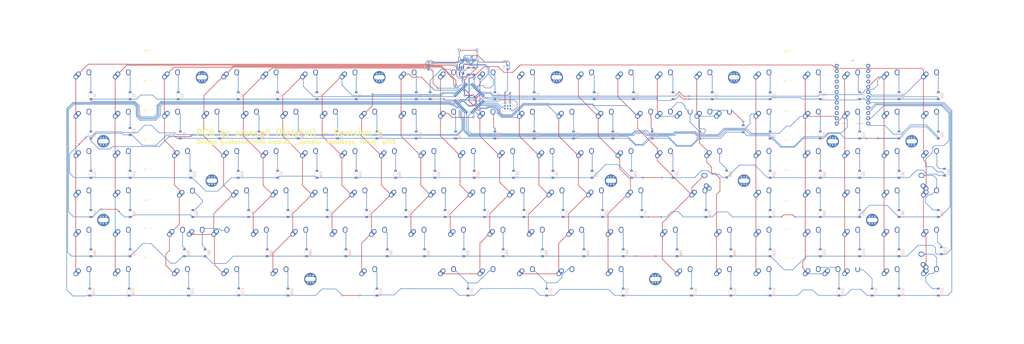
<source format=kicad_pcb>
(kicad_pcb (version 20171130) (host pcbnew "(5.0.0-rc2-dev-733-g23a9fcd91)")
  (layers (0 F.Cu signal) (31 B.Cu signal) (34 B.Paste user) (35 F.Paste user) (36 B.SilkS user) (37 F.SilkS user) (38 B.Mask user) (39 F.Mask user) (44 Edge.Cuts user))
  (net 0 "")
  (net 1 ROW0)
  (net 2 "Net-(D1-Pad2)")
  (net 3 "Net-(D2-Pad2)")
  (net 4 "Net-(D3-Pad2)")
  (net 5 "Net-(D4-Pad2)")
  (net 6 "Net-(D5-Pad2)")
  (net 7 "Net-(D6-Pad2)")
  (net 8 "Net-(D7-Pad2)")
  (net 9 "Net-(D8-Pad2)")
  (net 10 "Net-(D9-Pad2)")
  (net 11 "Net-(D10-Pad2)")
  (net 12 "Net-(D11-Pad2)")
  (net 13 "Net-(D12-Pad2)")
  (net 14 "Net-(D13-Pad2)")
  (net 15 "Net-(D14-Pad2)")
  (net 16 "Net-(D15-Pad2)")
  (net 17 "Net-(D16-Pad2)")
  (net 18 "Net-(D17-Pad2)")
  (net 19 "Net-(D18-Pad2)")
  (net 20 "Net-(D19-Pad2)")
  (net 21 "Net-(D20-Pad2)")
  (net 22 ROW1)
  (net 23 "Net-(D21-Pad2)")
  (net 24 "Net-(D22-Pad2)")
  (net 25 "Net-(D23-Pad2)")
  (net 26 "Net-(D24-Pad2)")
  (net 27 "Net-(D25-Pad2)")
  (net 28 "Net-(D26-Pad2)")
  (net 29 "Net-(D27-Pad2)")
  (net 30 "Net-(D28-Pad2)")
  (net 31 "Net-(D29-Pad2)")
  (net 32 "Net-(D30-Pad2)")
  (net 33 "Net-(D31-Pad2)")
  (net 34 "Net-(D32-Pad2)")
  (net 35 "Net-(D33-Pad2)")
  (net 36 "Net-(D34-Pad2)")
  (net 37 "Net-(D35-Pad2)")
  (net 38 "Net-(D36-Pad2)")
  (net 39 "Net-(D37-Pad2)")
  (net 40 "Net-(D38-Pad2)")
  (net 41 "Net-(D39-Pad2)")
  (net 42 "Net-(D40-Pad2)")
  (net 43 "Net-(D41-Pad2)")
  (net 44 "Net-(D42-Pad2)")
  (net 45 ROW2)
  (net 46 "Net-(D43-Pad2)")
  (net 47 "Net-(D44-Pad2)")
  (net 48 "Net-(D45-Pad2)")
  (net 49 "Net-(D46-Pad2)")
  (net 50 "Net-(D47-Pad2)")
  (net 51 "Net-(D48-Pad2)")
  (net 52 "Net-(D49-Pad2)")
  (net 53 "Net-(D50-Pad2)")
  (net 54 "Net-(D51-Pad2)")
  (net 55 "Net-(D52-Pad2)")
  (net 56 "Net-(D53-Pad2)")
  (net 57 "Net-(D54-Pad2)")
  (net 58 "Net-(D55-Pad2)")
  (net 59 "Net-(D56-Pad2)")
  (net 60 "Net-(D57-Pad2)")
  (net 61 "Net-(D58-Pad2)")
  (net 62 "Net-(D59-Pad2)")
  (net 63 "Net-(D60-Pad2)")
  (net 64 "Net-(D61-Pad2)")
  (net 65 "Net-(D62-Pad2)")
  (net 66 "Net-(D63-Pad2)")
  (net 67 "Net-(D64-Pad2)")
  (net 68 ROW3)
  (net 69 "Net-(D65-Pad2)")
  (net 70 "Net-(D66-Pad2)")
  (net 71 "Net-(D67-Pad2)")
  (net 72 "Net-(D68-Pad2)")
  (net 73 "Net-(D69-Pad2)")
  (net 74 "Net-(D70-Pad2)")
  (net 75 "Net-(D71-Pad2)")
  (net 76 "Net-(D72-Pad2)")
  (net 77 "Net-(D73-Pad2)")
  (net 78 "Net-(D74-Pad2)")
  (net 79 "Net-(D75-Pad2)")
  (net 80 "Net-(D76-Pad2)")
  (net 81 "Net-(D77-Pad2)")
  (net 82 "Net-(D78-Pad2)")
  (net 83 "Net-(D79-Pad2)")
  (net 84 "Net-(D80-Pad2)")
  (net 85 "Net-(D81-Pad2)")
  (net 86 "Net-(D82-Pad2)")
  (net 87 "Net-(D83-Pad2)")
  (net 88 ROW4)
  (net 89 "Net-(D84-Pad2)")
  (net 90 "Net-(D85-Pad2)")
  (net 91 "Net-(D86-Pad2)")
  (net 92 "Net-(D87-Pad2)")
  (net 93 "Net-(D88-Pad2)")
  (net 94 "Net-(D89-Pad2)")
  (net 95 "Net-(D90-Pad2)")
  (net 96 "Net-(D91-Pad2)")
  (net 97 "Net-(D92-Pad2)")
  (net 98 "Net-(D93-Pad2)")
  (net 99 "Net-(D94-Pad2)")
  (net 100 "Net-(D95-Pad2)")
  (net 101 "Net-(D96-Pad2)")
  (net 102 "Net-(D97-Pad2)")
  (net 103 "Net-(D98-Pad2)")
  (net 104 "Net-(D99-Pad2)")
  (net 105 "Net-(D100-Pad2)")
  (net 106 "Net-(D101-Pad2)")
  (net 107 "Net-(D102-Pad2)")
  (net 108 "Net-(D103-Pad2)")
  (net 109 "Net-(D104-Pad2)")
  (net 110 ROW5)
  (net 111 "Net-(D105-Pad2)")
  (net 112 "Net-(D106-Pad2)")
  (net 113 "Net-(D107-Pad2)")
  (net 114 "Net-(D108-Pad2)")
  (net 115 "Net-(D109-Pad2)")
  (net 116 "Net-(D110-Pad2)")
  (net 117 "Net-(D111-Pad2)")
  (net 118 "Net-(D112-Pad2)")
  (net 119 "Net-(D113-Pad2)")
  (net 120 "Net-(D114-Pad2)")
  (net 121 "Net-(D115-Pad2)")
  (net 122 "Net-(D116-Pad2)")
  (net 123 "Net-(D117-Pad2)")
  (net 124 "Net-(D118-Pad2)")
  (net 125 "Net-(D119-Pad2)")
  (net 126 "Net-(J1-PadA6)")
  (net 127 GND)
  (net 128 +5V)
  (net 129 "Net-(J1-PadA7)")
  (net 130 "Net-(J1-PadA8)")
  (net 131 "Net-(J1-PadB5)")
  (net 132 "Net-(J1-PadA5)")
  (net 133 "Net-(J1-PadB8)")
  (net 134 COL0)
  (net 135 COL1)
  (net 136 COL2)
  (net 137 COL3)
  (net 138 COL4)
  (net 139 COL5)
  (net 140 COL6)
  (net 141 COL7)
  (net 142 COL8)
  (net 143 COL9)
  (net 144 COL10)
  (net 145 COL11)
  (net 146 COL12)
  (net 147 COL13)
  (net 148 COL14)
  (net 149 COL15)
  (net 150 COL16)
  (net 151 COL17)
  (net 152 COL18)
  (net 153 COL19)
  (net 154 PDI)
  (net 155 VCC)
  (net 156 "Net-(P1-Pad3)")
  (net 157 "Net-(P1-Pad4)")
  (net 158 RST)
  (net 159 "Net-(U1-Pad4)")
  (net 160 SDA)
  (net 161 SCL)
  (net 162 "Net-(D120-Pad2)")
  (net 163 "Net-(B1-Pad1)")
  (net 164 "Net-(B1-Pad2)")
  (net 165 "Net-(B1-Pad3)")
  (net 166 "Net-(B1-Pad4)")
  (net 167 "Net-(B1-Pad21)")
  (net 168 "Net-(B1-Pad22)")
  (net 169 "Net-(B1-Pad23)")
  (net 170 "Net-(B1-Pad24)")
  (net 171 "Net-(B1-Pad15)")
  (net 172 "Net-(B1-Pad16)")
  (net 173 "Net-(B1-Pad17)")
  (net 174 "Net-(B1-Pad18)")
  (net 175 "Net-(B1-Pad19)")
  (net 176 "Net-(B1-Pad20)")
  (net 177 "Net-(U2-Pad23)")
  (net 178 "Net-(U2-Pad24)")
  (net 179 COL20)
  (net 180 COL21)
  (module ai03_hybrid:MX-1U-NoLED (layer F.Cu) (at 107.15625 90.4875)
    (fp_text reference K3)
    (fp_text value KEYSW)
    (pad 2 thru_hole oval (at 2.5 -4.5 86.0548) (size 2.831378 2.25) (drill 1.47 (offset 0.290689 0)) (layers *.Cu B.Mask) (net 4 "Net-(D3-Pad2)"))
    (pad 2 thru_hole circle (at 2.54 -5.08) (size 2.25 2.25) (drill 1.47) (layers *.Cu B.Mask) (net 4 "Net-(D3-Pad2)"))
    (pad 1 thru_hole oval (at -3.81 -2.54 48.0996) (size 4.211556 2.25) (drill 1.47 (offset 0.980778 0)) (layers *.Cu B.Mask) (net 136 COL2))
    (pad "" np_thru_hole circle (at 0 0) (size 3.9878 3.9878) (drill 3.9878) (layers *.Cu *.Mask))
    (pad 1 thru_hole circle (at -2.5 -4) (size 2.25 2.25) (drill 1.47) (layers *.Cu B.Mask) (net 136 COL2))
    (pad "" np_thru_hole circle (at -5.08 0 48.0996) (size 1.75 1.75) (drill 1.75) (layers *.Cu *.Mask))
    (pad "" np_thru_hole circle (at 5.08 0 48.0996) (size 1.75 1.75) (drill 1.75) (layers *.Cu *.Mask))
  )
  (module Helpful:slot_10mm (layer F.Cu) (at 95.53 175.05)
    (fp_text reference REF** (at 0 0.5) (layer F.SilkS))
    (fp_text value slot_10mm)
    (pad "" np_thru_hole oval (at 0 12.7) (size 1 8) (drill oval 1 8) (layers *.Cu *.Mask))
  )
  (module Helpful:slot_10mm (layer F.Cu) (at 95.43 132.22)
    (fp_text reference REF** (at 0 0.5) (layer F.SilkS))
    (fp_text value slot_10mm)
    (pad "" np_thru_hole oval (at 0 12.7) (size 1 8) (drill oval 1 8) (layers *.Cu *.Mask))
  )
  (module Helpful:slot_10mm (layer F.Cu) (at 95.48 117.67)
    (fp_text reference REF** (at 0 0.5) (layer F.SilkS))
    (fp_text value slot_10mm)
    (pad "" np_thru_hole oval (at 0 12.7) (size 1 8) (drill oval 1 8) (layers *.Cu *.Mask))
  )
  (module Helpful:slot_10mm (layer F.Cu) (at 95.43 147.24)
    (fp_text reference REF** (at 0 0.5) (layer F.SilkS))
    (fp_text value slot_10mm)
    (pad "" np_thru_hole oval (at 0 12.7) (size 1 8) (drill oval 1 8) (layers *.Cu *.Mask))
  )
  (module Helpful:slot_10mm (layer F.Cu) (at 95.27 74.89)
    (fp_text reference REF** (at 0 0.5) (layer F.SilkS))
    (fp_text value slot_10mm)
    (pad "" np_thru_hole oval (at 0 12.7) (size 1 8) (drill oval 1 8) (layers *.Cu *.Mask))
  )
  (module Helpful:slot_10mm (layer F.Cu) (at 95.37 160.91)
    (fp_text reference REF** (at 0 0.5) (layer F.SilkS))
    (fp_text value slot_10mm)
    (pad "" np_thru_hole oval (at 0 12.7) (size 1 8) (drill oval 1 8) (layers *.Cu *.Mask))
  )
  (module Helpful:slot_10mm (layer F.Cu) (at 95.43 103.56)
    (fp_text reference REF** (at 0 0.5) (layer F.SilkS))
    (fp_text value slot_10mm)
    (pad "" np_thru_hole oval (at 0 12.7) (size 1 8) (drill oval 1 8) (layers *.Cu *.Mask))
  )
  (module Helpful:slot_10mm (layer F.Cu) (at 95.43 89.47)
    (fp_text reference REF** (at 0 0.5) (layer F.SilkS))
    (fp_text value slot_10mm)
    (pad "" np_thru_hole oval (at 0 12.7) (size 1 8) (drill oval 1 8) (layers *.Cu *.Mask))
  )
  (module ai03_hybrid:MX-1U-NoLED (layer F.Cu) (at 392.90625 109.5375)
    (fp_text reference K38)
    (fp_text value KEYSW)
    (pad 2 thru_hole oval (at 2.5 -4.5 86.0548) (size 2.831378 2.25) (drill 1.47 (offset 0.290689 0)) (layers *.Cu B.Mask) (net 40 "Net-(D38-Pad2)"))
    (pad 2 thru_hole circle (at 2.54 -5.08) (size 2.25 2.25) (drill 1.47) (layers *.Cu B.Mask) (net 40 "Net-(D38-Pad2)"))
    (pad 1 thru_hole oval (at -3.81 -2.54 48.0996) (size 4.211556 2.25) (drill 1.47 (offset 0.980778 0)) (layers *.Cu B.Mask) (net 151 COL17))
    (pad "" np_thru_hole circle (at 0 0) (size 3.9878 3.9878) (drill 3.9878) (layers *.Cu *.Mask))
    (pad 1 thru_hole circle (at -2.5 -4) (size 2.25 2.25) (drill 1.47) (layers *.Cu B.Mask) (net 151 COL17))
    (pad "" np_thru_hole circle (at -5.08 0 48.0996) (size 1.75 1.75) (drill 1.75) (layers *.Cu *.Mask))
    (pad "" np_thru_hole circle (at 5.08 0 48.0996) (size 1.75 1.75) (drill 1.75) (layers *.Cu *.Mask))
  )
  (module ai03_hybrid:MX-1U-NoLED (layer F.Cu) (at 297.65625 109.5375)
    (fp_text reference K33)
    (fp_text value KEYSW)
    (pad "" np_thru_hole circle (at 5.08 0 48.0996) (size 1.75 1.75) (drill 1.75) (layers *.Cu *.Mask))
    (pad "" np_thru_hole circle (at -5.08 0 48.0996) (size 1.75 1.75) (drill 1.75) (layers *.Cu *.Mask))
    (pad 1 thru_hole circle (at -2.5 -4) (size 2.25 2.25) (drill 1.47) (layers *.Cu B.Mask) (net 146 COL12))
    (pad "" np_thru_hole circle (at 0 0) (size 3.9878 3.9878) (drill 3.9878) (layers *.Cu *.Mask))
    (pad 1 thru_hole oval (at -3.81 -2.54 48.0996) (size 4.211556 2.25) (drill 1.47 (offset 0.980778 0)) (layers *.Cu B.Mask) (net 146 COL12))
    (pad 2 thru_hole circle (at 2.54 -5.08) (size 2.25 2.25) (drill 1.47) (layers *.Cu B.Mask) (net 35 "Net-(D33-Pad2)"))
    (pad 2 thru_hole oval (at 2.5 -4.5 86.0548) (size 2.831378 2.25) (drill 1.47 (offset 0.290689 0)) (layers *.Cu B.Mask) (net 35 "Net-(D33-Pad2)"))
  )
  (module ai03_hybrid:MX-1U-NoLED (layer F.Cu) (at 259.55625 109.5375)
    (fp_text reference K31)
    (fp_text value KEYSW)
    (pad 2 thru_hole oval (at 2.5 -4.5 86.0548) (size 2.831378 2.25) (drill 1.47 (offset 0.290689 0)) (layers *.Cu B.Mask) (net 33 "Net-(D31-Pad2)"))
    (pad 2 thru_hole circle (at 2.54 -5.08) (size 2.25 2.25) (drill 1.47) (layers *.Cu B.Mask) (net 33 "Net-(D31-Pad2)"))
    (pad 1 thru_hole oval (at -3.81 -2.54 48.0996) (size 4.211556 2.25) (drill 1.47 (offset 0.980778 0)) (layers *.Cu B.Mask) (net 144 COL10))
    (pad "" np_thru_hole circle (at 0 0) (size 3.9878 3.9878) (drill 3.9878) (layers *.Cu *.Mask))
    (pad 1 thru_hole circle (at -2.5 -4) (size 2.25 2.25) (drill 1.47) (layers *.Cu B.Mask) (net 144 COL10))
    (pad "" np_thru_hole circle (at -5.08 0 48.0996) (size 1.75 1.75) (drill 1.75) (layers *.Cu *.Mask))
    (pad "" np_thru_hole circle (at 5.08 0 48.0996) (size 1.75 1.75) (drill 1.75) (layers *.Cu *.Mask))
  )
  (module ai03_hybrid:MX-1.5U-NoLED (layer F.Cu) (at 111.91875 128.5875)
    (fp_text reference K47)
    (fp_text value KEYSW)
    (pad 2 thru_hole oval (at 2.5 -4.5 86.0548) (size 2.831378 2.25) (drill 1.47 (offset 0.290689 0)) (layers *.Cu B.Mask) (net 48 "Net-(D45-Pad2)"))
    (pad 2 thru_hole circle (at 2.54 -5.08) (size 2.25 2.25) (drill 1.47) (layers *.Cu B.Mask) (net 48 "Net-(D45-Pad2)"))
    (pad 1 thru_hole oval (at -3.81 -2.54 48.0996) (size 4.211556 2.25) (drill 1.47 (offset 0.980778 0)) (layers *.Cu B.Mask) (net 136 COL2))
    (pad "" np_thru_hole circle (at 0 0) (size 3.9878 3.9878) (drill 3.9878) (layers *.Cu *.Mask))
    (pad 1 thru_hole circle (at -2.5 -4) (size 2.25 2.25) (drill 1.47) (layers *.Cu B.Mask) (net 136 COL2))
    (pad "" np_thru_hole circle (at -5.08 0 48.0996) (size 1.75 1.75) (drill 1.75) (layers *.Cu *.Mask))
    (pad "" np_thru_hole circle (at 5.08 0 48.0996) (size 1.75 1.75) (drill 1.75) (layers *.Cu *.Mask))
  )
  (module Resistor_SMD:R_0603_1608Metric_Pad0.99x1.00mm_HandSolder (layer B.Cu) (at 269.09 83.3025 270)
    (fp_text reference R1 (at 0 1.45 270) (layer B.SilkS) (effects (justify mirror)))
    (fp_text value 5.1k)
    (pad 2 smd rect (at 0.8875 0 270) (size 0.995 1) (layers B.Cu B.Paste B.Mask) (net 127 GND))
    (pad 1 smd rect (at -0.8875 0 270) (size 0.995 1) (layers B.Cu B.Paste B.Mask) (net 131 "Net-(J1-PadB5)"))
  )
  (module Resistor_SMD:R_0603_1608Metric_Pad0.99x1.00mm_HandSolder (layer B.Cu) (at 230.91 83.5025 270)
    (fp_text reference R2 (at 0 1.45 270) (layer B.SilkS) (effects (justify mirror)))
    (fp_text value 5.1k)
    (pad 1 smd rect (at -0.8875 0 270) (size 0.995 1) (layers B.Cu B.Paste B.Mask) (net 132 "Net-(J1-PadA5)"))
    (pad 2 smd rect (at 0.8875 0 270) (size 0.995 1) (layers B.Cu B.Paste B.Mask) (net 127 GND))
  )
  (module ai03_hybrid:MX-1U-NoLED (layer F.Cu) (at 83.34375 147.6375)
    (fp_text reference K68)
    (fp_text value KEYSW)
    (pad 2 thru_hole oval (at 2.5 -4.5 86.0548) (size 2.831378 2.25) (drill 1.47 (offset 0.290689 0)) (layers *.Cu B.Mask) (net 69 "Net-(D65-Pad2)"))
    (pad 2 thru_hole circle (at 2.54 -5.08) (size 2.25 2.25) (drill 1.47) (layers *.Cu B.Mask) (net 69 "Net-(D65-Pad2)"))
    (pad 1 thru_hole oval (at -3.81 -2.54 48.0996) (size 4.211556 2.25) (drill 1.47 (offset 0.980778 0)) (layers *.Cu B.Mask) (net 135 COL1))
    (pad "" np_thru_hole circle (at 0 0) (size 3.9878 3.9878) (drill 3.9878) (layers *.Cu *.Mask))
    (pad 1 thru_hole circle (at -2.5 -4) (size 2.25 2.25) (drill 1.47) (layers *.Cu B.Mask) (net 135 COL1))
    (pad "" np_thru_hole circle (at -5.08 0 48.0996) (size 1.75 1.75) (drill 1.75) (layers *.Cu *.Mask))
    (pad "" np_thru_hole circle (at 5.08 0 48.0996) (size 1.75 1.75) (drill 1.75) (layers *.Cu *.Mask))
  )
  (module Helpful:slot_10mm (layer F.Cu) (at 404.76 75.21)
    (fp_text reference REF** (at 0 0.5) (layer F.SilkS))
    (fp_text value slot_10mm)
    (pad "" np_thru_hole oval (at 0 12.7) (size 1 8) (drill oval 1 8) (layers *.Cu *.Mask))
  )
  (module Helpful:slot_10mm (layer F.Cu) (at 404.92 89.79)
    (fp_text reference REF** (at 0 0.5) (layer F.SilkS))
    (fp_text value slot_10mm)
    (pad "" np_thru_hole oval (at 0 12.7) (size 1 8) (drill oval 1 8) (layers *.Cu *.Mask))
  )
  (module Helpful:slot_10mm (layer F.Cu) (at 404.92 103.88)
    (fp_text reference REF** (at 0 0.5) (layer F.SilkS))
    (fp_text value slot_10mm)
    (pad "" np_thru_hole oval (at 0 12.7) (size 1 8) (drill oval 1 8) (layers *.Cu *.Mask))
  )
  (module Diode_SMD:D_SOD-123 (layer B.Cu) (at 117 154 90)
    (fp_text reference D66 (at 0 2 90) (layer B.SilkS) (effects (justify mirror)))
    (fp_text value D)
    (pad 2 smd rect (at 1.65 0 90) (size 0.9 1.2) (layers B.Cu B.Paste B.Mask) (net 70 "Net-(D66-Pad2)"))
    (pad 1 smd rect (at -1.65 0 90) (size 0.9 1.2) (layers B.Cu B.Paste B.Mask) (net 68 ROW3))
  )
  (module ai03_hybrid:MX-1.75U-NoLED (layer F.Cu) (at 114.3 147.79625)
    (fp_text reference K69)
    (fp_text value KEYSW)
    (pad 2 thru_hole oval (at 2.5 -4.5 86.0548) (size 2.831378 2.25) (drill 1.47 (offset 0.290689 0)) (layers *.Cu B.Mask) (net 70 "Net-(D66-Pad2)"))
    (pad 2 thru_hole circle (at 2.54 -5.08) (size 2.25 2.25) (drill 1.47) (layers *.Cu B.Mask) (net 70 "Net-(D66-Pad2)"))
    (pad 1 thru_hole oval (at -3.81 -2.54 48.0996) (size 4.211556 2.25) (drill 1.47 (offset 0.980778 0)) (layers *.Cu B.Mask) (net 136 COL2))
    (pad "" np_thru_hole circle (at 0 0) (size 3.9878 3.9878) (drill 3.9878) (layers *.Cu *.Mask))
    (pad 1 thru_hole circle (at -2.5 -4) (size 2.25 2.25) (drill 1.47) (layers *.Cu B.Mask) (net 136 COL2))
    (pad "" np_thru_hole circle (at -5.08 0 48.0996) (size 1.75 1.75) (drill 1.75) (layers *.Cu *.Mask))
    (pad "" np_thru_hole circle (at 5.08 0 48.0996) (size 1.75 1.75) (drill 1.75) (layers *.Cu *.Mask))
  )
  (module ai03_hybrid:MX-2.25U-NoLED (layer F.Cu) (at 361.95 147.6375)
    (fp_text reference K81)
    (fp_text value KEYSW)
    (pad "" np_thru_hole circle (at 11.938 8.255) (size 3.9878 3.9878) (drill 3.9878) (layers *.Cu *.Mask))
    (pad "" np_thru_hole circle (at -11.938 8.255) (size 3.9878 3.9878) (drill 3.9878) (layers *.Cu *.Mask))
    (pad "" np_thru_hole circle (at 11.938 -6.985) (size 3.048 3.048) (drill 3.048) (layers *.Cu *.Mask))
    (pad "" np_thru_hole circle (at -11.938 -6.985) (size 3.048 3.048) (drill 3.048) (layers *.Cu *.Mask))
    (pad "" np_thru_hole circle (at 5.08 0 48.0996) (size 1.75 1.75) (drill 1.75) (layers *.Cu *.Mask))
    (pad "" np_thru_hole circle (at -5.08 0 48.0996) (size 1.75 1.75) (drill 1.75) (layers *.Cu *.Mask))
    (pad 1 thru_hole circle (at -2.5 -4) (size 2.25 2.25) (drill 1.47) (layers *.Cu B.Mask) (net 148 COL14))
    (pad "" np_thru_hole circle (at 0 0) (size 3.9878 3.9878) (drill 3.9878) (layers *.Cu *.Mask))
    (pad 1 thru_hole oval (at -3.81 -2.54 48.0996) (size 4.211556 2.25) (drill 1.47 (offset 0.980778 0)) (layers *.Cu B.Mask) (net 148 COL14))
    (pad 2 thru_hole circle (at 2.54 -5.08) (size 2.25 2.25) (drill 1.47) (layers *.Cu B.Mask) (net 82 "Net-(D78-Pad2)"))
    (pad 2 thru_hole oval (at 2.5 -4.5 86.0548) (size 2.831378 2.25) (drill 1.47 (offset 0.290689 0)) (layers *.Cu B.Mask) (net 82 "Net-(D78-Pad2)"))
  )
  (module Diode_SMD:D_SOD-123 (layer B.Cu) (at 329 135 90)
    (fp_text reference D56 (at 0 2 90) (layer B.SilkS) (effects (justify mirror)))
    (fp_text value D)
    (pad 2 smd rect (at 1.65 0 90) (size 0.9 1.2) (layers B.Cu B.Paste B.Mask) (net 59 "Net-(D56-Pad2)"))
    (pad 1 smd rect (at -1.65 0 90) (size 0.9 1.2) (layers B.Cu B.Paste B.Mask) (net 45 ROW2))
  )
  (module Helpful:slot_10mm (layer F.Cu) (at 404.86 161.23)
    (fp_text reference REF** (at 0 0.5) (layer F.SilkS))
    (fp_text value slot_10mm)
    (pad "" np_thru_hole oval (at 0 12.7) (size 1 8) (drill oval 1 8) (layers *.Cu *.Mask))
  )
  (module Diode_SMD:D_SOD-123 (layer B.Cu) (at 250.18 85.12 90)
    (fp_text reference C1 (at 0 2 90) (layer B.SilkS) (effects (justify mirror)))
    (fp_text value 10uf)
    (pad 2 smd rect (at 1.65 0 90) (size 0.9 1.2) (layers B.Cu B.Paste B.Mask) (net 127 GND))
    (pad 1 smd rect (at -1.65 0 90) (size 0.9 1.2) (layers B.Cu B.Paste B.Mask) (net 155 VCC))
  )
  (module Diode_SMD:D_SOD-123 (layer B.Cu) (at 252.82 85.11 90)
    (fp_text reference C2 (at 0 2 90) (layer B.SilkS) (effects (justify mirror)))
    (fp_text value 0.4uf)
    (pad 2 smd rect (at 1.65 0 90) (size 0.9 1.2) (layers B.Cu B.Paste B.Mask) (net 127 GND))
    (pad 1 smd rect (at -1.65 0 90) (size 0.9 1.2) (layers B.Cu B.Paste B.Mask) (net 155 VCC))
  )
  (module Diode_SMD:D_SOD-123 (layer B.Cu) (at 67.7625 97 90)
    (fp_text reference D1 (at 0 2 90) (layer B.SilkS) (effects (justify mirror)))
    (fp_text value D)
    (pad 1 smd rect (at -1.65 0 90) (size 0.9 1.2) (layers B.Cu B.Paste B.Mask) (net 1 ROW0))
    (pad 2 smd rect (at 1.65 0 90) (size 0.9 1.2) (layers B.Cu B.Paste B.Mask) (net 2 "Net-(D1-Pad2)"))
  )
  (module Diode_SMD:D_SOD-123 (layer B.Cu) (at 86.7625 97 90)
    (fp_text reference D2 (at 0 2 90) (layer B.SilkS) (effects (justify mirror)))
    (fp_text value D)
    (pad 2 smd rect (at 1.65 0 90) (size 0.9 1.2) (layers B.Cu B.Paste B.Mask) (net 3 "Net-(D2-Pad2)"))
    (pad 1 smd rect (at -1.65 0 90) (size 0.9 1.2) (layers B.Cu B.Paste B.Mask) (net 1 ROW0))
  )
  (module Diode_SMD:D_SOD-123 (layer B.Cu) (at 110 97 90)
    (fp_text reference D3 (at 0 2 90) (layer B.SilkS) (effects (justify mirror)))
    (fp_text value D)
    (pad 1 smd rect (at -1.65 0 90) (size 0.9 1.2) (layers B.Cu B.Paste B.Mask) (net 1 ROW0))
    (pad 2 smd rect (at 1.65 0 90) (size 0.9 1.2) (layers B.Cu B.Paste B.Mask) (net 4 "Net-(D3-Pad2)"))
  )
  (module Diode_SMD:D_SOD-123 (layer B.Cu) (at 139 97 90)
    (fp_text reference D4 (at 0 2 90) (layer B.SilkS) (effects (justify mirror)))
    (fp_text value D)
    (pad 2 smd rect (at 1.65 0 90) (size 0.9 1.2) (layers B.Cu B.Paste B.Mask) (net 5 "Net-(D4-Pad2)"))
    (pad 1 smd rect (at -1.65 0 90) (size 0.9 1.2) (layers B.Cu B.Paste B.Mask) (net 1 ROW0))
  )
  (module Diode_SMD:D_SOD-123 (layer B.Cu) (at 158 97 90)
    (fp_text reference D5 (at 0 2 90) (layer B.SilkS) (effects (justify mirror)))
    (fp_text value D)
    (pad 1 smd rect (at -1.65 0 90) (size 0.9 1.2) (layers B.Cu B.Paste B.Mask) (net 1 ROW0))
    (pad 2 smd rect (at 1.65 0 90) (size 0.9 1.2) (layers B.Cu B.Paste B.Mask) (net 6 "Net-(D5-Pad2)"))
  )
  (module Diode_SMD:D_SOD-123 (layer B.Cu) (at 177 97 90)
    (fp_text reference D6 (at 0 2 90) (layer B.SilkS) (effects (justify mirror)))
    (fp_text value D)
    (pad 2 smd rect (at 1.65 0 90) (size 0.9 1.2) (layers B.Cu B.Paste B.Mask) (net 7 "Net-(D6-Pad2)"))
    (pad 1 smd rect (at -1.65 0 90) (size 0.9 1.2) (layers B.Cu B.Paste B.Mask) (net 1 ROW0))
  )
  (module Diode_SMD:D_SOD-123 (layer B.Cu) (at 196 97 90)
    (fp_text reference D7 (at 0 2 90) (layer B.SilkS) (effects (justify mirror)))
    (fp_text value D)
    (pad 1 smd rect (at -1.65 0 90) (size 0.9 1.2) (layers B.Cu B.Paste B.Mask) (net 1 ROW0))
    (pad 2 smd rect (at 1.65 0 90) (size 0.9 1.2) (layers B.Cu B.Paste B.Mask) (net 8 "Net-(D7-Pad2)"))
  )
  (module Diode_SMD:D_SOD-123 (layer B.Cu) (at 225 97 90)
    (fp_text reference D8 (at 0 2 90) (layer B.SilkS) (effects (justify mirror)))
    (fp_text value D)
    (pad 2 smd rect (at 1.65 0 90) (size 0.9 1.2) (layers B.Cu B.Paste B.Mask) (net 9 "Net-(D8-Pad2)"))
    (pad 1 smd rect (at -1.65 0 90) (size 0.9 1.2) (layers B.Cu B.Paste B.Mask) (net 1 ROW0))
  )
  (module Diode_SMD:D_SOD-123 (layer B.Cu) (at 231.73 96.97 90)
    (fp_text reference D9 (at 0 2 90) (layer B.SilkS) (effects (justify mirror)))
    (fp_text value D)
    (pad 1 smd rect (at -1.65 0 90) (size 0.9 1.2) (layers B.Cu B.Paste B.Mask) (net 1 ROW0))
    (pad 2 smd rect (at 1.65 0 90) (size 0.9 1.2) (layers B.Cu B.Paste B.Mask) (net 10 "Net-(D9-Pad2)"))
  )
  (module Diode_SMD:D_SOD-123 (layer B.Cu) (at 263 97 90)
    (fp_text reference D10 (at 0 2 90) (layer B.SilkS) (effects (justify mirror)))
    (fp_text value D)
    (pad 1 smd rect (at -1.65 0 90) (size 0.9 1.2) (layers B.Cu B.Paste B.Mask) (net 1 ROW0))
    (pad 2 smd rect (at 1.65 0 90) (size 0.9 1.2) (layers B.Cu B.Paste B.Mask) (net 11 "Net-(D10-Pad2)"))
  )
  (module Diode_SMD:D_SOD-123 (layer B.Cu) (at 282 97 90)
    (fp_text reference D11 (at 0 2 90) (layer B.SilkS) (effects (justify mirror)))
    (fp_text value D)
    (pad 1 smd rect (at -1.65 0 90) (size 0.9 1.2) (layers B.Cu B.Paste B.Mask) (net 1 ROW0))
    (pad 2 smd rect (at 1.65 0 90) (size 0.9 1.2) (layers B.Cu B.Paste B.Mask) (net 12 "Net-(D11-Pad2)"))
  )
  (module Diode_SMD:D_SOD-123 (layer B.Cu) (at 311 97 90)
    (fp_text reference D12 (at 0 2 90) (layer B.SilkS) (effects (justify mirror)))
    (fp_text value D)
    (pad 2 smd rect (at 1.65 0 90) (size 0.9 1.2) (layers B.Cu B.Paste B.Mask) (net 13 "Net-(D12-Pad2)"))
    (pad 1 smd rect (at -1.65 0 90) (size 0.9 1.2) (layers B.Cu B.Paste B.Mask) (net 1 ROW0))
  )
  (module Diode_SMD:D_SOD-123 (layer B.Cu) (at 330 97 90)
    (fp_text reference D13 (at 0 2 90) (layer B.SilkS) (effects (justify mirror)))
    (fp_text value D)
    (pad 1 smd rect (at -1.65 0 90) (size 0.9 1.2) (layers B.Cu B.Paste B.Mask) (net 1 ROW0))
    (pad 2 smd rect (at 1.65 0 90) (size 0.9 1.2) (layers B.Cu B.Paste B.Mask) (net 14 "Net-(D13-Pad2)"))
  )
  (module Diode_SMD:D_SOD-123 (layer B.Cu) (at 349 97 90)
    (fp_text reference D14 (at 0 2 90) (layer B.SilkS) (effects (justify mirror)))
    (fp_text value D)
    (pad 2 smd rect (at 1.65 0 90) (size 0.9 1.2) (layers B.Cu B.Paste B.Mask) (net 15 "Net-(D14-Pad2)"))
    (pad 1 smd rect (at -1.65 0 90) (size 0.9 1.2) (layers B.Cu B.Paste B.Mask) (net 1 ROW0))
  )
  (module Diode_SMD:D_SOD-123 (layer B.Cu) (at 368 97 90)
    (fp_text reference D15 (at 0 2 90) (layer B.SilkS) (effects (justify mirror)))
    (fp_text value D)
    (pad 1 smd rect (at -1.65 0 90) (size 0.9 1.2) (layers B.Cu B.Paste B.Mask) (net 1 ROW0))
    (pad 2 smd rect (at 1.65 0 90) (size 0.9 1.2) (layers B.Cu B.Paste B.Mask) (net 16 "Net-(D15-Pad2)"))
  )
  (module Diode_SMD:D_SOD-123 (layer B.Cu) (at 396 97 90)
    (fp_text reference D16 (at 0 2 90) (layer B.SilkS) (effects (justify mirror)))
    (fp_text value D)
    (pad 2 smd rect (at 1.65 0 90) (size 0.9 1.2) (layers B.Cu B.Paste B.Mask) (net 17 "Net-(D16-Pad2)"))
    (pad 1 smd rect (at -1.65 0 90) (size 0.9 1.2) (layers B.Cu B.Paste B.Mask) (net 1 ROW0))
  )
  (module Diode_SMD:D_SOD-123 (layer B.Cu) (at 420.2375 97 90)
    (fp_text reference D17 (at 0 2 90) (layer B.SilkS) (effects (justify mirror)))
    (fp_text value D)
    (pad 1 smd rect (at -1.65 0 90) (size 0.9 1.2) (layers B.Cu B.Paste B.Mask) (net 1 ROW0))
    (pad 2 smd rect (at 1.65 0 90) (size 0.9 1.2) (layers B.Cu B.Paste B.Mask) (net 18 "Net-(D17-Pad2)"))
  )
  (module Diode_SMD:D_SOD-123 (layer B.Cu) (at 439.2375 97 90)
    (fp_text reference D18 (at 0 2 90) (layer B.SilkS) (effects (justify mirror)))
    (fp_text value D)
    (pad 2 smd rect (at 1.65 0 90) (size 0.9 1.2) (layers B.Cu B.Paste B.Mask) (net 19 "Net-(D18-Pad2)"))
    (pad 1 smd rect (at -1.65 0 90) (size 0.9 1.2) (layers B.Cu B.Paste B.Mask) (net 1 ROW0))
  )
  (module Diode_SMD:D_SOD-123 (layer B.Cu) (at 458.2375 97 90)
    (fp_text reference D19 (at 0 2 90) (layer B.SilkS) (effects (justify mirror)))
    (fp_text value D)
    (pad 1 smd rect (at -1.65 0 90) (size 0.9 1.2) (layers B.Cu B.Paste B.Mask) (net 1 ROW0))
    (pad 2 smd rect (at 1.65 0 90) (size 0.9 1.2) (layers B.Cu B.Paste B.Mask) (net 20 "Net-(D19-Pad2)"))
  )
  (module Diode_SMD:D_SOD-123 (layer B.Cu) (at 477.2375 97 90)
    (fp_text reference D20 (at 0 2 90) (layer B.SilkS) (effects (justify mirror)))
    (fp_text value D)
    (pad 2 smd rect (at 1.65 0 90) (size 0.9 1.2) (layers B.Cu B.Paste B.Mask) (net 21 "Net-(D20-Pad2)"))
    (pad 1 smd rect (at -1.65 0 90) (size 0.9 1.2) (layers B.Cu B.Paste B.Mask) (net 1 ROW0))
  )
  (module Diode_SMD:D_SOD-123 (layer B.Cu) (at 67.7625 116 90)
    (fp_text reference D21 (at 0 2 90) (layer B.SilkS) (effects (justify mirror)))
    (fp_text value D)
    (pad 1 smd rect (at -1.65 0 90) (size 0.9 1.2) (layers B.Cu B.Paste B.Mask) (net 22 ROW1))
    (pad 2 smd rect (at 1.65 0 90) (size 0.9 1.2) (layers B.Cu B.Paste B.Mask) (net 23 "Net-(D21-Pad2)"))
  )
  (module Diode_SMD:D_SOD-123 (layer B.Cu) (at 86.7625 114.3 90)
    (fp_text reference D22 (at 0 2 90) (layer B.SilkS) (effects (justify mirror)))
    (fp_text value D)
    (pad 2 smd rect (at 1.65 0 90) (size 0.9 1.2) (layers B.Cu B.Paste B.Mask) (net 24 "Net-(D22-Pad2)"))
    (pad 1 smd rect (at -1.65 0 90) (size 0.9 1.2) (layers B.Cu B.Paste B.Mask) (net 22 ROW1))
  )
  (module Diode_SMD:D_SOD-123 (layer B.Cu) (at 111 116 90)
    (fp_text reference D23 (at 0 2 90) (layer B.SilkS) (effects (justify mirror)))
    (fp_text value D)
    (pad 1 smd rect (at -1.65 0 90) (size 0.9 1.2) (layers B.Cu B.Paste B.Mask) (net 22 ROW1))
    (pad 2 smd rect (at 1.65 0 90) (size 0.9 1.2) (layers B.Cu B.Paste B.Mask) (net 25 "Net-(D23-Pad2)"))
  )
  (module Diode_SMD:D_SOD-123 (layer B.Cu) (at 130 116 90)
    (fp_text reference D24 (at 0 2 90) (layer B.SilkS) (effects (justify mirror)))
    (fp_text value D)
    (pad 2 smd rect (at 1.65 0 90) (size 0.9 1.2) (layers B.Cu B.Paste B.Mask) (net 26 "Net-(D24-Pad2)"))
    (pad 1 smd rect (at -1.65 0 90) (size 0.9 1.2) (layers B.Cu B.Paste B.Mask) (net 22 ROW1))
  )
  (module Diode_SMD:D_SOD-123 (layer B.Cu) (at 149 116 90)
    (fp_text reference D25 (at 0 2 90) (layer B.SilkS) (effects (justify mirror)))
    (fp_text value D)
    (pad 1 smd rect (at -1.65 0 90) (size 0.9 1.2) (layers B.Cu B.Paste B.Mask) (net 22 ROW1))
    (pad 2 smd rect (at 1.65 0 90) (size 0.9 1.2) (layers B.Cu B.Paste B.Mask) (net 27 "Net-(D25-Pad2)"))
  )
  (module Diode_SMD:D_SOD-123 (layer B.Cu) (at 168 116 90)
    (fp_text reference D26 (at 0 2 90) (layer B.SilkS) (effects (justify mirror)))
    (fp_text value D)
    (pad 2 smd rect (at 1.65 0 90) (size 0.9 1.2) (layers B.Cu B.Paste B.Mask) (net 28 "Net-(D26-Pad2)"))
    (pad 1 smd rect (at -1.65 0 90) (size 0.9 1.2) (layers B.Cu B.Paste B.Mask) (net 22 ROW1))
  )
  (module Diode_SMD:D_SOD-123 (layer B.Cu) (at 187 116 90)
    (fp_text reference D27 (at 0 2 90) (layer B.SilkS) (effects (justify mirror)))
    (fp_text value D)
    (pad 1 smd rect (at -1.65 0 90) (size 0.9 1.2) (layers B.Cu B.Paste B.Mask) (net 22 ROW1))
    (pad 2 smd rect (at 1.65 0 90) (size 0.9 1.2) (layers B.Cu B.Paste B.Mask) (net 29 "Net-(D27-Pad2)"))
  )
  (module Diode_SMD:D_SOD-123 (layer B.Cu) (at 206 116 90)
    (fp_text reference D28 (at 0 2 90) (layer B.SilkS) (effects (justify mirror)))
    (fp_text value D)
    (pad 2 smd rect (at 1.65 0 90) (size 0.9 1.2) (layers B.Cu B.Paste B.Mask) (net 30 "Net-(D28-Pad2)"))
    (pad 1 smd rect (at -1.65 0 90) (size 0.9 1.2) (layers B.Cu B.Paste B.Mask) (net 22 ROW1))
  )
  (module Diode_SMD:D_SOD-123 (layer B.Cu) (at 225 116 90)
    (fp_text reference D29 (at 0 2 90) (layer B.SilkS) (effects (justify mirror)))
    (fp_text value D)
    (pad 1 smd rect (at -1.65 0 90) (size 0.9 1.2) (layers B.Cu B.Paste B.Mask) (net 22 ROW1))
    (pad 2 smd rect (at 1.65 0 90) (size 0.9 1.2) (layers B.Cu B.Paste B.Mask) (net 31 "Net-(D29-Pad2)"))
  )
  (module Diode_SMD:D_SOD-123 (layer B.Cu) (at 244 116 90)
    (fp_text reference D30 (at 0 2 90) (layer B.SilkS) (effects (justify mirror)))
    (fp_text value D)
    (pad 2 smd rect (at 1.65 0 90) (size 0.9 1.2) (layers B.Cu B.Paste B.Mask) (net 32 "Net-(D30-Pad2)"))
    (pad 1 smd rect (at -1.65 0 90) (size 0.9 1.2) (layers B.Cu B.Paste B.Mask) (net 22 ROW1))
  )
  (module Diode_SMD:D_SOD-123 (layer B.Cu) (at 263 116 90)
    (fp_text reference D31 (at 0 2 90) (layer B.SilkS) (effects (justify mirror)))
    (fp_text value D)
    (pad 2 smd rect (at 1.65 0 90) (size 0.9 1.2) (layers B.Cu B.Paste B.Mask) (net 33 "Net-(D31-Pad2)"))
    (pad 1 smd rect (at -1.65 0 90) (size 0.9 1.2) (layers B.Cu B.Paste B.Mask) (net 22 ROW1))
  )
  (module Diode_SMD:D_SOD-123 (layer B.Cu) (at 282 116 90)
    (fp_text reference D32 (at 0 2 90) (layer B.SilkS) (effects (justify mirror)))
    (fp_text value D)
    (pad 2 smd rect (at 1.65 0 90) (size 0.9 1.2) (layers B.Cu B.Paste B.Mask) (net 34 "Net-(D32-Pad2)"))
    (pad 1 smd rect (at -1.65 0 90) (size 0.9 1.2) (layers B.Cu B.Paste B.Mask) (net 22 ROW1))
  )
  (module Diode_SMD:D_SOD-123 (layer B.Cu) (at 301 116 90)
    (fp_text reference D33 (at 0 2 90) (layer B.SilkS) (effects (justify mirror)))
    (fp_text value D)
    (pad 1 smd rect (at -1.65 0 90) (size 0.9 1.2) (layers B.Cu B.Paste B.Mask) (net 22 ROW1))
    (pad 2 smd rect (at 1.65 0 90) (size 0.9 1.2) (layers B.Cu B.Paste B.Mask) (net 35 "Net-(D33-Pad2)"))
  )
  (module Diode_SMD:D_SOD-123 (layer B.Cu) (at 320 116 90)
    (fp_text reference D34 (at 0 2 90) (layer B.SilkS) (effects (justify mirror)))
    (fp_text value D)
    (pad 2 smd rect (at 1.65 0 90) (size 0.9 1.2) (layers B.Cu B.Paste B.Mask) (net 36 "Net-(D34-Pad2)"))
    (pad 1 smd rect (at -1.65 0 90) (size 0.9 1.2) (layers B.Cu B.Paste B.Mask) (net 22 ROW1))
  )
  (module Diode_SMD:D_SOD-123 (layer B.Cu) (at 339 116 90)
    (fp_text reference D35 (at 0 2 90) (layer B.SilkS) (effects (justify mirror)))
    (fp_text value D)
    (pad 1 smd rect (at -1.65 0 90) (size 0.9 1.2) (layers B.Cu B.Paste B.Mask) (net 22 ROW1))
    (pad 2 smd rect (at 1.65 0 90) (size 0.9 1.2) (layers B.Cu B.Paste B.Mask) (net 37 "Net-(D35-Pad2)"))
  )
  (module Diode_SMD:D_SOD-123 (layer B.Cu) (at 362 116 90)
    (fp_text reference D36 (at 0 2 90) (layer B.SilkS) (effects (justify mirror)))
    (fp_text value D)
    (pad 2 smd rect (at 1.65 0 90) (size 0.9 1.2) (layers B.Cu B.Paste B.Mask) (net 38 "Net-(D36-Pad2)"))
    (pad 1 smd rect (at -1.65 0 90) (size 0.9 1.2) (layers B.Cu B.Paste B.Mask) (net 22 ROW1))
  )
  (module Diode_SMD:D_SOD-123 (layer B.Cu) (at 383 113 90)
    (fp_text reference D37 (at 0 2 90) (layer B.SilkS) (effects (justify mirror)))
    (fp_text value D)
    (pad 1 smd rect (at -1.65 0 90) (size 0.9 1.2) (layers B.Cu B.Paste B.Mask) (net 22 ROW1))
    (pad 2 smd rect (at 1.65 0 90) (size 0.9 1.2) (layers B.Cu B.Paste B.Mask) (net 39 "Net-(D37-Pad2)"))
  )
  (module Diode_SMD:D_SOD-123 (layer B.Cu) (at 396 116 90)
    (fp_text reference D38 (at 0 2 90) (layer B.SilkS) (effects (justify mirror)))
    (fp_text value D)
    (pad 2 smd rect (at 1.65 0 90) (size 0.9 1.2) (layers B.Cu B.Paste B.Mask) (net 40 "Net-(D38-Pad2)"))
    (pad 1 smd rect (at -1.65 0 90) (size 0.9 1.2) (layers B.Cu B.Paste B.Mask) (net 22 ROW1))
  )
  (module Diode_SMD:D_SOD-123 (layer B.Cu) (at 420.2375 116 90)
    (fp_text reference D39 (at 0 2 90) (layer B.SilkS) (effects (justify mirror)))
    (fp_text value D)
    (pad 1 smd rect (at -1.65 0 90) (size 0.9 1.2) (layers B.Cu B.Paste B.Mask) (net 22 ROW1))
    (pad 2 smd rect (at 1.65 0 90) (size 0.9 1.2) (layers B.Cu B.Paste B.Mask) (net 41 "Net-(D39-Pad2)"))
  )
  (module Diode_SMD:D_SOD-123 (layer B.Cu) (at 439.2375 116 90)
    (fp_text reference D40 (at 0 2 90) (layer B.SilkS) (effects (justify mirror)))
    (fp_text value D)
    (pad 2 smd rect (at 1.65 0 90) (size 0.9 1.2) (layers B.Cu B.Paste B.Mask) (net 42 "Net-(D40-Pad2)"))
    (pad 1 smd rect (at -1.65 0 90) (size 0.9 1.2) (layers B.Cu B.Paste B.Mask) (net 22 ROW1))
  )
  (module Diode_SMD:D_SOD-123 (layer B.Cu) (at 458.2375 116 90)
    (fp_text reference D41 (at 0 2 90) (layer B.SilkS) (effects (justify mirror)))
    (fp_text value D)
    (pad 2 smd rect (at 1.65 0 90) (size 0.9 1.2) (layers B.Cu B.Paste B.Mask) (net 43 "Net-(D41-Pad2)"))
    (pad 1 smd rect (at -1.65 0 90) (size 0.9 1.2) (layers B.Cu B.Paste B.Mask) (net 22 ROW1))
  )
  (module Diode_SMD:D_SOD-123 (layer B.Cu) (at 477.2375 116 90)
    (fp_text reference D42 (at 0 2 90) (layer B.SilkS) (effects (justify mirror)))
    (fp_text value D)
    (pad 2 smd rect (at 1.65 0 90) (size 0.9 1.2) (layers B.Cu B.Paste B.Mask) (net 44 "Net-(D42-Pad2)"))
    (pad 1 smd rect (at -1.65 0 90) (size 0.9 1.2) (layers B.Cu B.Paste B.Mask) (net 22 ROW1))
  )
  (module Diode_SMD:D_SOD-123 (layer B.Cu) (at 67.7625 135 90)
    (fp_text reference D43 (at 0 2 90) (layer B.SilkS) (effects (justify mirror)))
    (fp_text value D)
    (pad 1 smd rect (at -1.65 0 90) (size 0.9 1.2) (layers B.Cu B.Paste B.Mask) (net 45 ROW2))
    (pad 2 smd rect (at 1.65 0 90) (size 0.9 1.2) (layers B.Cu B.Paste B.Mask) (net 46 "Net-(D43-Pad2)"))
  )
  (module Diode_SMD:D_SOD-123 (layer B.Cu) (at 86.7625 135 90)
    (fp_text reference D44 (at 0 2 90) (layer B.SilkS) (effects (justify mirror)))
    (fp_text value D)
    (pad 2 smd rect (at 1.65 0 90) (size 0.9 1.2) (layers B.Cu B.Paste B.Mask) (net 47 "Net-(D44-Pad2)"))
    (pad 1 smd rect (at -1.65 0 90) (size 0.9 1.2) (layers B.Cu B.Paste B.Mask) (net 45 ROW2))
  )
  (module Diode_SMD:D_SOD-123 (layer B.Cu) (at 116 135 90)
    (fp_text reference D45 (at 0 2 90) (layer B.SilkS) (effects (justify mirror)))
    (fp_text value D)
    (pad 1 smd rect (at -1.65 0 90) (size 0.9 1.2) (layers B.Cu B.Paste B.Mask) (net 45 ROW2))
    (pad 2 smd rect (at 1.65 0 90) (size 0.9 1.2) (layers B.Cu B.Paste B.Mask) (net 48 "Net-(D45-Pad2)"))
  )
  (module Diode_SMD:D_SOD-123 (layer B.Cu) (at 139 135 90)
    (fp_text reference D46 (at 0 2 90) (layer B.SilkS) (effects (justify mirror)))
    (fp_text value D)
    (pad 2 smd rect (at 1.65 0 90) (size 0.9 1.2) (layers B.Cu B.Paste B.Mask) (net 49 "Net-(D46-Pad2)"))
    (pad 1 smd rect (at -1.65 0 90) (size 0.9 1.2) (layers B.Cu B.Paste B.Mask) (net 45 ROW2))
  )
  (module Diode_SMD:D_SOD-123 (layer B.Cu) (at 158 135 90)
    (fp_text reference D47 (at 0 2 90) (layer B.SilkS) (effects (justify mirror)))
    (fp_text value D)
    (pad 1 smd rect (at -1.65 0 90) (size 0.9 1.2) (layers B.Cu B.Paste B.Mask) (net 45 ROW2))
    (pad 2 smd rect (at 1.65 0 90) (size 0.9 1.2) (layers B.Cu B.Paste B.Mask) (net 50 "Net-(D47-Pad2)"))
  )
  (module Diode_SMD:D_SOD-123 (layer B.Cu) (at 177 135 90)
    (fp_text reference D48 (at 0 2 90) (layer B.SilkS) (effects (justify mirror)))
    (fp_text value D)
    (pad 2 smd rect (at 1.65 0 90) (size 0.9 1.2) (layers B.Cu B.Paste B.Mask) (net 51 "Net-(D48-Pad2)"))
    (pad 1 smd rect (at -1.65 0 90) (size 0.9 1.2) (layers B.Cu B.Paste B.Mask) (net 45 ROW2))
  )
  (module Diode_SMD:D_SOD-123 (layer B.Cu) (at 196 135 90)
    (fp_text reference D49 (at 0 2 90) (layer B.SilkS) (effects (justify mirror)))
    (fp_text value D)
    (pad 1 smd rect (at -1.65 0 90) (size 0.9 1.2) (layers B.Cu B.Paste B.Mask) (net 45 ROW2))
    (pad 2 smd rect (at 1.65 0 90) (size 0.9 1.2) (layers B.Cu B.Paste B.Mask) (net 52 "Net-(D49-Pad2)"))
  )
  (module Diode_SMD:D_SOD-123 (layer B.Cu) (at 215 135 90)
    (fp_text reference D50 (at 0 2 90) (layer B.SilkS) (effects (justify mirror)))
    (fp_text value D)
    (pad 2 smd rect (at 1.65 0 90) (size 0.9 1.2) (layers B.Cu B.Paste B.Mask) (net 53 "Net-(D50-Pad2)"))
    (pad 1 smd rect (at -1.65 0 90) (size 0.9 1.2) (layers B.Cu B.Paste B.Mask) (net 45 ROW2))
  )
  (module Diode_SMD:D_SOD-123 (layer B.Cu) (at 234 135 90)
    (fp_text reference D51 (at 0 2 90) (layer B.SilkS) (effects (justify mirror)))
    (fp_text value D)
    (pad 1 smd rect (at -1.65 0 90) (size 0.9 1.2) (layers B.Cu B.Paste B.Mask) (net 45 ROW2))
    (pad 2 smd rect (at 1.65 0 90) (size 0.9 1.2) (layers B.Cu B.Paste B.Mask) (net 54 "Net-(D51-Pad2)"))
  )
  (module Diode_SMD:D_SOD-123 (layer B.Cu) (at 253 135 90)
    (fp_text reference D52 (at 0 2 90) (layer B.SilkS) (effects (justify mirror)))
    (fp_text value D)
    (pad 2 smd rect (at 1.65 0 90) (size 0.9 1.2) (layers B.Cu B.Paste B.Mask) (net 55 "Net-(D52-Pad2)"))
    (pad 1 smd rect (at -1.65 0 90) (size 0.9 1.2) (layers B.Cu B.Paste B.Mask) (net 45 ROW2))
  )
  (module Diode_SMD:D_SOD-123 (layer B.Cu) (at 272 135 90)
    (fp_text reference D53 (at 0 2 90) (layer B.SilkS) (effects (justify mirror)))
    (fp_text value D)
    (pad 1 smd rect (at -1.65 0 90) (size 0.9 1.2) (layers B.Cu B.Paste B.Mask) (net 45 ROW2))
    (pad 2 smd rect (at 1.65 0 90) (size 0.9 1.2) (layers B.Cu B.Paste B.Mask) (net 56 "Net-(D53-Pad2)"))
  )
  (module Diode_SMD:D_SOD-123 (layer B.Cu) (at 291 135 90)
    (fp_text reference D54 (at 0 2 90) (layer B.SilkS) (effects (justify mirror)))
    (fp_text value D)
    (pad 2 smd rect (at 1.65 0 90) (size 0.9 1.2) (layers B.Cu B.Paste B.Mask) (net 57 "Net-(D54-Pad2)"))
    (pad 1 smd rect (at -1.65 0 90) (size 0.9 1.2) (layers B.Cu B.Paste B.Mask) (net 45 ROW2))
  )
  (module Diode_SMD:D_SOD-123 (layer B.Cu) (at 310 135 90)
    (fp_text reference D55 (at 0 2 90) (layer B.SilkS) (effects (justify mirror)))
    (fp_text value D)
    (pad 1 smd rect (at -1.65 0 90) (size 0.9 1.2) (layers B.Cu B.Paste B.Mask) (net 45 ROW2))
    (pad 2 smd rect (at 1.65 0 90) (size 0.9 1.2) (layers B.Cu B.Paste B.Mask) (net 58 "Net-(D55-Pad2)"))
  )
  (module Diode_SMD:D_SOD-123 (layer B.Cu) (at 349 135 90)
    (fp_text reference D57 (at 0 2 90) (layer B.SilkS) (effects (justify mirror)))
    (fp_text value D)
    (pad 1 smd rect (at -1.65 0 90) (size 0.9 1.2) (layers B.Cu B.Paste B.Mask) (net 45 ROW2))
    (pad 2 smd rect (at 1.65 0 90) (size 0.9 1.2) (layers B.Cu B.Paste B.Mask) (net 60 "Net-(D57-Pad2)"))
  )
  (module Diode_SMD:D_SOD-123 (layer B.Cu) (at 374.97 134.91 90)
    (fp_text reference D58 (at 0 2 90) (layer B.SilkS) (effects (justify mirror)))
    (fp_text value D)
    (pad 2 smd rect (at 1.65 0 90) (size 0.9 1.2) (layers B.Cu B.Paste B.Mask) (net 61 "Net-(D58-Pad2)"))
    (pad 1 smd rect (at -1.65 0 90) (size 0.9 1.2) (layers B.Cu B.Paste B.Mask) (net 45 ROW2))
  )
  (module Diode_SMD:D_SOD-123 (layer B.Cu) (at 396 135 90)
    (fp_text reference D59 (at 0 2 90) (layer B.SilkS) (effects (justify mirror)))
    (fp_text value D)
    (pad 1 smd rect (at -1.65 0 90) (size 0.9 1.2) (layers B.Cu B.Paste B.Mask) (net 45 ROW2))
    (pad 2 smd rect (at 1.65 0 90) (size 0.9 1.2) (layers B.Cu B.Paste B.Mask) (net 62 "Net-(D59-Pad2)"))
  )
  (module Diode_SMD:D_SOD-123 (layer B.Cu) (at 420.2375 135 90)
    (fp_text reference D60 (at 0 2 90) (layer B.SilkS) (effects (justify mirror)))
    (fp_text value D)
    (pad 2 smd rect (at 1.65 0 90) (size 0.9 1.2) (layers B.Cu B.Paste B.Mask) (net 63 "Net-(D60-Pad2)"))
    (pad 1 smd rect (at -1.65 0 90) (size 0.9 1.2) (layers B.Cu B.Paste B.Mask) (net 45 ROW2))
  )
  (module Diode_SMD:D_SOD-123 (layer B.Cu) (at 439.2375 135 90)
    (fp_text reference D61 (at 0 2 90) (layer B.SilkS) (effects (justify mirror)))
    (fp_text value D)
    (pad 1 smd rect (at -1.65 0 90) (size 0.9 1.2) (layers B.Cu B.Paste B.Mask) (net 45 ROW2))
    (pad 2 smd rect (at 1.65 0 90) (size 0.9 1.2) (layers B.Cu B.Paste B.Mask) (net 64 "Net-(D61-Pad2)"))
  )
  (module Diode_SMD:D_SOD-123 (layer B.Cu) (at 458.2375 135 90)
    (fp_text reference D62 (at 0 2 90) (layer B.SilkS) (effects (justify mirror)))
    (fp_text value D)
    (pad 2 smd rect (at 1.65 0 90) (size 0.9 1.2) (layers B.Cu B.Paste B.Mask) (net 65 "Net-(D62-Pad2)"))
    (pad 1 smd rect (at -1.65 0 90) (size 0.9 1.2) (layers B.Cu B.Paste B.Mask) (net 45 ROW2))
  )
  (module Diode_SMD:D_SOD-123 (layer B.Cu) (at 480.2375 134 90)
    (fp_text reference D63 (at 0 2 90) (layer B.SilkS) (effects (justify mirror)))
    (fp_text value D)
    (pad 1 smd rect (at -1.65 0 90) (size 0.9 1.2) (layers B.Cu B.Paste B.Mask) (net 45 ROW2))
    (pad 2 smd rect (at 1.65 0 90) (size 0.9 1.2) (layers B.Cu B.Paste B.Mask) (net 66 "Net-(D63-Pad2)"))
  )
  (module Diode_SMD:D_SOD-123 (layer B.Cu) (at 67.7625 154 90)
    (fp_text reference D64 (at 0 2 90) (layer B.SilkS) (effects (justify mirror)))
    (fp_text value D)
    (pad 2 smd rect (at 1.65 0 90) (size 0.9 1.2) (layers B.Cu B.Paste B.Mask) (net 67 "Net-(D64-Pad2)"))
    (pad 1 smd rect (at -1.65 0 90) (size 0.9 1.2) (layers B.Cu B.Paste B.Mask) (net 68 ROW3))
  )
  (module Diode_SMD:D_SOD-123 (layer B.Cu) (at 86.7625 154 90)
    (fp_text reference D65 (at 0 2 90) (layer B.SilkS) (effects (justify mirror)))
    (fp_text value D)
    (pad 1 smd rect (at -1.65 0 90) (size 0.9 1.2) (layers B.Cu B.Paste B.Mask) (net 68 ROW3))
    (pad 2 smd rect (at 1.65 0 90) (size 0.9 1.2) (layers B.Cu B.Paste B.Mask) (net 69 "Net-(D65-Pad2)"))
  )
  (module Diode_SMD:D_SOD-123 (layer B.Cu) (at 144 154 90)
    (fp_text reference D67 (at 0 2 90) (layer B.SilkS) (effects (justify mirror)))
    (fp_text value D)
    (pad 1 smd rect (at -1.65 0 90) (size 0.9 1.2) (layers B.Cu B.Paste B.Mask) (net 68 ROW3))
    (pad 2 smd rect (at 1.65 0 90) (size 0.9 1.2) (layers B.Cu B.Paste B.Mask) (net 71 "Net-(D67-Pad2)"))
  )
  (module Diode_SMD:D_SOD-123 (layer B.Cu) (at 163 154 90)
    (fp_text reference D68 (at 0 2 90) (layer B.SilkS) (effects (justify mirror)))
    (fp_text value D)
    (pad 2 smd rect (at 1.65 0 90) (size 0.9 1.2) (layers B.Cu B.Paste B.Mask) (net 72 "Net-(D68-Pad2)"))
    (pad 1 smd rect (at -1.65 0 90) (size 0.9 1.2) (layers B.Cu B.Paste B.Mask) (net 68 ROW3))
  )
  (module Diode_SMD:D_SOD-123 (layer B.Cu) (at 182 154 90)
    (fp_text reference D69 (at 0 2 90) (layer B.SilkS) (effects (justify mirror)))
    (fp_text value D)
    (pad 1 smd rect (at -1.65 0 90) (size 0.9 1.2) (layers B.Cu B.Paste B.Mask) (net 68 ROW3))
    (pad 2 smd rect (at 1.65 0 90) (size 0.9 1.2) (layers B.Cu B.Paste B.Mask) (net 73 "Net-(D69-Pad2)"))
  )
  (module Diode_SMD:D_SOD-123 (layer B.Cu) (at 201 154 90)
    (fp_text reference D70 (at 0 2 90) (layer B.SilkS) (effects (justify mirror)))
    (fp_text value D)
    (pad 2 smd rect (at 1.65 0 90) (size 0.9 1.2) (layers B.Cu B.Paste B.Mask) (net 74 "Net-(D70-Pad2)"))
    (pad 1 smd rect (at -1.65 0 90) (size 0.9 1.2) (layers B.Cu B.Paste B.Mask) (net 68 ROW3))
  )
  (module Diode_SMD:D_SOD-123 (layer B.Cu) (at 220 154 90)
    (fp_text reference D71 (at 0 2 90) (layer B.SilkS) (effects (justify mirror)))
    (fp_text value D)
    (pad 1 smd rect (at -1.65 0 90) (size 0.9 1.2) (layers B.Cu B.Paste B.Mask) (net 68 ROW3))
    (pad 2 smd rect (at 1.65 0 90) (size 0.9 1.2) (layers B.Cu B.Paste B.Mask) (net 75 "Net-(D71-Pad2)"))
  )
  (module Diode_SMD:D_SOD-123 (layer B.Cu) (at 239 154 90)
    (fp_text reference D72 (at 0 2 90) (layer B.SilkS) (effects (justify mirror)))
    (fp_text value D)
    (pad 2 smd rect (at 1.65 0 90) (size 0.9 1.2) (layers B.Cu B.Paste B.Mask) (net 76 "Net-(D72-Pad2)"))
    (pad 1 smd rect (at -1.65 0 90) (size 0.9 1.2) (layers B.Cu B.Paste B.Mask) (net 68 ROW3))
  )
  (module Diode_SMD:D_SOD-123 (layer B.Cu) (at 258 154 90)
    (fp_text reference D73 (at 0 2 90) (layer B.SilkS) (effects (justify mirror)))
    (fp_text value D)
    (pad 1 smd rect (at -1.65 0 90) (size 0.9 1.2) (layers B.Cu B.Paste B.Mask) (net 68 ROW3))
    (pad 2 smd rect (at 1.65 0 90) (size 0.9 1.2) (layers B.Cu B.Paste B.Mask) (net 77 "Net-(D73-Pad2)"))
  )
  (module Diode_SMD:D_SOD-123 (layer B.Cu) (at 277 154 90)
    (fp_text reference D74 (at 0 2 90) (layer B.SilkS) (effects (justify mirror)))
    (fp_text value D)
    (pad 1 smd rect (at -1.65 0 90) (size 0.9 1.2) (layers B.Cu B.Paste B.Mask) (net 68 ROW3))
    (pad 2 smd rect (at 1.65 0 90) (size 0.9 1.2) (layers B.Cu B.Paste B.Mask) (net 78 "Net-(D74-Pad2)"))
  )
  (module Diode_SMD:D_SOD-123 (layer B.Cu) (at 296 154 90)
    (fp_text reference D75 (at 0 2 90) (layer B.SilkS) (effects (justify mirror)))
    (fp_text value D)
    (pad 1 smd rect (at -1.65 0 90) (size 0.9 1.2) (layers B.Cu B.Paste B.Mask) (net 68 ROW3))
    (pad 2 smd rect (at 1.65 0 90) (size 0.9 1.2) (layers B.Cu B.Paste B.Mask) (net 79 "Net-(D75-Pad2)"))
  )
  (module Diode_SMD:D_SOD-123 (layer B.Cu) (at 315 154 90)
    (fp_text reference D76 (at 0 2 90) (layer B.SilkS) (effects (justify mirror)))
    (fp_text value D)
    (pad 2 smd rect (at 1.65 0 90) (size 0.9 1.2) (layers B.Cu B.Paste B.Mask) (net 80 "Net-(D76-Pad2)"))
    (pad 1 smd rect (at -1.65 0 90) (size 0.9 1.2) (layers B.Cu B.Paste B.Mask) (net 68 ROW3))
  )
  (module Diode_SMD:D_SOD-123 (layer B.Cu) (at 334 154 90)
    (fp_text reference D77 (at 0 2 90) (layer B.SilkS) (effects (justify mirror)))
    (fp_text value D)
    (pad 1 smd rect (at -1.65 0 90) (size 0.9 1.2) (layers B.Cu B.Paste B.Mask) (net 68 ROW3))
    (pad 2 smd rect (at 1.65 0 90) (size 0.9 1.2) (layers B.Cu B.Paste B.Mask) (net 81 "Net-(D77-Pad2)"))
  )
  (module Diode_SMD:D_SOD-123 (layer B.Cu) (at 365 154 90)
    (fp_text reference D78 (at 0 2 90) (layer B.SilkS) (effects (justify mirror)))
    (fp_text value D)
    (pad 2 smd rect (at 1.65 0 90) (size 0.9 1.2) (layers B.Cu B.Paste B.Mask) (net 82 "Net-(D78-Pad2)"))
    (pad 1 smd rect (at -1.65 0 90) (size 0.9 1.2) (layers B.Cu B.Paste B.Mask) (net 68 ROW3))
  )
  (module Diode_SMD:D_SOD-123 (layer B.Cu) (at 396 154 90)
    (fp_text reference D79 (at 0 2 90) (layer B.SilkS) (effects (justify mirror)))
    (fp_text value D)
    (pad 1 smd rect (at -1.65 0 90) (size 0.9 1.2) (layers B.Cu B.Paste B.Mask) (net 68 ROW3))
    (pad 2 smd rect (at 1.65 0 90) (size 0.9 1.2) (layers B.Cu B.Paste B.Mask) (net 83 "Net-(D79-Pad2)"))
  )
  (module Diode_SMD:D_SOD-123 (layer B.Cu) (at 420.2375 154 90)
    (fp_text reference D80 (at 0 2 90) (layer B.SilkS) (effects (justify mirror)))
    (fp_text value D)
    (pad 2 smd rect (at 1.65 0 90) (size 0.9 1.2) (layers B.Cu B.Paste B.Mask) (net 84 "Net-(D80-Pad2)"))
    (pad 1 smd rect (at -1.65 0 90) (size 0.9 1.2) (layers B.Cu B.Paste B.Mask) (net 68 ROW3))
  )
  (module Diode_SMD:D_SOD-123 (layer B.Cu) (at 439.2375 154 90)
    (fp_text reference D81 (at 0 2 90) (layer B.SilkS) (effects (justify mirror)))
    (fp_text value D)
    (pad 1 smd rect (at -1.65 0 90) (size 0.9 1.2) (layers B.Cu B.Paste B.Mask) (net 68 ROW3))
    (pad 2 smd rect (at 1.65 0 90) (size 0.9 1.2) (layers B.Cu B.Paste B.Mask) (net 85 "Net-(D81-Pad2)"))
  )
  (module Diode_SMD:D_SOD-123 (layer B.Cu) (at 458.2375 154 90)
    (fp_text reference D82 (at 0 2 90) (layer B.SilkS) (effects (justify mirror)))
    (fp_text value D)
    (pad 2 smd rect (at 1.65 0 90) (size 0.9 1.2) (layers B.Cu B.Paste B.Mask) (net 86 "Net-(D82-Pad2)"))
    (pad 1 smd rect (at -1.65 0 90) (size 0.9 1.2) (layers B.Cu B.Paste B.Mask) (net 68 ROW3))
  )
  (module Diode_SMD:D_SOD-123 (layer B.Cu) (at 477.2375 154 90)
    (fp_text reference D83 (at 0 2 90) (layer B.SilkS) (effects (justify mirror)))
    (fp_text value D)
    (pad 1 smd rect (at -1.65 0 90) (size 0.9 1.2) (layers B.Cu B.Paste B.Mask) (net 68 ROW3))
    (pad 2 smd rect (at 1.65 0 90) (size 0.9 1.2) (layers B.Cu B.Paste B.Mask) (net 87 "Net-(D83-Pad2)"))
  )
  (module Diode_SMD:D_SOD-123 (layer B.Cu) (at 67.7625 173 90)
    (fp_text reference D84 (at 0 2 90) (layer B.SilkS) (effects (justify mirror)))
    (fp_text value D)
    (pad 1 smd rect (at -1.65 0 90) (size 0.9 1.2) (layers B.Cu B.Paste B.Mask) (net 88 ROW4))
    (pad 2 smd rect (at 1.65 0 90) (size 0.9 1.2) (layers B.Cu B.Paste B.Mask) (net 89 "Net-(D84-Pad2)"))
  )
  (module Diode_SMD:D_SOD-123 (layer B.Cu) (at 86.7625 173 90)
    (fp_text reference D85 (at 0 2 90) (layer B.SilkS) (effects (justify mirror)))
    (fp_text value D)
    (pad 1 smd rect (at -1.65 0 90) (size 0.9 1.2) (layers B.Cu B.Paste B.Mask) (net 88 ROW4))
    (pad 2 smd rect (at 1.65 0 90) (size 0.9 1.2) (layers B.Cu B.Paste B.Mask) (net 90 "Net-(D85-Pad2)"))
  )
  (module Diode_SMD:D_SOD-123 (layer B.Cu) (at 113 173 90)
    (fp_text reference D86 (at 0 2 90) (layer B.SilkS) (effects (justify mirror)))
    (fp_text value D)
    (pad 1 smd rect (at -1.65 0 90) (size 0.9 1.2) (layers B.Cu B.Paste B.Mask) (net 88 ROW4))
    (pad 2 smd rect (at 1.65 0 90) (size 0.9 1.2) (layers B.Cu B.Paste B.Mask) (net 91 "Net-(D86-Pad2)"))
  )
  (module Diode_SMD:D_SOD-123 (layer B.Cu) (at 123 173 90)
    (fp_text reference D87 (at 0 2 90) (layer B.SilkS) (effects (justify mirror)))
    (fp_text value D)
    (pad 2 smd rect (at 1.65 0 90) (size 0.9 1.2) (layers B.Cu B.Paste B.Mask) (net 92 "Net-(D87-Pad2)"))
    (pad 1 smd rect (at -1.65 0 90) (size 0.9 1.2) (layers B.Cu B.Paste B.Mask) (net 88 ROW4))
  )
  (module Diode_SMD:D_SOD-123 (layer B.Cu) (at 153 173 90)
    (fp_text reference D88 (at 0 2 90) (layer B.SilkS) (effects (justify mirror)))
    (fp_text value D)
    (pad 1 smd rect (at -1.65 0 90) (size 0.9 1.2) (layers B.Cu B.Paste B.Mask) (net 88 ROW4))
    (pad 2 smd rect (at 1.65 0 90) (size 0.9 1.2) (layers B.Cu B.Paste B.Mask) (net 93 "Net-(D88-Pad2)"))
  )
  (module Diode_SMD:D_SOD-123 (layer B.Cu) (at 172 173 90)
    (fp_text reference D89 (at 0 2 90) (layer B.SilkS) (effects (justify mirror)))
    (fp_text value D)
    (pad 2 smd rect (at 1.65 0 90) (size 0.9 1.2) (layers B.Cu B.Paste B.Mask) (net 94 "Net-(D89-Pad2)"))
    (pad 1 smd rect (at -1.65 0 90) (size 0.9 1.2) (layers B.Cu B.Paste B.Mask) (net 88 ROW4))
  )
  (module Diode_SMD:D_SOD-123 (layer B.Cu) (at 191 173 90)
    (fp_text reference D90 (at 0 2 90) (layer B.SilkS) (effects (justify mirror)))
    (fp_text value D)
    (pad 2 smd rect (at 1.65 0 90) (size 0.9 1.2) (layers B.Cu B.Paste B.Mask) (net 95 "Net-(D90-Pad2)"))
    (pad 1 smd rect (at -1.65 0 90) (size 0.9 1.2) (layers B.Cu B.Paste B.Mask) (net 88 ROW4))
  )
  (module Diode_SMD:D_SOD-123 (layer B.Cu) (at 211 173 90)
    (fp_text reference D91 (at 0 2 90) (layer B.SilkS) (effects (justify mirror)))
    (fp_text value D)
    (pad 1 smd rect (at -1.65 0 90) (size 0.9 1.2) (layers B.Cu B.Paste B.Mask) (net 88 ROW4))
    (pad 2 smd rect (at 1.65 0 90) (size 0.9 1.2) (layers B.Cu B.Paste B.Mask) (net 96 "Net-(D91-Pad2)"))
  )
  (module Diode_SMD:D_SOD-123 (layer B.Cu) (at 229 173 90)
    (fp_text reference D92 (at 0 2 90) (layer B.SilkS) (effects (justify mirror)))
    (fp_text value D)
    (pad 2 smd rect (at 1.65 0 90) (size 0.9 1.2) (layers B.Cu B.Paste B.Mask) (net 97 "Net-(D92-Pad2)"))
    (pad 1 smd rect (at -1.65 0 90) (size 0.9 1.2) (layers B.Cu B.Paste B.Mask) (net 88 ROW4))
  )
  (module Diode_SMD:D_SOD-123 (layer B.Cu) (at 248 173 90)
    (fp_text reference D93 (at 0 2 90) (layer B.SilkS) (effects (justify mirror)))
    (fp_text value D)
    (pad 2 smd rect (at 1.65 0 90) (size 0.9 1.2) (layers B.Cu B.Paste B.Mask) (net 98 "Net-(D93-Pad2)"))
    (pad 1 smd rect (at -1.65 0 90) (size 0.9 1.2) (layers B.Cu B.Paste B.Mask) (net 88 ROW4))
  )
  (module Diode_SMD:D_SOD-123 (layer B.Cu) (at 267 173 90)
    (fp_text reference D94 (at 0 2 90) (layer B.SilkS) (effects (justify mirror)))
    (fp_text value D)
    (pad 2 smd rect (at 1.65 0 90) (size 0.9 1.2) (layers B.Cu B.Paste B.Mask) (net 99 "Net-(D94-Pad2)"))
    (pad 1 smd rect (at -1.65 0 90) (size 0.9 1.2) (layers B.Cu B.Paste B.Mask) (net 88 ROW4))
  )
  (module Diode_SMD:D_SOD-123 (layer B.Cu) (at 286 173 90)
    (fp_text reference D95 (at 0 2 90) (layer B.SilkS) (effects (justify mirror)))
    (fp_text value D)
    (pad 2 smd rect (at 1.65 0 90) (size 0.9 1.2) (layers B.Cu B.Paste B.Mask) (net 100 "Net-(D95-Pad2)"))
    (pad 1 smd rect (at -1.65 0 90) (size 0.9 1.2) (layers B.Cu B.Paste B.Mask) (net 88 ROW4))
  )
  (module Diode_SMD:D_SOD-123 (layer B.Cu) (at 306 173 90)
    (fp_text reference D96 (at 0 2 90) (layer B.SilkS) (effects (justify mirror)))
    (fp_text value D)
    (pad 2 smd rect (at 1.65 0 90) (size 0.9 1.2) (layers B.Cu B.Paste B.Mask) (net 101 "Net-(D96-Pad2)"))
    (pad 1 smd rect (at -1.65 0 90) (size 0.9 1.2) (layers B.Cu B.Paste B.Mask) (net 88 ROW4))
  )
  (module Diode_SMD:D_SOD-123 (layer B.Cu) (at 325 173 90)
    (fp_text reference D97 (at 0 2 90) (layer B.SilkS) (effects (justify mirror)))
    (fp_text value D)
    (pad 2 smd rect (at 1.65 0 90) (size 0.9 1.2) (layers B.Cu B.Paste B.Mask) (net 102 "Net-(D97-Pad2)"))
    (pad 1 smd rect (at -1.65 0 90) (size 0.9 1.2) (layers B.Cu B.Paste B.Mask) (net 88 ROW4))
  )
  (module Diode_SMD:D_SOD-123 (layer B.Cu) (at 351 173 90)
    (fp_text reference D98 (at 0 2 90) (layer B.SilkS) (effects (justify mirror)))
    (fp_text value D)
    (pad 1 smd rect (at -1.65 0 90) (size 0.9 1.2) (layers B.Cu B.Paste B.Mask) (net 88 ROW4))
    (pad 2 smd rect (at 1.65 0 90) (size 0.9 1.2) (layers B.Cu B.Paste B.Mask) (net 103 "Net-(D98-Pad2)"))
  )
  (module Diode_SMD:D_SOD-123 (layer B.Cu) (at 377 173 90)
    (fp_text reference D99 (at 0 2 90) (layer B.SilkS) (effects (justify mirror)))
    (fp_text value D)
    (pad 1 smd rect (at -1.65 0 90) (size 0.9 1.2) (layers B.Cu B.Paste B.Mask) (net 88 ROW4))
    (pad 2 smd rect (at 1.65 0 90) (size 0.9 1.2) (layers B.Cu B.Paste B.Mask) (net 104 "Net-(D99-Pad2)"))
  )
  (module Diode_SMD:D_SOD-123 (layer B.Cu) (at 396 173 90)
    (fp_text reference D100 (at 0 2 90) (layer B.SilkS) (effects (justify mirror)))
    (fp_text value D)
    (pad 2 smd rect (at 1.65 0 90) (size 0.9 1.2) (layers B.Cu B.Paste B.Mask) (net 105 "Net-(D100-Pad2)"))
    (pad 1 smd rect (at -1.65 0 90) (size 0.9 1.2) (layers B.Cu B.Paste B.Mask) (net 88 ROW4))
  )
  (module Diode_SMD:D_SOD-123 (layer B.Cu) (at 420.2375 173 90)
    (fp_text reference D101 (at 0 2 90) (layer B.SilkS) (effects (justify mirror)))
    (fp_text value D)
    (pad 2 smd rect (at 1.65 0 90) (size 0.9 1.2) (layers B.Cu B.Paste B.Mask) (net 106 "Net-(D101-Pad2)"))
    (pad 1 smd rect (at -1.65 0 90) (size 0.9 1.2) (layers B.Cu B.Paste B.Mask) (net 88 ROW4))
  )
  (module Diode_SMD:D_SOD-123 (layer B.Cu) (at 439.2375 173 90)
    (fp_text reference D102 (at 0 2 90) (layer B.SilkS) (effects (justify mirror)))
    (fp_text value D)
    (pad 2 smd rect (at 1.65 0 90) (size 0.9 1.2) (layers B.Cu B.Paste B.Mask) (net 107 "Net-(D102-Pad2)"))
    (pad 1 smd rect (at -1.65 0 90) (size 0.9 1.2) (layers B.Cu B.Paste B.Mask) (net 88 ROW4))
  )
  (module Diode_SMD:D_SOD-123 (layer B.Cu) (at 458.2375 173 90)
    (fp_text reference D103 (at 0 2 90) (layer B.SilkS) (effects (justify mirror)))
    (fp_text value D)
    (pad 2 smd rect (at 1.65 0 90) (size 0.9 1.2) (layers B.Cu B.Paste B.Mask) (net 108 "Net-(D103-Pad2)"))
    (pad 1 smd rect (at -1.65 0 90) (size 0.9 1.2) (layers B.Cu B.Paste B.Mask) (net 88 ROW4))
  )
  (module Diode_SMD:D_SOD-123 (layer B.Cu) (at 478.7375 172 90)
    (fp_text reference D104 (at 0 2 90) (layer B.SilkS) (effects (justify mirror)))
    (fp_text value D)
    (pad 1 smd rect (at -1.65 0 90) (size 0.9 1.2) (layers B.Cu B.Paste B.Mask) (net 88 ROW4))
    (pad 2 smd rect (at 1.65 0 90) (size 0.9 1.2) (layers B.Cu B.Paste B.Mask) (net 109 "Net-(D104-Pad2)"))
  )
  (module Diode_SMD:D_SOD-123 (layer B.Cu) (at 67.2625 192 90)
    (fp_text reference D105 (at 0 2 90) (layer B.SilkS) (effects (justify mirror)))
    (fp_text value D)
    (pad 1 smd rect (at -1.65 0 90) (size 0.9 1.2) (layers B.Cu B.Paste B.Mask) (net 110 ROW5))
    (pad 2 smd rect (at 1.65 0 90) (size 0.9 1.2) (layers B.Cu B.Paste B.Mask) (net 111 "Net-(D105-Pad2)"))
  )
  (module Diode_SMD:D_SOD-123 (layer B.Cu) (at 86.2625 192 90)
    (fp_text reference D106 (at 0 2 90) (layer B.SilkS) (effects (justify mirror)))
    (fp_text value D)
    (pad 1 smd rect (at -1.65 0 90) (size 0.9 1.2) (layers B.Cu B.Paste B.Mask) (net 110 ROW5))
    (pad 2 smd rect (at 1.65 0 90) (size 0.9 1.2) (layers B.Cu B.Paste B.Mask) (net 112 "Net-(D106-Pad2)"))
  )
  (module Diode_SMD:D_SOD-123 (layer B.Cu) (at 115 192 90)
    (fp_text reference D107 (at 0 2 90) (layer B.SilkS) (effects (justify mirror)))
    (fp_text value D)
    (pad 2 smd rect (at 1.65 0 90) (size 0.9 1.2) (layers B.Cu B.Paste B.Mask) (net 113 "Net-(D107-Pad2)"))
    (pad 1 smd rect (at -1.65 0 90) (size 0.9 1.2) (layers B.Cu B.Paste B.Mask) (net 110 ROW5))
  )
  (module Diode_SMD:D_SOD-123 (layer B.Cu) (at 163 192 90)
    (fp_text reference D108 (at 0 2 90) (layer B.SilkS) (effects (justify mirror)))
    (fp_text value D)
    (pad 2 smd rect (at 1.65 0 90) (size 0.9 1.2) (layers B.Cu B.Paste B.Mask) (net 114 "Net-(D108-Pad2)"))
    (pad 1 smd rect (at -1.65 0 90) (size 0.9 1.2) (layers B.Cu B.Paste B.Mask) (net 110 ROW5))
  )
  (module Diode_SMD:D_SOD-123 (layer B.Cu) (at 206 192 90)
    (fp_text reference D109 (at 0 2 90) (layer B.SilkS) (effects (justify mirror)))
    (fp_text value D)
    (pad 1 smd rect (at -1.65 0 90) (size 0.9 1.2) (layers B.Cu B.Paste B.Mask) (net 110 ROW5))
    (pad 2 smd rect (at 1.65 0 90) (size 0.9 1.2) (layers B.Cu B.Paste B.Mask) (net 115 "Net-(D109-Pad2)"))
  )
  (module Diode_SMD:D_SOD-123 (layer B.Cu) (at 250 192 90)
    (fp_text reference D110 (at 0 2 90) (layer B.SilkS) (effects (justify mirror)))
    (fp_text value D)
    (pad 1 smd rect (at -1.65 0 90) (size 0.9 1.2) (layers B.Cu B.Paste B.Mask) (net 110 ROW5))
    (pad 2 smd rect (at 1.65 0 90) (size 0.9 1.2) (layers B.Cu B.Paste B.Mask) (net 116 "Net-(D110-Pad2)"))
  )
  (module Diode_SMD:D_SOD-123 (layer B.Cu) (at 288 192 90)
    (fp_text reference D111 (at 0 2 90) (layer B.SilkS) (effects (justify mirror)))
    (fp_text value D)
    (pad 1 smd rect (at -1.65 0 90) (size 0.9 1.2) (layers B.Cu B.Paste B.Mask) (net 110 ROW5))
    (pad 2 smd rect (at 1.65 0 90) (size 0.9 1.2) (layers B.Cu B.Paste B.Mask) (net 117 "Net-(D111-Pad2)"))
  )
  (module Diode_SMD:D_SOD-123 (layer B.Cu) (at 325 192 90)
    (fp_text reference D112 (at 0 2 90) (layer B.SilkS) (effects (justify mirror)))
    (fp_text value D)
    (pad 2 smd rect (at 1.65 0 90) (size 0.9 1.2) (layers B.Cu B.Paste B.Mask) (net 118 "Net-(D112-Pad2)"))
    (pad 1 smd rect (at -1.65 0 90) (size 0.9 1.2) (layers B.Cu B.Paste B.Mask) (net 110 ROW5))
  )
  (module Diode_SMD:D_SOD-123 (layer B.Cu) (at 358 192 90)
    (fp_text reference D113 (at 0 2 90) (layer B.SilkS) (effects (justify mirror)))
    (fp_text value D)
    (pad 1 smd rect (at -1.65 0 90) (size 0.9 1.2) (layers B.Cu B.Paste B.Mask) (net 110 ROW5))
    (pad 2 smd rect (at 1.65 0 90) (size 0.9 1.2) (layers B.Cu B.Paste B.Mask) (net 119 "Net-(D113-Pad2)"))
  )
  (module Diode_SMD:D_SOD-123 (layer B.Cu) (at 377 192 90)
    (fp_text reference D114 (at 0 2 90) (layer B.SilkS) (effects (justify mirror)))
    (fp_text value D)
    (pad 1 smd rect (at -1.65 0 90) (size 0.9 1.2) (layers B.Cu B.Paste B.Mask) (net 110 ROW5))
    (pad 2 smd rect (at 1.65 0 90) (size 0.9 1.2) (layers B.Cu B.Paste B.Mask) (net 120 "Net-(D114-Pad2)"))
  )
  (module Diode_SMD:D_SOD-123 (layer B.Cu) (at 396 192 90)
    (fp_text reference D115 (at 0 2 90) (layer B.SilkS) (effects (justify mirror)))
    (fp_text value D)
    (pad 1 smd rect (at -1.65 0 90) (size 0.9 1.2) (layers B.Cu B.Paste B.Mask) (net 110 ROW5))
    (pad 2 smd rect (at 1.65 0 90) (size 0.9 1.2) (layers B.Cu B.Paste B.Mask) (net 121 "Net-(D115-Pad2)"))
  )
  (module Diode_SMD:D_SOD-123 (layer B.Cu) (at 429.2375 192 90)
    (fp_text reference D116 (at 0 2 90) (layer B.SilkS) (effects (justify mirror)))
    (fp_text value D)
    (pad 1 smd rect (at -1.65 0 90) (size 0.9 1.2) (layers B.Cu B.Paste B.Mask) (net 110 ROW5))
    (pad 2 smd rect (at 1.65 0 90) (size 0.9 1.2) (layers B.Cu B.Paste B.Mask) (net 122 "Net-(D116-Pad2)"))
  )
  (module Diode_SMD:D_SOD-123 (layer B.Cu) (at 445.2375 192 90)
    (fp_text reference D117 (at 0 2 90) (layer B.SilkS) (effects (justify mirror)))
    (fp_text value D)
    (pad 1 smd rect (at -1.65 0 90) (size 0.9 1.2) (layers B.Cu B.Paste B.Mask) (net 110 ROW5))
    (pad 2 smd rect (at 1.65 0 90) (size 0.9 1.2) (layers B.Cu B.Paste B.Mask) (net 123 "Net-(D117-Pad2)"))
  )
  (module Diode_SMD:D_SOD-123 (layer B.Cu) (at 458.2375 192 90)
    (fp_text reference D118 (at 0 2 90) (layer B.SilkS) (effects (justify mirror)))
    (fp_text value D)
    (pad 2 smd rect (at 1.65 0 90) (size 0.9 1.2) (layers B.Cu B.Paste B.Mask) (net 124 "Net-(D118-Pad2)"))
    (pad 1 smd rect (at -1.65 0 90) (size 0.9 1.2) (layers B.Cu B.Paste B.Mask) (net 110 ROW5))
  )
  (module Diode_SMD:D_SOD-123 (layer B.Cu) (at 477.2375 192 90)
    (fp_text reference D119 (at 0 2 90) (layer B.SilkS) (effects (justify mirror)))
    (fp_text value D)
    (pad 1 smd rect (at -1.65 0 90) (size 0.9 1.2) (layers B.Cu B.Paste B.Mask) (net 110 ROW5))
    (pad 2 smd rect (at 1.65 0 90) (size 0.9 1.2) (layers B.Cu B.Paste B.Mask) (net 125 "Net-(D119-Pad2)"))
  )
  (module Keyplus_conn_usb:USB_TypeC_U31F-24SNA0201 (layer B.Cu) (at 250.07 72.43)
    (fp_text reference J1 (at 0 9.1) (layer B.SilkS) (effects (justify mirror)))
    (fp_text value USB_Type_C_2.0_Receptacle)
    (pad A6 smd rect (at -0.25 7.445) (size 0.3 1.15) (layers B.Cu B.Paste B.Mask) (net 126 "Net-(J1-PadA6)"))
    (pad B1 smd rect (at 3.2 7.445) (size 0.6 1.15) (layers B.Cu B.Paste B.Mask) (net 127 GND))
    (pad B4 smd rect (at 2.4 7.445) (size 0.6 1.15) (layers B.Cu B.Paste B.Mask) (net 128 +5V))
    (pad A4 smd rect (at -2.4 7.445) (size 0.6 1.15) (layers B.Cu B.Paste B.Mask) (net 128 +5V))
    (pad S1 thru_hole oval (at -4.32 6.78) (size 1 2.1) (drill oval 0.6 1.7) (layers *.Cu *.Mask) (net 127 GND))
    (pad "" np_thru_hole circle (at -2.89 6.28) (size 0.65 0.65) (drill 0.65) (layers *.Cu *.Mask))
    (pad S1 thru_hole oval (at 4.32 6.78) (size 1 2.1) (drill oval 0.6 1.7) (layers *.Cu *.Mask) (net 127 GND))
    (pad S1 thru_hole oval (at -4.32 2.6) (size 1 1.6) (drill oval 0.6 1.2) (layers *.Cu *.Mask) (net 127 GND))
    (pad S1 thru_hole oval (at 4.32 2.6) (size 1 1.6) (drill oval 0.6 1.2) (layers *.Cu *.Mask) (net 127 GND))
    (pad A1 smd rect (at -3.2 7.445) (size 0.6 1.15) (layers B.Cu B.Paste B.Mask) (net 127 GND))
    (pad "" np_thru_hole circle (at 2.89 6.28) (size 0.65 0.65) (drill 0.65) (layers *.Cu *.Mask))
    (pad A7 smd rect (at 0.25 7.445) (size 0.3 1.15) (layers B.Cu B.Paste B.Mask) (net 129 "Net-(J1-PadA7)"))
    (pad B6 smd rect (at 0.75 7.445) (size 0.3 1.15) (layers B.Cu B.Paste B.Mask) (net 126 "Net-(J1-PadA6)"))
    (pad A8 smd rect (at 1.25 7.445) (size 0.3 1.15) (layers B.Cu B.Paste B.Mask) (net 130 "Net-(J1-PadA8)"))
    (pad B5 smd rect (at 1.75 7.445) (size 0.3 1.15) (layers B.Cu B.Paste B.Mask) (net 131 "Net-(J1-PadB5)"))
    (pad B7 smd rect (at -0.75 7.445) (size 0.3 1.15) (layers B.Cu B.Paste B.Mask) (net 129 "Net-(J1-PadA7)"))
    (pad A5 smd rect (at -1.25 7.445) (size 0.3 1.15) (layers B.Cu B.Paste B.Mask) (net 132 "Net-(J1-PadA5)"))
    (pad B8 smd rect (at -1.75 7.445) (size 0.3 1.15) (layers B.Cu B.Paste B.Mask) (net 133 "Net-(J1-PadB8)"))
  )
  (module ai03_hybrid:MX-1U-NoLED (layer F.Cu) (at 64.29375 90.4875)
    (fp_text reference K1)
    (fp_text value KEYSW)
    (pad "" np_thru_hole circle (at 5.08 0 48.0996) (size 1.75 1.75) (drill 1.75) (layers *.Cu *.Mask))
    (pad "" np_thru_hole circle (at -5.08 0 48.0996) (size 1.75 1.75) (drill 1.75) (layers *.Cu *.Mask))
    (pad 1 thru_hole circle (at -2.5 -4) (size 2.25 2.25) (drill 1.47) (layers *.Cu B.Mask) (net 134 COL0))
    (pad "" np_thru_hole circle (at 0 0) (size 3.9878 3.9878) (drill 3.9878) (layers *.Cu *.Mask))
    (pad 1 thru_hole oval (at -3.81 -2.54 48.0996) (size 4.211556 2.25) (drill 1.47 (offset 0.980778 0)) (layers *.Cu B.Mask) (net 134 COL0))
    (pad 2 thru_hole circle (at 2.54 -5.08) (size 2.25 2.25) (drill 1.47) (layers *.Cu B.Mask) (net 2 "Net-(D1-Pad2)"))
    (pad 2 thru_hole oval (at 2.5 -4.5 86.0548) (size 2.831378 2.25) (drill 1.47 (offset 0.290689 0)) (layers *.Cu B.Mask) (net 2 "Net-(D1-Pad2)"))
  )
  (module ai03_hybrid:MX-1U-NoLED (layer F.Cu) (at 83.34375 90.4875)
    (fp_text reference K2)
    (fp_text value KEYSW)
    (pad "" np_thru_hole circle (at 5.08 0 48.0996) (size 1.75 1.75) (drill 1.75) (layers *.Cu *.Mask))
    (pad "" np_thru_hole circle (at -5.08 0 48.0996) (size 1.75 1.75) (drill 1.75) (layers *.Cu *.Mask))
    (pad 1 thru_hole circle (at -2.5 -4) (size 2.25 2.25) (drill 1.47) (layers *.Cu B.Mask) (net 135 COL1))
    (pad "" np_thru_hole circle (at 0 0) (size 3.9878 3.9878) (drill 3.9878) (layers *.Cu *.Mask))
    (pad 1 thru_hole oval (at -3.81 -2.54 48.0996) (size 4.211556 2.25) (drill 1.47 (offset 0.980778 0)) (layers *.Cu B.Mask) (net 135 COL1))
    (pad 2 thru_hole circle (at 2.54 -5.08) (size 2.25 2.25) (drill 1.47) (layers *.Cu B.Mask) (net 3 "Net-(D2-Pad2)"))
    (pad 2 thru_hole oval (at 2.5 -4.5 86.0548) (size 2.831378 2.25) (drill 1.47 (offset 0.290689 0)) (layers *.Cu B.Mask) (net 3 "Net-(D2-Pad2)"))
  )
  (module ai03_hybrid:MX-1U-NoLED (layer F.Cu) (at 135.73125 90.4875)
    (fp_text reference K4)
    (fp_text value KEYSW)
    (pad "" np_thru_hole circle (at 5.08 0 48.0996) (size 1.75 1.75) (drill 1.75) (layers *.Cu *.Mask))
    (pad "" np_thru_hole circle (at -5.08 0 48.0996) (size 1.75 1.75) (drill 1.75) (layers *.Cu *.Mask))
    (pad 1 thru_hole circle (at -2.5 -4) (size 2.25 2.25) (drill 1.47) (layers *.Cu B.Mask) (net 137 COL3))
    (pad "" np_thru_hole circle (at 0 0) (size 3.9878 3.9878) (drill 3.9878) (layers *.Cu *.Mask))
    (pad 1 thru_hole oval (at -3.81 -2.54 48.0996) (size 4.211556 2.25) (drill 1.47 (offset 0.980778 0)) (layers *.Cu B.Mask) (net 137 COL3))
    (pad 2 thru_hole circle (at 2.54 -5.08) (size 2.25 2.25) (drill 1.47) (layers *.Cu B.Mask) (net 5 "Net-(D4-Pad2)"))
    (pad 2 thru_hole oval (at 2.5 -4.5 86.0548) (size 2.831378 2.25) (drill 1.47 (offset 0.290689 0)) (layers *.Cu B.Mask) (net 5 "Net-(D4-Pad2)"))
  )
  (module ai03_hybrid:MX-1U-NoLED (layer F.Cu) (at 154.78125 90.4875)
    (fp_text reference K5)
    (fp_text value KEYSW)
    (pad "" np_thru_hole circle (at 5.08 0 48.0996) (size 1.75 1.75) (drill 1.75) (layers *.Cu *.Mask))
    (pad "" np_thru_hole circle (at -5.08 0 48.0996) (size 1.75 1.75) (drill 1.75) (layers *.Cu *.Mask))
    (pad 1 thru_hole circle (at -2.5 -4) (size 2.25 2.25) (drill 1.47) (layers *.Cu B.Mask) (net 138 COL4))
    (pad "" np_thru_hole circle (at 0 0) (size 3.9878 3.9878) (drill 3.9878) (layers *.Cu *.Mask))
    (pad 1 thru_hole oval (at -3.81 -2.54 48.0996) (size 4.211556 2.25) (drill 1.47 (offset 0.980778 0)) (layers *.Cu B.Mask) (net 138 COL4))
    (pad 2 thru_hole circle (at 2.54 -5.08) (size 2.25 2.25) (drill 1.47) (layers *.Cu B.Mask) (net 6 "Net-(D5-Pad2)"))
    (pad 2 thru_hole oval (at 2.5 -4.5 86.0548) (size 2.831378 2.25) (drill 1.47 (offset 0.290689 0)) (layers *.Cu B.Mask) (net 6 "Net-(D5-Pad2)"))
  )
  (module ai03_hybrid:MX-1U-NoLED (layer F.Cu) (at 173.83125 90.4875)
    (fp_text reference K6)
    (fp_text value KEYSW)
    (pad 2 thru_hole oval (at 2.5 -4.5 86.0548) (size 2.831378 2.25) (drill 1.47 (offset 0.290689 0)) (layers *.Cu B.Mask) (net 7 "Net-(D6-Pad2)"))
    (pad 2 thru_hole circle (at 2.54 -5.08) (size 2.25 2.25) (drill 1.47) (layers *.Cu B.Mask) (net 7 "Net-(D6-Pad2)"))
    (pad 1 thru_hole oval (at -3.81 -2.54 48.0996) (size 4.211556 2.25) (drill 1.47 (offset 0.980778 0)) (layers *.Cu B.Mask) (net 139 COL5))
    (pad "" np_thru_hole circle (at 0 0) (size 3.9878 3.9878) (drill 3.9878) (layers *.Cu *.Mask))
    (pad 1 thru_hole circle (at -2.5 -4) (size 2.25 2.25) (drill 1.47) (layers *.Cu B.Mask) (net 139 COL5))
    (pad "" np_thru_hole circle (at -5.08 0 48.0996) (size 1.75 1.75) (drill 1.75) (layers *.Cu *.Mask))
    (pad "" np_thru_hole circle (at 5.08 0 48.0996) (size 1.75 1.75) (drill 1.75) (layers *.Cu *.Mask))
  )
  (module ai03_hybrid:MX-1U-NoLED (layer F.Cu) (at 192.88125 90.4875)
    (fp_text reference K7)
    (fp_text value KEYSW)
    (pad 2 thru_hole oval (at 2.5 -4.5 86.0548) (size 2.831378 2.25) (drill 1.47 (offset 0.290689 0)) (layers *.Cu B.Mask) (net 8 "Net-(D7-Pad2)"))
    (pad 2 thru_hole circle (at 2.54 -5.08) (size 2.25 2.25) (drill 1.47) (layers *.Cu B.Mask) (net 8 "Net-(D7-Pad2)"))
    (pad 1 thru_hole oval (at -3.81 -2.54 48.0996) (size 4.211556 2.25) (drill 1.47 (offset 0.980778 0)) (layers *.Cu B.Mask) (net 140 COL6))
    (pad "" np_thru_hole circle (at 0 0) (size 3.9878 3.9878) (drill 3.9878) (layers *.Cu *.Mask))
    (pad 1 thru_hole circle (at -2.5 -4) (size 2.25 2.25) (drill 1.47) (layers *.Cu B.Mask) (net 140 COL6))
    (pad "" np_thru_hole circle (at -5.08 0 48.0996) (size 1.75 1.75) (drill 1.75) (layers *.Cu *.Mask))
    (pad "" np_thru_hole circle (at 5.08 0 48.0996) (size 1.75 1.75) (drill 1.75) (layers *.Cu *.Mask))
  )
  (module ai03_hybrid:MX-1U-NoLED (layer F.Cu) (at 221.45625 90.4875)
    (fp_text reference K8)
    (fp_text value KEYSW)
    (pad "" np_thru_hole circle (at 5.08 0 48.0996) (size 1.75 1.75) (drill 1.75) (layers *.Cu *.Mask))
    (pad "" np_thru_hole circle (at -5.08 0 48.0996) (size 1.75 1.75) (drill 1.75) (layers *.Cu *.Mask))
    (pad 1 thru_hole circle (at -2.5 -4) (size 2.25 2.25) (drill 1.47) (layers *.Cu B.Mask) (net 142 COL8))
    (pad "" np_thru_hole circle (at 0 0) (size 3.9878 3.9878) (drill 3.9878) (layers *.Cu *.Mask))
    (pad 1 thru_hole oval (at -3.81 -2.54 48.0996) (size 4.211556 2.25) (drill 1.47 (offset 0.980778 0)) (layers *.Cu B.Mask) (net 142 COL8))
    (pad 2 thru_hole circle (at 2.54 -5.08) (size 2.25 2.25) (drill 1.47) (layers *.Cu B.Mask) (net 9 "Net-(D8-Pad2)"))
    (pad 2 thru_hole oval (at 2.5 -4.5 86.0548) (size 2.831378 2.25) (drill 1.47 (offset 0.290689 0)) (layers *.Cu B.Mask) (net 9 "Net-(D8-Pad2)"))
  )
  (module ai03_hybrid:MX-1U-NoLED (layer F.Cu) (at 240.50625 90.4875)
    (fp_text reference K9)
    (fp_text value KEYSW)
    (pad 2 thru_hole oval (at 2.5 -4.5 86.0548) (size 2.831378 2.25) (drill 1.47 (offset 0.290689 0)) (layers *.Cu B.Mask) (net 10 "Net-(D9-Pad2)"))
    (pad 2 thru_hole circle (at 2.54 -5.08) (size 2.25 2.25) (drill 1.47) (layers *.Cu B.Mask) (net 10 "Net-(D9-Pad2)"))
    (pad 1 thru_hole oval (at -3.81 -2.54 48.0996) (size 4.211556 2.25) (drill 1.47 (offset 0.980778 0)) (layers *.Cu B.Mask) (net 143 COL9))
    (pad "" np_thru_hole circle (at 0 0) (size 3.9878 3.9878) (drill 3.9878) (layers *.Cu *.Mask))
    (pad 1 thru_hole circle (at -2.5 -4) (size 2.25 2.25) (drill 1.47) (layers *.Cu B.Mask) (net 143 COL9))
    (pad "" np_thru_hole circle (at -5.08 0 48.0996) (size 1.75 1.75) (drill 1.75) (layers *.Cu *.Mask))
    (pad "" np_thru_hole circle (at 5.08 0 48.0996) (size 1.75 1.75) (drill 1.75) (layers *.Cu *.Mask))
  )
  (module ai03_hybrid:MX-1U-NoLED (layer F.Cu) (at 259.55625 90.4875)
    (fp_text reference K10)
    (fp_text value KEYSW)
    (pad "" np_thru_hole circle (at 5.08 0 48.0996) (size 1.75 1.75) (drill 1.75) (layers *.Cu *.Mask))
    (pad "" np_thru_hole circle (at -5.08 0 48.0996) (size 1.75 1.75) (drill 1.75) (layers *.Cu *.Mask))
    (pad 1 thru_hole circle (at -2.5 -4) (size 2.25 2.25) (drill 1.47) (layers *.Cu B.Mask) (net 144 COL10))
    (pad "" np_thru_hole circle (at 0 0) (size 3.9878 3.9878) (drill 3.9878) (layers *.Cu *.Mask))
    (pad 1 thru_hole oval (at -3.81 -2.54 48.0996) (size 4.211556 2.25) (drill 1.47 (offset 0.980778 0)) (layers *.Cu B.Mask) (net 144 COL10))
    (pad 2 thru_hole circle (at 2.54 -5.08) (size 2.25 2.25) (drill 1.47) (layers *.Cu B.Mask) (net 11 "Net-(D10-Pad2)"))
    (pad 2 thru_hole oval (at 2.5 -4.5 86.0548) (size 2.831378 2.25) (drill 1.47 (offset 0.290689 0)) (layers *.Cu B.Mask) (net 11 "Net-(D10-Pad2)"))
  )
  (module ai03_hybrid:MX-1U-NoLED (layer F.Cu) (at 278.60625 90.4875)
    (fp_text reference K11)
    (fp_text value KEYSW)
    (pad "" np_thru_hole circle (at 5.08 0 48.0996) (size 1.75 1.75) (drill 1.75) (layers *.Cu *.Mask))
    (pad "" np_thru_hole circle (at -5.08 0 48.0996) (size 1.75 1.75) (drill 1.75) (layers *.Cu *.Mask))
    (pad 1 thru_hole circle (at -2.5 -4) (size 2.25 2.25) (drill 1.47) (layers *.Cu B.Mask) (net 145 COL11))
    (pad "" np_thru_hole circle (at 0 0) (size 3.9878 3.9878) (drill 3.9878) (layers *.Cu *.Mask))
    (pad 1 thru_hole oval (at -3.81 -2.54 48.0996) (size 4.211556 2.25) (drill 1.47 (offset 0.980778 0)) (layers *.Cu B.Mask) (net 145 COL11))
    (pad 2 thru_hole circle (at 2.54 -5.08) (size 2.25 2.25) (drill 1.47) (layers *.Cu B.Mask) (net 12 "Net-(D11-Pad2)"))
    (pad 2 thru_hole oval (at 2.5 -4.5 86.0548) (size 2.831378 2.25) (drill 1.47 (offset 0.290689 0)) (layers *.Cu B.Mask) (net 12 "Net-(D11-Pad2)"))
  )
  (module ai03_hybrid:MX-1U-NoLED (layer F.Cu) (at 307.18125 90.4875)
    (fp_text reference K12)
    (fp_text value KEYSW)
    (pad 2 thru_hole oval (at 2.5 -4.5 86.0548) (size 2.831378 2.25) (drill 1.47 (offset 0.290689 0)) (layers *.Cu B.Mask) (net 13 "Net-(D12-Pad2)"))
    (pad 2 thru_hole circle (at 2.54 -5.08) (size 2.25 2.25) (drill 1.47) (layers *.Cu B.Mask) (net 13 "Net-(D12-Pad2)"))
    (pad 1 thru_hole oval (at -3.81 -2.54 48.0996) (size 4.211556 2.25) (drill 1.47 (offset 0.980778 0)) (layers *.Cu B.Mask) (net 147 COL13))
    (pad "" np_thru_hole circle (at 0 0) (size 3.9878 3.9878) (drill 3.9878) (layers *.Cu *.Mask))
    (pad 1 thru_hole circle (at -2.5 -4) (size 2.25 2.25) (drill 1.47) (layers *.Cu B.Mask) (net 147 COL13))
    (pad "" np_thru_hole circle (at -5.08 0 48.0996) (size 1.75 1.75) (drill 1.75) (layers *.Cu *.Mask))
    (pad "" np_thru_hole circle (at 5.08 0 48.0996) (size 1.75 1.75) (drill 1.75) (layers *.Cu *.Mask))
  )
  (module ai03_hybrid:MX-1U-NoLED (layer F.Cu) (at 326.23125 90.4875)
    (fp_text reference K13)
    (fp_text value KEYSW)
    (pad "" np_thru_hole circle (at 5.08 0 48.0996) (size 1.75 1.75) (drill 1.75) (layers *.Cu *.Mask))
    (pad "" np_thru_hole circle (at -5.08 0 48.0996) (size 1.75 1.75) (drill 1.75) (layers *.Cu *.Mask))
    (pad 1 thru_hole circle (at -2.5 -4) (size 2.25 2.25) (drill 1.47) (layers *.Cu B.Mask) (net 148 COL14))
    (pad "" np_thru_hole circle (at 0 0) (size 3.9878 3.9878) (drill 3.9878) (layers *.Cu *.Mask))
    (pad 1 thru_hole oval (at -3.81 -2.54 48.0996) (size 4.211556 2.25) (drill 1.47 (offset 0.980778 0)) (layers *.Cu B.Mask) (net 148 COL14))
    (pad 2 thru_hole circle (at 2.54 -5.08) (size 2.25 2.25) (drill 1.47) (layers *.Cu B.Mask) (net 14 "Net-(D13-Pad2)"))
    (pad 2 thru_hole oval (at 2.5 -4.5 86.0548) (size 2.831378 2.25) (drill 1.47 (offset 0.290689 0)) (layers *.Cu B.Mask) (net 14 "Net-(D13-Pad2)"))
  )
  (module ai03_hybrid:MX-1U-NoLED (layer F.Cu) (at 345.28125 90.4875)
    (fp_text reference K14)
    (fp_text value KEYSW)
    (pad 2 thru_hole oval (at 2.5 -4.5 86.0548) (size 2.831378 2.25) (drill 1.47 (offset 0.290689 0)) (layers *.Cu B.Mask) (net 15 "Net-(D14-Pad2)"))
    (pad 2 thru_hole circle (at 2.54 -5.08) (size 2.25 2.25) (drill 1.47) (layers *.Cu B.Mask) (net 15 "Net-(D14-Pad2)"))
    (pad 1 thru_hole oval (at -3.81 -2.54 48.0996) (size 4.211556 2.25) (drill 1.47 (offset 0.980778 0)) (layers *.Cu B.Mask) (net 149 COL15))
    (pad "" np_thru_hole circle (at 0 0) (size 3.9878 3.9878) (drill 3.9878) (layers *.Cu *.Mask))
    (pad 1 thru_hole circle (at -2.5 -4) (size 2.25 2.25) (drill 1.47) (layers *.Cu B.Mask) (net 149 COL15))
    (pad "" np_thru_hole circle (at -5.08 0 48.0996) (size 1.75 1.75) (drill 1.75) (layers *.Cu *.Mask))
    (pad "" np_thru_hole circle (at 5.08 0 48.0996) (size 1.75 1.75) (drill 1.75) (layers *.Cu *.Mask))
  )
  (module ai03_hybrid:MX-1U-NoLED (layer F.Cu) (at 364.33125 90.4875)
    (fp_text reference K15)
    (fp_text value KEYSW)
    (pad 2 thru_hole oval (at 2.5 -4.5 86.0548) (size 2.831378 2.25) (drill 1.47 (offset 0.290689 0)) (layers *.Cu B.Mask) (net 16 "Net-(D15-Pad2)"))
    (pad 2 thru_hole circle (at 2.54 -5.08) (size 2.25 2.25) (drill 1.47) (layers *.Cu B.Mask) (net 16 "Net-(D15-Pad2)"))
    (pad 1 thru_hole oval (at -3.81 -2.54 48.0996) (size 4.211556 2.25) (drill 1.47 (offset 0.980778 0)) (layers *.Cu B.Mask) (net 150 COL16))
    (pad "" np_thru_hole circle (at 0 0) (size 3.9878 3.9878) (drill 3.9878) (layers *.Cu *.Mask))
    (pad 1 thru_hole circle (at -2.5 -4) (size 2.25 2.25) (drill 1.47) (layers *.Cu B.Mask) (net 150 COL16))
    (pad "" np_thru_hole circle (at -5.08 0 48.0996) (size 1.75 1.75) (drill 1.75) (layers *.Cu *.Mask))
    (pad "" np_thru_hole circle (at 5.08 0 48.0996) (size 1.75 1.75) (drill 1.75) (layers *.Cu *.Mask))
  )
  (module ai03_hybrid:MX-1U-NoLED (layer F.Cu) (at 392.90625 90.4875)
    (fp_text reference K16)
    (fp_text value KEYSW)
    (pad "" np_thru_hole circle (at 5.08 0 48.0996) (size 1.75 1.75) (drill 1.75) (layers *.Cu *.Mask))
    (pad "" np_thru_hole circle (at -5.08 0 48.0996) (size 1.75 1.75) (drill 1.75) (layers *.Cu *.Mask))
    (pad 1 thru_hole circle (at -2.5 -4) (size 2.25 2.25) (drill 1.47) (layers *.Cu B.Mask) (net 151 COL17))
    (pad "" np_thru_hole circle (at 0 0) (size 3.9878 3.9878) (drill 3.9878) (layers *.Cu *.Mask))
    (pad 1 thru_hole oval (at -3.81 -2.54 48.0996) (size 4.211556 2.25) (drill 1.47 (offset 0.980778 0)) (layers *.Cu B.Mask) (net 151 COL17))
    (pad 2 thru_hole circle (at 2.54 -5.08) (size 2.25 2.25) (drill 1.47) (layers *.Cu B.Mask) (net 17 "Net-(D16-Pad2)"))
    (pad 2 thru_hole oval (at 2.5 -4.5 86.0548) (size 2.831378 2.25) (drill 1.47 (offset 0.290689 0)) (layers *.Cu B.Mask) (net 17 "Net-(D16-Pad2)"))
  )
  (module ai03_hybrid:MX-1U-NoLED (layer F.Cu) (at 416.71875 90.4875)
    (fp_text reference K17)
    (fp_text value KEYSW)
    (pad "" np_thru_hole circle (at 5.08 0 48.0996) (size 1.75 1.75) (drill 1.75) (layers *.Cu *.Mask))
    (pad "" np_thru_hole circle (at -5.08 0 48.0996) (size 1.75 1.75) (drill 1.75) (layers *.Cu *.Mask))
    (pad 1 thru_hole circle (at -2.5 -4) (size 2.25 2.25) (drill 1.47) (layers *.Cu B.Mask) (net 152 COL18))
    (pad "" np_thru_hole circle (at 0 0) (size 3.9878 3.9878) (drill 3.9878) (layers *.Cu *.Mask))
    (pad 1 thru_hole oval (at -3.81 -2.54 48.0996) (size 4.211556 2.25) (drill 1.47 (offset 0.980778 0)) (layers *.Cu B.Mask) (net 152 COL18))
    (pad 2 thru_hole circle (at 2.54 -5.08) (size 2.25 2.25) (drill 1.47) (layers *.Cu B.Mask) (net 18 "Net-(D17-Pad2)"))
    (pad 2 thru_hole oval (at 2.5 -4.5 86.0548) (size 2.831378 2.25) (drill 1.47 (offset 0.290689 0)) (layers *.Cu B.Mask) (net 18 "Net-(D17-Pad2)"))
  )
  (module ai03_hybrid:MX-1U-NoLED (layer F.Cu) (at 435.76875 90.4875)
    (fp_text reference K18)
    (fp_text value KEYSW)
    (pad "" np_thru_hole circle (at 5.08 0 48.0996) (size 1.75 1.75) (drill 1.75) (layers *.Cu *.Mask))
    (pad "" np_thru_hole circle (at -5.08 0 48.0996) (size 1.75 1.75) (drill 1.75) (layers *.Cu *.Mask))
    (pad 1 thru_hole circle (at -2.5 -4) (size 2.25 2.25) (drill 1.47) (layers *.Cu B.Mask) (net 153 COL19))
    (pad "" np_thru_hole circle (at 0 0) (size 3.9878 3.9878) (drill 3.9878) (layers *.Cu *.Mask))
    (pad 1 thru_hole oval (at -3.81 -2.54 48.0996) (size 4.211556 2.25) (drill 1.47 (offset 0.980778 0)) (layers *.Cu B.Mask) (net 153 COL19))
    (pad 2 thru_hole circle (at 2.54 -5.08) (size 2.25 2.25) (drill 1.47) (layers *.Cu B.Mask) (net 19 "Net-(D18-Pad2)"))
    (pad 2 thru_hole oval (at 2.5 -4.5 86.0548) (size 2.831378 2.25) (drill 1.47 (offset 0.290689 0)) (layers *.Cu B.Mask) (net 19 "Net-(D18-Pad2)"))
  )
  (module ai03_hybrid:MX-1U-NoLED (layer F.Cu) (at 454.81875 90.4875)
    (fp_text reference K19)
    (fp_text value KEYSW)
    (pad 2 thru_hole oval (at 2.5 -4.5 86.0548) (size 2.831378 2.25) (drill 1.47 (offset 0.290689 0)) (layers *.Cu B.Mask) (net 20 "Net-(D19-Pad2)"))
    (pad 2 thru_hole circle (at 2.54 -5.08) (size 2.25 2.25) (drill 1.47) (layers *.Cu B.Mask) (net 20 "Net-(D19-Pad2)"))
    (pad 1 thru_hole oval (at -3.81 -2.54 48.0996) (size 4.211556 2.25) (drill 1.47 (offset 0.980778 0)) (layers *.Cu B.Mask) (net 179 COL20))
    (pad "" np_thru_hole circle (at 0 0) (size 3.9878 3.9878) (drill 3.9878) (layers *.Cu *.Mask))
    (pad 1 thru_hole circle (at -2.5 -4) (size 2.25 2.25) (drill 1.47) (layers *.Cu B.Mask) (net 179 COL20))
    (pad "" np_thru_hole circle (at -5.08 0 48.0996) (size 1.75 1.75) (drill 1.75) (layers *.Cu *.Mask))
    (pad "" np_thru_hole circle (at 5.08 0 48.0996) (size 1.75 1.75) (drill 1.75) (layers *.Cu *.Mask))
  )
  (module ai03_hybrid:MX-1U-NoLED (layer F.Cu) (at 473.86875 90.4875)
    (fp_text reference K20)
    (fp_text value KEYSW)
    (pad 2 thru_hole oval (at 2.5 -4.5 86.0548) (size 2.831378 2.25) (drill 1.47 (offset 0.290689 0)) (layers *.Cu B.Mask) (net 21 "Net-(D20-Pad2)"))
    (pad 2 thru_hole circle (at 2.54 -5.08) (size 2.25 2.25) (drill 1.47) (layers *.Cu B.Mask) (net 21 "Net-(D20-Pad2)"))
    (pad 1 thru_hole oval (at -3.81 -2.54 48.0996) (size 4.211556 2.25) (drill 1.47 (offset 0.980778 0)) (layers *.Cu B.Mask) (net 180 COL21))
    (pad "" np_thru_hole circle (at 0 0) (size 3.9878 3.9878) (drill 3.9878) (layers *.Cu *.Mask))
    (pad 1 thru_hole circle (at -2.5 -4) (size 2.25 2.25) (drill 1.47) (layers *.Cu B.Mask) (net 180 COL21))
    (pad "" np_thru_hole circle (at -5.08 0 48.0996) (size 1.75 1.75) (drill 1.75) (layers *.Cu *.Mask))
    (pad "" np_thru_hole circle (at 5.08 0 48.0996) (size 1.75 1.75) (drill 1.75) (layers *.Cu *.Mask))
  )
  (module ai03_hybrid:MX-1U-NoLED (layer F.Cu) (at 64.29375 109.5375)
    (fp_text reference K21)
    (fp_text value KEYSW)
    (pad 2 thru_hole oval (at 2.5 -4.5 86.0548) (size 2.831378 2.25) (drill 1.47 (offset 0.290689 0)) (layers *.Cu B.Mask) (net 23 "Net-(D21-Pad2)"))
    (pad 2 thru_hole circle (at 2.54 -5.08) (size 2.25 2.25) (drill 1.47) (layers *.Cu B.Mask) (net 23 "Net-(D21-Pad2)"))
    (pad 1 thru_hole oval (at -3.81 -2.54 48.0996) (size 4.211556 2.25) (drill 1.47 (offset 0.980778 0)) (layers *.Cu B.Mask) (net 134 COL0))
    (pad "" np_thru_hole circle (at 0 0) (size 3.9878 3.9878) (drill 3.9878) (layers *.Cu *.Mask))
    (pad 1 thru_hole circle (at -2.5 -4) (size 2.25 2.25) (drill 1.47) (layers *.Cu B.Mask) (net 134 COL0))
    (pad "" np_thru_hole circle (at -5.08 0 48.0996) (size 1.75 1.75) (drill 1.75) (layers *.Cu *.Mask))
    (pad "" np_thru_hole circle (at 5.08 0 48.0996) (size 1.75 1.75) (drill 1.75) (layers *.Cu *.Mask))
  )
  (module ai03_hybrid:MX-1U-NoLED (layer F.Cu) (at 83.34375 109.5375)
    (fp_text reference K22)
    (fp_text value KEYSW)
    (pad "" np_thru_hole circle (at 5.08 0 48.0996) (size 1.75 1.75) (drill 1.75) (layers *.Cu *.Mask))
    (pad "" np_thru_hole circle (at -5.08 0 48.0996) (size 1.75 1.75) (drill 1.75) (layers *.Cu *.Mask))
    (pad 1 thru_hole circle (at -2.5 -4) (size 2.25 2.25) (drill 1.47) (layers *.Cu B.Mask) (net 135 COL1))
    (pad "" np_thru_hole circle (at 0 0) (size 3.9878 3.9878) (drill 3.9878) (layers *.Cu *.Mask))
    (pad 1 thru_hole oval (at -3.81 -2.54 48.0996) (size 4.211556 2.25) (drill 1.47 (offset 0.980778 0)) (layers *.Cu B.Mask) (net 135 COL1))
    (pad 2 thru_hole circle (at 2.54 -5.08) (size 2.25 2.25) (drill 1.47) (layers *.Cu B.Mask) (net 24 "Net-(D22-Pad2)"))
    (pad 2 thru_hole oval (at 2.5 -4.5 86.0548) (size 2.831378 2.25) (drill 1.47 (offset 0.290689 0)) (layers *.Cu B.Mask) (net 24 "Net-(D22-Pad2)"))
  )
  (module ai03_hybrid:MX-1U-NoLED (layer F.Cu) (at 107.15625 109.5375)
    (fp_text reference K23)
    (fp_text value KEYSW)
    (pad 2 thru_hole oval (at 2.5 -4.5 86.0548) (size 2.831378 2.25) (drill 1.47 (offset 0.290689 0)) (layers *.Cu B.Mask) (net 25 "Net-(D23-Pad2)"))
    (pad 2 thru_hole circle (at 2.54 -5.08) (size 2.25 2.25) (drill 1.47) (layers *.Cu B.Mask) (net 25 "Net-(D23-Pad2)"))
    (pad 1 thru_hole oval (at -3.81 -2.54 48.0996) (size 4.211556 2.25) (drill 1.47 (offset 0.980778 0)) (layers *.Cu B.Mask) (net 136 COL2))
    (pad "" np_thru_hole circle (at 0 0) (size 3.9878 3.9878) (drill 3.9878) (layers *.Cu *.Mask))
    (pad 1 thru_hole circle (at -2.5 -4) (size 2.25 2.25) (drill 1.47) (layers *.Cu B.Mask) (net 136 COL2))
    (pad "" np_thru_hole circle (at -5.08 0 48.0996) (size 1.75 1.75) (drill 1.75) (layers *.Cu *.Mask))
    (pad "" np_thru_hole circle (at 5.08 0 48.0996) (size 1.75 1.75) (drill 1.75) (layers *.Cu *.Mask))
  )
  (module ai03_hybrid:MX-1U-NoLED (layer F.Cu) (at 126.20625 109.5375)
    (fp_text reference K24)
    (fp_text value KEYSW)
    (pad "" np_thru_hole circle (at 5.08 0 48.0996) (size 1.75 1.75) (drill 1.75) (layers *.Cu *.Mask))
    (pad "" np_thru_hole circle (at -5.08 0 48.0996) (size 1.75 1.75) (drill 1.75) (layers *.Cu *.Mask))
    (pad 1 thru_hole circle (at -2.5 -4) (size 2.25 2.25) (drill 1.47) (layers *.Cu B.Mask) (net 137 COL3))
    (pad "" np_thru_hole circle (at 0 0) (size 3.9878 3.9878) (drill 3.9878) (layers *.Cu *.Mask))
    (pad 1 thru_hole oval (at -3.81 -2.54 48.0996) (size 4.211556 2.25) (drill 1.47 (offset 0.980778 0)) (layers *.Cu B.Mask) (net 137 COL3))
    (pad 2 thru_hole circle (at 2.54 -5.08) (size 2.25 2.25) (drill 1.47) (layers *.Cu B.Mask) (net 26 "Net-(D24-Pad2)"))
    (pad 2 thru_hole oval (at 2.5 -4.5 86.0548) (size 2.831378 2.25) (drill 1.47 (offset 0.290689 0)) (layers *.Cu B.Mask) (net 26 "Net-(D24-Pad2)"))
  )
  (module ai03_hybrid:MX-1U-NoLED (layer F.Cu) (at 145.25625 109.5375)
    (fp_text reference K25)
    (fp_text value KEYSW)
    (pad "" np_thru_hole circle (at 5.08 0 48.0996) (size 1.75 1.75) (drill 1.75) (layers *.Cu *.Mask))
    (pad "" np_thru_hole circle (at -5.08 0 48.0996) (size 1.75 1.75) (drill 1.75) (layers *.Cu *.Mask))
    (pad 1 thru_hole circle (at -2.5 -4) (size 2.25 2.25) (drill 1.47) (layers *.Cu B.Mask) (net 138 COL4))
    (pad "" np_thru_hole circle (at 0 0) (size 3.9878 3.9878) (drill 3.9878) (layers *.Cu *.Mask))
    (pad 1 thru_hole oval (at -3.81 -2.54 48.0996) (size 4.211556 2.25) (drill 1.47 (offset 0.980778 0)) (layers *.Cu B.Mask) (net 138 COL4))
    (pad 2 thru_hole circle (at 2.54 -5.08) (size 2.25 2.25) (drill 1.47) (layers *.Cu B.Mask) (net 27 "Net-(D25-Pad2)"))
    (pad 2 thru_hole oval (at 2.5 -4.5 86.0548) (size 2.831378 2.25) (drill 1.47 (offset 0.290689 0)) (layers *.Cu B.Mask) (net 27 "Net-(D25-Pad2)"))
  )
  (module ai03_hybrid:MX-1U-NoLED (layer F.Cu) (at 164.30625 109.5375)
    (fp_text reference K26)
    (fp_text value KEYSW)
    (pad 2 thru_hole oval (at 2.5 -4.5 86.0548) (size 2.831378 2.25) (drill 1.47 (offset 0.290689 0)) (layers *.Cu B.Mask) (net 28 "Net-(D26-Pad2)"))
    (pad 2 thru_hole circle (at 2.54 -5.08) (size 2.25 2.25) (drill 1.47) (layers *.Cu B.Mask) (net 28 "Net-(D26-Pad2)"))
    (pad 1 thru_hole oval (at -3.81 -2.54 48.0996) (size 4.211556 2.25) (drill 1.47 (offset 0.980778 0)) (layers *.Cu B.Mask) (net 139 COL5))
    (pad "" np_thru_hole circle (at 0 0) (size 3.9878 3.9878) (drill 3.9878) (layers *.Cu *.Mask))
    (pad 1 thru_hole circle (at -2.5 -4) (size 2.25 2.25) (drill 1.47) (layers *.Cu B.Mask) (net 139 COL5))
    (pad "" np_thru_hole circle (at -5.08 0 48.0996) (size 1.75 1.75) (drill 1.75) (layers *.Cu *.Mask))
    (pad "" np_thru_hole circle (at 5.08 0 48.0996) (size 1.75 1.75) (drill 1.75) (layers *.Cu *.Mask))
  )
  (module ai03_hybrid:MX-1U-NoLED (layer F.Cu) (at 183.35625 109.5375)
    (fp_text reference K27)
    (fp_text value KEYSW)
    (pad 2 thru_hole oval (at 2.5 -4.5 86.0548) (size 2.831378 2.25) (drill 1.47 (offset 0.290689 0)) (layers *.Cu B.Mask) (net 29 "Net-(D27-Pad2)"))
    (pad 2 thru_hole circle (at 2.54 -5.08) (size 2.25 2.25) (drill 1.47) (layers *.Cu B.Mask) (net 29 "Net-(D27-Pad2)"))
    (pad 1 thru_hole oval (at -3.81 -2.54 48.0996) (size 4.211556 2.25) (drill 1.47 (offset 0.980778 0)) (layers *.Cu B.Mask) (net 140 COL6))
    (pad "" np_thru_hole circle (at 0 0) (size 3.9878 3.9878) (drill 3.9878) (layers *.Cu *.Mask))
    (pad 1 thru_hole circle (at -2.5 -4) (size 2.25 2.25) (drill 1.47) (layers *.Cu B.Mask) (net 140 COL6))
    (pad "" np_thru_hole circle (at -5.08 0 48.0996) (size 1.75 1.75) (drill 1.75) (layers *.Cu *.Mask))
    (pad "" np_thru_hole circle (at 5.08 0 48.0996) (size 1.75 1.75) (drill 1.75) (layers *.Cu *.Mask))
  )
  (module ai03_hybrid:MX-1U-NoLED (layer F.Cu) (at 202.40625 109.5375)
    (fp_text reference K28)
    (fp_text value KEYSW)
    (pad "" np_thru_hole circle (at 5.08 0 48.0996) (size 1.75 1.75) (drill 1.75) (layers *.Cu *.Mask))
    (pad "" np_thru_hole circle (at -5.08 0 48.0996) (size 1.75 1.75) (drill 1.75) (layers *.Cu *.Mask))
    (pad 1 thru_hole circle (at -2.5 -4) (size 2.25 2.25) (drill 1.47) (layers *.Cu B.Mask) (net 141 COL7))
    (pad "" np_thru_hole circle (at 0 0) (size 3.9878 3.9878) (drill 3.9878) (layers *.Cu *.Mask))
    (pad 1 thru_hole oval (at -3.81 -2.54 48.0996) (size 4.211556 2.25) (drill 1.47 (offset 0.980778 0)) (layers *.Cu B.Mask) (net 141 COL7))
    (pad 2 thru_hole circle (at 2.54 -5.08) (size 2.25 2.25) (drill 1.47) (layers *.Cu B.Mask) (net 30 "Net-(D28-Pad2)"))
    (pad 2 thru_hole oval (at 2.5 -4.5 86.0548) (size 2.831378 2.25) (drill 1.47 (offset 0.290689 0)) (layers *.Cu B.Mask) (net 30 "Net-(D28-Pad2)"))
  )
  (module ai03_hybrid:MX-1U-NoLED (layer F.Cu) (at 221.45625 109.5375)
    (fp_text reference K29)
    (fp_text value KEYSW)
    (pad 2 thru_hole oval (at 2.5 -4.5 86.0548) (size 2.831378 2.25) (drill 1.47 (offset 0.290689 0)) (layers *.Cu B.Mask) (net 31 "Net-(D29-Pad2)"))
    (pad 2 thru_hole circle (at 2.54 -5.08) (size 2.25 2.25) (drill 1.47) (layers *.Cu B.Mask) (net 31 "Net-(D29-Pad2)"))
    (pad 1 thru_hole oval (at -3.81 -2.54 48.0996) (size 4.211556 2.25) (drill 1.47 (offset 0.980778 0)) (layers *.Cu B.Mask) (net 142 COL8))
    (pad "" np_thru_hole circle (at 0 0) (size 3.9878 3.9878) (drill 3.9878) (layers *.Cu *.Mask))
    (pad 1 thru_hole circle (at -2.5 -4) (size 2.25 2.25) (drill 1.47) (layers *.Cu B.Mask) (net 142 COL8))
    (pad "" np_thru_hole circle (at -5.08 0 48.0996) (size 1.75 1.75) (drill 1.75) (layers *.Cu *.Mask))
    (pad "" np_thru_hole circle (at 5.08 0 48.0996) (size 1.75 1.75) (drill 1.75) (layers *.Cu *.Mask))
  )
  (module ai03_hybrid:MX-1U-NoLED (layer F.Cu) (at 240.50625 109.5375)
    (fp_text reference K30)
    (fp_text value KEYSW)
    (pad "" np_thru_hole circle (at 5.08 0 48.0996) (size 1.75 1.75) (drill 1.75) (layers *.Cu *.Mask))
    (pad "" np_thru_hole circle (at -5.08 0 48.0996) (size 1.75 1.75) (drill 1.75) (layers *.Cu *.Mask))
    (pad 1 thru_hole circle (at -2.5 -4) (size 2.25 2.25) (drill 1.47) (layers *.Cu B.Mask) (net 143 COL9))
    (pad "" np_thru_hole circle (at 0 0) (size 3.9878 3.9878) (drill 3.9878) (layers *.Cu *.Mask))
    (pad 1 thru_hole oval (at -3.81 -2.54 48.0996) (size 4.211556 2.25) (drill 1.47 (offset 0.980778 0)) (layers *.Cu B.Mask) (net 143 COL9))
    (pad 2 thru_hole circle (at 2.54 -5.08) (size 2.25 2.25) (drill 1.47) (layers *.Cu B.Mask) (net 32 "Net-(D30-Pad2)"))
    (pad 2 thru_hole oval (at 2.5 -4.5 86.0548) (size 2.831378 2.25) (drill 1.47 (offset 0.290689 0)) (layers *.Cu B.Mask) (net 32 "Net-(D30-Pad2)"))
  )
  (module ai03_hybrid:MX-1U-NoLED (layer F.Cu) (at 278.60625 109.5375)
    (fp_text reference K32)
    (fp_text value KEYSW)
    (pad 2 thru_hole oval (at 2.5 -4.5 86.0548) (size 2.831378 2.25) (drill 1.47 (offset 0.290689 0)) (layers *.Cu B.Mask) (net 34 "Net-(D32-Pad2)"))
    (pad 2 thru_hole circle (at 2.54 -5.08) (size 2.25 2.25) (drill 1.47) (layers *.Cu B.Mask) (net 34 "Net-(D32-Pad2)"))
    (pad 1 thru_hole oval (at -3.81 -2.54 48.0996) (size 4.211556 2.25) (drill 1.47 (offset 0.980778 0)) (layers *.Cu B.Mask) (net 145 COL11))
    (pad "" np_thru_hole circle (at 0 0) (size 3.9878 3.9878) (drill 3.9878) (layers *.Cu *.Mask))
    (pad 1 thru_hole circle (at -2.5 -4) (size 2.25 2.25) (drill 1.47) (layers *.Cu B.Mask) (net 145 COL11))
    (pad "" np_thru_hole circle (at -5.08 0 48.0996) (size 1.75 1.75) (drill 1.75) (layers *.Cu *.Mask))
    (pad "" np_thru_hole circle (at 5.08 0 48.0996) (size 1.75 1.75) (drill 1.75) (layers *.Cu *.Mask))
  )
  (module ai03_hybrid:MX-1U-NoLED (layer F.Cu) (at 316.70625 109.5375)
    (fp_text reference K34)
    (fp_text value KEYSW)
    (pad 2 thru_hole oval (at 2.5 -4.5 86.0548) (size 2.831378 2.25) (drill 1.47 (offset 0.290689 0)) (layers *.Cu B.Mask) (net 36 "Net-(D34-Pad2)"))
    (pad 2 thru_hole circle (at 2.54 -5.08) (size 2.25 2.25) (drill 1.47) (layers *.Cu B.Mask) (net 36 "Net-(D34-Pad2)"))
    (pad 1 thru_hole oval (at -3.81 -2.54 48.0996) (size 4.211556 2.25) (drill 1.47 (offset 0.980778 0)) (layers *.Cu B.Mask) (net 147 COL13))
    (pad "" np_thru_hole circle (at 0 0) (size 3.9878 3.9878) (drill 3.9878) (layers *.Cu *.Mask))
    (pad 1 thru_hole circle (at -2.5 -4) (size 2.25 2.25) (drill 1.47) (layers *.Cu B.Mask) (net 147 COL13))
    (pad "" np_thru_hole circle (at -5.08 0 48.0996) (size 1.75 1.75) (drill 1.75) (layers *.Cu *.Mask))
    (pad "" np_thru_hole circle (at 5.08 0 48.0996) (size 1.75 1.75) (drill 1.75) (layers *.Cu *.Mask))
  )
  (module ai03_hybrid:MX-1U-NoLED (layer F.Cu) (at 335.75625 109.5375)
    (fp_text reference K35)
    (fp_text value KEYSW)
    (pad "" np_thru_hole circle (at 5.08 0 48.0996) (size 1.75 1.75) (drill 1.75) (layers *.Cu *.Mask))
    (pad "" np_thru_hole circle (at -5.08 0 48.0996) (size 1.75 1.75) (drill 1.75) (layers *.Cu *.Mask))
    (pad 1 thru_hole circle (at -2.5 -4) (size 2.25 2.25) (drill 1.47) (layers *.Cu B.Mask) (net 148 COL14))
    (pad "" np_thru_hole circle (at 0 0) (size 3.9878 3.9878) (drill 3.9878) (layers *.Cu *.Mask))
    (pad 1 thru_hole oval (at -3.81 -2.54 48.0996) (size 4.211556 2.25) (drill 1.47 (offset 0.980778 0)) (layers *.Cu B.Mask) (net 148 COL14))
    (pad 2 thru_hole circle (at 2.54 -5.08) (size 2.25 2.25) (drill 1.47) (layers *.Cu B.Mask) (net 37 "Net-(D35-Pad2)"))
    (pad 2 thru_hole oval (at 2.5 -4.5 86.0548) (size 2.831378 2.25) (drill 1.47 (offset 0.290689 0)) (layers *.Cu B.Mask) (net 37 "Net-(D35-Pad2)"))
  )
  (module ai03_hybrid:MX-1U-NoLED (layer F.Cu) (at 354.80625 109.5375)
    (fp_text reference K36)
    (fp_text value KEYSW)
    (pad "" np_thru_hole circle (at 5.08 0 48.0996) (size 1.75 1.75) (drill 1.75) (layers *.Cu *.Mask))
    (pad "" np_thru_hole circle (at -5.08 0 48.0996) (size 1.75 1.75) (drill 1.75) (layers *.Cu *.Mask))
    (pad 1 thru_hole circle (at -2.5 -4) (size 2.25 2.25) (drill 1.47) (layers *.Cu B.Mask) (net 149 COL15))
    (pad "" np_thru_hole circle (at 0 0) (size 3.9878 3.9878) (drill 3.9878) (layers *.Cu *.Mask))
    (pad 1 thru_hole oval (at -3.81 -2.54 48.0996) (size 4.211556 2.25) (drill 1.47 (offset 0.980778 0)) (layers *.Cu B.Mask) (net 149 COL15))
    (pad 2 thru_hole circle (at 2.54 -5.08) (size 2.25 2.25) (drill 1.47) (layers *.Cu B.Mask) (net 38 "Net-(D36-Pad2)"))
    (pad 2 thru_hole oval (at 2.5 -4.5 86.0548) (size 2.831378 2.25) (drill 1.47 (offset 0.290689 0)) (layers *.Cu B.Mask) (net 38 "Net-(D36-Pad2)"))
  )
  (module ai03_hybrid:MX-1U-NoLED (layer F.Cu) (at 373.85625 109.5375)
    (fp_text reference K37)
    (fp_text value KEYSW)
    (pad "" np_thru_hole circle (at 5.08 0 48.0996) (size 1.75 1.75) (drill 1.75) (layers *.Cu *.Mask))
    (pad "" np_thru_hole circle (at -5.08 0 48.0996) (size 1.75 1.75) (drill 1.75) (layers *.Cu *.Mask))
    (pad 1 thru_hole circle (at -2.5 -4) (size 2.25 2.25) (drill 1.47) (layers *.Cu B.Mask) (net 150 COL16))
    (pad "" np_thru_hole circle (at 0 0) (size 3.9878 3.9878) (drill 3.9878) (layers *.Cu *.Mask))
    (pad 1 thru_hole oval (at -3.81 -2.54 48.0996) (size 4.211556 2.25) (drill 1.47 (offset 0.980778 0)) (layers *.Cu B.Mask) (net 150 COL16))
    (pad 2 thru_hole circle (at 2.54 -5.08) (size 2.25 2.25) (drill 1.47) (layers *.Cu B.Mask) (net 39 "Net-(D37-Pad2)"))
    (pad 2 thru_hole oval (at 2.5 -4.5 86.0548) (size 2.831378 2.25) (drill 1.47 (offset 0.290689 0)) (layers *.Cu B.Mask) (net 39 "Net-(D37-Pad2)"))
  )
  (module ai03_hybrid:MX-1U-NoLED (layer F.Cu) (at 416.71875 109.5375)
    (fp_text reference K39)
    (fp_text value KEYSW)
    (pad 2 thru_hole oval (at 2.5 -4.5 86.0548) (size 2.831378 2.25) (drill 1.47 (offset 0.290689 0)) (layers *.Cu B.Mask) (net 41 "Net-(D39-Pad2)"))
    (pad 2 thru_hole circle (at 2.54 -5.08) (size 2.25 2.25) (drill 1.47) (layers *.Cu B.Mask) (net 41 "Net-(D39-Pad2)"))
    (pad 1 thru_hole oval (at -3.81 -2.54 48.0996) (size 4.211556 2.25) (drill 1.47 (offset 0.980778 0)) (layers *.Cu B.Mask) (net 152 COL18))
    (pad "" np_thru_hole circle (at 0 0) (size 3.9878 3.9878) (drill 3.9878) (layers *.Cu *.Mask))
    (pad 1 thru_hole circle (at -2.5 -4) (size 2.25 2.25) (drill 1.47) (layers *.Cu B.Mask) (net 152 COL18))
    (pad "" np_thru_hole circle (at -5.08 0 48.0996) (size 1.75 1.75) (drill 1.75) (layers *.Cu *.Mask))
    (pad "" np_thru_hole circle (at 5.08 0 48.0996) (size 1.75 1.75) (drill 1.75) (layers *.Cu *.Mask))
  )
  (module ai03_hybrid:MX-1U-NoLED (layer F.Cu) (at 435.76875 109.5375)
    (fp_text reference K40)
    (fp_text value KEYSW)
    (pad "" np_thru_hole circle (at 5.08 0 48.0996) (size 1.75 1.75) (drill 1.75) (layers *.Cu *.Mask))
    (pad "" np_thru_hole circle (at -5.08 0 48.0996) (size 1.75 1.75) (drill 1.75) (layers *.Cu *.Mask))
    (pad 1 thru_hole circle (at -2.5 -4) (size 2.25 2.25) (drill 1.47) (layers *.Cu B.Mask) (net 153 COL19))
    (pad "" np_thru_hole circle (at 0 0) (size 3.9878 3.9878) (drill 3.9878) (layers *.Cu *.Mask))
    (pad 1 thru_hole oval (at -3.81 -2.54 48.0996) (size 4.211556 2.25) (drill 1.47 (offset 0.980778 0)) (layers *.Cu B.Mask) (net 153 COL19))
    (pad 2 thru_hole circle (at 2.54 -5.08) (size 2.25 2.25) (drill 1.47) (layers *.Cu B.Mask) (net 42 "Net-(D40-Pad2)"))
    (pad 2 thru_hole oval (at 2.5 -4.5 86.0548) (size 2.831378 2.25) (drill 1.47 (offset 0.290689 0)) (layers *.Cu B.Mask) (net 42 "Net-(D40-Pad2)"))
  )
  (module ai03_hybrid:MX-1U-NoLED (layer F.Cu) (at 454.81875 109.5375)
    (fp_text reference K41)
    (fp_text value KEYSW)
    (pad "" np_thru_hole circle (at 5.08 0 48.0996) (size 1.75 1.75) (drill 1.75) (layers *.Cu *.Mask))
    (pad "" np_thru_hole circle (at -5.08 0 48.0996) (size 1.75 1.75) (drill 1.75) (layers *.Cu *.Mask))
    (pad 1 thru_hole circle (at -2.5 -4) (size 2.25 2.25) (drill 1.47) (layers *.Cu B.Mask) (net 179 COL20))
    (pad "" np_thru_hole circle (at 0 0) (size 3.9878 3.9878) (drill 3.9878) (layers *.Cu *.Mask))
    (pad 1 thru_hole oval (at -3.81 -2.54 48.0996) (size 4.211556 2.25) (drill 1.47 (offset 0.980778 0)) (layers *.Cu B.Mask) (net 179 COL20))
    (pad 2 thru_hole circle (at 2.54 -5.08) (size 2.25 2.25) (drill 1.47) (layers *.Cu B.Mask) (net 43 "Net-(D41-Pad2)"))
    (pad 2 thru_hole oval (at 2.5 -4.5 86.0548) (size 2.831378 2.25) (drill 1.47 (offset 0.290689 0)) (layers *.Cu B.Mask) (net 43 "Net-(D41-Pad2)"))
  )
  (module ai03_hybrid:MX-1U-NoLED (layer F.Cu) (at 473.86875 109.5375)
    (fp_text reference K42)
    (fp_text value KEYSW)
    (pad "" np_thru_hole circle (at 5.08 0 48.0996) (size 1.75 1.75) (drill 1.75) (layers *.Cu *.Mask))
    (pad "" np_thru_hole circle (at -5.08 0 48.0996) (size 1.75 1.75) (drill 1.75) (layers *.Cu *.Mask))
    (pad 1 thru_hole circle (at -2.5 -4) (size 2.25 2.25) (drill 1.47) (layers *.Cu B.Mask) (net 180 COL21))
    (pad "" np_thru_hole circle (at 0 0) (size 3.9878 3.9878) (drill 3.9878) (layers *.Cu *.Mask))
    (pad 1 thru_hole oval (at -3.81 -2.54 48.0996) (size 4.211556 2.25) (drill 1.47 (offset 0.980778 0)) (layers *.Cu B.Mask) (net 180 COL21))
    (pad 2 thru_hole circle (at 2.54 -5.08) (size 2.25 2.25) (drill 1.47) (layers *.Cu B.Mask) (net 44 "Net-(D42-Pad2)"))
    (pad 2 thru_hole oval (at 2.5 -4.5 86.0548) (size 2.831378 2.25) (drill 1.47 (offset 0.290689 0)) (layers *.Cu B.Mask) (net 44 "Net-(D42-Pad2)"))
  )
  (module ai03_hybrid:MX-1U-NoLED (layer F.Cu) (at 64.29375 128.5875)
    (fp_text reference K45)
    (fp_text value KEYSW)
    (pad 2 thru_hole oval (at 2.5 -4.5 86.0548) (size 2.831378 2.25) (drill 1.47 (offset 0.290689 0)) (layers *.Cu B.Mask) (net 46 "Net-(D43-Pad2)"))
    (pad 2 thru_hole circle (at 2.54 -5.08) (size 2.25 2.25) (drill 1.47) (layers *.Cu B.Mask) (net 46 "Net-(D43-Pad2)"))
    (pad 1 thru_hole oval (at -3.81 -2.54 48.0996) (size 4.211556 2.25) (drill 1.47 (offset 0.980778 0)) (layers *.Cu B.Mask) (net 134 COL0))
    (pad "" np_thru_hole circle (at 0 0) (size 3.9878 3.9878) (drill 3.9878) (layers *.Cu *.Mask))
    (pad 1 thru_hole circle (at -2.5 -4) (size 2.25 2.25) (drill 1.47) (layers *.Cu B.Mask) (net 134 COL0))
    (pad "" np_thru_hole circle (at -5.08 0 48.0996) (size 1.75 1.75) (drill 1.75) (layers *.Cu *.Mask))
    (pad "" np_thru_hole circle (at 5.08 0 48.0996) (size 1.75 1.75) (drill 1.75) (layers *.Cu *.Mask))
  )
  (module ai03_hybrid:MX-1U-NoLED (layer F.Cu) (at 83.34375 128.5875)
    (fp_text reference K46)
    (fp_text value KEYSW)
    (pad "" np_thru_hole circle (at 5.08 0 48.0996) (size 1.75 1.75) (drill 1.75) (layers *.Cu *.Mask))
    (pad "" np_thru_hole circle (at -5.08 0 48.0996) (size 1.75 1.75) (drill 1.75) (layers *.Cu *.Mask))
    (pad 1 thru_hole circle (at -2.5 -4) (size 2.25 2.25) (drill 1.47) (layers *.Cu B.Mask) (net 135 COL1))
    (pad "" np_thru_hole circle (at 0 0) (size 3.9878 3.9878) (drill 3.9878) (layers *.Cu *.Mask))
    (pad 1 thru_hole oval (at -3.81 -2.54 48.0996) (size 4.211556 2.25) (drill 1.47 (offset 0.980778 0)) (layers *.Cu B.Mask) (net 135 COL1))
    (pad 2 thru_hole circle (at 2.54 -5.08) (size 2.25 2.25) (drill 1.47) (layers *.Cu B.Mask) (net 47 "Net-(D44-Pad2)"))
    (pad 2 thru_hole oval (at 2.5 -4.5 86.0548) (size 2.831378 2.25) (drill 1.47 (offset 0.290689 0)) (layers *.Cu B.Mask) (net 47 "Net-(D44-Pad2)"))
  )
  (module ai03_hybrid:MX-1U-NoLED (layer F.Cu) (at 135.73125 128.5875)
    (fp_text reference K48)
    (fp_text value KEYSW)
    (pad "" np_thru_hole circle (at 5.08 0 48.0996) (size 1.75 1.75) (drill 1.75) (layers *.Cu *.Mask))
    (pad "" np_thru_hole circle (at -5.08 0 48.0996) (size 1.75 1.75) (drill 1.75) (layers *.Cu *.Mask))
    (pad 1 thru_hole circle (at -2.5 -4) (size 2.25 2.25) (drill 1.47) (layers *.Cu B.Mask) (net 137 COL3))
    (pad "" np_thru_hole circle (at 0 0) (size 3.9878 3.9878) (drill 3.9878) (layers *.Cu *.Mask))
    (pad 1 thru_hole oval (at -3.81 -2.54 48.0996) (size 4.211556 2.25) (drill 1.47 (offset 0.980778 0)) (layers *.Cu B.Mask) (net 137 COL3))
    (pad 2 thru_hole circle (at 2.54 -5.08) (size 2.25 2.25) (drill 1.47) (layers *.Cu B.Mask) (net 49 "Net-(D46-Pad2)"))
    (pad 2 thru_hole oval (at 2.5 -4.5 86.0548) (size 2.831378 2.25) (drill 1.47 (offset 0.290689 0)) (layers *.Cu B.Mask) (net 49 "Net-(D46-Pad2)"))
  )
  (module ai03_hybrid:MX-1U-NoLED (layer F.Cu) (at 154.78125 128.5875)
    (fp_text reference K49)
    (fp_text value KEYSW)
    (pad "" np_thru_hole circle (at 5.08 0 48.0996) (size 1.75 1.75) (drill 1.75) (layers *.Cu *.Mask))
    (pad "" np_thru_hole circle (at -5.08 0 48.0996) (size 1.75 1.75) (drill 1.75) (layers *.Cu *.Mask))
    (pad 1 thru_hole circle (at -2.5 -4) (size 2.25 2.25) (drill 1.47) (layers *.Cu B.Mask) (net 138 COL4))
    (pad "" np_thru_hole circle (at 0 0) (size 3.9878 3.9878) (drill 3.9878) (layers *.Cu *.Mask))
    (pad 1 thru_hole oval (at -3.81 -2.54 48.0996) (size 4.211556 2.25) (drill 1.47 (offset 0.980778 0)) (layers *.Cu B.Mask) (net 138 COL4))
    (pad 2 thru_hole circle (at 2.54 -5.08) (size 2.25 2.25) (drill 1.47) (layers *.Cu B.Mask) (net 50 "Net-(D47-Pad2)"))
    (pad 2 thru_hole oval (at 2.5 -4.5 86.0548) (size 2.831378 2.25) (drill 1.47 (offset 0.290689 0)) (layers *.Cu B.Mask) (net 50 "Net-(D47-Pad2)"))
  )
  (module ai03_hybrid:MX-1U-NoLED (layer F.Cu) (at 173.83125 128.5875)
    (fp_text reference K50)
    (fp_text value KEYSW)
    (pad 2 thru_hole oval (at 2.5 -4.5 86.0548) (size 2.831378 2.25) (drill 1.47 (offset 0.290689 0)) (layers *.Cu B.Mask) (net 51 "Net-(D48-Pad2)"))
    (pad 2 thru_hole circle (at 2.54 -5.08) (size 2.25 2.25) (drill 1.47) (layers *.Cu B.Mask) (net 51 "Net-(D48-Pad2)"))
    (pad 1 thru_hole oval (at -3.81 -2.54 48.0996) (size 4.211556 2.25) (drill 1.47 (offset 0.980778 0)) (layers *.Cu B.Mask) (net 139 COL5))
    (pad "" np_thru_hole circle (at 0 0) (size 3.9878 3.9878) (drill 3.9878) (layers *.Cu *.Mask))
    (pad 1 thru_hole circle (at -2.5 -4) (size 2.25 2.25) (drill 1.47) (layers *.Cu B.Mask) (net 139 COL5))
    (pad "" np_thru_hole circle (at -5.08 0 48.0996) (size 1.75 1.75) (drill 1.75) (layers *.Cu *.Mask))
    (pad "" np_thru_hole circle (at 5.08 0 48.0996) (size 1.75 1.75) (drill 1.75) (layers *.Cu *.Mask))
  )
  (module ai03_hybrid:MX-1U-NoLED (layer F.Cu) (at 192.88125 128.5875)
    (fp_text reference K51)
    (fp_text value KEYSW)
    (pad 2 thru_hole oval (at 2.5 -4.5 86.0548) (size 2.831378 2.25) (drill 1.47 (offset 0.290689 0)) (layers *.Cu B.Mask) (net 52 "Net-(D49-Pad2)"))
    (pad 2 thru_hole circle (at 2.54 -5.08) (size 2.25 2.25) (drill 1.47) (layers *.Cu B.Mask) (net 52 "Net-(D49-Pad2)"))
    (pad 1 thru_hole oval (at -3.81 -2.54 48.0996) (size 4.211556 2.25) (drill 1.47 (offset 0.980778 0)) (layers *.Cu B.Mask) (net 140 COL6))
    (pad "" np_thru_hole circle (at 0 0) (size 3.9878 3.9878) (drill 3.9878) (layers *.Cu *.Mask))
    (pad 1 thru_hole circle (at -2.5 -4) (size 2.25 2.25) (drill 1.47) (layers *.Cu B.Mask) (net 140 COL6))
    (pad "" np_thru_hole circle (at -5.08 0 48.0996) (size 1.75 1.75) (drill 1.75) (layers *.Cu *.Mask))
    (pad "" np_thru_hole circle (at 5.08 0 48.0996) (size 1.75 1.75) (drill 1.75) (layers *.Cu *.Mask))
  )
  (module ai03_hybrid:MX-1U-NoLED (layer F.Cu) (at 211.93125 128.5875)
    (fp_text reference K52)
    (fp_text value KEYSW)
    (pad "" np_thru_hole circle (at 5.08 0 48.0996) (size 1.75 1.75) (drill 1.75) (layers *.Cu *.Mask))
    (pad "" np_thru_hole circle (at -5.08 0 48.0996) (size 1.75 1.75) (drill 1.75) (layers *.Cu *.Mask))
    (pad 1 thru_hole circle (at -2.5 -4) (size 2.25 2.25) (drill 1.47) (layers *.Cu B.Mask) (net 141 COL7))
    (pad "" np_thru_hole circle (at 0 0) (size 3.9878 3.9878) (drill 3.9878) (layers *.Cu *.Mask))
    (pad 1 thru_hole oval (at -3.81 -2.54 48.0996) (size 4.211556 2.25) (drill 1.47 (offset 0.980778 0)) (layers *.Cu B.Mask) (net 141 COL7))
    (pad 2 thru_hole circle (at 2.54 -5.08) (size 2.25 2.25) (drill 1.47) (layers *.Cu B.Mask) (net 53 "Net-(D50-Pad2)"))
    (pad 2 thru_hole oval (at 2.5 -4.5 86.0548) (size 2.831378 2.25) (drill 1.47 (offset 0.290689 0)) (layers *.Cu B.Mask) (net 53 "Net-(D50-Pad2)"))
  )
  (module ai03_hybrid:MX-1U-NoLED (layer F.Cu) (at 230.98125 128.5875)
    (fp_text reference K53)
    (fp_text value KEYSW)
    (pad "" np_thru_hole circle (at 5.08 0 48.0996) (size 1.75 1.75) (drill 1.75) (layers *.Cu *.Mask))
    (pad "" np_thru_hole circle (at -5.08 0 48.0996) (size 1.75 1.75) (drill 1.75) (layers *.Cu *.Mask))
    (pad 1 thru_hole circle (at -2.5 -4) (size 2.25 2.25) (drill 1.47) (layers *.Cu B.Mask) (net 142 COL8))
    (pad "" np_thru_hole circle (at 0 0) (size 3.9878 3.9878) (drill 3.9878) (layers *.Cu *.Mask))
    (pad 1 thru_hole oval (at -3.81 -2.54 48.0996) (size 4.211556 2.25) (drill 1.47 (offset 0.980778 0)) (layers *.Cu B.Mask) (net 142 COL8))
    (pad 2 thru_hole circle (at 2.54 -5.08) (size 2.25 2.25) (drill 1.47) (layers *.Cu B.Mask) (net 54 "Net-(D51-Pad2)"))
    (pad 2 thru_hole oval (at 2.5 -4.5 86.0548) (size 2.831378 2.25) (drill 1.47 (offset 0.290689 0)) (layers *.Cu B.Mask) (net 54 "Net-(D51-Pad2)"))
  )
  (module ai03_hybrid:MX-1U-NoLED (layer F.Cu) (at 250.03125 128.5875)
    (fp_text reference K54)
    (fp_text value KEYSW)
    (pad "" np_thru_hole circle (at 5.08 0 48.0996) (size 1.75 1.75) (drill 1.75) (layers *.Cu *.Mask))
    (pad "" np_thru_hole circle (at -5.08 0 48.0996) (size 1.75 1.75) (drill 1.75) (layers *.Cu *.Mask))
    (pad 1 thru_hole circle (at -2.5 -4) (size 2.25 2.25) (drill 1.47) (layers *.Cu B.Mask) (net 143 COL9))
    (pad "" np_thru_hole circle (at 0 0) (size 3.9878 3.9878) (drill 3.9878) (layers *.Cu *.Mask))
    (pad 1 thru_hole oval (at -3.81 -2.54 48.0996) (size 4.211556 2.25) (drill 1.47 (offset 0.980778 0)) (layers *.Cu B.Mask) (net 143 COL9))
    (pad 2 thru_hole circle (at 2.54 -5.08) (size 2.25 2.25) (drill 1.47) (layers *.Cu B.Mask) (net 55 "Net-(D52-Pad2)"))
    (pad 2 thru_hole oval (at 2.5 -4.5 86.0548) (size 2.831378 2.25) (drill 1.47 (offset 0.290689 0)) (layers *.Cu B.Mask) (net 55 "Net-(D52-Pad2)"))
  )
  (module ai03_hybrid:MX-1U-NoLED (layer F.Cu) (at 269.08125 128.5875)
    (fp_text reference K55)
    (fp_text value KEYSW)
    (pad 2 thru_hole oval (at 2.5 -4.5 86.0548) (size 2.831378 2.25) (drill 1.47 (offset 0.290689 0)) (layers *.Cu B.Mask) (net 56 "Net-(D53-Pad2)"))
    (pad 2 thru_hole circle (at 2.54 -5.08) (size 2.25 2.25) (drill 1.47) (layers *.Cu B.Mask) (net 56 "Net-(D53-Pad2)"))
    (pad 1 thru_hole oval (at -3.81 -2.54 48.0996) (size 4.211556 2.25) (drill 1.47 (offset 0.980778 0)) (layers *.Cu B.Mask) (net 144 COL10))
    (pad "" np_thru_hole circle (at 0 0) (size 3.9878 3.9878) (drill 3.9878) (layers *.Cu *.Mask))
    (pad 1 thru_hole circle (at -2.5 -4) (size 2.25 2.25) (drill 1.47) (layers *.Cu B.Mask) (net 144 COL10))
    (pad "" np_thru_hole circle (at -5.08 0 48.0996) (size 1.75 1.75) (drill 1.75) (layers *.Cu *.Mask))
    (pad "" np_thru_hole circle (at 5.08 0 48.0996) (size 1.75 1.75) (drill 1.75) (layers *.Cu *.Mask))
  )
  (module ai03_hybrid:MX-1U-NoLED (layer F.Cu) (at 288.13125 128.5875)
    (fp_text reference K56)
    (fp_text value KEYSW)
    (pad 2 thru_hole oval (at 2.5 -4.5 86.0548) (size 2.831378 2.25) (drill 1.47 (offset 0.290689 0)) (layers *.Cu B.Mask) (net 57 "Net-(D54-Pad2)"))
    (pad 2 thru_hole circle (at 2.54 -5.08) (size 2.25 2.25) (drill 1.47) (layers *.Cu B.Mask) (net 57 "Net-(D54-Pad2)"))
    (pad 1 thru_hole oval (at -3.81 -2.54 48.0996) (size 4.211556 2.25) (drill 1.47 (offset 0.980778 0)) (layers *.Cu B.Mask) (net 145 COL11))
    (pad "" np_thru_hole circle (at 0 0) (size 3.9878 3.9878) (drill 3.9878) (layers *.Cu *.Mask))
    (pad 1 thru_hole circle (at -2.5 -4) (size 2.25 2.25) (drill 1.47) (layers *.Cu B.Mask) (net 145 COL11))
    (pad "" np_thru_hole circle (at -5.08 0 48.0996) (size 1.75 1.75) (drill 1.75) (layers *.Cu *.Mask))
    (pad "" np_thru_hole circle (at 5.08 0 48.0996) (size 1.75 1.75) (drill 1.75) (layers *.Cu *.Mask))
  )
  (module ai03_hybrid:MX-1U-NoLED (layer F.Cu) (at 307.18125 128.5875)
    (fp_text reference K57)
    (fp_text value KEYSW)
    (pad "" np_thru_hole circle (at 5.08 0 48.0996) (size 1.75 1.75) (drill 1.75) (layers *.Cu *.Mask))
    (pad "" np_thru_hole circle (at -5.08 0 48.0996) (size 1.75 1.75) (drill 1.75) (layers *.Cu *.Mask))
    (pad 1 thru_hole circle (at -2.5 -4) (size 2.25 2.25) (drill 1.47) (layers *.Cu B.Mask) (net 146 COL12))
    (pad "" np_thru_hole circle (at 0 0) (size 3.9878 3.9878) (drill 3.9878) (layers *.Cu *.Mask))
    (pad 1 thru_hole oval (at -3.81 -2.54 48.0996) (size 4.211556 2.25) (drill 1.47 (offset 0.980778 0)) (layers *.Cu B.Mask) (net 146 COL12))
    (pad 2 thru_hole circle (at 2.54 -5.08) (size 2.25 2.25) (drill 1.47) (layers *.Cu B.Mask) (net 58 "Net-(D55-Pad2)"))
    (pad 2 thru_hole oval (at 2.5 -4.5 86.0548) (size 2.831378 2.25) (drill 1.47 (offset 0.290689 0)) (layers *.Cu B.Mask) (net 58 "Net-(D55-Pad2)"))
  )
  (module ai03_hybrid:MX-1U-NoLED (layer F.Cu) (at 326.23125 128.5875)
    (fp_text reference K58)
    (fp_text value KEYSW)
    (pad "" np_thru_hole circle (at 5.08 0 48.0996) (size 1.75 1.75) (drill 1.75) (layers *.Cu *.Mask))
    (pad "" np_thru_hole circle (at -5.08 0 48.0996) (size 1.75 1.75) (drill 1.75) (layers *.Cu *.Mask))
    (pad 1 thru_hole circle (at -2.5 -4) (size 2.25 2.25) (drill 1.47) (layers *.Cu B.Mask) (net 147 COL13))
    (pad "" np_thru_hole circle (at 0 0) (size 3.9878 3.9878) (drill 3.9878) (layers *.Cu *.Mask))
    (pad 1 thru_hole oval (at -3.81 -2.54 48.0996) (size 4.211556 2.25) (drill 1.47 (offset 0.980778 0)) (layers *.Cu B.Mask) (net 147 COL13))
    (pad 2 thru_hole circle (at 2.54 -5.08) (size 2.25 2.25) (drill 1.47) (layers *.Cu B.Mask) (net 59 "Net-(D56-Pad2)"))
    (pad 2 thru_hole oval (at 2.5 -4.5 86.0548) (size 2.831378 2.25) (drill 1.47 (offset 0.290689 0)) (layers *.Cu B.Mask) (net 59 "Net-(D56-Pad2)"))
  )
  (module ai03_hybrid:MX-1U-NoLED (layer F.Cu) (at 345.28125 128.5875)
    (fp_text reference K59)
    (fp_text value KEYSW)
    (pad 2 thru_hole oval (at 2.5 -4.5 86.0548) (size 2.831378 2.25) (drill 1.47 (offset 0.290689 0)) (layers *.Cu B.Mask) (net 60 "Net-(D57-Pad2)"))
    (pad 2 thru_hole circle (at 2.54 -5.08) (size 2.25 2.25) (drill 1.47) (layers *.Cu B.Mask) (net 60 "Net-(D57-Pad2)"))
    (pad 1 thru_hole oval (at -3.81 -2.54 48.0996) (size 4.211556 2.25) (drill 1.47 (offset 0.980778 0)) (layers *.Cu B.Mask) (net 148 COL14))
    (pad "" np_thru_hole circle (at 0 0) (size 3.9878 3.9878) (drill 3.9878) (layers *.Cu *.Mask))
    (pad 1 thru_hole circle (at -2.5 -4) (size 2.25 2.25) (drill 1.47) (layers *.Cu B.Mask) (net 148 COL14))
    (pad "" np_thru_hole circle (at -5.08 0 48.0996) (size 1.75 1.75) (drill 1.75) (layers *.Cu *.Mask))
    (pad "" np_thru_hole circle (at 5.08 0 48.0996) (size 1.75 1.75) (drill 1.75) (layers *.Cu *.Mask))
  )
  (module ai03_hybrid:MX-1.5U-NoLED (layer F.Cu) (at 369.09375 128.5875)
    (fp_text reference K60)
    (fp_text value KEYSW)
    (pad 2 thru_hole oval (at 2.5 -4.5 86.0548) (size 2.831378 2.25) (drill 1.47 (offset 0.290689 0)) (layers *.Cu B.Mask) (net 61 "Net-(D58-Pad2)"))
    (pad 2 thru_hole circle (at 2.54 -5.08) (size 2.25 2.25) (drill 1.47) (layers *.Cu B.Mask) (net 61 "Net-(D58-Pad2)"))
    (pad 1 thru_hole oval (at -3.81 -2.54 48.0996) (size 4.211556 2.25) (drill 1.47 (offset 0.980778 0)) (layers *.Cu B.Mask) (net 150 COL16))
    (pad "" np_thru_hole circle (at 0 0) (size 3.9878 3.9878) (drill 3.9878) (layers *.Cu *.Mask))
    (pad 1 thru_hole circle (at -2.5 -4) (size 2.25 2.25) (drill 1.47) (layers *.Cu B.Mask) (net 150 COL16))
    (pad "" np_thru_hole circle (at -5.08 0 48.0996) (size 1.75 1.75) (drill 1.75) (layers *.Cu *.Mask))
    (pad "" np_thru_hole circle (at 5.08 0 48.0996) (size 1.75 1.75) (drill 1.75) (layers *.Cu *.Mask))
  )
  (module ai03_hybrid:MX-1U-NoLED (layer F.Cu) (at 392.90625 128.5875)
    (fp_text reference K61)
    (fp_text value KEYSW)
    (pad 2 thru_hole oval (at 2.5 -4.5 86.0548) (size 2.831378 2.25) (drill 1.47 (offset 0.290689 0)) (layers *.Cu B.Mask) (net 62 "Net-(D59-Pad2)"))
    (pad 2 thru_hole circle (at 2.54 -5.08) (size 2.25 2.25) (drill 1.47) (layers *.Cu B.Mask) (net 62 "Net-(D59-Pad2)"))
    (pad 1 thru_hole oval (at -3.81 -2.54 48.0996) (size 4.211556 2.25) (drill 1.47 (offset 0.980778 0)) (layers *.Cu B.Mask) (net 151 COL17))
    (pad "" np_thru_hole circle (at 0 0) (size 3.9878 3.9878) (drill 3.9878) (layers *.Cu *.Mask))
    (pad 1 thru_hole circle (at -2.5 -4) (size 2.25 2.25) (drill 1.47) (layers *.Cu B.Mask) (net 151 COL17))
    (pad "" np_thru_hole circle (at -5.08 0 48.0996) (size 1.75 1.75) (drill 1.75) (layers *.Cu *.Mask))
    (pad "" np_thru_hole circle (at 5.08 0 48.0996) (size 1.75 1.75) (drill 1.75) (layers *.Cu *.Mask))
  )
  (module ai03_hybrid:MX-1U-NoLED (layer F.Cu) (at 416.71875 128.5875)
    (fp_text reference K62)
    (fp_text value KEYSW)
    (pad "" np_thru_hole circle (at 5.08 0 48.0996) (size 1.75 1.75) (drill 1.75) (layers *.Cu *.Mask))
    (pad "" np_thru_hole circle (at -5.08 0 48.0996) (size 1.75 1.75) (drill 1.75) (layers *.Cu *.Mask))
    (pad 1 thru_hole circle (at -2.5 -4) (size 2.25 2.25) (drill 1.47) (layers *.Cu B.Mask) (net 152 COL18))
    (pad "" np_thru_hole circle (at 0 0) (size 3.9878 3.9878) (drill 3.9878) (layers *.Cu *.Mask))
    (pad 1 thru_hole oval (at -3.81 -2.54 48.0996) (size 4.211556 2.25) (drill 1.47 (offset 0.980778 0)) (layers *.Cu B.Mask) (net 152 COL18))
    (pad 2 thru_hole circle (at 2.54 -5.08) (size 2.25 2.25) (drill 1.47) (layers *.Cu B.Mask) (net 63 "Net-(D60-Pad2)"))
    (pad 2 thru_hole oval (at 2.5 -4.5 86.0548) (size 2.831378 2.25) (drill 1.47 (offset 0.290689 0)) (layers *.Cu B.Mask) (net 63 "Net-(D60-Pad2)"))
  )
  (module ai03_hybrid:MX-1U-NoLED (layer F.Cu) (at 435.76875 128.5875)
    (fp_text reference K63)
    (fp_text value KEYSW)
    (pad "" np_thru_hole circle (at 5.08 0 48.0996) (size 1.75 1.75) (drill 1.75) (layers *.Cu *.Mask))
    (pad "" np_thru_hole circle (at -5.08 0 48.0996) (size 1.75 1.75) (drill 1.75) (layers *.Cu *.Mask))
    (pad 1 thru_hole circle (at -2.5 -4) (size 2.25 2.25) (drill 1.47) (layers *.Cu B.Mask) (net 153 COL19))
    (pad "" np_thru_hole circle (at 0 0) (size 3.9878 3.9878) (drill 3.9878) (layers *.Cu *.Mask))
    (pad 1 thru_hole oval (at -3.81 -2.54 48.0996) (size 4.211556 2.25) (drill 1.47 (offset 0.980778 0)) (layers *.Cu B.Mask) (net 153 COL19))
    (pad 2 thru_hole circle (at 2.54 -5.08) (size 2.25 2.25) (drill 1.47) (layers *.Cu B.Mask) (net 64 "Net-(D61-Pad2)"))
    (pad 2 thru_hole oval (at 2.5 -4.5 86.0548) (size 2.831378 2.25) (drill 1.47 (offset 0.290689 0)) (layers *.Cu B.Mask) (net 64 "Net-(D61-Pad2)"))
  )
  (module ai03_hybrid:MX-1U-NoLED (layer F.Cu) (at 454.81875 128.5875)
    (fp_text reference K64)
    (fp_text value KEYSW)
    (pad 2 thru_hole oval (at 2.5 -4.5 86.0548) (size 2.831378 2.25) (drill 1.47 (offset 0.290689 0)) (layers *.Cu B.Mask) (net 65 "Net-(D62-Pad2)"))
    (pad 2 thru_hole circle (at 2.54 -5.08) (size 2.25 2.25) (drill 1.47) (layers *.Cu B.Mask) (net 65 "Net-(D62-Pad2)"))
    (pad 1 thru_hole oval (at -3.81 -2.54 48.0996) (size 4.211556 2.25) (drill 1.47 (offset 0.980778 0)) (layers *.Cu B.Mask) (net 179 COL20))
    (pad "" np_thru_hole circle (at 0 0) (size 3.9878 3.9878) (drill 3.9878) (layers *.Cu *.Mask))
    (pad 1 thru_hole circle (at -2.5 -4) (size 2.25 2.25) (drill 1.47) (layers *.Cu B.Mask) (net 179 COL20))
    (pad "" np_thru_hole circle (at -5.08 0 48.0996) (size 1.75 1.75) (drill 1.75) (layers *.Cu *.Mask))
    (pad "" np_thru_hole circle (at 5.08 0 48.0996) (size 1.75 1.75) (drill 1.75) (layers *.Cu *.Mask))
  )
  (module ai03_hybrid:MX-1U-NoLED (layer F.Cu) (at 473.86875 128.5875)
    (fp_text reference K65)
    (fp_text value KEYSW)
    (pad "" np_thru_hole circle (at 5.08 0 48.0996) (size 1.75 1.75) (drill 1.75) (layers *.Cu *.Mask))
    (pad "" np_thru_hole circle (at -5.08 0 48.0996) (size 1.75 1.75) (drill 1.75) (layers *.Cu *.Mask))
    (pad 1 thru_hole circle (at -2.5 -4) (size 2.25 2.25) (drill 1.47) (layers *.Cu B.Mask) (net 180 COL21))
    (pad "" np_thru_hole circle (at 0 0) (size 3.9878 3.9878) (drill 3.9878) (layers *.Cu *.Mask))
    (pad 1 thru_hole oval (at -3.81 -2.54 48.0996) (size 4.211556 2.25) (drill 1.47 (offset 0.980778 0)) (layers *.Cu B.Mask) (net 180 COL21))
    (pad 2 thru_hole circle (at 2.54 -5.08) (size 2.25 2.25) (drill 1.47) (layers *.Cu B.Mask) (net 66 "Net-(D63-Pad2)"))
    (pad 2 thru_hole oval (at 2.5 -4.5 86.0548) (size 2.831378 2.25) (drill 1.47 (offset 0.290689 0)) (layers *.Cu B.Mask) (net 66 "Net-(D63-Pad2)"))
  )
  (module ai03_hybrid:MX-2U-ReversedStabilizers-NoLED (layer F.Cu) (at 473.86875 138.1125 90)
    (fp_text reference K66)
    (fp_text value KEYSW)
    (pad "" np_thru_hole circle (at 11.938 -8.255 90) (size 3.9878 3.9878) (drill 3.9878) (layers *.Cu *.Mask))
    (pad "" np_thru_hole circle (at -11.938 -8.255 90) (size 3.9878 3.9878) (drill 3.9878) (layers *.Cu *.Mask))
    (pad "" np_thru_hole circle (at 11.938 6.985 90) (size 3.048 3.048) (drill 3.048) (layers *.Cu *.Mask))
    (pad "" np_thru_hole circle (at -11.938 6.985 90) (size 3.048 3.048) (drill 3.048) (layers *.Cu *.Mask))
    (pad "" np_thru_hole circle (at 5.08 0 138.0996) (size 1.75 1.75) (drill 1.75) (layers *.Cu *.Mask))
    (pad "" np_thru_hole circle (at -5.08 0 138.0996) (size 1.75 1.75) (drill 1.75) (layers *.Cu *.Mask))
    (pad 1 thru_hole circle (at -2.5 -4 90) (size 2.25 2.25) (drill 1.47) (layers *.Cu B.Mask) (net 180 COL21))
    (pad "" np_thru_hole circle (at 0 0 90) (size 3.9878 3.9878) (drill 3.9878) (layers *.Cu *.Mask))
    (pad 1 thru_hole oval (at -3.81 -2.54 138.0996) (size 4.211556 2.25) (drill 1.47 (offset 0.980778 0)) (layers *.Cu B.Mask) (net 180 COL21))
    (pad 2 thru_hole circle (at 2.54 -5.08 90) (size 2.25 2.25) (drill 1.47) (layers *.Cu B.Mask) (net 87 "Net-(D83-Pad2)"))
    (pad 2 thru_hole oval (at 2.5 -4.5 176.0548) (size 2.831378 2.25) (drill 1.47 (offset 0.290689 0)) (layers *.Cu B.Mask) (net 87 "Net-(D83-Pad2)"))
  )
  (module ai03_hybrid:MX-1U-NoLED (layer F.Cu) (at 64.29375 147.6375)
    (fp_text reference K67)
    (fp_text value KEYSW)
    (pad "" np_thru_hole circle (at 5.08 0 48.0996) (size 1.75 1.75) (drill 1.75) (layers *.Cu *.Mask))
    (pad "" np_thru_hole circle (at -5.08 0 48.0996) (size 1.75 1.75) (drill 1.75) (layers *.Cu *.Mask))
    (pad 1 thru_hole circle (at -2.5 -4) (size 2.25 2.25) (drill 1.47) (layers *.Cu B.Mask) (net 134 COL0))
    (pad "" np_thru_hole circle (at 0 0) (size 3.9878 3.9878) (drill 3.9878) (layers *.Cu *.Mask))
    (pad 1 thru_hole oval (at -3.81 -2.54 48.0996) (size 4.211556 2.25) (drill 1.47 (offset 0.980778 0)) (layers *.Cu B.Mask) (net 134 COL0))
    (pad 2 thru_hole circle (at 2.54 -5.08) (size 2.25 2.25) (drill 1.47) (layers *.Cu B.Mask) (net 67 "Net-(D64-Pad2)"))
    (pad 2 thru_hole oval (at 2.5 -4.5 86.0548) (size 2.831378 2.25) (drill 1.47 (offset 0.290689 0)) (layers *.Cu B.Mask) (net 67 "Net-(D64-Pad2)"))
  )
  (module ai03_hybrid:MX-1U-NoLED (layer F.Cu) (at 140.49375 147.6375)
    (fp_text reference K70)
    (fp_text value KEYSW)
    (pad 2 thru_hole oval (at 2.5 -4.5 86.0548) (size 2.831378 2.25) (drill 1.47 (offset 0.290689 0)) (layers *.Cu B.Mask) (net 71 "Net-(D67-Pad2)"))
    (pad 2 thru_hole circle (at 2.54 -5.08) (size 2.25 2.25) (drill 1.47) (layers *.Cu B.Mask) (net 71 "Net-(D67-Pad2)"))
    (pad 1 thru_hole oval (at -3.81 -2.54 48.0996) (size 4.211556 2.25) (drill 1.47 (offset 0.980778 0)) (layers *.Cu B.Mask) (net 137 COL3))
    (pad "" np_thru_hole circle (at 0 0) (size 3.9878 3.9878) (drill 3.9878) (layers *.Cu *.Mask))
    (pad 1 thru_hole circle (at -2.5 -4) (size 2.25 2.25) (drill 1.47) (layers *.Cu B.Mask) (net 137 COL3))
    (pad "" np_thru_hole circle (at -5.08 0 48.0996) (size 1.75 1.75) (drill 1.75) (layers *.Cu *.Mask))
    (pad "" np_thru_hole circle (at 5.08 0 48.0996) (size 1.75 1.75) (drill 1.75) (layers *.Cu *.Mask))
  )
  (module ai03_hybrid:MX-1U-NoLED (layer F.Cu) (at 159.54375 147.6375)
    (fp_text reference K71)
    (fp_text value KEYSW)
    (pad "" np_thru_hole circle (at 5.08 0 48.0996) (size 1.75 1.75) (drill 1.75) (layers *.Cu *.Mask))
    (pad "" np_thru_hole circle (at -5.08 0 48.0996) (size 1.75 1.75) (drill 1.75) (layers *.Cu *.Mask))
    (pad 1 thru_hole circle (at -2.5 -4) (size 2.25 2.25) (drill 1.47) (layers *.Cu B.Mask) (net 138 COL4))
    (pad "" np_thru_hole circle (at 0 0) (size 3.9878 3.9878) (drill 3.9878) (layers *.Cu *.Mask))
    (pad 1 thru_hole oval (at -3.81 -2.54 48.0996) (size 4.211556 2.25) (drill 1.47 (offset 0.980778 0)) (layers *.Cu B.Mask) (net 138 COL4))
    (pad 2 thru_hole circle (at 2.54 -5.08) (size 2.25 2.25) (drill 1.47) (layers *.Cu B.Mask) (net 72 "Net-(D68-Pad2)"))
    (pad 2 thru_hole oval (at 2.5 -4.5 86.0548) (size 2.831378 2.25) (drill 1.47 (offset 0.290689 0)) (layers *.Cu B.Mask) (net 72 "Net-(D68-Pad2)"))
  )
  (module ai03_hybrid:MX-1U-NoLED (layer F.Cu) (at 178.59375 147.6375)
    (fp_text reference K72)
    (fp_text value KEYSW)
    (pad "" np_thru_hole circle (at 5.08 0 48.0996) (size 1.75 1.75) (drill 1.75) (layers *.Cu *.Mask))
    (pad "" np_thru_hole circle (at -5.08 0 48.0996) (size 1.75 1.75) (drill 1.75) (layers *.Cu *.Mask))
    (pad 1 thru_hole circle (at -2.5 -4) (size 2.25 2.25) (drill 1.47) (layers *.Cu B.Mask) (net 139 COL5))
    (pad "" np_thru_hole circle (at 0 0) (size 3.9878 3.9878) (drill 3.9878) (layers *.Cu *.Mask))
    (pad 1 thru_hole oval (at -3.81 -2.54 48.0996) (size 4.211556 2.25) (drill 1.47 (offset 0.980778 0)) (layers *.Cu B.Mask) (net 139 COL5))
    (pad 2 thru_hole circle (at 2.54 -5.08) (size 2.25 2.25) (drill 1.47) (layers *.Cu B.Mask) (net 73 "Net-(D69-Pad2)"))
    (pad 2 thru_hole oval (at 2.5 -4.5 86.0548) (size 2.831378 2.25) (drill 1.47 (offset 0.290689 0)) (layers *.Cu B.Mask) (net 73 "Net-(D69-Pad2)"))
  )
  (module ai03_hybrid:MX-1U-NoLED (layer F.Cu) (at 197.64375 147.6375)
    (fp_text reference K73)
    (fp_text value KEYSW)
    (pad 2 thru_hole oval (at 2.5 -4.5 86.0548) (size 2.831378 2.25) (drill 1.47 (offset 0.290689 0)) (layers *.Cu B.Mask) (net 74 "Net-(D70-Pad2)"))
    (pad 2 thru_hole circle (at 2.54 -5.08) (size 2.25 2.25) (drill 1.47) (layers *.Cu B.Mask) (net 74 "Net-(D70-Pad2)"))
    (pad 1 thru_hole oval (at -3.81 -2.54 48.0996) (size 4.211556 2.25) (drill 1.47 (offset 0.980778 0)) (layers *.Cu B.Mask) (net 140 COL6))
    (pad "" np_thru_hole circle (at 0 0) (size 3.9878 3.9878) (drill 3.9878) (layers *.Cu *.Mask))
    (pad 1 thru_hole circle (at -2.5 -4) (size 2.25 2.25) (drill 1.47) (layers *.Cu B.Mask) (net 140 COL6))
    (pad "" np_thru_hole circle (at -5.08 0 48.0996) (size 1.75 1.75) (drill 1.75) (layers *.Cu *.Mask))
    (pad "" np_thru_hole circle (at 5.08 0 48.0996) (size 1.75 1.75) (drill 1.75) (layers *.Cu *.Mask))
  )
  (module ai03_hybrid:MX-1U-NoLED (layer F.Cu) (at 216.69375 147.6375)
    (fp_text reference K74)
    (fp_text value KEYSW)
    (pad "" np_thru_hole circle (at 5.08 0 48.0996) (size 1.75 1.75) (drill 1.75) (layers *.Cu *.Mask))
    (pad "" np_thru_hole circle (at -5.08 0 48.0996) (size 1.75 1.75) (drill 1.75) (layers *.Cu *.Mask))
    (pad 1 thru_hole circle (at -2.5 -4) (size 2.25 2.25) (drill 1.47) (layers *.Cu B.Mask) (net 141 COL7))
    (pad "" np_thru_hole circle (at 0 0) (size 3.9878 3.9878) (drill 3.9878) (layers *.Cu *.Mask))
    (pad 1 thru_hole oval (at -3.81 -2.54 48.0996) (size 4.211556 2.25) (drill 1.47 (offset 0.980778 0)) (layers *.Cu B.Mask) (net 141 COL7))
    (pad 2 thru_hole circle (at 2.54 -5.08) (size 2.25 2.25) (drill 1.47) (layers *.Cu B.Mask) (net 75 "Net-(D71-Pad2)"))
    (pad 2 thru_hole oval (at 2.5 -4.5 86.0548) (size 2.831378 2.25) (drill 1.47 (offset 0.290689 0)) (layers *.Cu B.Mask) (net 75 "Net-(D71-Pad2)"))
  )
  (module ai03_hybrid:MX-1U-NoLED (layer F.Cu) (at 235.74375 147.6375)
    (fp_text reference K75)
    (fp_text value KEYSW)
    (pad "" np_thru_hole circle (at 5.08 0 48.0996) (size 1.75 1.75) (drill 1.75) (layers *.Cu *.Mask))
    (pad "" np_thru_hole circle (at -5.08 0 48.0996) (size 1.75 1.75) (drill 1.75) (layers *.Cu *.Mask))
    (pad 1 thru_hole circle (at -2.5 -4) (size 2.25 2.25) (drill 1.47) (layers *.Cu B.Mask) (net 142 COL8))
    (pad "" np_thru_hole circle (at 0 0) (size 3.9878 3.9878) (drill 3.9878) (layers *.Cu *.Mask))
    (pad 1 thru_hole oval (at -3.81 -2.54 48.0996) (size 4.211556 2.25) (drill 1.47 (offset 0.980778 0)) (layers *.Cu B.Mask) (net 142 COL8))
    (pad 2 thru_hole circle (at 2.54 -5.08) (size 2.25 2.25) (drill 1.47) (layers *.Cu B.Mask) (net 76 "Net-(D72-Pad2)"))
    (pad 2 thru_hole oval (at 2.5 -4.5 86.0548) (size 2.831378 2.25) (drill 1.47 (offset 0.290689 0)) (layers *.Cu B.Mask) (net 76 "Net-(D72-Pad2)"))
  )
  (module ai03_hybrid:MX-1U-NoLED (layer F.Cu) (at 254.79375 147.6375)
    (fp_text reference K76)
    (fp_text value KEYSW)
    (pad "" np_thru_hole circle (at 5.08 0 48.0996) (size 1.75 1.75) (drill 1.75) (layers *.Cu *.Mask))
    (pad "" np_thru_hole circle (at -5.08 0 48.0996) (size 1.75 1.75) (drill 1.75) (layers *.Cu *.Mask))
    (pad 1 thru_hole circle (at -2.5 -4) (size 2.25 2.25) (drill 1.47) (layers *.Cu B.Mask) (net 143 COL9))
    (pad "" np_thru_hole circle (at 0 0) (size 3.9878 3.9878) (drill 3.9878) (layers *.Cu *.Mask))
    (pad 1 thru_hole oval (at -3.81 -2.54 48.0996) (size 4.211556 2.25) (drill 1.47 (offset 0.980778 0)) (layers *.Cu B.Mask) (net 143 COL9))
    (pad 2 thru_hole circle (at 2.54 -5.08) (size 2.25 2.25) (drill 1.47) (layers *.Cu B.Mask) (net 77 "Net-(D73-Pad2)"))
    (pad 2 thru_hole oval (at 2.5 -4.5 86.0548) (size 2.831378 2.25) (drill 1.47 (offset 0.290689 0)) (layers *.Cu B.Mask) (net 77 "Net-(D73-Pad2)"))
  )
  (module ai03_hybrid:MX-1U-NoLED (layer F.Cu) (at 273.84375 147.6375)
    (fp_text reference K77)
    (fp_text value KEYSW)
    (pad 2 thru_hole oval (at 2.5 -4.5 86.0548) (size 2.831378 2.25) (drill 1.47 (offset 0.290689 0)) (layers *.Cu B.Mask) (net 78 "Net-(D74-Pad2)"))
    (pad 2 thru_hole circle (at 2.54 -5.08) (size 2.25 2.25) (drill 1.47) (layers *.Cu B.Mask) (net 78 "Net-(D74-Pad2)"))
    (pad 1 thru_hole oval (at -3.81 -2.54 48.0996) (size 4.211556 2.25) (drill 1.47 (offset 0.980778 0)) (layers *.Cu B.Mask) (net 144 COL10))
    (pad "" np_thru_hole circle (at 0 0) (size 3.9878 3.9878) (drill 3.9878) (layers *.Cu *.Mask))
    (pad 1 thru_hole circle (at -2.5 -4) (size 2.25 2.25) (drill 1.47) (layers *.Cu B.Mask) (net 144 COL10))
    (pad "" np_thru_hole circle (at -5.08 0 48.0996) (size 1.75 1.75) (drill 1.75) (layers *.Cu *.Mask))
    (pad "" np_thru_hole circle (at 5.08 0 48.0996) (size 1.75 1.75) (drill 1.75) (layers *.Cu *.Mask))
  )
  (module ai03_hybrid:MX-1U-NoLED (layer F.Cu) (at 292.89375 147.6375)
    (fp_text reference K78)
    (fp_text value KEYSW)
    (pad 2 thru_hole oval (at 2.5 -4.5 86.0548) (size 2.831378 2.25) (drill 1.47 (offset 0.290689 0)) (layers *.Cu B.Mask) (net 79 "Net-(D75-Pad2)"))
    (pad 2 thru_hole circle (at 2.54 -5.08) (size 2.25 2.25) (drill 1.47) (layers *.Cu B.Mask) (net 79 "Net-(D75-Pad2)"))
    (pad 1 thru_hole oval (at -3.81 -2.54 48.0996) (size 4.211556 2.25) (drill 1.47 (offset 0.980778 0)) (layers *.Cu B.Mask) (net 145 COL11))
    (pad "" np_thru_hole circle (at 0 0) (size 3.9878 3.9878) (drill 3.9878) (layers *.Cu *.Mask))
    (pad 1 thru_hole circle (at -2.5 -4) (size 2.25 2.25) (drill 1.47) (layers *.Cu B.Mask) (net 145 COL11))
    (pad "" np_thru_hole circle (at -5.08 0 48.0996) (size 1.75 1.75) (drill 1.75) (layers *.Cu *.Mask))
    (pad "" np_thru_hole circle (at 5.08 0 48.0996) (size 1.75 1.75) (drill 1.75) (layers *.Cu *.Mask))
  )
  (module ai03_hybrid:MX-1U-NoLED (layer F.Cu) (at 311.94375 147.6375)
    (fp_text reference K79)
    (fp_text value KEYSW)
    (pad "" np_thru_hole circle (at 5.08 0 48.0996) (size 1.75 1.75) (drill 1.75) (layers *.Cu *.Mask))
    (pad "" np_thru_hole circle (at -5.08 0 48.0996) (size 1.75 1.75) (drill 1.75) (layers *.Cu *.Mask))
    (pad 1 thru_hole circle (at -2.5 -4) (size 2.25 2.25) (drill 1.47) (layers *.Cu B.Mask) (net 146 COL12))
    (pad "" np_thru_hole circle (at 0 0) (size 3.9878 3.9878) (drill 3.9878) (layers *.Cu *.Mask))
    (pad 1 thru_hole oval (at -3.81 -2.54 48.0996) (size 4.211556 2.25) (drill 1.47 (offset 0.980778 0)) (layers *.Cu B.Mask) (net 146 COL12))
    (pad 2 thru_hole circle (at 2.54 -5.08) (size 2.25 2.25) (drill 1.47) (layers *.Cu B.Mask) (net 80 "Net-(D76-Pad2)"))
    (pad 2 thru_hole oval (at 2.5 -4.5 86.0548) (size 2.831378 2.25) (drill 1.47 (offset 0.290689 0)) (layers *.Cu B.Mask) (net 80 "Net-(D76-Pad2)"))
  )
  (module ai03_hybrid:MX-1U-NoLED (layer F.Cu) (at 330.99375 147.6375)
    (fp_text reference K80)
    (fp_text value KEYSW)
    (pad 2 thru_hole oval (at 2.5 -4.5 86.0548) (size 2.831378 2.25) (drill 1.47 (offset 0.290689 0)) (layers *.Cu B.Mask) (net 81 "Net-(D77-Pad2)"))
    (pad 2 thru_hole circle (at 2.54 -5.08) (size 2.25 2.25) (drill 1.47) (layers *.Cu B.Mask) (net 81 "Net-(D77-Pad2)"))
    (pad 1 thru_hole oval (at -3.81 -2.54 48.0996) (size 4.211556 2.25) (drill 1.47 (offset 0.980778 0)) (layers *.Cu B.Mask) (net 147 COL13))
    (pad "" np_thru_hole circle (at 0 0) (size 3.9878 3.9878) (drill 3.9878) (layers *.Cu *.Mask))
    (pad 1 thru_hole circle (at -2.5 -4) (size 2.25 2.25) (drill 1.47) (layers *.Cu B.Mask) (net 147 COL13))
    (pad "" np_thru_hole circle (at -5.08 0 48.0996) (size 1.75 1.75) (drill 1.75) (layers *.Cu *.Mask))
    (pad "" np_thru_hole circle (at 5.08 0 48.0996) (size 1.75 1.75) (drill 1.75) (layers *.Cu *.Mask))
  )
  (module ai03_hybrid:MX-1U-NoLED (layer F.Cu) (at 392.90625 147.6375)
    (fp_text reference K82)
    (fp_text value KEYSW)
    (pad "" np_thru_hole circle (at 5.08 0 48.0996) (size 1.75 1.75) (drill 1.75) (layers *.Cu *.Mask))
    (pad "" np_thru_hole circle (at -5.08 0 48.0996) (size 1.75 1.75) (drill 1.75) (layers *.Cu *.Mask))
    (pad 1 thru_hole circle (at -2.5 -4) (size 2.25 2.25) (drill 1.47) (layers *.Cu B.Mask) (net 151 COL17))
    (pad "" np_thru_hole circle (at 0 0) (size 3.9878 3.9878) (drill 3.9878) (layers *.Cu *.Mask))
    (pad 1 thru_hole oval (at -3.81 -2.54 48.0996) (size 4.211556 2.25) (drill 1.47 (offset 0.980778 0)) (layers *.Cu B.Mask) (net 151 COL17))
    (pad 2 thru_hole circle (at 2.54 -5.08) (size 2.25 2.25) (drill 1.47) (layers *.Cu B.Mask) (net 83 "Net-(D79-Pad2)"))
    (pad 2 thru_hole oval (at 2.5 -4.5 86.0548) (size 2.831378 2.25) (drill 1.47 (offset 0.290689 0)) (layers *.Cu B.Mask) (net 83 "Net-(D79-Pad2)"))
  )
  (module ai03_hybrid:MX-1U-NoLED (layer F.Cu) (at 416.71875 147.6375)
    (fp_text reference K83)
    (fp_text value KEYSW)
    (pad 2 thru_hole oval (at 2.5 -4.5 86.0548) (size 2.831378 2.25) (drill 1.47 (offset 0.290689 0)) (layers *.Cu B.Mask) (net 84 "Net-(D80-Pad2)"))
    (pad 2 thru_hole circle (at 2.54 -5.08) (size 2.25 2.25) (drill 1.47) (layers *.Cu B.Mask) (net 84 "Net-(D80-Pad2)"))
    (pad 1 thru_hole oval (at -3.81 -2.54 48.0996) (size 4.211556 2.25) (drill 1.47 (offset 0.980778 0)) (layers *.Cu B.Mask) (net 152 COL18))
    (pad "" np_thru_hole circle (at 0 0) (size 3.9878 3.9878) (drill 3.9878) (layers *.Cu *.Mask))
    (pad 1 thru_hole circle (at -2.5 -4) (size 2.25 2.25) (drill 1.47) (layers *.Cu B.Mask) (net 152 COL18))
    (pad "" np_thru_hole circle (at -5.08 0 48.0996) (size 1.75 1.75) (drill 1.75) (layers *.Cu *.Mask))
    (pad "" np_thru_hole circle (at 5.08 0 48.0996) (size 1.75 1.75) (drill 1.75) (layers *.Cu *.Mask))
  )
  (module ai03_hybrid:MX-1U-NoLED (layer F.Cu) (at 435.76875 147.6375)
    (fp_text reference K84)
    (fp_text value KEYSW)
    (pad "" np_thru_hole circle (at 5.08 0 48.0996) (size 1.75 1.75) (drill 1.75) (layers *.Cu *.Mask))
    (pad "" np_thru_hole circle (at -5.08 0 48.0996) (size 1.75 1.75) (drill 1.75) (layers *.Cu *.Mask))
    (pad 1 thru_hole circle (at -2.5 -4) (size 2.25 2.25) (drill 1.47) (layers *.Cu B.Mask) (net 153 COL19))
    (pad "" np_thru_hole circle (at 0 0) (size 3.9878 3.9878) (drill 3.9878) (layers *.Cu *.Mask))
    (pad 1 thru_hole oval (at -3.81 -2.54 48.0996) (size 4.211556 2.25) (drill 1.47 (offset 0.980778 0)) (layers *.Cu B.Mask) (net 153 COL19))
    (pad 2 thru_hole circle (at 2.54 -5.08) (size 2.25 2.25) (drill 1.47) (layers *.Cu B.Mask) (net 85 "Net-(D81-Pad2)"))
    (pad 2 thru_hole oval (at 2.5 -4.5 86.0548) (size 2.831378 2.25) (drill 1.47 (offset 0.290689 0)) (layers *.Cu B.Mask) (net 85 "Net-(D81-Pad2)"))
  )
  (module ai03_hybrid:MX-1U-NoLED (layer F.Cu) (at 454.81875 147.6375)
    (fp_text reference K85)
    (fp_text value KEYSW)
    (pad 2 thru_hole oval (at 2.5 -4.5 86.0548) (size 2.831378 2.25) (drill 1.47 (offset 0.290689 0)) (layers *.Cu B.Mask) (net 86 "Net-(D82-Pad2)"))
    (pad 2 thru_hole circle (at 2.54 -5.08) (size 2.25 2.25) (drill 1.47) (layers *.Cu B.Mask) (net 86 "Net-(D82-Pad2)"))
    (pad 1 thru_hole oval (at -3.81 -2.54 48.0996) (size 4.211556 2.25) (drill 1.47 (offset 0.980778 0)) (layers *.Cu B.Mask) (net 179 COL20))
    (pad "" np_thru_hole circle (at 0 0) (size 3.9878 3.9878) (drill 3.9878) (layers *.Cu *.Mask))
    (pad 1 thru_hole circle (at -2.5 -4) (size 2.25 2.25) (drill 1.47) (layers *.Cu B.Mask) (net 179 COL20))
    (pad "" np_thru_hole circle (at -5.08 0 48.0996) (size 1.75 1.75) (drill 1.75) (layers *.Cu *.Mask))
    (pad "" np_thru_hole circle (at 5.08 0 48.0996) (size 1.75 1.75) (drill 1.75) (layers *.Cu *.Mask))
  )
  (module ai03_hybrid:MX-1U-NoLED (layer F.Cu) (at 473.86875 147.6375)
    (fp_text reference K86)
    (fp_text value KEYSW)
    (pad "" np_thru_hole circle (at 5.08 0 48.0996) (size 1.75 1.75) (drill 1.75) (layers *.Cu *.Mask))
    (pad "" np_thru_hole circle (at -5.08 0 48.0996) (size 1.75 1.75) (drill 1.75) (layers *.Cu *.Mask))
    (pad 1 thru_hole circle (at -2.5 -4) (size 2.25 2.25) (drill 1.47) (layers *.Cu B.Mask) (net 180 COL21))
    (pad "" np_thru_hole circle (at 0 0) (size 3.9878 3.9878) (drill 3.9878) (layers *.Cu *.Mask))
    (pad 1 thru_hole oval (at -3.81 -2.54 48.0996) (size 4.211556 2.25) (drill 1.47 (offset 0.980778 0)) (layers *.Cu B.Mask) (net 180 COL21))
    (pad 2 thru_hole circle (at 2.54 -5.08) (size 2.25 2.25) (drill 1.47) (layers *.Cu B.Mask) (net 87 "Net-(D83-Pad2)"))
    (pad 2 thru_hole oval (at 2.5 -4.5 86.0548) (size 2.831378 2.25) (drill 1.47 (offset 0.290689 0)) (layers *.Cu B.Mask) (net 87 "Net-(D83-Pad2)"))
  )
  (module ai03_hybrid:MX-1U-NoLED (layer F.Cu) (at 64.29375 166.6875)
    (fp_text reference K87)
    (fp_text value KEYSW)
    (pad 2 thru_hole oval (at 2.5 -4.5 86.0548) (size 2.831378 2.25) (drill 1.47 (offset 0.290689 0)) (layers *.Cu B.Mask) (net 89 "Net-(D84-Pad2)"))
    (pad 2 thru_hole circle (at 2.54 -5.08) (size 2.25 2.25) (drill 1.47) (layers *.Cu B.Mask) (net 89 "Net-(D84-Pad2)"))
    (pad 1 thru_hole oval (at -3.81 -2.54 48.0996) (size 4.211556 2.25) (drill 1.47 (offset 0.980778 0)) (layers *.Cu B.Mask) (net 134 COL0))
    (pad "" np_thru_hole circle (at 0 0) (size 3.9878 3.9878) (drill 3.9878) (layers *.Cu *.Mask))
    (pad 1 thru_hole circle (at -2.5 -4) (size 2.25 2.25) (drill 1.47) (layers *.Cu B.Mask) (net 134 COL0))
    (pad "" np_thru_hole circle (at -5.08 0 48.0996) (size 1.75 1.75) (drill 1.75) (layers *.Cu *.Mask))
    (pad "" np_thru_hole circle (at 5.08 0 48.0996) (size 1.75 1.75) (drill 1.75) (layers *.Cu *.Mask))
  )
  (module ai03_hybrid:MX-1U-NoLED (layer F.Cu) (at 83.34375 166.6875)
    (fp_text reference K88)
    (fp_text value KEYSW)
    (pad "" np_thru_hole circle (at 5.08 0 48.0996) (size 1.75 1.75) (drill 1.75) (layers *.Cu *.Mask))
    (pad "" np_thru_hole circle (at -5.08 0 48.0996) (size 1.75 1.75) (drill 1.75) (layers *.Cu *.Mask))
    (pad 1 thru_hole circle (at -2.5 -4) (size 2.25 2.25) (drill 1.47) (layers *.Cu B.Mask) (net 135 COL1))
    (pad "" np_thru_hole circle (at 0 0) (size 3.9878 3.9878) (drill 3.9878) (layers *.Cu *.Mask))
    (pad 1 thru_hole oval (at -3.81 -2.54 48.0996) (size 4.211556 2.25) (drill 1.47 (offset 0.980778 0)) (layers *.Cu B.Mask) (net 135 COL1))
    (pad 2 thru_hole circle (at 2.54 -5.08) (size 2.25 2.25) (drill 1.47) (layers *.Cu B.Mask) (net 90 "Net-(D85-Pad2)"))
    (pad 2 thru_hole oval (at 2.5 -4.5 86.0548) (size 2.831378 2.25) (drill 1.47 (offset 0.290689 0)) (layers *.Cu B.Mask) (net 90 "Net-(D85-Pad2)"))
  )
  (module ai03_hybrid:MX-1.25U-NoLED (layer F.Cu) (at 109.5375 166.6875)
    (fp_text reference K89)
    (fp_text value KEYSW)
    (pad 2 thru_hole oval (at 2.5 -4.5 86.0548) (size 2.831378 2.25) (drill 1.47 (offset 0.290689 0)) (layers *.Cu B.Mask) (net 91 "Net-(D86-Pad2)"))
    (pad 2 thru_hole circle (at 2.54 -5.08) (size 2.25 2.25) (drill 1.47) (layers *.Cu B.Mask) (net 91 "Net-(D86-Pad2)"))
    (pad 1 thru_hole oval (at -3.81 -2.54 48.0996) (size 4.211556 2.25) (drill 1.47 (offset 0.980778 0)) (layers *.Cu B.Mask) (net 136 COL2))
    (pad "" np_thru_hole circle (at 0 0) (size 3.9878 3.9878) (drill 3.9878) (layers *.Cu *.Mask))
    (pad 1 thru_hole circle (at -2.5 -4) (size 2.25 2.25) (drill 1.47) (layers *.Cu B.Mask) (net 136 COL2))
    (pad "" np_thru_hole circle (at -5.08 0 48.0996) (size 1.75 1.75) (drill 1.75) (layers *.Cu *.Mask))
    (pad "" np_thru_hole circle (at 5.08 0 48.0996) (size 1.75 1.75) (drill 1.75) (layers *.Cu *.Mask))
  )
  (module ai03_hybrid:MX-2.25U-NoLED (layer F.Cu) (at 119.0625 166.6875)
    (fp_text reference K90)
    (fp_text value KEYSW)
    (pad 2 thru_hole oval (at 2.5 -4.5 86.0548) (size 2.831378 2.25) (drill 1.47 (offset 0.290689 0)) (layers *.Cu B.Mask) (net 92 "Net-(D87-Pad2)"))
    (pad 2 thru_hole circle (at 2.54 -5.08) (size 2.25 2.25) (drill 1.47) (layers *.Cu B.Mask) (net 92 "Net-(D87-Pad2)"))
    (pad 1 thru_hole oval (at -3.81 -2.54 48.0996) (size 4.211556 2.25) (drill 1.47 (offset 0.980778 0)) (layers *.Cu B.Mask) (net 137 COL3))
    (pad "" np_thru_hole circle (at 0 0) (size 3.9878 3.9878) (drill 3.9878) (layers *.Cu *.Mask))
    (pad 1 thru_hole circle (at -2.5 -4) (size 2.25 2.25) (drill 1.47) (layers *.Cu B.Mask) (net 137 COL3))
    (pad "" np_thru_hole circle (at -5.08 0 48.0996) (size 1.75 1.75) (drill 1.75) (layers *.Cu *.Mask))
    (pad "" np_thru_hole circle (at 5.08 0 48.0996) (size 1.75 1.75) (drill 1.75) (layers *.Cu *.Mask))
    (pad "" np_thru_hole circle (at -11.938 -6.985) (size 3.048 3.048) (drill 3.048) (layers *.Cu *.Mask))
    (pad "" np_thru_hole circle (at 11.938 -6.985) (size 3.048 3.048) (drill 3.048) (layers *.Cu *.Mask))
    (pad "" np_thru_hole circle (at -11.938 8.255) (size 3.9878 3.9878) (drill 3.9878) (layers *.Cu *.Mask))
    (pad "" np_thru_hole circle (at 11.938 8.255) (size 3.9878 3.9878) (drill 3.9878) (layers *.Cu *.Mask))
  )
  (module ai03_hybrid:MX-1U-NoLED (layer F.Cu) (at 150.01875 166.6875)
    (fp_text reference K91)
    (fp_text value KEYSW)
    (pad 2 thru_hole oval (at 2.5 -4.5 86.0548) (size 2.831378 2.25) (drill 1.47 (offset 0.290689 0)) (layers *.Cu B.Mask) (net 93 "Net-(D88-Pad2)"))
    (pad 2 thru_hole circle (at 2.54 -5.08) (size 2.25 2.25) (drill 1.47) (layers *.Cu B.Mask) (net 93 "Net-(D88-Pad2)"))
    (pad 1 thru_hole oval (at -3.81 -2.54 48.0996) (size 4.211556 2.25) (drill 1.47 (offset 0.980778 0)) (layers *.Cu B.Mask) (net 138 COL4))
    (pad "" np_thru_hole circle (at 0 0) (size 3.9878 3.9878) (drill 3.9878) (layers *.Cu *.Mask))
    (pad 1 thru_hole circle (at -2.5 -4) (size 2.25 2.25) (drill 1.47) (layers *.Cu B.Mask) (net 138 COL4))
    (pad "" np_thru_hole circle (at -5.08 0 48.0996) (size 1.75 1.75) (drill 1.75) (layers *.Cu *.Mask))
    (pad "" np_thru_hole circle (at 5.08 0 48.0996) (size 1.75 1.75) (drill 1.75) (layers *.Cu *.Mask))
  )
  (module ai03_hybrid:MX-1U-NoLED (layer F.Cu) (at 169.06875 166.6875)
    (fp_text reference K92)
    (fp_text value KEYSW)
    (pad 2 thru_hole oval (at 2.5 -4.5 86.0548) (size 2.831378 2.25) (drill 1.47 (offset 0.290689 0)) (layers *.Cu B.Mask) (net 94 "Net-(D89-Pad2)"))
    (pad 2 thru_hole circle (at 2.54 -5.08) (size 2.25 2.25) (drill 1.47) (layers *.Cu B.Mask) (net 94 "Net-(D89-Pad2)"))
    (pad 1 thru_hole oval (at -3.81 -2.54 48.0996) (size 4.211556 2.25) (drill 1.47 (offset 0.980778 0)) (layers *.Cu B.Mask) (net 139 COL5))
    (pad "" np_thru_hole circle (at 0 0) (size 3.9878 3.9878) (drill 3.9878) (layers *.Cu *.Mask))
    (pad 1 thru_hole circle (at -2.5 -4) (size 2.25 2.25) (drill 1.47) (layers *.Cu B.Mask) (net 139 COL5))
    (pad "" np_thru_hole circle (at -5.08 0 48.0996) (size 1.75 1.75) (drill 1.75) (layers *.Cu *.Mask))
    (pad "" np_thru_hole circle (at 5.08 0 48.0996) (size 1.75 1.75) (drill 1.75) (layers *.Cu *.Mask))
  )
  (module ai03_hybrid:MX-1U-NoLED (layer F.Cu) (at 188.11875 166.6875)
    (fp_text reference K93)
    (fp_text value KEYSW)
    (pad "" np_thru_hole circle (at 5.08 0 48.0996) (size 1.75 1.75) (drill 1.75) (layers *.Cu *.Mask))
    (pad "" np_thru_hole circle (at -5.08 0 48.0996) (size 1.75 1.75) (drill 1.75) (layers *.Cu *.Mask))
    (pad 1 thru_hole circle (at -2.5 -4) (size 2.25 2.25) (drill 1.47) (layers *.Cu B.Mask) (net 140 COL6))
    (pad "" np_thru_hole circle (at 0 0) (size 3.9878 3.9878) (drill 3.9878) (layers *.Cu *.Mask))
    (pad 1 thru_hole oval (at -3.81 -2.54 48.0996) (size 4.211556 2.25) (drill 1.47 (offset 0.980778 0)) (layers *.Cu B.Mask) (net 140 COL6))
    (pad 2 thru_hole circle (at 2.54 -5.08) (size 2.25 2.25) (drill 1.47) (layers *.Cu B.Mask) (net 95 "Net-(D90-Pad2)"))
    (pad 2 thru_hole oval (at 2.5 -4.5 86.0548) (size 2.831378 2.25) (drill 1.47 (offset 0.290689 0)) (layers *.Cu B.Mask) (net 95 "Net-(D90-Pad2)"))
  )
  (module ai03_hybrid:MX-1U-NoLED (layer F.Cu) (at 207.16875 166.6875)
    (fp_text reference K94)
    (fp_text value KEYSW)
    (pad 2 thru_hole oval (at 2.5 -4.5 86.0548) (size 2.831378 2.25) (drill 1.47 (offset 0.290689 0)) (layers *.Cu B.Mask) (net 96 "Net-(D91-Pad2)"))
    (pad 2 thru_hole circle (at 2.54 -5.08) (size 2.25 2.25) (drill 1.47) (layers *.Cu B.Mask) (net 96 "Net-(D91-Pad2)"))
    (pad 1 thru_hole oval (at -3.81 -2.54 48.0996) (size 4.211556 2.25) (drill 1.47 (offset 0.980778 0)) (layers *.Cu B.Mask) (net 141 COL7))
    (pad "" np_thru_hole circle (at 0 0) (size 3.9878 3.9878) (drill 3.9878) (layers *.Cu *.Mask))
    (pad 1 thru_hole circle (at -2.5 -4) (size 2.25 2.25) (drill 1.47) (layers *.Cu B.Mask) (net 141 COL7))
    (pad "" np_thru_hole circle (at -5.08 0 48.0996) (size 1.75 1.75) (drill 1.75) (layers *.Cu *.Mask))
    (pad "" np_thru_hole circle (at 5.08 0 48.0996) (size 1.75 1.75) (drill 1.75) (layers *.Cu *.Mask))
  )
  (module ai03_hybrid:MX-1U-NoLED (layer F.Cu) (at 226.21875 166.6875)
    (fp_text reference K95)
    (fp_text value KEYSW)
    (pad "" np_thru_hole circle (at 5.08 0 48.0996) (size 1.75 1.75) (drill 1.75) (layers *.Cu *.Mask))
    (pad "" np_thru_hole circle (at -5.08 0 48.0996) (size 1.75 1.75) (drill 1.75) (layers *.Cu *.Mask))
    (pad 1 thru_hole circle (at -2.5 -4) (size 2.25 2.25) (drill 1.47) (layers *.Cu B.Mask) (net 142 COL8))
    (pad "" np_thru_hole circle (at 0 0) (size 3.9878 3.9878) (drill 3.9878) (layers *.Cu *.Mask))
    (pad 1 thru_hole oval (at -3.81 -2.54 48.0996) (size 4.211556 2.25) (drill 1.47 (offset 0.980778 0)) (layers *.Cu B.Mask) (net 142 COL8))
    (pad 2 thru_hole circle (at 2.54 -5.08) (size 2.25 2.25) (drill 1.47) (layers *.Cu B.Mask) (net 97 "Net-(D92-Pad2)"))
    (pad 2 thru_hole oval (at 2.5 -4.5 86.0548) (size 2.831378 2.25) (drill 1.47 (offset 0.290689 0)) (layers *.Cu B.Mask) (net 97 "Net-(D92-Pad2)"))
  )
  (module ai03_hybrid:MX-1U-NoLED (layer F.Cu) (at 245.26875 166.6875)
    (fp_text reference K96)
    (fp_text value KEYSW)
    (pad 2 thru_hole oval (at 2.5 -4.5 86.0548) (size 2.831378 2.25) (drill 1.47 (offset 0.290689 0)) (layers *.Cu B.Mask) (net 98 "Net-(D93-Pad2)"))
    (pad 2 thru_hole circle (at 2.54 -5.08) (size 2.25 2.25) (drill 1.47) (layers *.Cu B.Mask) (net 98 "Net-(D93-Pad2)"))
    (pad 1 thru_hole oval (at -3.81 -2.54 48.0996) (size 4.211556 2.25) (drill 1.47 (offset 0.980778 0)) (layers *.Cu B.Mask) (net 143 COL9))
    (pad "" np_thru_hole circle (at 0 0) (size 3.9878 3.9878) (drill 3.9878) (layers *.Cu *.Mask))
    (pad 1 thru_hole circle (at -2.5 -4) (size 2.25 2.25) (drill 1.47) (layers *.Cu B.Mask) (net 143 COL9))
    (pad "" np_thru_hole circle (at -5.08 0 48.0996) (size 1.75 1.75) (drill 1.75) (layers *.Cu *.Mask))
    (pad "" np_thru_hole circle (at 5.08 0 48.0996) (size 1.75 1.75) (drill 1.75) (layers *.Cu *.Mask))
  )
  (module ai03_hybrid:MX-1U-NoLED (layer F.Cu) (at 264.31875 166.6875)
    (fp_text reference K97)
    (fp_text value KEYSW)
    (pad "" np_thru_hole circle (at 5.08 0 48.0996) (size 1.75 1.75) (drill 1.75) (layers *.Cu *.Mask))
    (pad "" np_thru_hole circle (at -5.08 0 48.0996) (size 1.75 1.75) (drill 1.75) (layers *.Cu *.Mask))
    (pad 1 thru_hole circle (at -2.5 -4) (size 2.25 2.25) (drill 1.47) (layers *.Cu B.Mask) (net 144 COL10))
    (pad "" np_thru_hole circle (at 0 0) (size 3.9878 3.9878) (drill 3.9878) (layers *.Cu *.Mask))
    (pad 1 thru_hole oval (at -3.81 -2.54 48.0996) (size 4.211556 2.25) (drill 1.47 (offset 0.980778 0)) (layers *.Cu B.Mask) (net 144 COL10))
    (pad 2 thru_hole circle (at 2.54 -5.08) (size 2.25 2.25) (drill 1.47) (layers *.Cu B.Mask) (net 99 "Net-(D94-Pad2)"))
    (pad 2 thru_hole oval (at 2.5 -4.5 86.0548) (size 2.831378 2.25) (drill 1.47 (offset 0.290689 0)) (layers *.Cu B.Mask) (net 99 "Net-(D94-Pad2)"))
  )
  (module ai03_hybrid:MX-1U-NoLED (layer F.Cu) (at 283.36875 166.6875)
    (fp_text reference K98)
    (fp_text value KEYSW)
    (pad 2 thru_hole oval (at 2.5 -4.5 86.0548) (size 2.831378 2.25) (drill 1.47 (offset 0.290689 0)) (layers *.Cu B.Mask) (net 100 "Net-(D95-Pad2)"))
    (pad 2 thru_hole circle (at 2.54 -5.08) (size 2.25 2.25) (drill 1.47) (layers *.Cu B.Mask) (net 100 "Net-(D95-Pad2)"))
    (pad 1 thru_hole oval (at -3.81 -2.54 48.0996) (size 4.211556 2.25) (drill 1.47 (offset 0.980778 0)) (layers *.Cu B.Mask) (net 145 COL11))
    (pad "" np_thru_hole circle (at 0 0) (size 3.9878 3.9878) (drill 3.9878) (layers *.Cu *.Mask))
    (pad 1 thru_hole circle (at -2.5 -4) (size 2.25 2.25) (drill 1.47) (layers *.Cu B.Mask) (net 145 COL11))
    (pad "" np_thru_hole circle (at -5.08 0 48.0996) (size 1.75 1.75) (drill 1.75) (layers *.Cu *.Mask))
    (pad "" np_thru_hole circle (at 5.08 0 48.0996) (size 1.75 1.75) (drill 1.75) (layers *.Cu *.Mask))
  )
  (module ai03_hybrid:MX-1U-NoLED (layer F.Cu) (at 302.41875 166.6875)
    (fp_text reference K99)
    (fp_text value KEYSW)
    (pad "" np_thru_hole circle (at 5.08 0 48.0996) (size 1.75 1.75) (drill 1.75) (layers *.Cu *.Mask))
    (pad "" np_thru_hole circle (at -5.08 0 48.0996) (size 1.75 1.75) (drill 1.75) (layers *.Cu *.Mask))
    (pad 1 thru_hole circle (at -2.5 -4) (size 2.25 2.25) (drill 1.47) (layers *.Cu B.Mask) (net 146 COL12))
    (pad "" np_thru_hole circle (at 0 0) (size 3.9878 3.9878) (drill 3.9878) (layers *.Cu *.Mask))
    (pad 1 thru_hole oval (at -3.81 -2.54 48.0996) (size 4.211556 2.25) (drill 1.47 (offset 0.980778 0)) (layers *.Cu B.Mask) (net 146 COL12))
    (pad 2 thru_hole circle (at 2.54 -5.08) (size 2.25 2.25) (drill 1.47) (layers *.Cu B.Mask) (net 101 "Net-(D96-Pad2)"))
    (pad 2 thru_hole oval (at 2.5 -4.5 86.0548) (size 2.831378 2.25) (drill 1.47 (offset 0.290689 0)) (layers *.Cu B.Mask) (net 101 "Net-(D96-Pad2)"))
  )
  (module ai03_hybrid:MX-1U-NoLED (layer F.Cu) (at 321.46875 166.6875)
    (fp_text reference K100)
    (fp_text value KEYSW)
    (pad "" np_thru_hole circle (at 5.08 0 48.0996) (size 1.75 1.75) (drill 1.75) (layers *.Cu *.Mask))
    (pad "" np_thru_hole circle (at -5.08 0 48.0996) (size 1.75 1.75) (drill 1.75) (layers *.Cu *.Mask))
    (pad 1 thru_hole circle (at -2.5 -4) (size 2.25 2.25) (drill 1.47) (layers *.Cu B.Mask) (net 147 COL13))
    (pad "" np_thru_hole circle (at 0 0) (size 3.9878 3.9878) (drill 3.9878) (layers *.Cu *.Mask))
    (pad 1 thru_hole oval (at -3.81 -2.54 48.0996) (size 4.211556 2.25) (drill 1.47 (offset 0.980778 0)) (layers *.Cu B.Mask) (net 147 COL13))
    (pad 2 thru_hole circle (at 2.54 -5.08) (size 2.25 2.25) (drill 1.47) (layers *.Cu B.Mask) (net 102 "Net-(D97-Pad2)"))
    (pad 2 thru_hole oval (at 2.5 -4.5 86.0548) (size 2.831378 2.25) (drill 1.47 (offset 0.290689 0)) (layers *.Cu B.Mask) (net 102 "Net-(D97-Pad2)"))
  )
  (module ai03_hybrid:MX-1.75U-NoLED (layer F.Cu) (at 347.6625 166.6875)
    (fp_text reference K101)
    (fp_text value KEYSW)
    (pad 2 thru_hole oval (at 2.5 -4.5 86.0548) (size 2.831378 2.25) (drill 1.47 (offset 0.290689 0)) (layers *.Cu B.Mask) (net 103 "Net-(D98-Pad2)"))
    (pad 2 thru_hole circle (at 2.54 -5.08) (size 2.25 2.25) (drill 1.47) (layers *.Cu B.Mask) (net 103 "Net-(D98-Pad2)"))
    (pad 1 thru_hole oval (at -3.81 -2.54 48.0996) (size 4.211556 2.25) (drill 1.47 (offset 0.980778 0)) (layers *.Cu B.Mask) (net 148 COL14))
    (pad "" np_thru_hole circle (at 0 0) (size 3.9878 3.9878) (drill 3.9878) (layers *.Cu *.Mask))
    (pad 1 thru_hole circle (at -2.5 -4) (size 2.25 2.25) (drill 1.47) (layers *.Cu B.Mask) (net 148 COL14))
    (pad "" np_thru_hole circle (at -5.08 0 48.0996) (size 1.75 1.75) (drill 1.75) (layers *.Cu *.Mask))
    (pad "" np_thru_hole circle (at 5.08 0 48.0996) (size 1.75 1.75) (drill 1.75) (layers *.Cu *.Mask))
  )
  (module ai03_hybrid:MX-1U-NoLED (layer F.Cu) (at 373.85625 166.6875)
    (fp_text reference K102)
    (fp_text value KEYSW)
    (pad 2 thru_hole oval (at 2.5 -4.5 86.0548) (size 2.831378 2.25) (drill 1.47 (offset 0.290689 0)) (layers *.Cu B.Mask) (net 104 "Net-(D99-Pad2)"))
    (pad 2 thru_hole circle (at 2.54 -5.08) (size 2.25 2.25) (drill 1.47) (layers *.Cu B.Mask) (net 104 "Net-(D99-Pad2)"))
    (pad 1 thru_hole oval (at -3.81 -2.54 48.0996) (size 4.211556 2.25) (drill 1.47 (offset 0.980778 0)) (layers *.Cu B.Mask) (net 150 COL16))
    (pad "" np_thru_hole circle (at 0 0) (size 3.9878 3.9878) (drill 3.9878) (layers *.Cu *.Mask))
    (pad 1 thru_hole circle (at -2.5 -4) (size 2.25 2.25) (drill 1.47) (layers *.Cu B.Mask) (net 150 COL16))
    (pad "" np_thru_hole circle (at -5.08 0 48.0996) (size 1.75 1.75) (drill 1.75) (layers *.Cu *.Mask))
    (pad "" np_thru_hole circle (at 5.08 0 48.0996) (size 1.75 1.75) (drill 1.75) (layers *.Cu *.Mask))
  )
  (module ai03_hybrid:MX-1U-NoLED (layer F.Cu) (at 392.90625 166.6875)
    (fp_text reference K103)
    (fp_text value KEYSW)
    (pad "" np_thru_hole circle (at 5.08 0 48.0996) (size 1.75 1.75) (drill 1.75) (layers *.Cu *.Mask))
    (pad "" np_thru_hole circle (at -5.08 0 48.0996) (size 1.75 1.75) (drill 1.75) (layers *.Cu *.Mask))
    (pad 1 thru_hole circle (at -2.5 -4) (size 2.25 2.25) (drill 1.47) (layers *.Cu B.Mask) (net 151 COL17))
    (pad "" np_thru_hole circle (at 0 0) (size 3.9878 3.9878) (drill 3.9878) (layers *.Cu *.Mask))
    (pad 1 thru_hole oval (at -3.81 -2.54 48.0996) (size 4.211556 2.25) (drill 1.47 (offset 0.980778 0)) (layers *.Cu B.Mask) (net 151 COL17))
    (pad 2 thru_hole circle (at 2.54 -5.08) (size 2.25 2.25) (drill 1.47) (layers *.Cu B.Mask) (net 105 "Net-(D100-Pad2)"))
    (pad 2 thru_hole oval (at 2.5 -4.5 86.0548) (size 2.831378 2.25) (drill 1.47 (offset 0.290689 0)) (layers *.Cu B.Mask) (net 105 "Net-(D100-Pad2)"))
  )
  (module ai03_hybrid:MX-1U-NoLED (layer F.Cu) (at 416.71875 166.6875)
    (fp_text reference K104)
    (fp_text value KEYSW)
    (pad 2 thru_hole oval (at 2.5 -4.5 86.0548) (size 2.831378 2.25) (drill 1.47 (offset 0.290689 0)) (layers *.Cu B.Mask) (net 106 "Net-(D101-Pad2)"))
    (pad 2 thru_hole circle (at 2.54 -5.08) (size 2.25 2.25) (drill 1.47) (layers *.Cu B.Mask) (net 106 "Net-(D101-Pad2)"))
    (pad 1 thru_hole oval (at -3.81 -2.54 48.0996) (size 4.211556 2.25) (drill 1.47 (offset 0.980778 0)) (layers *.Cu B.Mask) (net 152 COL18))
    (pad "" np_thru_hole circle (at 0 0) (size 3.9878 3.9878) (drill 3.9878) (layers *.Cu *.Mask))
    (pad 1 thru_hole circle (at -2.5 -4) (size 2.25 2.25) (drill 1.47) (layers *.Cu B.Mask) (net 152 COL18))
    (pad "" np_thru_hole circle (at -5.08 0 48.0996) (size 1.75 1.75) (drill 1.75) (layers *.Cu *.Mask))
    (pad "" np_thru_hole circle (at 5.08 0 48.0996) (size 1.75 1.75) (drill 1.75) (layers *.Cu *.Mask))
  )
  (module ai03_hybrid:MX-1U-NoLED (layer F.Cu) (at 435.76875 166.6875)
    (fp_text reference K105)
    (fp_text value KEYSW)
    (pad "" np_thru_hole circle (at 5.08 0 48.0996) (size 1.75 1.75) (drill 1.75) (layers *.Cu *.Mask))
    (pad "" np_thru_hole circle (at -5.08 0 48.0996) (size 1.75 1.75) (drill 1.75) (layers *.Cu *.Mask))
    (pad 1 thru_hole circle (at -2.5 -4) (size 2.25 2.25) (drill 1.47) (layers *.Cu B.Mask) (net 153 COL19))
    (pad "" np_thru_hole circle (at 0 0) (size 3.9878 3.9878) (drill 3.9878) (layers *.Cu *.Mask))
    (pad 1 thru_hole oval (at -3.81 -2.54 48.0996) (size 4.211556 2.25) (drill 1.47 (offset 0.980778 0)) (layers *.Cu B.Mask) (net 153 COL19))
    (pad 2 thru_hole circle (at 2.54 -5.08) (size 2.25 2.25) (drill 1.47) (layers *.Cu B.Mask) (net 107 "Net-(D102-Pad2)"))
    (pad 2 thru_hole oval (at 2.5 -4.5 86.0548) (size 2.831378 2.25) (drill 1.47 (offset 0.290689 0)) (layers *.Cu B.Mask) (net 107 "Net-(D102-Pad2)"))
  )
  (module ai03_hybrid:MX-1U-NoLED (layer F.Cu) (at 454.81875 166.6875)
    (fp_text reference K106)
    (fp_text value KEYSW)
    (pad 2 thru_hole oval (at 2.5 -4.5 86.0548) (size 2.831378 2.25) (drill 1.47 (offset 0.290689 0)) (layers *.Cu B.Mask) (net 108 "Net-(D103-Pad2)"))
    (pad 2 thru_hole circle (at 2.54 -5.08) (size 2.25 2.25) (drill 1.47) (layers *.Cu B.Mask) (net 108 "Net-(D103-Pad2)"))
    (pad 1 thru_hole oval (at -3.81 -2.54 48.0996) (size 4.211556 2.25) (drill 1.47 (offset 0.980778 0)) (layers *.Cu B.Mask) (net 179 COL20))
    (pad "" np_thru_hole circle (at 0 0) (size 3.9878 3.9878) (drill 3.9878) (layers *.Cu *.Mask))
    (pad 1 thru_hole circle (at -2.5 -4) (size 2.25 2.25) (drill 1.47) (layers *.Cu B.Mask) (net 179 COL20))
    (pad "" np_thru_hole circle (at -5.08 0 48.0996) (size 1.75 1.75) (drill 1.75) (layers *.Cu *.Mask))
    (pad "" np_thru_hole circle (at 5.08 0 48.0996) (size 1.75 1.75) (drill 1.75) (layers *.Cu *.Mask))
  )
  (module ai03_hybrid:MX-1U-NoLED (layer F.Cu) (at 473.86875 166.6875)
    (fp_text reference K107)
    (fp_text value KEYSW)
    (pad 2 thru_hole oval (at 2.5 -4.5 86.0548) (size 2.831378 2.25) (drill 1.47 (offset 0.290689 0)) (layers *.Cu B.Mask) (net 109 "Net-(D104-Pad2)"))
    (pad 2 thru_hole circle (at 2.54 -5.08) (size 2.25 2.25) (drill 1.47) (layers *.Cu B.Mask) (net 109 "Net-(D104-Pad2)"))
    (pad 1 thru_hole oval (at -3.81 -2.54 48.0996) (size 4.211556 2.25) (drill 1.47 (offset 0.980778 0)) (layers *.Cu B.Mask) (net 180 COL21))
    (pad "" np_thru_hole circle (at 0 0) (size 3.9878 3.9878) (drill 3.9878) (layers *.Cu *.Mask))
    (pad 1 thru_hole circle (at -2.5 -4) (size 2.25 2.25) (drill 1.47) (layers *.Cu B.Mask) (net 180 COL21))
    (pad "" np_thru_hole circle (at -5.08 0 48.0996) (size 1.75 1.75) (drill 1.75) (layers *.Cu *.Mask))
    (pad "" np_thru_hole circle (at 5.08 0 48.0996) (size 1.75 1.75) (drill 1.75) (layers *.Cu *.Mask))
  )
  (module ai03_hybrid:MX-1U-NoLED (layer F.Cu) (at 130.96875 166.6875)
    (fp_text reference K108)
    (fp_text value KEYSW)
    (pad 2 thru_hole oval (at 2.5 -4.5 86.0548) (size 2.831378 2.25) (drill 1.47 (offset 0.290689 0)) (layers *.Cu B.Mask) (net 92 "Net-(D87-Pad2)"))
    (pad 2 thru_hole circle (at 2.54 -5.08) (size 2.25 2.25) (drill 1.47) (layers *.Cu B.Mask) (net 92 "Net-(D87-Pad2)"))
    (pad 1 thru_hole oval (at -3.81 -2.54 48.0996) (size 4.211556 2.25) (drill 1.47 (offset 0.980778 0)) (layers *.Cu B.Mask) (net 137 COL3))
    (pad "" np_thru_hole circle (at 0 0) (size 3.9878 3.9878) (drill 3.9878) (layers *.Cu *.Mask))
    (pad 1 thru_hole circle (at -2.5 -4) (size 2.25 2.25) (drill 1.47) (layers *.Cu B.Mask) (net 137 COL3))
    (pad "" np_thru_hole circle (at -5.08 0 48.0996) (size 1.75 1.75) (drill 1.75) (layers *.Cu *.Mask))
    (pad "" np_thru_hole circle (at 5.08 0 48.0996) (size 1.75 1.75) (drill 1.75) (layers *.Cu *.Mask))
  )
  (module ai03_hybrid:MX-2U-ReversedStabilizers-NoLED (layer F.Cu) (at 473.86875 176.2125 90)
    (fp_text reference K109)
    (fp_text value KEYSW)
    (pad 2 thru_hole oval (at 2.5 -4.5 176.0548) (size 2.831378 2.25) (drill 1.47 (offset 0.290689 0)) (layers *.Cu B.Mask) (net 125 "Net-(D119-Pad2)"))
    (pad 2 thru_hole circle (at 2.54 -5.08 90) (size 2.25 2.25) (drill 1.47) (layers *.Cu B.Mask) (net 125 "Net-(D119-Pad2)"))
    (pad 1 thru_hole oval (at -3.81 -2.54 138.0996) (size 4.211556 2.25) (drill 1.47 (offset 0.980778 0)) (layers *.Cu B.Mask) (net 180 COL21))
    (pad "" np_thru_hole circle (at 0 0 90) (size 3.9878 3.9878) (drill 3.9878) (layers *.Cu *.Mask))
    (pad 1 thru_hole circle (at -2.5 -4 90) (size 2.25 2.25) (drill 1.47) (layers *.Cu B.Mask) (net 180 COL21))
    (pad "" np_thru_hole circle (at -5.08 0 138.0996) (size 1.75 1.75) (drill 1.75) (layers *.Cu *.Mask))
    (pad "" np_thru_hole circle (at 5.08 0 138.0996) (size 1.75 1.75) (drill 1.75) (layers *.Cu *.Mask))
    (pad "" np_thru_hole circle (at -11.938 6.985 90) (size 3.048 3.048) (drill 3.048) (layers *.Cu *.Mask))
    (pad "" np_thru_hole circle (at 11.938 6.985 90) (size 3.048 3.048) (drill 3.048) (layers *.Cu *.Mask))
    (pad "" np_thru_hole circle (at -11.938 -8.255 90) (size 3.9878 3.9878) (drill 3.9878) (layers *.Cu *.Mask))
    (pad "" np_thru_hole circle (at 11.938 -8.255 90) (size 3.9878 3.9878) (drill 3.9878) (layers *.Cu *.Mask))
  )
  (module ai03_hybrid:MX-7U-NoLED (layer F.Cu) (at 240.50625 185.7375)
    (fp_text reference K110)
    (fp_text value KEYSW)
    (pad 2 thru_hole oval (at 2.5 -4.5 86.0548) (size 2.831378 2.25) (drill 1.47 (offset 0.290689 0)) (layers *.Cu B.Mask) (net 116 "Net-(D110-Pad2)"))
    (pad 2 thru_hole circle (at 2.54 -5.08) (size 2.25 2.25) (drill 1.47) (layers *.Cu B.Mask) (net 116 "Net-(D110-Pad2)"))
    (pad 1 thru_hole oval (at -3.81 -2.54 48.0996) (size 4.211556 2.25) (drill 1.47 (offset 0.980778 0)) (layers *.Cu B.Mask) (net 144 COL10))
    (pad "" np_thru_hole circle (at 0 0) (size 3.9878 3.9878) (drill 3.9878) (layers *.Cu *.Mask))
    (pad 1 thru_hole circle (at -2.5 -4) (size 2.25 2.25) (drill 1.47) (layers *.Cu B.Mask) (net 144 COL10))
    (pad "" np_thru_hole circle (at -5.08 0 48.0996) (size 1.75 1.75) (drill 1.75) (layers *.Cu *.Mask))
    (pad "" np_thru_hole circle (at 5.08 0 48.0996) (size 1.75 1.75) (drill 1.75) (layers *.Cu *.Mask))
    (pad "" np_thru_hole circle (at -57.15 -6.985) (size 3.048 3.048) (drill 3.048) (layers *.Cu *.Mask))
    (pad "" np_thru_hole circle (at 57.15 -6.985) (size 3.048 3.048) (drill 3.048) (layers *.Cu *.Mask))
    (pad "" np_thru_hole circle (at -57.15 8.255) (size 3.9878 3.9878) (drill 3.9878) (layers *.Cu *.Mask))
    (pad "" np_thru_hole circle (at 57.15 8.255) (size 3.9878 3.9878) (drill 3.9878) (layers *.Cu *.Mask))
  )
  (module ai03_hybrid:MX-1U-NoLED (layer F.Cu) (at 64.29375 185.7375)
    (fp_text reference K111)
    (fp_text value KEYSW)
    (pad "" np_thru_hole circle (at 5.08 0 48.0996) (size 1.75 1.75) (drill 1.75) (layers *.Cu *.Mask))
    (pad "" np_thru_hole circle (at -5.08 0 48.0996) (size 1.75 1.75) (drill 1.75) (layers *.Cu *.Mask))
    (pad 1 thru_hole circle (at -2.5 -4) (size 2.25 2.25) (drill 1.47) (layers *.Cu B.Mask) (net 134 COL0))
    (pad "" np_thru_hole circle (at 0 0) (size 3.9878 3.9878) (drill 3.9878) (layers *.Cu *.Mask))
    (pad 1 thru_hole oval (at -3.81 -2.54 48.0996) (size 4.211556 2.25) (drill 1.47 (offset 0.980778 0)) (layers *.Cu B.Mask) (net 134 COL0))
    (pad 2 thru_hole circle (at 2.54 -5.08) (size 2.25 2.25) (drill 1.47) (layers *.Cu B.Mask) (net 111 "Net-(D105-Pad2)"))
    (pad 2 thru_hole oval (at 2.5 -4.5 86.0548) (size 2.831378 2.25) (drill 1.47 (offset 0.290689 0)) (layers *.Cu B.Mask) (net 111 "Net-(D105-Pad2)"))
  )
  (module ai03_hybrid:MX-1U-NoLED (layer F.Cu) (at 83.34375 185.7375)
    (fp_text reference K112)
    (fp_text value KEYSW)
    (pad "" np_thru_hole circle (at 5.08 0 48.0996) (size 1.75 1.75) (drill 1.75) (layers *.Cu *.Mask))
    (pad "" np_thru_hole circle (at -5.08 0 48.0996) (size 1.75 1.75) (drill 1.75) (layers *.Cu *.Mask))
    (pad 1 thru_hole circle (at -2.5 -4) (size 2.25 2.25) (drill 1.47) (layers *.Cu B.Mask) (net 135 COL1))
    (pad "" np_thru_hole circle (at 0 0) (size 3.9878 3.9878) (drill 3.9878) (layers *.Cu *.Mask))
    (pad 1 thru_hole oval (at -3.81 -2.54 48.0996) (size 4.211556 2.25) (drill 1.47 (offset 0.980778 0)) (layers *.Cu B.Mask) (net 135 COL1))
    (pad 2 thru_hole circle (at 2.54 -5.08) (size 2.25 2.25) (drill 1.47) (layers *.Cu B.Mask) (net 112 "Net-(D106-Pad2)"))
    (pad 2 thru_hole oval (at 2.5 -4.5 86.0548) (size 2.831378 2.25) (drill 1.47 (offset 0.290689 0)) (layers *.Cu B.Mask) (net 112 "Net-(D106-Pad2)"))
  )
  (module ai03_hybrid:MX-1.5U-NoLED (layer F.Cu) (at 111.91875 185.7375)
    (fp_text reference K113)
    (fp_text value KEYSW)
    (pad 2 thru_hole oval (at 2.5 -4.5 86.0548) (size 2.831378 2.25) (drill 1.47 (offset 0.290689 0)) (layers *.Cu B.Mask) (net 113 "Net-(D107-Pad2)"))
    (pad 2 thru_hole circle (at 2.54 -5.08) (size 2.25 2.25) (drill 1.47) (layers *.Cu B.Mask) (net 113 "Net-(D107-Pad2)"))
    (pad 1 thru_hole oval (at -3.81 -2.54 48.0996) (size 4.211556 2.25) (drill 1.47 (offset 0.980778 0)) (layers *.Cu B.Mask) (net 136 COL2))
    (pad "" np_thru_hole circle (at 0 0) (size 3.9878 3.9878) (drill 3.9878) (layers *.Cu *.Mask))
    (pad 1 thru_hole circle (at -2.5 -4) (size 2.25 2.25) (drill 1.47) (layers *.Cu B.Mask) (net 136 COL2))
    (pad "" np_thru_hole circle (at -5.08 0 48.0996) (size 1.75 1.75) (drill 1.75) (layers *.Cu *.Mask))
    (pad "" np_thru_hole circle (at 5.08 0 48.0996) (size 1.75 1.75) (drill 1.75) (layers *.Cu *.Mask))
  )
  (module ai03_hybrid:MX-1.5U-NoLED (layer F.Cu) (at 159.54375 185.7375)
    (fp_text reference K114)
    (fp_text value KEYSW)
    (pad "" np_thru_hole circle (at 5.08 0 48.0996) (size 1.75 1.75) (drill 1.75) (layers *.Cu *.Mask))
    (pad "" np_thru_hole circle (at -5.08 0 48.0996) (size 1.75 1.75) (drill 1.75) (layers *.Cu *.Mask))
    (pad 1 thru_hole circle (at -2.5 -4) (size 2.25 2.25) (drill 1.47) (layers *.Cu B.Mask) (net 139 COL5))
    (pad "" np_thru_hole circle (at 0 0) (size 3.9878 3.9878) (drill 3.9878) (layers *.Cu *.Mask))
    (pad 1 thru_hole oval (at -3.81 -2.54 48.0996) (size 4.211556 2.25) (drill 1.47 (offset 0.980778 0)) (layers *.Cu B.Mask) (net 139 COL5))
    (pad 2 thru_hole circle (at 2.54 -5.08) (size 2.25 2.25) (drill 1.47) (layers *.Cu B.Mask) (net 114 "Net-(D108-Pad2)"))
    (pad 2 thru_hole oval (at 2.5 -4.5 86.0548) (size 2.831378 2.25) (drill 1.47 (offset 0.290689 0)) (layers *.Cu B.Mask) (net 114 "Net-(D108-Pad2)"))
  )
  (module ai03_hybrid:MX-3U-NoLED (layer F.Cu) (at 202.40625 185.7375)
    (fp_text reference K115)
    (fp_text value KEYSW)
    (pad 2 thru_hole oval (at 2.5 -4.5 86.0548) (size 2.831378 2.25) (drill 1.47 (offset 0.290689 0)) (layers *.Cu B.Mask) (net 115 "Net-(D109-Pad2)"))
    (pad 2 thru_hole circle (at 2.54 -5.08) (size 2.25 2.25) (drill 1.47) (layers *.Cu B.Mask) (net 115 "Net-(D109-Pad2)"))
    (pad 1 thru_hole oval (at -3.81 -2.54 48.0996) (size 4.211556 2.25) (drill 1.47 (offset 0.980778 0)) (layers *.Cu B.Mask) (net 141 COL7))
    (pad "" np_thru_hole circle (at 0 0) (size 3.9878 3.9878) (drill 3.9878) (layers *.Cu *.Mask))
    (pad 1 thru_hole circle (at -2.5 -4) (size 2.25 2.25) (drill 1.47) (layers *.Cu B.Mask) (net 141 COL7))
    (pad "" np_thru_hole circle (at -5.08 0 48.0996) (size 1.75 1.75) (drill 1.75) (layers *.Cu *.Mask))
    (pad "" np_thru_hole circle (at 5.08 0 48.0996) (size 1.75 1.75) (drill 1.75) (layers *.Cu *.Mask))
    (pad "" np_thru_hole circle (at -19.05 -6.985) (size 3.048 3.048) (drill 3.048) (layers *.Cu *.Mask))
    (pad "" np_thru_hole circle (at 19.05 -6.985) (size 3.048 3.048) (drill 3.048) (layers *.Cu *.Mask))
    (pad "" np_thru_hole circle (at -19.05 8.255) (size 3.9878 3.9878) (drill 3.9878) (layers *.Cu *.Mask))
    (pad "" np_thru_hole circle (at 19.05 8.255) (size 3.9878 3.9878) (drill 3.9878) (layers *.Cu *.Mask))
  )
  (module ai03_hybrid:MX-3U-NoLED (layer F.Cu) (at 259.55625 185.7375)
    (fp_text reference K116)
    (fp_text value KEYSW)
    (pad 2 thru_hole oval (at 2.5 -4.5 86.0548) (size 2.831378 2.25) (drill 1.47 (offset 0.290689 0)) (layers *.Cu B.Mask) (net 116 "Net-(D110-Pad2)"))
    (pad 2 thru_hole circle (at 2.54 -5.08) (size 2.25 2.25) (drill 1.47) (layers *.Cu B.Mask) (net 116 "Net-(D110-Pad2)"))
    (pad 1 thru_hole oval (at -3.81 -2.54 48.0996) (size 4.211556 2.25) (drill 1.47 (offset 0.980778 0)) (layers *.Cu B.Mask) (net 144 COL10))
    (pad "" np_thru_hole circle (at 0 0) (size 3.9878 3.9878) (drill 3.9878) (layers *.Cu *.Mask))
    (pad 1 thru_hole circle (at -2.5 -4) (size 2.25 2.25) (drill 1.47) (layers *.Cu B.Mask) (net 144 COL10))
    (pad "" np_thru_hole circle (at -5.08 0 48.0996) (size 1.75 1.75) (drill 1.75) (layers *.Cu *.Mask))
    (pad "" np_thru_hole circle (at 5.08 0 48.0996) (size 1.75 1.75) (drill 1.75) (layers *.Cu *.Mask))
    (pad "" np_thru_hole circle (at -19.05 -6.985) (size 3.048 3.048) (drill 3.048) (layers *.Cu *.Mask))
    (pad "" np_thru_hole circle (at 19.05 -6.985) (size 3.048 3.048) (drill 3.048) (layers *.Cu *.Mask))
    (pad "" np_thru_hole circle (at -19.05 8.255) (size 3.9878 3.9878) (drill 3.9878) (layers *.Cu *.Mask))
    (pad "" np_thru_hole circle (at 19.05 8.255) (size 3.9878 3.9878) (drill 3.9878) (layers *.Cu *.Mask))
  )
  (module ai03_hybrid:MX-1U-NoLED (layer F.Cu) (at 297.65625 185.7375)
    (fp_text reference K117)
    (fp_text value KEYSW)
    (pad 2 thru_hole oval (at 2.5 -4.5 86.0548) (size 2.831378 2.25) (drill 1.47 (offset 0.290689 0)) (layers *.Cu B.Mask) (net 117 "Net-(D111-Pad2)"))
    (pad 2 thru_hole circle (at 2.54 -5.08) (size 2.25 2.25) (drill 1.47) (layers *.Cu B.Mask) (net 117 "Net-(D111-Pad2)"))
    (pad 1 thru_hole oval (at -3.81 -2.54 48.0996) (size 4.211556 2.25) (drill 1.47 (offset 0.980778 0)) (layers *.Cu B.Mask) (net 146 COL12))
    (pad "" np_thru_hole circle (at 0 0) (size 3.9878 3.9878) (drill 3.9878) (layers *.Cu *.Mask))
    (pad 1 thru_hole circle (at -2.5 -4) (size 2.25 2.25) (drill 1.47) (layers *.Cu B.Mask) (net 146 COL12))
    (pad "" np_thru_hole circle (at -5.08 0 48.0996) (size 1.75 1.75) (drill 1.75) (layers *.Cu *.Mask))
    (pad "" np_thru_hole circle (at 5.08 0 48.0996) (size 1.75 1.75) (drill 1.75) (layers *.Cu *.Mask))
  )
  (module ai03_hybrid:MX-1.5U-NoLED (layer F.Cu) (at 321.46875 185.7375)
    (fp_text reference K118)
    (fp_text value KEYSW)
    (pad 2 thru_hole oval (at 2.5 -4.5 86.0548) (size 2.831378 2.25) (drill 1.47 (offset 0.290689 0)) (layers *.Cu B.Mask) (net 118 "Net-(D112-Pad2)"))
    (pad 2 thru_hole circle (at 2.54 -5.08) (size 2.25 2.25) (drill 1.47) (layers *.Cu B.Mask) (net 118 "Net-(D112-Pad2)"))
    (pad 1 thru_hole oval (at -3.81 -2.54 48.0996) (size 4.211556 2.25) (drill 1.47 (offset 0.980778 0)) (layers *.Cu B.Mask) (net 147 COL13))
    (pad "" np_thru_hole circle (at 0 0) (size 3.9878 3.9878) (drill 3.9878) (layers *.Cu *.Mask))
    (pad 1 thru_hole circle (at -2.5 -4) (size 2.25 2.25) (drill 1.47) (layers *.Cu B.Mask) (net 147 COL13))
    (pad "" np_thru_hole circle (at -5.08 0 48.0996) (size 1.75 1.75) (drill 1.75) (layers *.Cu *.Mask))
    (pad "" np_thru_hole circle (at 5.08 0 48.0996) (size 1.75 1.75) (drill 1.75) (layers *.Cu *.Mask))
  )
  (module ai03_hybrid:MX-1U-NoLED (layer F.Cu) (at 354.80625 185.7375)
    (fp_text reference K119)
    (fp_text value KEYSW)
    (pad 2 thru_hole oval (at 2.5 -4.5 86.0548) (size 2.831378 2.25) (drill 1.47 (offset 0.290689 0)) (layers *.Cu B.Mask) (net 119 "Net-(D113-Pad2)"))
    (pad 2 thru_hole circle (at 2.54 -5.08) (size 2.25 2.25) (drill 1.47) (layers *.Cu B.Mask) (net 119 "Net-(D113-Pad2)"))
    (pad 1 thru_hole oval (at -3.81 -2.54 48.0996) (size 4.211556 2.25) (drill 1.47 (offset 0.980778 0)) (layers *.Cu B.Mask) (net 148 COL14))
    (pad "" np_thru_hole circle (at 0 0) (size 3.9878 3.9878) (drill 3.9878) (layers *.Cu *.Mask))
    (pad 1 thru_hole circle (at -2.5 -4) (size 2.25 2.25) (drill 1.47) (layers *.Cu B.Mask) (net 148 COL14))
    (pad "" np_thru_hole circle (at -5.08 0 48.0996) (size 1.75 1.75) (drill 1.75) (layers *.Cu *.Mask))
    (pad "" np_thru_hole circle (at 5.08 0 48.0996) (size 1.75 1.75) (drill 1.75) (layers *.Cu *.Mask))
  )
  (module ai03_hybrid:MX-1U-NoLED (layer F.Cu) (at 373.85625 185.7375)
    (fp_text reference K120)
    (fp_text value KEYSW)
    (pad 2 thru_hole oval (at 2.5 -4.5 86.0548) (size 2.831378 2.25) (drill 1.47 (offset 0.290689 0)) (layers *.Cu B.Mask) (net 120 "Net-(D114-Pad2)"))
    (pad 2 thru_hole circle (at 2.54 -5.08) (size 2.25 2.25) (drill 1.47) (layers *.Cu B.Mask) (net 120 "Net-(D114-Pad2)"))
    (pad 1 thru_hole oval (at -3.81 -2.54 48.0996) (size 4.211556 2.25) (drill 1.47 (offset 0.980778 0)) (layers *.Cu B.Mask) (net 150 COL16))
    (pad "" np_thru_hole circle (at 0 0) (size 3.9878 3.9878) (drill 3.9878) (layers *.Cu *.Mask))
    (pad 1 thru_hole circle (at -2.5 -4) (size 2.25 2.25) (drill 1.47) (layers *.Cu B.Mask) (net 150 COL16))
    (pad "" np_thru_hole circle (at -5.08 0 48.0996) (size 1.75 1.75) (drill 1.75) (layers *.Cu *.Mask))
    (pad "" np_thru_hole circle (at 5.08 0 48.0996) (size 1.75 1.75) (drill 1.75) (layers *.Cu *.Mask))
  )
  (module ai03_hybrid:MX-1U-NoLED (layer F.Cu) (at 392.90625 185.7375)
    (fp_text reference K121)
    (fp_text value KEYSW)
    (pad 2 thru_hole oval (at 2.5 -4.5 86.0548) (size 2.831378 2.25) (drill 1.47 (offset 0.290689 0)) (layers *.Cu B.Mask) (net 121 "Net-(D115-Pad2)"))
    (pad 2 thru_hole circle (at 2.54 -5.08) (size 2.25 2.25) (drill 1.47) (layers *.Cu B.Mask) (net 121 "Net-(D115-Pad2)"))
    (pad 1 thru_hole oval (at -3.81 -2.54 48.0996) (size 4.211556 2.25) (drill 1.47 (offset 0.980778 0)) (layers *.Cu B.Mask) (net 151 COL17))
    (pad "" np_thru_hole circle (at 0 0) (size 3.9878 3.9878) (drill 3.9878) (layers *.Cu *.Mask))
    (pad 1 thru_hole circle (at -2.5 -4) (size 2.25 2.25) (drill 1.47) (layers *.Cu B.Mask) (net 151 COL17))
    (pad "" np_thru_hole circle (at -5.08 0 48.0996) (size 1.75 1.75) (drill 1.75) (layers *.Cu *.Mask))
    (pad "" np_thru_hole circle (at 5.08 0 48.0996) (size 1.75 1.75) (drill 1.75) (layers *.Cu *.Mask))
  )
  (module ai03_hybrid:MX-1U-NoLED (layer F.Cu) (at 416.71875 185.7375)
    (fp_text reference K122)
    (fp_text value KEYSW)
    (pad 2 thru_hole oval (at 2.5 -4.5 86.0548) (size 2.831378 2.25) (drill 1.47 (offset 0.290689 0)) (layers *.Cu B.Mask) (net 122 "Net-(D116-Pad2)"))
    (pad 2 thru_hole circle (at 2.54 -5.08) (size 2.25 2.25) (drill 1.47) (layers *.Cu B.Mask) (net 122 "Net-(D116-Pad2)"))
    (pad 1 thru_hole oval (at -3.81 -2.54 48.0996) (size 4.211556 2.25) (drill 1.47 (offset 0.980778 0)) (layers *.Cu B.Mask) (net 152 COL18))
    (pad "" np_thru_hole circle (at 0 0) (size 3.9878 3.9878) (drill 3.9878) (layers *.Cu *.Mask))
    (pad 1 thru_hole circle (at -2.5 -4) (size 2.25 2.25) (drill 1.47) (layers *.Cu B.Mask) (net 152 COL18))
    (pad "" np_thru_hole circle (at -5.08 0 48.0996) (size 1.75 1.75) (drill 1.75) (layers *.Cu *.Mask))
    (pad "" np_thru_hole circle (at 5.08 0 48.0996) (size 1.75 1.75) (drill 1.75) (layers *.Cu *.Mask))
  )
  (module ai03_hybrid:MX-1U-NoLED (layer F.Cu) (at 435.76875 185.7375)
    (fp_text reference K123)
    (fp_text value KEYSW)
    (pad 2 thru_hole oval (at 2.5 -4.5 86.0548) (size 2.831378 2.25) (drill 1.47 (offset 0.290689 0)) (layers *.Cu B.Mask) (net 123 "Net-(D117-Pad2)"))
    (pad 2 thru_hole circle (at 2.54 -5.08) (size 2.25 2.25) (drill 1.47) (layers *.Cu B.Mask) (net 123 "Net-(D117-Pad2)"))
    (pad 1 thru_hole oval (at -3.81 -2.54 48.0996) (size 4.211556 2.25) (drill 1.47 (offset 0.980778 0)) (layers *.Cu B.Mask) (net 153 COL19))
    (pad "" np_thru_hole circle (at 0 0) (size 3.9878 3.9878) (drill 3.9878) (layers *.Cu *.Mask))
    (pad 1 thru_hole circle (at -2.5 -4) (size 2.25 2.25) (drill 1.47) (layers *.Cu B.Mask) (net 153 COL19))
    (pad "" np_thru_hole circle (at -5.08 0 48.0996) (size 1.75 1.75) (drill 1.75) (layers *.Cu *.Mask))
    (pad "" np_thru_hole circle (at 5.08 0 48.0996) (size 1.75 1.75) (drill 1.75) (layers *.Cu *.Mask))
  )
  (module ai03_hybrid:MX-1U-NoLED (layer F.Cu) (at 454.81875 185.7375)
    (fp_text reference K124)
    (fp_text value KEYSW)
    (pad "" np_thru_hole circle (at 5.08 0 48.0996) (size 1.75 1.75) (drill 1.75) (layers *.Cu *.Mask))
    (pad "" np_thru_hole circle (at -5.08 0 48.0996) (size 1.75 1.75) (drill 1.75) (layers *.Cu *.Mask))
    (pad 1 thru_hole circle (at -2.5 -4) (size 2.25 2.25) (drill 1.47) (layers *.Cu B.Mask) (net 179 COL20))
    (pad "" np_thru_hole circle (at 0 0) (size 3.9878 3.9878) (drill 3.9878) (layers *.Cu *.Mask))
    (pad 1 thru_hole oval (at -3.81 -2.54 48.0996) (size 4.211556 2.25) (drill 1.47 (offset 0.980778 0)) (layers *.Cu B.Mask) (net 179 COL20))
    (pad 2 thru_hole circle (at 2.54 -5.08) (size 2.25 2.25) (drill 1.47) (layers *.Cu B.Mask) (net 124 "Net-(D118-Pad2)"))
    (pad 2 thru_hole oval (at 2.5 -4.5 86.0548) (size 2.831378 2.25) (drill 1.47 (offset 0.290689 0)) (layers *.Cu B.Mask) (net 124 "Net-(D118-Pad2)"))
  )
  (module ai03_hybrid:MX-1U-NoLED (layer F.Cu) (at 473.86875 185.7375)
    (fp_text reference K125)
    (fp_text value KEYSW)
    (pad 2 thru_hole oval (at 2.5 -4.5 86.0548) (size 2.831378 2.25) (drill 1.47 (offset 0.290689 0)) (layers *.Cu B.Mask) (net 125 "Net-(D119-Pad2)"))
    (pad 2 thru_hole circle (at 2.54 -5.08) (size 2.25 2.25) (drill 1.47) (layers *.Cu B.Mask) (net 125 "Net-(D119-Pad2)"))
    (pad 1 thru_hole oval (at -3.81 -2.54 48.0996) (size 4.211556 2.25) (drill 1.47 (offset 0.980778 0)) (layers *.Cu B.Mask) (net 180 COL21))
    (pad "" np_thru_hole circle (at 0 0) (size 3.9878 3.9878) (drill 3.9878) (layers *.Cu *.Mask))
    (pad 1 thru_hole circle (at -2.5 -4) (size 2.25 2.25) (drill 1.47) (layers *.Cu B.Mask) (net 180 COL21))
    (pad "" np_thru_hole circle (at -5.08 0 48.0996) (size 1.75 1.75) (drill 1.75) (layers *.Cu *.Mask))
    (pad "" np_thru_hole circle (at 5.08 0 48.0996) (size 1.75 1.75) (drill 1.75) (layers *.Cu *.Mask))
  )
  (module ai03_hybrid:MX-6U-7UOverlay (layer F.Cu) (at 230.98125 185.7375)
    (fp_text reference K126)
    (fp_text value KEYSW)
    (pad "" np_thru_hole circle (at 47.625 -6.985) (size 3.048 3.048) (drill 3.048) (layers *.Cu *.Mask))
    (pad "" np_thru_hole circle (at 47.625 8.255) (size 3.9878 3.9878) (drill 3.9878) (layers *.Cu *.Mask))
  )
  (module ai03_hybrid:MX-3U-NoLED (layer F.Cu) (at 278.60625 185.7375)
    (fp_text reference K127)
    (fp_text value KEYSW)
    (pad "" np_thru_hole circle (at 19.05 8.255) (size 3.9878 3.9878) (drill 3.9878) (layers *.Cu *.Mask))
    (pad "" np_thru_hole circle (at -19.05 8.255) (size 3.9878 3.9878) (drill 3.9878) (layers *.Cu *.Mask))
    (pad "" np_thru_hole circle (at 19.05 -6.985) (size 3.048 3.048) (drill 3.048) (layers *.Cu *.Mask))
    (pad "" np_thru_hole circle (at -19.05 -6.985) (size 3.048 3.048) (drill 3.048) (layers *.Cu *.Mask))
    (pad "" np_thru_hole circle (at 5.08 0 48.0996) (size 1.75 1.75) (drill 1.75) (layers *.Cu *.Mask))
    (pad "" np_thru_hole circle (at -5.08 0 48.0996) (size 1.75 1.75) (drill 1.75) (layers *.Cu *.Mask))
    (pad 1 thru_hole circle (at -2.5 -4) (size 2.25 2.25) (drill 1.47) (layers *.Cu B.Mask) (net 146 COL12))
    (pad "" np_thru_hole circle (at 0 0) (size 3.9878 3.9878) (drill 3.9878) (layers *.Cu *.Mask))
    (pad 1 thru_hole oval (at -3.81 -2.54 48.0996) (size 4.211556 2.25) (drill 1.47 (offset 0.980778 0)) (layers *.Cu B.Mask) (net 146 COL12))
    (pad 2 thru_hole circle (at 2.54 -5.08) (size 2.25 2.25) (drill 1.47) (layers *.Cu B.Mask) (net 117 "Net-(D111-Pad2)"))
    (pad 2 thru_hole oval (at 2.5 -4.5 86.0548) (size 2.831378 2.25) (drill 1.47 (offset 0.290689 0)) (layers *.Cu B.Mask) (net 117 "Net-(D111-Pad2)"))
  )
  (module ai03_hybrid:MX-2U-NoLED (layer F.Cu) (at 426.24375 185.7375)
    (fp_text reference K128)
    (fp_text value KEYSW)
    (pad 2 thru_hole oval (at 2.5 -4.5 86.0548) (size 2.831378 2.25) (drill 1.47 (offset 0.290689 0)) (layers *.Cu B.Mask) (net 122 "Net-(D116-Pad2)"))
    (pad 2 thru_hole circle (at 2.54 -5.08) (size 2.25 2.25) (drill 1.47) (layers *.Cu B.Mask) (net 122 "Net-(D116-Pad2)"))
    (pad 1 thru_hole oval (at -3.81 -2.54 48.0996) (size 4.211556 2.25) (drill 1.47 (offset 0.980778 0)) (layers *.Cu B.Mask) (net 152 COL18))
    (pad "" np_thru_hole circle (at 0 0) (size 3.9878 3.9878) (drill 3.9878) (layers *.Cu *.Mask))
    (pad 1 thru_hole circle (at -2.5 -4) (size 2.25 2.25) (drill 1.47) (layers *.Cu B.Mask) (net 152 COL18))
    (pad "" np_thru_hole circle (at -5.08 0 48.0996) (size 1.75 1.75) (drill 1.75) (layers *.Cu *.Mask))
    (pad "" np_thru_hole circle (at 5.08 0 48.0996) (size 1.75 1.75) (drill 1.75) (layers *.Cu *.Mask))
    (pad "" np_thru_hole circle (at -11.938 -6.985) (size 3.048 3.048) (drill 3.048) (layers *.Cu *.Mask))
    (pad "" np_thru_hole circle (at 11.938 -6.985) (size 3.048 3.048) (drill 3.048) (layers *.Cu *.Mask))
    (pad "" np_thru_hole circle (at -11.938 8.255) (size 3.9878 3.9878) (drill 3.9878) (layers *.Cu *.Mask))
    (pad "" np_thru_hole circle (at 11.938 8.255) (size 3.9878 3.9878) (drill 3.9878) (layers *.Cu *.Mask))
  )
  (module Keyplus_Tag-Connect:TC2030-NL_SMALL (layer B.Cu) (at 269.16 102.655 180)
    (fp_text reference P1 (at 0 2.54 180) (layer B.SilkS) (effects (font (size 0.75692 0.75692) (thickness 0.127)) (justify mirror)))
    (fp_text value TC2030-IDC hide)
    (pad 1 connect circle (at -1.27 -0.635 180) (size 0.78486 0.78486) (layers B.Cu B.Mask) (net 154 PDI))
    (pad 2 connect circle (at -1.27 0.635 180) (size 0.78486 0.78486) (layers B.Cu B.Mask) (net 155 VCC))
    (pad 3 connect circle (at 0 -0.635 180) (size 0.78486 0.78486) (layers B.Cu B.Mask) (net 156 "Net-(P1-Pad3)"))
    (pad 4 connect circle (at 0 0.635 180) (size 0.78486 0.78486) (layers B.Cu B.Mask) (net 157 "Net-(P1-Pad4)"))
    (pad 5 connect circle (at 1.27 -0.635 180) (size 0.78486 0.78486) (layers B.Cu B.Mask) (net 158 RST))
    (pad 6 connect circle (at 1.27 0.635 180) (size 0.78486 0.78486) (layers B.Cu B.Mask) (net 127 GND))
    (pad "" np_thru_hole circle (at -2.54 0 180) (size 0.98806 0.98806) (drill 0.98806) (layers *.Cu *.Mask B.SilkS))
    (pad "" np_thru_hole circle (at 2.54 1.016 180) (size 0.98552 0.98552) (drill 0.98552) (layers *.Cu *.Mask B.SilkS))
    (pad "" np_thru_hole circle (at 2.54 -1.016 180) (size 0.98552 0.98552) (drill 0.98552) (layers *.Cu *.Mask B.SilkS))
  )
  (module Package_TO_SOT_SMD:SOT-23-5_HandSoldering (layer B.Cu) (at 246.83 84.8 270)
    (fp_text reference U1 (at 0 2.9 270) (layer B.SilkS) (effects (justify mirror)))
    (fp_text value MIC550X)
    (pad 1 smd rect (at -1.35 0.95 270) (size 1.56 0.65) (layers B.Cu B.Paste B.Mask) (net 128 +5V))
    (pad 2 smd rect (at -1.35 0 270) (size 1.56 0.65) (layers B.Cu B.Paste B.Mask) (net 127 GND))
    (pad 3 smd rect (at -1.35 -0.95 270) (size 1.56 0.65) (layers B.Cu B.Paste B.Mask) (net 128 +5V))
    (pad 4 smd rect (at 1.35 -0.95 270) (size 1.56 0.65) (layers B.Cu B.Paste B.Mask) (net 159 "Net-(U1-Pad4)"))
    (pad 5 smd rect (at 1.35 0.95 270) (size 1.56 0.65) (layers B.Cu B.Paste B.Mask) (net 155 VCC))
  )
  (module ai03_hybrid:MX-2U-NoLED (layer F.Cu) (at 345.28125 109.5375)
    (fp_text reference K43)
    (fp_text value KEYSW)
    (pad "" np_thru_hole circle (at 11.938 8.255) (size 3.9878 3.9878) (drill 3.9878) (layers *.Cu *.Mask))
    (pad "" np_thru_hole circle (at -11.938 8.255) (size 3.9878 3.9878) (drill 3.9878) (layers *.Cu *.Mask))
    (pad "" np_thru_hole circle (at 11.938 -6.985) (size 3.048 3.048) (drill 3.048) (layers *.Cu *.Mask))
    (pad "" np_thru_hole circle (at -11.938 -6.985) (size 3.048 3.048) (drill 3.048) (layers *.Cu *.Mask))
    (pad "" np_thru_hole circle (at 5.08 0 48.0996) (size 1.75 1.75) (drill 1.75) (layers *.Cu *.Mask))
    (pad "" np_thru_hole circle (at -5.08 0 48.0996) (size 1.75 1.75) (drill 1.75) (layers *.Cu *.Mask))
    (pad 1 thru_hole circle (at -2.5 -4) (size 2.25 2.25) (drill 1.47) (layers *.Cu B.Mask) (net 149 COL15))
    (pad "" np_thru_hole circle (at 0 0) (size 3.9878 3.9878) (drill 3.9878) (layers *.Cu *.Mask))
    (pad 1 thru_hole oval (at -3.81 -2.54 48.0996) (size 4.211556 2.25) (drill 1.47 (offset 0.980778 0)) (layers *.Cu B.Mask) (net 149 COL15))
    (pad 2 thru_hole circle (at 2.54 -5.08) (size 2.25 2.25) (drill 1.47) (layers *.Cu B.Mask) (net 38 "Net-(D36-Pad2)"))
    (pad 2 thru_hole oval (at 2.5 -4.5 86.0548) (size 2.831378 2.25) (drill 1.47 (offset 0.290689 0)) (layers *.Cu B.Mask) (net 38 "Net-(D36-Pad2)"))
  )
  (module ai03_hybrid:MX-2U-NoLED (layer F.Cu) (at 364.33125 109.5375)
    (fp_text reference K44)
    (fp_text value KEYSW)
    (pad 2 thru_hole oval (at 2.5 -4.5 86.0548) (size 2.831378 2.25) (drill 1.47 (offset 0.290689 0)) (layers *.Cu B.Mask) (net 39 "Net-(D37-Pad2)"))
    (pad 2 thru_hole circle (at 2.54 -5.08) (size 2.25 2.25) (drill 1.47) (layers *.Cu B.Mask) (net 39 "Net-(D37-Pad2)"))
    (pad 1 thru_hole oval (at -3.81 -2.54 48.0996) (size 4.211556 2.25) (drill 1.47 (offset 0.980778 0)) (layers *.Cu B.Mask) (net 150 COL16))
    (pad "" np_thru_hole circle (at 0 0) (size 3.9878 3.9878) (drill 3.9878) (layers *.Cu *.Mask))
    (pad 1 thru_hole circle (at -2.5 -4) (size 2.25 2.25) (drill 1.47) (layers *.Cu B.Mask) (net 150 COL16))
    (pad "" np_thru_hole circle (at -5.08 0 48.0996) (size 1.75 1.75) (drill 1.75) (layers *.Cu *.Mask))
    (pad "" np_thru_hole circle (at 5.08 0 48.0996) (size 1.75 1.75) (drill 1.75) (layers *.Cu *.Mask))
    (pad "" np_thru_hole circle (at -11.938 -6.985) (size 3.048 3.048) (drill 3.048) (layers *.Cu *.Mask))
    (pad "" np_thru_hole circle (at 11.938 -6.985) (size 3.048 3.048) (drill 3.048) (layers *.Cu *.Mask))
    (pad "" np_thru_hole circle (at -11.938 8.255) (size 3.9878 3.9878) (drill 3.9878) (layers *.Cu *.Mask))
    (pad "" np_thru_hole circle (at 11.938 8.255) (size 3.9878 3.9878) (drill 3.9878) (layers *.Cu *.Mask))
  )
  (module Package_QFP:TQFP-44_10x10mm_P0.8mm (layer B.Cu) (at 250.54 98.3 45)
    (fp_text reference U2 (at 0 7.450001 45) (layer B.SilkS) (effects (justify mirror)))
    (fp_text value ATXMEGA-A4U)
    (pad 1 smd rect (at -5.7 4 45) (size 1.5 0.55) (layers B.Cu B.Paste B.Mask) (net 151 COL17))
    (pad 2 smd rect (at -5.7 3.2 45) (size 1.5 0.55) (layers B.Cu B.Paste B.Mask) (net 152 COL18))
    (pad 3 smd rect (at -5.7 2.4 45) (size 1.5 0.55) (layers B.Cu B.Paste B.Mask) (net 153 COL19))
    (pad 4 smd rect (at -5.7 1.6 45) (size 1.5 0.55) (layers B.Cu B.Paste B.Mask) (net 22 ROW1))
    (pad 5 smd rect (at -5.7 0.8 45) (size 1.5 0.55) (layers B.Cu B.Paste B.Mask) (net 45 ROW2))
    (pad 6 smd rect (at -5.7 0 45) (size 1.5 0.55) (layers B.Cu B.Paste B.Mask) (net 68 ROW3))
    (pad 7 smd rect (at -5.7 -0.8 45) (size 1.5 0.55) (layers B.Cu B.Paste B.Mask) (net 88 ROW4))
    (pad 8 smd rect (at -5.7 -1.6 45) (size 1.5 0.55) (layers B.Cu B.Paste B.Mask) (net 127 GND))
    (pad 9 smd rect (at -5.7 -2.4 45) (size 1.5 0.55) (layers B.Cu B.Paste B.Mask) (net 155 VCC))
    (pad 10 smd rect (at -5.7 -3.2 45) (size 1.5 0.55) (layers B.Cu B.Paste B.Mask) (net 110 ROW5))
    (pad 11 smd rect (at -5.7 -4 45) (size 1.5 0.55) (layers B.Cu B.Paste B.Mask) (net 1 ROW0))
    (pad 12 smd rect (at -4 -5.7 315) (size 1.5 0.55) (layers B.Cu B.Paste B.Mask) (net 139 COL5))
    (pad 13 smd rect (at -3.2 -5.7 315) (size 1.5 0.55) (layers B.Cu B.Paste B.Mask) (net 140 COL6))
    (pad 14 smd rect (at -2.4 -5.7 315) (size 1.5 0.55) (layers B.Cu B.Paste B.Mask) (net 141 COL7))
    (pad 15 smd rect (at -1.6 -5.7 315) (size 1.5 0.55) (layers B.Cu B.Paste B.Mask) (net 142 COL8))
    (pad 16 smd rect (at -0.8 -5.7 315) (size 1.5 0.55) (layers B.Cu B.Paste B.Mask) (net 138 COL4))
    (pad 17 smd rect (at 0 -5.7 315) (size 1.5 0.55) (layers B.Cu B.Paste B.Mask) (net 137 COL3))
    (pad 18 smd rect (at 0.8 -5.7 315) (size 1.5 0.55) (layers B.Cu B.Paste B.Mask) (net 127 GND))
    (pad 19 smd rect (at 1.6 -5.7 315) (size 1.5 0.55) (layers B.Cu B.Paste B.Mask) (net 155 VCC))
    (pad 20 smd rect (at 2.4 -5.7 315) (size 1.5 0.55) (layers B.Cu B.Paste B.Mask) (net 136 COL2))
    (pad 21 smd rect (at 3.2 -5.7 315) (size 1.5 0.55) (layers B.Cu B.Paste B.Mask) (net 135 COL1))
    (pad 22 smd rect (at 4 -5.7 315) (size 1.5 0.55) (layers B.Cu B.Paste B.Mask) (net 134 COL0))
    (pad 23 smd rect (at 5.7 -4 45) (size 1.5 0.55) (layers B.Cu B.Paste B.Mask) (net 177 "Net-(U2-Pad23)"))
    (pad 24 smd rect (at 5.7 -3.2 45) (size 1.5 0.55) (layers B.Cu B.Paste B.Mask) (net 178 "Net-(U2-Pad24)"))
    (pad 25 smd rect (at 5.7 -2.4 45) (size 1.5 0.55) (layers B.Cu B.Paste B.Mask) (net 180 COL21))
    (pad 26 smd rect (at 5.7 -1.6 45) (size 1.5 0.55) (layers B.Cu B.Paste B.Mask) (net 129 "Net-(J1-PadA7)"))
    (pad 27 smd rect (at 5.7 -0.8 45) (size 1.5 0.55) (layers B.Cu B.Paste B.Mask) (net 126 "Net-(J1-PadA6)"))
    (pad 28 smd rect (at 5.7 0 45) (size 1.5 0.55) (layers B.Cu B.Paste B.Mask) (net 160 SDA))
    (pad 29 smd rect (at 5.7 0.8 45) (size 1.5 0.55) (layers B.Cu B.Paste B.Mask) (net 161 SCL))
    (pad 30 smd rect (at 5.7 1.6 45) (size 1.5 0.55) (layers B.Cu B.Paste B.Mask) (net 127 GND))
    (pad 31 smd rect (at 5.7 2.4 45) (size 1.5 0.55) (layers B.Cu B.Paste B.Mask) (net 155 VCC))
    (pad 32 smd rect (at 5.7 3.2 45) (size 1.5 0.55) (layers B.Cu B.Paste B.Mask) (net 179 COL20))
    (pad 33 smd rect (at 5.7 4 45) (size 1.5 0.55) (layers B.Cu B.Paste B.Mask) (net 149 COL15))
    (pad 34 smd rect (at 4 5.7 315) (size 1.5 0.55) (layers B.Cu B.Paste B.Mask) (net 154 PDI))
    (pad 35 smd rect (at 3.2 5.7 315) (size 1.5 0.55) (layers B.Cu B.Paste B.Mask) (net 158 RST))
    (pad 36 smd rect (at 2.4 5.7 315) (size 1.5 0.55) (layers B.Cu B.Paste B.Mask) (net 148 COL14))
    (pad 37 smd rect (at 1.6 5.7 315) (size 1.5 0.55) (layers B.Cu B.Paste B.Mask) (net 147 COL13))
    (pad 38 smd rect (at 0.8 5.7 315) (size 1.5 0.55) (layers B.Cu B.Paste B.Mask) (net 127 GND))
    (pad 39 smd rect (at 0 5.7 315) (size 1.5 0.55) (layers B.Cu B.Paste B.Mask) (net 155 VCC))
    (pad 40 smd rect (at -0.8 5.7 315) (size 1.5 0.55) (layers B.Cu B.Paste B.Mask) (net 146 COL12))
    (pad 41 smd rect (at -1.6 5.7 315) (size 1.5 0.55) (layers B.Cu B.Paste B.Mask) (net 145 COL11))
    (pad 42 smd rect (at -2.4 5.7 315) (size 1.5 0.55) (layers B.Cu B.Paste B.Mask) (net 144 COL10))
    (pad 43 smd rect (at -3.2 5.7 315) (size 1.5 0.55) (layers B.Cu B.Paste B.Mask) (net 143 COL9))
    (pad 44 smd rect (at -4 5.7 315) (size 1.5 0.55) (layers B.Cu B.Paste B.Mask) (net 150 COL16))
  )
  (module Helpful:slot_10mm (layer F.Cu) (at 404.92 132.54)
    (fp_text reference REF** (at 0 0.5) (layer F.SilkS))
    (fp_text value slot_10mm)
    (pad "" np_thru_hole oval (at 0 12.7) (size 1 8) (drill oval 1 8) (layers *.Cu *.Mask))
  )
  (module Helpful:slot_10mm (layer F.Cu) (at 405.02 175.37)
    (fp_text reference REF** (at 0 0.5) (layer F.SilkS))
    (fp_text value slot_10mm)
    (pad "" np_thru_hole oval (at 0 12.7) (size 1 8) (drill oval 1 8) (layers *.Cu *.Mask))
  )
  (module Helpful:slot_10mm (layer F.Cu) (at 404.92 147.56)
    (fp_text reference REF** (at 0 0.5) (layer F.SilkS))
    (fp_text value slot_10mm)
    (pad "" np_thru_hole oval (at 0 12.7) (size 1 8) (drill oval 1 8) (layers *.Cu *.Mask))
  )
  (module Helpful:slot_10mm (layer F.Cu) (at 404.97 117.99)
    (fp_text reference REF** (at 0 0.5) (layer F.SilkS))
    (fp_text value slot_10mm)
    (pad "" np_thru_hole oval (at 0 12.7) (size 1 8) (drill oval 1 8) (layers *.Cu *.Mask))
  )
  (module ai03_hybrid:MX-2U-NoLED (layer F.Cu) (at 369.09375 138.1125 90)
    (fp_text reference K129)
    (fp_text value KEYSW)
    (pad 2 thru_hole oval (at 2.5 -4.5 176.0548) (size 2.831378 2.25) (drill 1.47 (offset 0.290689 0)) (layers *.Cu B.Mask) (net 148 COL14))
    (pad 2 thru_hole circle (at 2.54 -5.08 90) (size 2.25 2.25) (drill 1.47) (layers *.Cu B.Mask) (net 148 COL14))
    (pad 1 thru_hole oval (at -3.81 -2.54 138.0996) (size 4.211556 2.25) (drill 1.47 (offset 0.980778 0)) (layers *.Cu B.Mask) (net 82 "Net-(D78-Pad2)"))
    (pad "" np_thru_hole circle (at 0 0 90) (size 3.9878 3.9878) (drill 3.9878) (layers *.Cu *.Mask))
    (pad 1 thru_hole circle (at -2.5 -4 90) (size 2.25 2.25) (drill 1.47) (layers *.Cu B.Mask) (net 82 "Net-(D78-Pad2)"))
    (pad "" np_thru_hole circle (at -5.08 0 138.0996) (size 1.75 1.75) (drill 1.75) (layers *.Cu *.Mask))
    (pad "" np_thru_hole circle (at 5.08 0 138.0996) (size 1.75 1.75) (drill 1.75) (layers *.Cu *.Mask))
    (pad "" np_thru_hole circle (at -11.938 -6.985 90) (size 3.048 3.048) (drill 3.048) (layers *.Cu *.Mask))
    (pad "" np_thru_hole circle (at 11.938 -6.985 90) (size 3.048 3.048) (drill 3.048) (layers *.Cu *.Mask))
    (pad "" np_thru_hole circle (at -11.938 8.255 90) (size 3.9878 3.9878) (drill 3.9878) (layers *.Cu *.Mask))
    (pad "" np_thru_hole circle (at 11.938 8.255 90) (size 3.9878 3.9878) (drill 3.9878) (layers *.Cu *.Mask))
  )
  (module Diode_SMD:D_SOD-123 (layer B.Cu) (at 139.24 191.91 90)
    (fp_text reference D120 (at 0 2 90) (layer B.SilkS) (effects (justify mirror)))
    (fp_text value D)
    (pad 1 smd rect (at -1.65 0 90) (size 0.9 1.2) (layers B.Cu B.Paste B.Mask) (net 110 ROW5))
    (pad 2 smd rect (at 1.65 0 90) (size 0.9 1.2) (layers B.Cu B.Paste B.Mask) (net 162 "Net-(D120-Pad2)"))
  )
  (module ai03_hybrid:MX-1U-NoLED (layer F.Cu) (at 135.73125 185.7375)
    (fp_text reference K130)
    (fp_text value KEYSW)
    (pad 2 thru_hole oval (at 2.5 -4.5 86.0548) (size 2.831378 2.25) (drill 1.47 (offset 0.290689 0)) (layers *.Cu B.Mask) (net 162 "Net-(D120-Pad2)"))
    (pad 2 thru_hole circle (at 2.54 -5.08) (size 2.25 2.25) (drill 1.47) (layers *.Cu B.Mask) (net 162 "Net-(D120-Pad2)"))
    (pad 1 thru_hole oval (at -3.81 -2.54 48.0996) (size 4.211556 2.25) (drill 1.47 (offset 0.980778 0)) (layers *.Cu B.Mask) (net 137 COL3))
    (pad "" np_thru_hole circle (at 0 0) (size 3.9878 3.9878) (drill 3.9878) (layers *.Cu *.Mask))
    (pad 1 thru_hole circle (at -2.5 -4) (size 2.25 2.25) (drill 1.47) (layers *.Cu B.Mask) (net 137 COL3))
    (pad "" np_thru_hole circle (at -5.08 0 48.0996) (size 1.75 1.75) (drill 1.75) (layers *.Cu *.Mask))
    (pad "" np_thru_hole circle (at 5.08 0 48.0996) (size 1.75 1.75) (drill 1.75) (layers *.Cu *.Mask))
  )
  (module wood_misc:mounting (layer F.Cu) (at 121.44375 88.10625)
    (fp_text reference REF**)
    (fp_text value mounting)
    (pad 1 thru_hole circle (at -1.25 1.75) (size 1 1) (drill 0.6) (layers *.Cu *.Mask))
    (pad 1 thru_hole circle (at 1.25 1.75) (size 1 1) (drill 0.6) (layers *.Cu *.Mask))
    (pad 1 thru_hole circle (at 0 1.75) (size 1 1) (drill 0.6) (layers *.Cu *.Mask))
    (pad 1 thru_hole circle (at -1.25 -1.75) (size 1 1) (drill 0.6) (layers *.Cu *.Mask))
    (pad 1 thru_hole circle (at 1.25 -1.75) (size 1 1) (drill 0.6) (layers *.Cu *.Mask))
    (pad 1 thru_hole circle (at 0 -1.75) (size 1 1) (drill 0.6) (layers *.Cu *.Mask))
    (pad 1 thru_hole circle (at 0 0) (size 6 6) (drill oval 5 2.2) (layers *.Cu *.Mask))
  )
  (module wood_misc:mounting (layer F.Cu) (at 207.16875 88.10625)
    (fp_text reference REF**)
    (fp_text value mounting)
    (pad 1 thru_hole circle (at -1.25 1.75) (size 1 1) (drill 0.6) (layers *.Cu *.Mask))
    (pad 1 thru_hole circle (at 1.25 1.75) (size 1 1) (drill 0.6) (layers *.Cu *.Mask))
    (pad 1 thru_hole circle (at 0 1.75) (size 1 1) (drill 0.6) (layers *.Cu *.Mask))
    (pad 1 thru_hole circle (at -1.25 -1.75) (size 1 1) (drill 0.6) (layers *.Cu *.Mask))
    (pad 1 thru_hole circle (at 1.25 -1.75) (size 1 1) (drill 0.6) (layers *.Cu *.Mask))
    (pad 1 thru_hole circle (at 0 -1.75) (size 1 1) (drill 0.6) (layers *.Cu *.Mask))
    (pad 1 thru_hole circle (at 0 0) (size 6 6) (drill oval 5 2.2) (layers *.Cu *.Mask))
  )
  (module wood_misc:mounting (layer F.Cu) (at 292.89375 88.10625)
    (fp_text reference REF**)
    (fp_text value mounting)
    (pad 1 thru_hole circle (at -1.25 1.75) (size 1 1) (drill 0.6) (layers *.Cu *.Mask))
    (pad 1 thru_hole circle (at 1.25 1.75) (size 1 1) (drill 0.6) (layers *.Cu *.Mask))
    (pad 1 thru_hole circle (at 0 1.75) (size 1 1) (drill 0.6) (layers *.Cu *.Mask))
    (pad 1 thru_hole circle (at -1.25 -1.75) (size 1 1) (drill 0.6) (layers *.Cu *.Mask))
    (pad 1 thru_hole circle (at 1.25 -1.75) (size 1 1) (drill 0.6) (layers *.Cu *.Mask))
    (pad 1 thru_hole circle (at 0 -1.75) (size 1 1) (drill 0.6) (layers *.Cu *.Mask))
    (pad 1 thru_hole circle (at 0 0) (size 6 6) (drill oval 5 2.2) (layers *.Cu *.Mask))
  )
  (module wood_misc:mounting (layer F.Cu) (at 378.61875 88.10625)
    (fp_text reference REF**)
    (fp_text value mounting)
    (pad 1 thru_hole circle (at -1.25 1.75) (size 1 1) (drill 0.6) (layers *.Cu *.Mask))
    (pad 1 thru_hole circle (at 1.25 1.75) (size 1 1) (drill 0.6) (layers *.Cu *.Mask))
    (pad 1 thru_hole circle (at 0 1.75) (size 1 1) (drill 0.6) (layers *.Cu *.Mask))
    (pad 1 thru_hole circle (at -1.25 -1.75) (size 1 1) (drill 0.6) (layers *.Cu *.Mask))
    (pad 1 thru_hole circle (at 1.25 -1.75) (size 1 1) (drill 0.6) (layers *.Cu *.Mask))
    (pad 1 thru_hole circle (at 0 -1.75) (size 1 1) (drill 0.6) (layers *.Cu *.Mask))
    (pad 1 thru_hole circle (at 0 0) (size 6 6) (drill oval 5 2.2) (layers *.Cu *.Mask))
  )
  (module wood_misc:mounting (layer F.Cu) (at 340.51875 185.7375)
    (fp_text reference REF**)
    (fp_text value mounting)
    (pad 1 thru_hole circle (at -1.25 1.75) (size 1 1) (drill 0.6) (layers *.Cu *.Mask))
    (pad 1 thru_hole circle (at 1.25 1.75) (size 1 1) (drill 0.6) (layers *.Cu *.Mask))
    (pad 1 thru_hole circle (at 0 1.75) (size 1 1) (drill 0.6) (layers *.Cu *.Mask))
    (pad 1 thru_hole circle (at -1.25 -1.75) (size 1 1) (drill 0.6) (layers *.Cu *.Mask))
    (pad 1 thru_hole circle (at 1.25 -1.75) (size 1 1) (drill 0.6) (layers *.Cu *.Mask))
    (pad 1 thru_hole circle (at 0 -1.75) (size 1 1) (drill 0.6) (layers *.Cu *.Mask))
    (pad 1 thru_hole circle (at 0 0) (size 6 6) (drill oval 5 2.2) (layers *.Cu *.Mask))
  )
  (module wood_misc:mounting (layer F.Cu) (at 173.83125 185.7375)
    (fp_text reference REF**)
    (fp_text value mounting)
    (pad 1 thru_hole circle (at -1.25 1.75) (size 1 1) (drill 0.6) (layers *.Cu *.Mask))
    (pad 1 thru_hole circle (at 1.25 1.75) (size 1 1) (drill 0.6) (layers *.Cu *.Mask))
    (pad 1 thru_hole circle (at 0 1.75) (size 1 1) (drill 0.6) (layers *.Cu *.Mask))
    (pad 1 thru_hole circle (at -1.25 -1.75) (size 1 1) (drill 0.6) (layers *.Cu *.Mask))
    (pad 1 thru_hole circle (at 1.25 -1.75) (size 1 1) (drill 0.6) (layers *.Cu *.Mask))
    (pad 1 thru_hole circle (at 0 -1.75) (size 1 1) (drill 0.6) (layers *.Cu *.Mask))
    (pad 1 thru_hole circle (at 0 0) (size 6 6) (drill oval 5 2.2) (layers *.Cu *.Mask))
  )
  (module wood_misc:mounting (layer F.Cu) (at 73.81875 157.1625)
    (fp_text reference REF**)
    (fp_text value mounting)
    (pad 1 thru_hole circle (at -1.25 1.75) (size 1 1) (drill 0.6) (layers *.Cu *.Mask))
    (pad 1 thru_hole circle (at 1.25 1.75) (size 1 1) (drill 0.6) (layers *.Cu *.Mask))
    (pad 1 thru_hole circle (at 0 1.75) (size 1 1) (drill 0.6) (layers *.Cu *.Mask))
    (pad 1 thru_hole circle (at -1.25 -1.75) (size 1 1) (drill 0.6) (layers *.Cu *.Mask))
    (pad 1 thru_hole circle (at 1.25 -1.75) (size 1 1) (drill 0.6) (layers *.Cu *.Mask))
    (pad 1 thru_hole circle (at 0 -1.75) (size 1 1) (drill 0.6) (layers *.Cu *.Mask))
    (pad 1 thru_hole circle (at 0 0) (size 6 6) (drill oval 5 2.2) (layers *.Cu *.Mask))
  )
  (module wood_misc:mounting (layer F.Cu) (at 73.81875 119.0625)
    (fp_text reference REF**)
    (fp_text value mounting)
    (pad 1 thru_hole circle (at -1.25 1.75) (size 1 1) (drill 0.6) (layers *.Cu *.Mask))
    (pad 1 thru_hole circle (at 1.25 1.75) (size 1 1) (drill 0.6) (layers *.Cu *.Mask))
    (pad 1 thru_hole circle (at 0 1.75) (size 1 1) (drill 0.6) (layers *.Cu *.Mask))
    (pad 1 thru_hole circle (at -1.25 -1.75) (size 1 1) (drill 0.6) (layers *.Cu *.Mask))
    (pad 1 thru_hole circle (at 1.25 -1.75) (size 1 1) (drill 0.6) (layers *.Cu *.Mask))
    (pad 1 thru_hole circle (at 0 -1.75) (size 1 1) (drill 0.6) (layers *.Cu *.Mask))
    (pad 1 thru_hole circle (at 0 0) (size 6 6) (drill oval 5 2.2) (layers *.Cu *.Mask))
  )
  (module wood_misc:mounting (layer F.Cu) (at 426.24375 119.0625)
    (fp_text reference REF**)
    (fp_text value mounting)
    (pad 1 thru_hole circle (at -1.25 1.75) (size 1 1) (drill 0.6) (layers *.Cu *.Mask))
    (pad 1 thru_hole circle (at 1.25 1.75) (size 1 1) (drill 0.6) (layers *.Cu *.Mask))
    (pad 1 thru_hole circle (at 0 1.75) (size 1 1) (drill 0.6) (layers *.Cu *.Mask))
    (pad 1 thru_hole circle (at -1.25 -1.75) (size 1 1) (drill 0.6) (layers *.Cu *.Mask))
    (pad 1 thru_hole circle (at 1.25 -1.75) (size 1 1) (drill 0.6) (layers *.Cu *.Mask))
    (pad 1 thru_hole circle (at 0 -1.75) (size 1 1) (drill 0.6) (layers *.Cu *.Mask))
    (pad 1 thru_hole circle (at 0 0) (size 6 6) (drill oval 5 2.2) (layers *.Cu *.Mask))
  )
  (module wood_misc:mounting (layer F.Cu) (at 464.34375 119.0625)
    (fp_text reference REF**)
    (fp_text value mounting)
    (pad 1 thru_hole circle (at -1.25 1.75) (size 1 1) (drill 0.6) (layers *.Cu *.Mask))
    (pad 1 thru_hole circle (at 1.25 1.75) (size 1 1) (drill 0.6) (layers *.Cu *.Mask))
    (pad 1 thru_hole circle (at 0 1.75) (size 1 1) (drill 0.6) (layers *.Cu *.Mask))
    (pad 1 thru_hole circle (at -1.25 -1.75) (size 1 1) (drill 0.6) (layers *.Cu *.Mask))
    (pad 1 thru_hole circle (at 1.25 -1.75) (size 1 1) (drill 0.6) (layers *.Cu *.Mask))
    (pad 1 thru_hole circle (at 0 -1.75) (size 1 1) (drill 0.6) (layers *.Cu *.Mask))
    (pad 1 thru_hole circle (at 0 0) (size 6 6) (drill oval 5 2.2) (layers *.Cu *.Mask))
  )
  (module wood_misc:mounting (layer F.Cu) (at 445.29375 157.1625)
    (fp_text reference REF**)
    (fp_text value mounting)
    (pad 1 thru_hole circle (at -1.25 1.75) (size 1 1) (drill 0.6) (layers *.Cu *.Mask))
    (pad 1 thru_hole circle (at 1.25 1.75) (size 1 1) (drill 0.6) (layers *.Cu *.Mask))
    (pad 1 thru_hole circle (at 0 1.75) (size 1 1) (drill 0.6) (layers *.Cu *.Mask))
    (pad 1 thru_hole circle (at -1.25 -1.75) (size 1 1) (drill 0.6) (layers *.Cu *.Mask))
    (pad 1 thru_hole circle (at 1.25 -1.75) (size 1 1) (drill 0.6) (layers *.Cu *.Mask))
    (pad 1 thru_hole circle (at 0 -1.75) (size 1 1) (drill 0.6) (layers *.Cu *.Mask))
    (pad 1 thru_hole circle (at 0 0) (size 6 6) (drill oval 5 2.2) (layers *.Cu *.Mask))
  )
  (module wood_misc:mounting (layer F.Cu) (at 319.0875 138.1125)
    (fp_text reference REF**)
    (fp_text value mounting)
    (pad 1 thru_hole circle (at -1.25 1.75) (size 1 1) (drill 0.6) (layers *.Cu *.Mask))
    (pad 1 thru_hole circle (at 1.25 1.75) (size 1 1) (drill 0.6) (layers *.Cu *.Mask))
    (pad 1 thru_hole circle (at 0 1.75) (size 1 1) (drill 0.6) (layers *.Cu *.Mask))
    (pad 1 thru_hole circle (at -1.25 -1.75) (size 1 1) (drill 0.6) (layers *.Cu *.Mask))
    (pad 1 thru_hole circle (at 1.25 -1.75) (size 1 1) (drill 0.6) (layers *.Cu *.Mask))
    (pad 1 thru_hole circle (at 0 -1.75) (size 1 1) (drill 0.6) (layers *.Cu *.Mask))
    (pad 1 thru_hole circle (at 0 0) (size 6 6) (drill oval 5 2.2) (layers *.Cu *.Mask))
  )
  (module wood_misc:mounting (layer F.Cu) (at 383.38125 138.1125)
    (fp_text reference REF**)
    (fp_text value mounting)
    (pad 1 thru_hole circle (at -1.25 1.75) (size 1 1) (drill 0.6) (layers *.Cu *.Mask))
    (pad 1 thru_hole circle (at 1.25 1.75) (size 1 1) (drill 0.6) (layers *.Cu *.Mask))
    (pad 1 thru_hole circle (at 0 1.75) (size 1 1) (drill 0.6) (layers *.Cu *.Mask))
    (pad 1 thru_hole circle (at -1.25 -1.75) (size 1 1) (drill 0.6) (layers *.Cu *.Mask))
    (pad 1 thru_hole circle (at 1.25 -1.75) (size 1 1) (drill 0.6) (layers *.Cu *.Mask))
    (pad 1 thru_hole circle (at 0 -1.75) (size 1 1) (drill 0.6) (layers *.Cu *.Mask))
    (pad 1 thru_hole circle (at 0 0) (size 6 6) (drill oval 5 2.2) (layers *.Cu *.Mask))
  )
  (module wood_misc:mounting (layer F.Cu) (at 126.20625 138.1125)
    (fp_text reference REF**)
    (fp_text value mounting)
    (pad 1 thru_hole circle (at -1.25 1.75) (size 1 1) (drill 0.6) (layers *.Cu *.Mask))
    (pad 1 thru_hole circle (at 1.25 1.75) (size 1 1) (drill 0.6) (layers *.Cu *.Mask))
    (pad 1 thru_hole circle (at 0 1.75) (size 1 1) (drill 0.6) (layers *.Cu *.Mask))
    (pad 1 thru_hole circle (at -1.25 -1.75) (size 1 1) (drill 0.6) (layers *.Cu *.Mask))
    (pad 1 thru_hole circle (at 1.25 -1.75) (size 1 1) (drill 0.6) (layers *.Cu *.Mask))
    (pad 1 thru_hole circle (at 0 -1.75) (size 1 1) (drill 0.6) (layers *.Cu *.Mask))
    (pad 1 thru_hole circle (at 0 0) (size 6 6) (drill oval 5 2.2) (layers *.Cu *.Mask))
  )
  (module SPARKFUN_PRO_MICRO (layer B.Cu) (at 435.76875 95.25 180)
    (fp_text reference B1 (at 0 15.24 180) (layer B.SilkS) (effects (font (size 0.6096 0.6096) (thickness 0.127)) (justify mirror)))
    (fp_text value SPARKFUN_PRO_MICRO (at 0 -15.24 180) (layer B.SilkS) (effects (font (size 0.6096 0.6096) (thickness 0.127)) (justify mirror)))
    (pad 1 thru_hole circle (at -7.62 12.7 180) (size 1.8796 1.8796) (drill 1.016) (layers *.Cu *.Mask) (net 163 "Net-(B1-Pad1)"))
    (pad 2 thru_hole circle (at -7.62 10.16 180) (size 1.8796 1.8796) (drill 1.016) (layers *.Cu *.Mask) (net 164 "Net-(B1-Pad2)"))
    (pad 3 thru_hole circle (at -7.62 7.62 180) (size 1.8796 1.8796) (drill 1.016) (layers *.Cu *.Mask) (net 165 "Net-(B1-Pad3)"))
    (pad 4 thru_hole circle (at -7.62 5.08 180) (size 1.8796 1.8796) (drill 1.016) (layers *.Cu *.Mask) (net 166 "Net-(B1-Pad4)"))
    (pad 5 thru_hole circle (at -7.62 2.54 180) (size 1.8796 1.8796) (drill 1.016) (layers *.Cu *.Mask) (net 179 COL20))
    (pad 6 thru_hole circle (at -7.62 0 180) (size 1.8796 1.8796) (drill 1.016) (layers *.Cu *.Mask) (net 180 COL21))
    (pad 7 thru_hole circle (at -7.62 -2.54 180) (size 1.8796 1.8796) (drill 1.016) (layers *.Cu *.Mask) (net 1 ROW0))
    (pad 8 thru_hole circle (at -7.62 -5.08 180) (size 1.8796 1.8796) (drill 1.016) (layers *.Cu *.Mask) (net 110 ROW5))
    (pad 9 thru_hole circle (at -7.62 -7.62 180) (size 1.8796 1.8796) (drill 1.016) (layers *.Cu *.Mask) (net 88 ROW4))
    (pad 10 thru_hole circle (at -7.62 -10.16 180) (size 1.8796 1.8796) (drill 1.016) (layers *.Cu *.Mask) (net 68 ROW3))
    (pad 11 thru_hole circle (at -7.62 -12.7 180) (size 1.8796 1.8796) (drill 1.016) (layers *.Cu *.Mask) (net 45 ROW2))
    (pad 12 thru_hole circle (at -7.62 -15.24 180) (size 1.8796 1.8796) (drill 1.016) (layers *.Cu *.Mask) (net 22 ROW1))
    (pad 13 thru_hole circle (at 7.62 -15.24 180) (size 1.8796 1.8796) (drill 1.016) (layers *.Cu *.Mask) (net 153 COL19))
    (pad 14 thru_hole circle (at 7.62 -12.7 180) (size 1.8796 1.8796) (drill 1.016) (layers *.Cu *.Mask) (net 152 COL18))
    (pad 15 thru_hole circle (at 7.62 -10.16 180) (size 1.8796 1.8796) (drill 1.016) (layers *.Cu *.Mask) (net 171 "Net-(B1-Pad15)"))
    (pad 16 thru_hole circle (at 7.62 -7.62 180) (size 1.8796 1.8796) (drill 1.016) (layers *.Cu *.Mask) (net 172 "Net-(B1-Pad16)"))
    (pad 17 thru_hole circle (at 7.62 -5.08 180) (size 1.8796 1.8796) (drill 1.016) (layers *.Cu *.Mask) (net 173 "Net-(B1-Pad17)"))
    (pad 18 thru_hole circle (at 7.62 -2.54 180) (size 1.8796 1.8796) (drill 1.016) (layers *.Cu *.Mask) (net 174 "Net-(B1-Pad18)"))
    (pad 19 thru_hole circle (at 7.62 0 180) (size 1.8796 1.8796) (drill 1.016) (layers *.Cu *.Mask) (net 175 "Net-(B1-Pad19)"))
    (pad 20 thru_hole circle (at 7.62 2.54 180) (size 1.8796 1.8796) (drill 1.016) (layers *.Cu *.Mask) (net 176 "Net-(B1-Pad20)"))
    (pad 21 thru_hole circle (at 7.62 5.08 180) (size 1.8796 1.8796) (drill 1.016) (layers *.Cu *.Mask) (net 167 "Net-(B1-Pad21)"))
    (pad 22 thru_hole circle (at 7.62 7.62 180) (size 1.8796 1.8796) (drill 1.016) (layers *.Cu *.Mask) (net 168 "Net-(B1-Pad22)"))
    (pad 23 thru_hole circle (at 7.62 10.16 180) (size 1.8796 1.8796) (drill 1.016) (layers *.Cu *.Mask) (net 169 "Net-(B1-Pad23)"))
    (pad 24 thru_hole circle (at 7.62 12.7 180) (size 1.8796 1.8796) (drill 1.016) (layers *.Cu *.Mask) (net 170 "Net-(B1-Pad24)"))
  )
  (gr_text "PCB by amesa0 (Helpful) - Revision 1" (at 163.75 114.9) (layer F.SilkS) (effects (font (size 3 3) (thickness 0.6))))
  (gr_text "Design guidance from Amtra5, _spindle, woodkeys, Hiney, ai03 " (at 167.7 119.33) (layer F.SilkS) (effects (font (size 2 2) (thickness 0.5))))
  (segment (start 139 98.65) (end 158 98.65) (width 0.25) (layer B.Cu) (net 1))
  (segment (start 158 98.65) (end 177 98.65) (width 0.25) (layer B.Cu) (net 1))
  (segment (start 177.85 98.65) (end 196 98.65) (width 0.25) (layer B.Cu) (net 1))
  (segment (start 177 98.65) (end 177.85 98.65) (width 0.25) (layer B.Cu) (net 1))
  (segment (start 196 98.65) (end 225 98.65) (width 0.25) (layer B.Cu) (net 1))
  (segment (start 263 98.65) (end 282 98.65) (width 0.25) (layer B.Cu) (net 1))
  (segment (start 282 98.65) (end 311 98.65) (width 0.25) (layer B.Cu) (net 1))
  (segment (start 311 98.65) (end 330 98.65) (width 0.25) (layer B.Cu) (net 1))
  (segment (start 368 98.65) (end 396 98.65) (width 0.25) (layer B.Cu) (net 1))
  (segment (start 458.2375 98.65) (end 477.2375 98.65) (width 0.25) (layer B.Cu) (net 1))
  (segment (start 110.15 98.65) (end 139 98.65) (width 0.25) (layer B.Cu) (net 1))
  (segment (start 110 98.65) (end 110.15 98.65) (width 0.25) (layer B.Cu) (net 1))
  (segment (start 68.6125 98.65) (end 86.7625 98.65) (width 0.25) (layer B.Cu) (net 1))
  (segment (start 109.96 98.61) (end 110 98.65) (width 0.25) (layer B.Cu) (net 1))
  (segment (start 438.3875 98.65) (end 439.2375 98.65) (width 0.25) (layer B.Cu) (net 1))
  (segment (start 437.982699 99.054801) (end 438.3875 98.65) (width 0.25) (layer B.Cu) (net 1))
  (segment (start 421.492301 99.054801) (end 437.982699 99.054801) (width 0.25) (layer B.Cu) (net 1))
  (segment (start 421.0875 98.65) (end 421.492301 99.054801) (width 0.25) (layer B.Cu) (net 1))
  (segment (start 420.2375 98.65) (end 421.0875 98.65) (width 0.25) (layer B.Cu) (net 1))
  (segment (start 439.2375 98.65) (end 439.3875 98.65) (width 0.25) (layer B.Cu) (net 1))
  (segment (start 477.2375 97.95) (end 477.2375 98.65) (width 0.25) (layer B.Cu) (net 1))
  (segment (start 476.7975 97.51) (end 477.2375 97.95) (width 0.25) (layer B.Cu) (net 1))
  (segment (start 443.38875 97.79) (end 443.66875 97.51) (width 0.25) (layer B.Cu) (net 1))
  (segment (start 443.66875 97.51) (end 476.7975 97.51) (width 0.25) (layer B.Cu) (net 1))
  (segment (start 441.74 98.65) (end 439.2375 98.65) (width 0.25) (layer B.Cu) (net 1))
  (segment (start 442.15 99.06) (end 441.74 98.65) (width 0.25) (layer B.Cu) (net 1))
  (segment (start 444.3 99.06) (end 442.15 99.06) (width 0.25) (layer B.Cu) (net 1))
  (segment (start 458.2375 98.65) (end 444.71 98.65) (width 0.25) (layer B.Cu) (net 1))
  (segment (start 444.71 98.65) (end 444.3 99.06) (width 0.25) (layer B.Cu) (net 1))
  (segment (start 231.7 98.65) (end 231.73 98.62) (width 0.25) (layer B.Cu) (net 1))
  (segment (start 225 98.65) (end 231.7 98.65) (width 0.25) (layer B.Cu) (net 1))
  (via (at 253.05 99.07) (size 0.8) (drill 0.4) (layers F.Cu B.Cu) (net 1))
  (segment (start 253.54 99.56) (end 253.05 99.07) (width 0.25) (layer B.Cu) (net 1))
  (segment (start 263 98.65) (end 259.32 98.65) (width 0.25) (layer B.Cu) (net 1))
  (segment (start 253.54 99.56) (end 255.23 99.56) (width 0.25) (layer B.Cu) (net 1))
  (segment (start 255.23 99.56) (end 256.46 98.33) (width 0.25) (layer B.Cu) (net 1))
  (segment (start 259 98.33) (end 259.32 98.65) (width 0.25) (layer B.Cu) (net 1))
  (segment (start 256.46 98.33) (end 259 98.33) (width 0.25) (layer B.Cu) (net 1))
  (via (at 238.31 98.55) (size 0.8) (drill 0.4) (layers F.Cu B.Cu) (net 1))
  (segment (start 253.05 99.07) (end 238.83 99.07) (width 0.25) (layer F.Cu) (net 1))
  (segment (start 238.83 99.07) (end 238.709999 98.949999) (width 0.25) (layer F.Cu) (net 1))
  (segment (start 238.709999 98.949999) (end 238.31 98.55) (width 0.25) (layer F.Cu) (net 1))
  (segment (start 231.73 98.62) (end 238.24 98.62) (width 0.25) (layer B.Cu) (net 1))
  (segment (start 238.24 98.62) (end 238.31 98.55) (width 0.25) (layer B.Cu) (net 1))
  (segment (start 419.3875 98.65) (end 420.2375 98.65) (width 0.25) (layer B.Cu) (net 1))
  (segment (start 348.15 99.35) (end 341.813238 99.35) (width 0.25) (layer B.Cu) (net 1))
  (segment (start 396 98.65) (end 396.15 98.65) (width 0.25) (layer B.Cu) (net 1))
  (segment (start 411.35 98.65) (end 419.3875 98.65) (width 0.25) (layer B.Cu) (net 1))
  (segment (start 341.813238 99.35) (end 341.113238 98.65) (width 0.25) (layer B.Cu) (net 1))
  (segment (start 330.85 98.65) (end 330 98.65) (width 0.25) (layer B.Cu) (net 1))
  (segment (start 396.15 98.65) (end 396.85 97.95) (width 0.25) (layer B.Cu) (net 1))
  (segment (start 410.65 97.95) (end 411.35 98.65) (width 0.25) (layer B.Cu) (net 1))
  (segment (start 349 98.65) (end 348.85 98.65) (width 0.25) (layer B.Cu) (net 1))
  (segment (start 396.85 97.95) (end 410.65 97.95) (width 0.25) (layer B.Cu) (net 1))
  (segment (start 348.85 98.65) (end 348.15 99.35) (width 0.25) (layer B.Cu) (net 1))
  (segment (start 341.113238 98.65) (end 330.85 98.65) (width 0.25) (layer B.Cu) (net 1))
  (via (at 356.86 98.65) (size 0.8) (drill 0.4) (layers F.Cu B.Cu) (net 1))
  (segment (start 356.86 98.65) (end 368 98.65) (width 0.25) (layer B.Cu) (net 1))
  (via (at 352.16 96.88) (size 0.8) (drill 0.4) (layers F.Cu B.Cu) (net 1))
  (segment (start 350.39 98.65) (end 351.760001 97.279999) (width 0.25) (layer B.Cu) (net 1))
  (segment (start 353.93 98.65) (end 352.559999 97.279999) (width 0.25) (layer F.Cu) (net 1))
  (segment (start 356.86 98.65) (end 353.93 98.65) (width 0.25) (layer F.Cu) (net 1))
  (segment (start 351.760001 97.279999) (end 352.16 96.88) (width 0.25) (layer B.Cu) (net 1))
  (segment (start 352.559999 97.279999) (end 352.16 96.88) (width 0.25) (layer F.Cu) (net 1))
  (segment (start 349 98.65) (end 350.39 98.65) (width 0.25) (layer B.Cu) (net 1))
  (segment (start 99.67 98.65) (end 110 98.65) (width 0.25) (layer B.Cu) (net 1))
  (segment (start 97.71 96.69) (end 99.67 98.65) (width 0.25) (layer B.Cu) (net 1))
  (segment (start 91.92 96.69) (end 97.71 96.69) (width 0.25) (layer B.Cu) (net 1))
  (segment (start 89.96 98.65) (end 91.92 96.69) (width 0.25) (layer B.Cu) (net 1))
  (segment (start 86.7625 98.65) (end 89.96 98.65) (width 0.25) (layer B.Cu) (net 1))
  (segment (start 89.0364 99.79) (end 68.2025 99.79) (width 0.25) (layer B.Cu) (net 1))
  (segment (start 99.75 101.64) (end 99.75 105.74) (width 0.25) (layer B.Cu) (net 1))
  (segment (start 101.61 99.78) (end 99.75 101.64) (width 0.25) (layer B.Cu) (net 1))
  (segment (start 101.61 99.75) (end 101.61 99.78) (width 0.25) (layer B.Cu) (net 1))
  (segment (start 91.29 102.0436) (end 89.0364 99.79) (width 0.25) (layer B.Cu) (net 1))
  (segment (start 243.681064 99.502082) (end 243.433146 99.75) (width 0.25) (layer B.Cu) (net 1))
  (segment (start 92.08 107.14) (end 91.29 106.35) (width 0.25) (layer B.Cu) (net 1))
  (segment (start 67.7625 99.35) (end 67.7625 98.65) (width 0.25) (layer B.Cu) (net 1))
  (segment (start 243.433146 99.75) (end 101.61 99.75) (width 0.25) (layer B.Cu) (net 1))
  (segment (start 99.75 105.74) (end 98.35 107.14) (width 0.25) (layer B.Cu) (net 1))
  (segment (start 98.35 107.14) (end 92.08 107.14) (width 0.25) (layer B.Cu) (net 1))
  (segment (start 91.29 106.35) (end 91.29 102.0436) (width 0.25) (layer B.Cu) (net 1))
  (segment (start 68.2025 99.79) (end 67.7625 99.35) (width 0.25) (layer B.Cu) (net 1))
  (segment (start 67.7625 98.65) (end 68.6125 98.65) (width 0.25) (layer B.Cu) (net 1))
  (segment (start 67.7625 86.95625) (end 66.79375 85.9875) (width 0.25) (layer B.Cu) (net 2))
  (segment (start 67.7625 95.35) (end 67.7625 86.95625) (width 0.25) (layer B.Cu) (net 2))
  (segment (start 86.7625 86.28625) (end 85.88375 85.4075) (width 0.25) (layer B.Cu) (net 3))
  (segment (start 86.7625 95.35) (end 86.7625 86.28625) (width 0.25) (layer B.Cu) (net 3))
  (segment (start 110 86.33125) (end 109.65625 85.9875) (width 0.25) (layer B.Cu) (net 4))
  (segment (start 110 95.35) (end 110 86.33125) (width 0.25) (layer B.Cu) (net 4))
  (segment (start 139 86.75625) (end 138.23125 85.9875) (width 0.25) (layer B.Cu) (net 5))
  (segment (start 139 95.35) (end 139 86.75625) (width 0.25) (layer B.Cu) (net 5))
  (segment (start 158 86.70625) (end 157.28125 85.9875) (width 0.25) (layer B.Cu) (net 6))
  (segment (start 158 95.35) (end 158 86.70625) (width 0.25) (layer B.Cu) (net 6))
  (segment (start 177 86.65625) (end 177 95.35) (width 0.25) (layer B.Cu) (net 7))
  (segment (start 176.33125 85.9875) (end 177 86.65625) (width 0.25) (layer B.Cu) (net 7))
  (segment (start 196 86.60625) (end 196 95.35) (width 0.25) (layer B.Cu) (net 8))
  (segment (start 195.38125 85.9875) (end 196 86.60625) (width 0.25) (layer B.Cu) (net 8))
  (segment (start 225 87.03125) (end 225 95.35) (width 0.25) (layer B.Cu) (net 9))
  (segment (start 223.95625 85.9875) (end 225 87.03125) (width 0.25) (layer B.Cu) (net 9))
  (segment (start 231.73 95.32) (end 231.73 89.61) (width 0.25) (layer B.Cu) (net 10))
  (segment (start 241.301251 84.282501) (end 243.00625 85.9875) (width 0.25) (layer B.Cu) (net 10))
  (segment (start 237.057499 84.282501) (end 241.301251 84.282501) (width 0.25) (layer B.Cu) (net 10))
  (segment (start 231.73 89.61) (end 237.057499 84.282501) (width 0.25) (layer B.Cu) (net 10))
  (segment (start 263 86.93125) (end 263 95.35) (width 0.25) (layer B.Cu) (net 11))
  (segment (start 262.05625 85.9875) (end 263 86.93125) (width 0.25) (layer B.Cu) (net 11))
  (segment (start 282 94.65) (end 282 95.35) (width 0.25) (layer B.Cu) (net 12))
  (segment (start 282 86.88125) (end 282 94.65) (width 0.25) (layer B.Cu) (net 12))
  (segment (start 281.10625 85.9875) (end 282 86.88125) (width 0.25) (layer B.Cu) (net 12))
  (segment (start 311 94.65) (end 311 95.35) (width 0.25) (layer B.Cu) (net 13))
  (segment (start 311 87.30625) (end 311 94.65) (width 0.25) (layer B.Cu) (net 13))
  (segment (start 309.68125 85.9875) (end 311 87.30625) (width 0.25) (layer B.Cu) (net 13))
  (segment (start 330 87.25625) (end 330 95.35) (width 0.25) (layer B.Cu) (net 14))
  (segment (start 328.73125 85.9875) (end 330 87.25625) (width 0.25) (layer B.Cu) (net 14))
  (segment (start 349 87.20625) (end 349 95.35) (width 0.25) (layer B.Cu) (net 15))
  (segment (start 347.78125 85.9875) (end 349 87.20625) (width 0.25) (layer B.Cu) (net 15))
  (segment (start 368 87.15625) (end 368 95.35) (width 0.25) (layer B.Cu) (net 16))
  (segment (start 366.83125 85.9875) (end 368 87.15625) (width 0.25) (layer B.Cu) (net 16))
  (segment (start 396 86.58125) (end 396 96.08) (width 0.25) (layer B.Cu) (net 17))
  (segment (start 395.40625 85.9875) (end 396 86.58125) (width 0.25) (layer B.Cu) (net 17))
  (segment (start 396 96.08) (end 396 95.35) (width 0.25) (layer B.Cu) (net 17))
  (segment (start 420.2375 94.65) (end 420.2375 95.35) (width 0.25) (layer B.Cu) (net 18))
  (segment (start 420.2375 87.00625) (end 420.2375 94.65) (width 0.25) (layer B.Cu) (net 18))
  (segment (start 419.21875 85.9875) (end 420.2375 87.00625) (width 0.25) (layer B.Cu) (net 18))
  (segment (start 438.55 85.64875) (end 438.30875 85.4075) (width 0.25) (layer B.Cu) (net 19))
  (segment (start 438.55 94.8125) (end 438.55 85.64875) (width 0.25) (layer B.Cu) (net 19))
  (segment (start 439.2375 95.35) (end 439.0875 95.35) (width 0.25) (layer B.Cu) (net 19))
  (segment (start 439.0875 95.35) (end 438.55 94.8125) (width 0.25) (layer B.Cu) (net 19))
  (segment (start 458.2375 86.90625) (end 458.2375 95.35) (width 0.25) (layer B.Cu) (net 20))
  (segment (start 457.31875 85.9875) (end 458.2375 86.90625) (width 0.25) (layer B.Cu) (net 20))
  (segment (start 477.2375 86.85625) (end 477.2375 95.35) (width 0.25) (layer B.Cu) (net 21))
  (segment (start 476.36875 85.9875) (end 477.2375 86.85625) (width 0.25) (layer B.Cu) (net 21))
  (segment (start 130 117.65) (end 149 117.65) (width 0.25) (layer B.Cu) (net 22))
  (segment (start 149 117.65) (end 168 117.65) (width 0.25) (layer B.Cu) (net 22))
  (segment (start 168 117.65) (end 187 117.65) (width 0.25) (layer B.Cu) (net 22))
  (segment (start 187 117.65) (end 206 117.65) (width 0.25) (layer B.Cu) (net 22))
  (segment (start 225 117.65) (end 206 117.65) (width 0.25) (layer B.Cu) (net 22))
  (segment (start 225 117.65) (end 244 117.65) (width 0.25) (layer B.Cu) (net 22))
  (segment (start 244 117.65) (end 263 117.65) (width 0.25) (layer B.Cu) (net 22))
  (segment (start 263 117.65) (end 282 117.65) (width 0.25) (layer B.Cu) (net 22))
  (segment (start 282 117.65) (end 301 117.65) (width 0.25) (layer B.Cu) (net 22))
  (segment (start 301 117.65) (end 320 117.65) (width 0.25) (layer B.Cu) (net 22))
  (segment (start 320 117.65) (end 327.49 117.65) (width 0.25) (layer B.Cu) (net 22))
  (segment (start 327.49 117.65) (end 330.84 121) (width 0.25) (layer B.Cu) (net 22))
  (segment (start 338.15 117.65) (end 339 117.65) (width 0.25) (layer B.Cu) (net 22))
  (segment (start 334.8 121) (end 338.15 117.65) (width 0.25) (layer B.Cu) (net 22))
  (segment (start 330.84 121) (end 334.8 121) (width 0.25) (layer B.Cu) (net 22))
  (segment (start 361.85 117.65) (end 362 117.65) (width 0.25) (layer B.Cu) (net 22))
  (segment (start 339 117.65) (end 346.97 117.65) (width 0.25) (layer B.Cu) (net 22))
  (segment (start 346.97 117.65) (end 350.82 121.5) (width 0.25) (layer B.Cu) (net 22))
  (segment (start 350.82 121.5) (end 357.3 121.5) (width 0.25) (layer B.Cu) (net 22))
  (segment (start 357.3 121.5) (end 357.31 121.49) (width 0.25) (layer B.Cu) (net 22))
  (segment (start 357.31 121.49) (end 358.01 121.49) (width 0.25) (layer B.Cu) (net 22))
  (segment (start 358.01 121.49) (end 361.85 117.65) (width 0.25) (layer B.Cu) (net 22))
  (segment (start 362 117.65) (end 371.87 117.65) (width 0.25) (layer B.Cu) (net 22))
  (segment (start 374.87 114.65) (end 383 114.65) (width 0.25) (layer B.Cu) (net 22))
  (segment (start 371.87 117.65) (end 374.87 114.65) (width 0.25) (layer B.Cu) (net 22))
  (segment (start 396.85 117.65) (end 401.18 121.98) (width 0.25) (layer B.Cu) (net 22))
  (segment (start 396 117.65) (end 396.85 117.65) (width 0.25) (layer B.Cu) (net 22))
  (segment (start 401.18 121.98) (end 407.72 121.98) (width 0.25) (layer B.Cu) (net 22))
  (segment (start 412.05 117.65) (end 420.2375 117.65) (width 0.25) (layer B.Cu) (net 22))
  (segment (start 407.72 121.98) (end 412.05 117.65) (width 0.25) (layer B.Cu) (net 22))
  (segment (start 111 117.65) (end 130 117.65) (width 0.25) (layer B.Cu) (net 22))
  (segment (start 477.2375 116.9175) (end 477.2375 117.65) (width 0.25) (layer B.Cu) (net 22))
  (segment (start 471.45 111.13) (end 477.2375 116.9175) (width 0.25) (layer B.Cu) (net 22))
  (segment (start 444.328549 111.429799) (end 451.419799 111.429799) (width 0.25) (layer B.Cu) (net 22))
  (segment (start 443.38875 110.49) (end 444.328549 111.429799) (width 0.25) (layer B.Cu) (net 22))
  (segment (start 455.7 115.71) (end 459.22 115.71) (width 0.25) (layer B.Cu) (net 22))
  (segment (start 451.419799 111.429799) (end 455.7 115.71) (width 0.25) (layer B.Cu) (net 22))
  (segment (start 459.22 115.71) (end 463.8 111.13) (width 0.25) (layer B.Cu) (net 22))
  (segment (start 463.8 111.13) (end 471.45 111.13) (width 0.25) (layer B.Cu) (net 22))
  (segment (start 477.0875 117.65) (end 477.2375 117.65) (width 0.25) (layer B.Cu) (net 22))
  (segment (start 471.4875 112.05) (end 477.0875 117.65) (width 0.25) (layer B.Cu) (net 22))
  (segment (start 471.4875 112.06) (end 471.4875 112.05) (width 0.25) (layer B.Cu) (net 22))
  (segment (start 463.9775 112.06) (end 471.4875 112.06) (width 0.25) (layer B.Cu) (net 22))
  (segment (start 458.2375 117.65) (end 458.3875 117.65) (width 0.25) (layer B.Cu) (net 22))
  (segment (start 458.3875 117.65) (end 463.9775 112.06) (width 0.25) (layer B.Cu) (net 22))
  (segment (start 83.44 115.95) (end 86.7625 115.95) (width 0.25) (layer B.Cu) (net 22))
  (segment (start 82.63 115.14) (end 83.44 115.95) (width 0.25) (layer B.Cu) (net 22))
  (segment (start 70.4225 115.14) (end 82.63 115.14) (width 0.25) (layer B.Cu) (net 22))
  (segment (start 67.7625 117.65) (end 67.9125 117.65) (width 0.25) (layer B.Cu) (net 22))
  (segment (start 67.9125 117.65) (end 70.4225 115.14) (width 0.25) (layer B.Cu) (net 22))
  (via (at 105.61 116.78) (size 0.8) (drill 0.4) (layers F.Cu B.Cu) (net 22))
  (segment (start 115.73501 116.78) (end 116.03 116.48501) (width 0.25) (layer F.Cu) (net 22))
  (via (at 116.03 116.48501) (size 0.8) (drill 0.4) (layers F.Cu B.Cu) (net 22))
  (segment (start 105.61 116.78) (end 115.73501 116.78) (width 0.25) (layer F.Cu) (net 22))
  (segment (start 116.595685 116.48501) (end 116.03 116.48501) (width 0.25) (layer B.Cu) (net 22))
  (segment (start 116.890695 116.19) (end 116.595685 116.48501) (width 0.25) (layer B.Cu) (net 22))
  (segment (start 246.28 104.822742) (end 246.28 106.87) (width 0.25) (layer B.Cu) (net 22))
  (segment (start 246.28 106.87) (end 247.50001 108.09001) (width 0.25) (layer B.Cu) (net 22))
  (segment (start 247.640862 103.46188) (end 246.28 104.822742) (width 0.25) (layer B.Cu) (net 22))
  (segment (start 247.50001 108.09001) (end 247.50001 113.64999) (width 0.25) (layer B.Cu) (net 22))
  (segment (start 247.50001 113.64999) (end 244.96 116.19) (width 0.25) (layer B.Cu) (net 22))
  (segment (start 244.96 116.19) (end 116.890695 116.19) (width 0.25) (layer B.Cu) (net 22))
  (segment (start 396 116.95) (end 396 117.65) (width 0.25) (layer B.Cu) (net 22))
  (segment (start 395.42 116.37) (end 396 116.95) (width 0.25) (layer B.Cu) (net 22))
  (segment (start 383 114.65) (end 384.72 116.37) (width 0.25) (layer B.Cu) (net 22))
  (segment (start 384.72 116.37) (end 395.42 116.37) (width 0.25) (layer B.Cu) (net 22))
  (segment (start 421.842821 117.65) (end 424.172799 115.320022) (width 0.25) (layer B.Cu) (net 22))
  (segment (start 424.172799 115.320022) (end 429.840022 115.320022) (width 0.25) (layer B.Cu) (net 22))
  (segment (start 429.840022 115.320022) (end 432.17 117.65) (width 0.25) (layer B.Cu) (net 22))
  (segment (start 420.2375 117.65) (end 421.842821 117.65) (width 0.25) (layer B.Cu) (net 22))
  (via (at 442.42 117.65) (size 0.8) (drill 0.4) (layers F.Cu B.Cu) (net 22))
  (segment (start 448.02 117.65) (end 448.07 117.65) (width 0.25) (layer B.Cu) (net 22))
  (segment (start 448.07 117.65) (end 458.2375 117.65) (width 0.25) (layer B.Cu) (net 22))
  (segment (start 448.02 117.65) (end 458.2375 117.65) (width 0.25) (layer B.Cu) (net 22))
  (via (at 448.07 117.65) (size 0.8) (drill 0.4) (layers F.Cu B.Cu) (net 22))
  (segment (start 442.42 117.65) (end 448.07 117.65) (width 0.25) (layer F.Cu) (net 22))
  (segment (start 432.17 117.65) (end 439.2375 117.65) (width 0.25) (layer B.Cu) (net 22))
  (segment (start 439.2375 117.65) (end 442.42 117.65) (width 0.25) (layer B.Cu) (net 22))
  (segment (start 100.77 121.62) (end 78.27 121.62) (width 0.25) (layer B.Cu) (net 22))
  (segment (start 78.27 121.62) (end 77.1 122.79) (width 0.25) (layer B.Cu) (net 22))
  (segment (start 77.1 122.79) (end 71.73 122.79) (width 0.25) (layer B.Cu) (net 22))
  (segment (start 105.61 116.78) (end 100.77 121.62) (width 0.25) (layer B.Cu) (net 22))
  (segment (start 71.73 122.79) (end 67.7625 118.8225) (width 0.25) (layer B.Cu) (net 22))
  (segment (start 67.7625 118.35) (end 67.7625 117.65) (width 0.25) (layer B.Cu) (net 22))
  (segment (start 67.7625 118.8225) (end 67.7625 118.35) (width 0.25) (layer B.Cu) (net 22))
  (segment (start 87.6125 115.95) (end 86.7625 115.95) (width 0.25) (layer B.Cu) (net 22))
  (segment (start 111 117.65) (end 109.46 117.65) (width 0.25) (layer B.Cu) (net 22))
  (segment (start 107.76 115.95) (end 104.43 115.95) (width 0.25) (layer B.Cu) (net 22))
  (segment (start 109.46 117.65) (end 107.76 115.95) (width 0.25) (layer B.Cu) (net 22))
  (segment (start 104.43 115.95) (end 99.37 121.01) (width 0.25) (layer B.Cu) (net 22))
  (segment (start 99.37 121.01) (end 92.6725 121.01) (width 0.25) (layer B.Cu) (net 22))
  (segment (start 92.6725 121.01) (end 87.6125 115.95) (width 0.25) (layer B.Cu) (net 22))
  (segment (start 67.7625 106.00625) (end 66.79375 105.0375) (width 0.25) (layer B.Cu) (net 23))
  (segment (start 67.7625 114.35) (end 67.7625 106.00625) (width 0.25) (layer B.Cu) (net 23))
  (segment (start 86.7625 105.33625) (end 85.88375 104.4575) (width 0.25) (layer B.Cu) (net 24))
  (segment (start 86.7625 105.95625) (end 86.7625 112.65) (width 0.25) (layer B.Cu) (net 24))
  (segment (start 85.84375 105.0375) (end 86.7625 105.95625) (width 0.25) (layer B.Cu) (net 24))
  (segment (start 111 105.76125) (end 109.69625 104.4575) (width 0.25) (layer B.Cu) (net 25))
  (segment (start 111 114.35) (end 111 105.76125) (width 0.25) (layer B.Cu) (net 25))
  (segment (start 129.85 114.35) (end 129.52 114.02) (width 0.25) (layer B.Cu) (net 26))
  (segment (start 130 114.35) (end 129.85 114.35) (width 0.25) (layer B.Cu) (net 26))
  (segment (start 129.52 105.85125) (end 128.70625 105.0375) (width 0.25) (layer B.Cu) (net 26))
  (segment (start 129.52 114.02) (end 129.52 105.85125) (width 0.25) (layer B.Cu) (net 26))
  (segment (start 149 106.28125) (end 149 114.35) (width 0.25) (layer B.Cu) (net 27))
  (segment (start 147.75625 105.0375) (end 149 106.28125) (width 0.25) (layer B.Cu) (net 27))
  (segment (start 168 106.23125) (end 168 114.35) (width 0.25) (layer B.Cu) (net 28))
  (segment (start 166.80625 105.0375) (end 168 106.23125) (width 0.25) (layer B.Cu) (net 28))
  (segment (start 187 113.65) (end 187 114.35) (width 0.25) (layer B.Cu) (net 29))
  (segment (start 187 106.18125) (end 187 113.65) (width 0.25) (layer B.Cu) (net 29))
  (segment (start 185.85625 105.0375) (end 187 106.18125) (width 0.25) (layer B.Cu) (net 29))
  (segment (start 206 106.13125) (end 206 114.35) (width 0.25) (layer B.Cu) (net 30))
  (segment (start 204.90625 105.0375) (end 206 106.13125) (width 0.25) (layer B.Cu) (net 30))
  (segment (start 225 106.08125) (end 225 114.35) (width 0.25) (layer B.Cu) (net 31))
  (segment (start 223.95625 105.0375) (end 225 106.08125) (width 0.25) (layer B.Cu) (net 31))
  (segment (start 244 106.03125) (end 244 114.35) (width 0.25) (layer B.Cu) (net 32))
  (segment (start 243.00625 105.0375) (end 244 106.03125) (width 0.25) (layer B.Cu) (net 32))
  (via (at 262.98 112.98) (size 0.8) (drill 0.4) (layers F.Cu B.Cu) (net 33))
  (segment (start 263 114.35) (end 263 113) (width 0.25) (layer B.Cu) (net 33))
  (segment (start 263 113) (end 262.98 112.98) (width 0.25) (layer B.Cu) (net 33))
  (segment (start 262.38 104.74125) (end 262.09625 104.4575) (width 0.25) (layer F.Cu) (net 33))
  (segment (start 262.98 112.98) (end 262.38 112.38) (width 0.25) (layer F.Cu) (net 33))
  (segment (start 262.38 112.38) (end 262.38 104.74125) (width 0.25) (layer F.Cu) (net 33))
  (segment (start 282 105.93125) (end 282 114.35) (width 0.25) (layer B.Cu) (net 34))
  (segment (start 281.10625 105.0375) (end 282 105.93125) (width 0.25) (layer B.Cu) (net 34))
  (segment (start 301 105.88125) (end 301 114.35) (width 0.25) (layer B.Cu) (net 35))
  (segment (start 300.15625 105.0375) (end 301 105.88125) (width 0.25) (layer B.Cu) (net 35))
  (segment (start 320 105.83125) (end 320 114.35) (width 0.25) (layer B.Cu) (net 36))
  (segment (start 319.20625 105.0375) (end 320 105.83125) (width 0.25) (layer B.Cu) (net 36))
  (segment (start 338.25625 105.0375) (end 339 105.78125) (width 0.25) (layer B.Cu) (net 37))
  (via (at 339.02 113.16) (size 0.8) (drill 0.4) (layers F.Cu B.Cu) (net 37))
  (segment (start 339 114.35) (end 339 113.18) (width 0.25) (layer B.Cu) (net 37))
  (segment (start 339 113.18) (end 339.02 113.16) (width 0.25) (layer B.Cu) (net 37))
  (segment (start 339.02 113.16) (end 338.49 112.63) (width 0.25) (layer F.Cu) (net 37))
  (segment (start 338.49 112.63) (end 338.49 108) (width 0.25) (layer F.Cu) (net 37))
  (segment (start 338.29625 107.80625) (end 338.29625 104.4575) (width 0.25) (layer F.Cu) (net 37))
  (segment (start 338.49 108) (end 338.29625 107.80625) (width 0.25) (layer F.Cu) (net 37))
  (segment (start 361.85 114.35) (end 362 114.35) (width 0.25) (layer B.Cu) (net 38))
  (segment (start 357.30625 109.80625) (end 361.85 114.35) (width 0.25) (layer B.Cu) (net 38))
  (segment (start 357.30625 105.0375) (end 357.30625 109.80625) (width 0.25) (layer B.Cu) (net 38))
  (segment (start 356.967728 105.0375) (end 357.30625 105.0375) (width 0.25) (layer B.Cu) (net 38))
  (segment (start 347.78125 105.0375) (end 347.78125 103.65875) (width 0.25) (layer B.Cu) (net 38))
  (segment (start 347.78125 103.65875) (end 351.13 100.31) (width 0.25) (layer B.Cu) (net 38))
  (segment (start 351.13 100.31) (end 353.3 100.31) (width 0.25) (layer B.Cu) (net 38))
  (segment (start 353.3 100.31) (end 354.697272 101.707272) (width 0.25) (layer B.Cu) (net 38))
  (segment (start 354.697272 101.707272) (end 354.697272 102.767044) (width 0.25) (layer B.Cu) (net 38))
  (segment (start 354.697272 102.767044) (end 356.967728 105.0375) (width 0.25) (layer B.Cu) (net 38))
  (segment (start 375.437728 104.4575) (end 376.39625 104.4575) (width 0.25) (layer B.Cu) (net 39))
  (segment (start 375.067727 104.087499) (end 375.437728 104.4575) (width 0.25) (layer B.Cu) (net 39))
  (segment (start 367.781251 104.087499) (end 375.067727 104.087499) (width 0.25) (layer B.Cu) (net 39))
  (segment (start 366.83125 105.0375) (end 367.781251 104.087499) (width 0.25) (layer B.Cu) (net 39))
  (via (at 383.1 109.66) (size 0.8) (drill 0.4) (layers F.Cu B.Cu) (net 39))
  (segment (start 383 111.35) (end 383 109.76) (width 0.25) (layer B.Cu) (net 39))
  (segment (start 383 109.76) (end 383.1 109.66) (width 0.25) (layer B.Cu) (net 39))
  (segment (start 377.8975 104.4575) (end 376.39625 104.4575) (width 0.25) (layer F.Cu) (net 39))
  (segment (start 383.1 109.66) (end 377.8975 104.4575) (width 0.25) (layer F.Cu) (net 39))
  (segment (start 396 105.63125) (end 396 114.35) (width 0.25) (layer B.Cu) (net 40))
  (segment (start 395.40625 105.0375) (end 396 105.63125) (width 0.25) (layer B.Cu) (net 40))
  (segment (start 420.2375 106.05625) (end 420.2375 114.35) (width 0.25) (layer B.Cu) (net 41))
  (segment (start 419.21875 105.0375) (end 420.2375 106.05625) (width 0.25) (layer B.Cu) (net 41))
  (segment (start 439.2375 106.00625) (end 439.2375 114.35) (width 0.25) (layer B.Cu) (net 42))
  (segment (start 438.26875 105.0375) (end 439.2375 106.00625) (width 0.25) (layer B.Cu) (net 42))
  (segment (start 458.2375 113.65) (end 458.2375 114.35) (width 0.25) (layer B.Cu) (net 43))
  (segment (start 458.2375 105.95625) (end 458.2375 113.65) (width 0.25) (layer B.Cu) (net 43))
  (segment (start 457.31875 105.0375) (end 458.2375 105.95625) (width 0.25) (layer B.Cu) (net 43))
  (segment (start 476.36875 105.0375) (end 477.2375 105.90625) (width 0.25) (layer B.Cu) (net 44))
  (segment (start 477.2375 105.90625) (end 477.2375 114.35) (width 0.25) (layer B.Cu) (net 44))
  (segment (start 139 136.65) (end 158 136.65) (width 0.25) (layer B.Cu) (net 45))
  (segment (start 177 136.65) (end 196 136.65) (width 0.25) (layer B.Cu) (net 45))
  (segment (start 196 136.65) (end 215 136.65) (width 0.25) (layer B.Cu) (net 45))
  (segment (start 215.85 136.65) (end 234 136.65) (width 0.25) (layer B.Cu) (net 45))
  (segment (start 215 136.65) (end 215.85 136.65) (width 0.25) (layer B.Cu) (net 45))
  (segment (start 234 136.65) (end 253 136.65) (width 0.25) (layer B.Cu) (net 45))
  (segment (start 253 136.65) (end 272 136.65) (width 0.25) (layer B.Cu) (net 45))
  (segment (start 272 136.65) (end 291 136.65) (width 0.25) (layer B.Cu) (net 45))
  (segment (start 310 136.65) (end 291 136.65) (width 0.25) (layer B.Cu) (net 45))
  (segment (start 396 136.65) (end 420.2375 136.65) (width 0.25) (layer B.Cu) (net 45))
  (segment (start 420.2375 136.65) (end 439.2375 136.65) (width 0.25) (layer B.Cu) (net 45))
  (segment (start 372.82 136.56) (end 374.97 136.56) (width 0.25) (layer B.Cu) (net 45))
  (segment (start 359.46 136.65) (end 362.78 133.33) (width 0.25) (layer B.Cu) (net 45))
  (segment (start 362.78 133.33) (end 366.12 133.33) (width 0.25) (layer B.Cu) (net 45))
  (segment (start 349 136.65) (end 359.46 136.65) (width 0.25) (layer B.Cu) (net 45))
  (segment (start 367.82 135.03) (end 371.29 135.03) (width 0.25) (layer B.Cu) (net 45))
  (segment (start 366.12 133.33) (end 367.82 135.03) (width 0.25) (layer B.Cu) (net 45))
  (segment (start 371.29 135.03) (end 372.82 136.56) (width 0.25) (layer B.Cu) (net 45))
  (segment (start 439.2375 136.65) (end 458.2375 136.65) (width 0.25) (layer B.Cu) (net 45))
  (segment (start 310.15 136.65) (end 316.55 130.25) (width 0.25) (layer B.Cu) (net 45))
  (segment (start 310 136.65) (end 310.15 136.65) (width 0.25) (layer B.Cu) (net 45))
  (segment (start 328.85 136.65) (end 329 136.65) (width 0.25) (layer B.Cu) (net 45))
  (segment (start 323.21 130.98) (end 322.48 130.25) (width 0.25) (layer B.Cu) (net 45))
  (segment (start 323.21 131.01) (end 323.21 130.98) (width 0.25) (layer B.Cu) (net 45))
  (segment (start 316.55 130.25) (end 322.48 130.25) (width 0.25) (layer B.Cu) (net 45))
  (segment (start 323.21 131.01) (end 328.85 136.65) (width 0.25) (layer B.Cu) (net 45))
  (segment (start 375.12 136.56) (end 381.09 130.59) (width 0.25) (layer B.Cu) (net 45))
  (segment (start 374.97 136.56) (end 375.12 136.56) (width 0.25) (layer B.Cu) (net 45))
  (segment (start 381.09 130.59) (end 388.62 130.59) (width 0.25) (layer B.Cu) (net 45))
  (segment (start 394.68 136.65) (end 396 136.65) (width 0.25) (layer B.Cu) (net 45))
  (segment (start 388.62 130.59) (end 394.68 136.65) (width 0.25) (layer B.Cu) (net 45))
  (segment (start 67.7625 136.65) (end 86.7625 136.65) (width 0.25) (layer B.Cu) (net 45))
  (segment (start 115.97 136.68) (end 116 136.65) (width 0.25) (layer B.Cu) (net 45))
  (segment (start 117.09 136.65) (end 117.09 136.93) (width 0.25) (layer B.Cu) (net 45))
  (segment (start 116 136.65) (end 117.09 136.65) (width 0.25) (layer B.Cu) (net 45))
  (segment (start 117.09 136.93) (end 123.38 143.22) (width 0.25) (layer B.Cu) (net 45))
  (segment (start 129.06 143.22) (end 135.63 136.65) (width 0.25) (layer B.Cu) (net 45))
  (segment (start 123.38 143.22) (end 129.06 143.22) (width 0.25) (layer B.Cu) (net 45))
  (segment (start 135.63 136.65) (end 139 136.65) (width 0.25) (layer B.Cu) (net 45))
  (via (at 334.52 136.65) (size 0.8) (drill 0.4) (layers F.Cu B.Cu) (net 45))
  (segment (start 329 136.65) (end 334.52 136.65) (width 0.25) (layer B.Cu) (net 45))
  (via (at 343.61 136.65) (size 0.8) (drill 0.4) (layers F.Cu B.Cu) (net 45))
  (segment (start 343.61 136.65) (end 349 136.65) (width 0.25) (layer B.Cu) (net 45))
  (segment (start 334.52 136.65) (end 343.61 136.65) (width 0.25) (layer F.Cu) (net 45))
  (segment (start 158.15 136.65) (end 158.85 135.95) (width 0.25) (layer B.Cu) (net 45))
  (segment (start 176.85 136.65) (end 177 136.65) (width 0.25) (layer B.Cu) (net 45))
  (segment (start 158.85 135.95) (end 176.15 135.95) (width 0.25) (layer B.Cu) (net 45))
  (segment (start 158 136.65) (end 158.15 136.65) (width 0.25) (layer B.Cu) (net 45))
  (segment (start 176.15 135.95) (end 176.85 136.65) (width 0.25) (layer B.Cu) (net 45))
  (segment (start 480.2375 135.65) (end 477.31 135.65) (width 0.25) (layer B.Cu) (net 45))
  (segment (start 477.31 135.65) (end 476.66 135) (width 0.25) (layer B.Cu) (net 45))
  (segment (start 463.1 136.65) (end 458.2375 136.65) (width 0.25) (layer B.Cu) (net 45))
  (segment (start 476.66 135) (end 471.71 135) (width 0.25) (layer B.Cu) (net 45))
  (segment (start 471.71 135) (end 469.72 133.01) (width 0.25) (layer B.Cu) (net 45))
  (segment (start 469.72 133.01) (end 466.74 133.01) (width 0.25) (layer B.Cu) (net 45))
  (segment (start 466.74 133.01) (end 463.1 136.65) (width 0.25) (layer B.Cu) (net 45))
  (segment (start 444.717827 107.95) (end 443.38875 107.95) (width 0.25) (layer B.Cu) (net 45))
  (segment (start 471.47 131.34) (end 471.11 130.98) (width 0.25) (layer B.Cu) (net 45))
  (segment (start 474.37 124.49) (end 474.37 122.28) (width 0.25) (layer B.Cu) (net 45))
  (segment (start 474.3 131.34) (end 471.47 131.34) (width 0.25) (layer B.Cu) (net 45))
  (segment (start 476.82 133.86) (end 474.3 131.34) (width 0.25) (layer B.Cu) (net 45))
  (segment (start 475.54 121.11) (end 480 121.11) (width 0.25) (layer B.Cu) (net 45))
  (segment (start 450.787827 101.88) (end 444.717827 107.95) (width 0.25) (layer B.Cu) (net 45))
  (segment (start 480.2375 134.95) (end 479.1475 133.86) (width 0.25) (layer B.Cu) (net 45))
  (segment (start 480.2375 135.65) (end 480.2375 134.95) (width 0.25) (layer B.Cu) (net 45))
  (segment (start 471.11 130.98) (end 471.11 127.75) (width 0.25) (layer B.Cu) (net 45))
  (segment (start 471.11 127.75) (end 474.37 124.49) (width 0.25) (layer B.Cu) (net 45))
  (segment (start 474.37 122.28) (end 475.54 121.11) (width 0.25) (layer B.Cu) (net 45))
  (segment (start 478.8 101.88) (end 450.787827 101.88) (width 0.25) (layer B.Cu) (net 45))
  (segment (start 479.1475 133.86) (end 476.82 133.86) (width 0.25) (layer B.Cu) (net 45))
  (segment (start 480 121.11) (end 482.4 118.71) (width 0.25) (layer B.Cu) (net 45))
  (segment (start 482.4 118.71) (end 482.4 105.48) (width 0.25) (layer B.Cu) (net 45))
  (segment (start 482.4 105.48) (end 478.8 101.88) (width 0.25) (layer B.Cu) (net 45))
  (segment (start 86.7625 136.65) (end 116 136.65) (width 0.25) (layer B.Cu) (net 45))
  (segment (start 57.47 134.42) (end 59.7 136.65) (width 0.25) (layer B.Cu) (net 45))
  (segment (start 59.7 136.65) (end 67.7625 136.65) (width 0.25) (layer B.Cu) (net 45))
  (segment (start 57.47 125.12) (end 57.47 134.42) (width 0.25) (layer B.Cu) (net 45))
  (via (at 62 120.59) (size 0.8) (drill 0.4) (layers F.Cu B.Cu) (net 45))
  (segment (start 62 120.59) (end 57.47 125.12) (width 0.25) (layer B.Cu) (net 45))
  (via (at 65.15 117.44) (size 0.8) (drill 0.4) (layers F.Cu B.Cu) (net 45))
  (segment (start 62 120.59) (end 65.15 117.44) (width 0.25) (layer F.Cu) (net 45))
  (segment (start 245.68 104.291371) (end 247.075177 102.896194) (width 0.25) (layer B.Cu) (net 45))
  (segment (start 245.68 107.17) (end 245.68 104.291371) (width 0.25) (layer B.Cu) (net 45))
  (segment (start 247.049999 108.539999) (end 245.68 107.17) (width 0.25) (layer B.Cu) (net 45))
  (segment (start 83.01 114.88359) (end 90.14641 114.88359) (width 0.25) (layer B.Cu) (net 45))
  (segment (start 116.684284 115.76) (end 116.704295 115.739989) (width 0.25) (layer B.Cu) (net 45))
  (segment (start 82.56641 114.44) (end 83.01 114.88359) (width 0.25) (layer B.Cu) (net 45))
  (segment (start 70.28 114.44) (end 82.56641 114.44) (width 0.25) (layer B.Cu) (net 45))
  (segment (start 108.24 114.99) (end 109.01 115.76) (width 0.25) (layer B.Cu) (net 45))
  (segment (start 68.14 116.58) (end 70.28 114.44) (width 0.25) (layer B.Cu) (net 45))
  (segment (start 66.01 116.58) (end 68.14 116.58) (width 0.25) (layer B.Cu) (net 45))
  (segment (start 244.720011 115.739989) (end 247.049999 113.410001) (width 0.25) (layer B.Cu) (net 45))
  (segment (start 65.15 117.44) (end 66.01 116.58) (width 0.25) (layer B.Cu) (net 45))
  (segment (start 90.14641 114.88359) (end 93.72 111.31) (width 0.25) (layer B.Cu) (net 45))
  (segment (start 93.72 111.31) (end 97.12 111.31) (width 0.25) (layer B.Cu) (net 45))
  (segment (start 116.704295 115.739989) (end 244.720011 115.739989) (width 0.25) (layer B.Cu) (net 45))
  (segment (start 97.12 111.31) (end 100.8 114.99) (width 0.25) (layer B.Cu) (net 45))
  (segment (start 109.01 115.76) (end 116.684284 115.76) (width 0.25) (layer B.Cu) (net 45))
  (segment (start 100.8 114.99) (end 108.24 114.99) (width 0.25) (layer B.Cu) (net 45))
  (segment (start 247.049999 113.410001) (end 247.049999 108.539999) (width 0.25) (layer B.Cu) (net 45))
  (segment (start 67.7625 124.43625) (end 66.83375 123.5075) (width 0.25) (layer B.Cu) (net 46))
  (segment (start 67.7625 133.35) (end 67.7625 124.43625) (width 0.25) (layer B.Cu) (net 46))
  (segment (start 86.7625 124.38625) (end 85.88375 123.5075) (width 0.25) (layer B.Cu) (net 47))
  (segment (start 86.7625 133.35) (end 86.7625 124.38625) (width 0.25) (layer B.Cu) (net 47))
  (segment (start 116 132.65) (end 115.7 132.35) (width 0.25) (layer B.Cu) (net 48))
  (segment (start 116 133.35) (end 116 132.65) (width 0.25) (layer B.Cu) (net 48))
  (segment (start 115.7 125.36875) (end 114.41875 124.0875) (width 0.25) (layer B.Cu) (net 48))
  (segment (start 115.7 132.35) (end 115.7 125.36875) (width 0.25) (layer B.Cu) (net 48))
  (segment (start 139 124.23625) (end 138.27125 123.5075) (width 0.25) (layer B.Cu) (net 49))
  (segment (start 139 133.35) (end 139 124.23625) (width 0.25) (layer B.Cu) (net 49))
  (segment (start 158 124.80625) (end 158 133.35) (width 0.25) (layer B.Cu) (net 50))
  (segment (start 157.28125 124.0875) (end 158 124.80625) (width 0.25) (layer B.Cu) (net 50))
  (segment (start 177 124.75625) (end 177 133.35) (width 0.25) (layer B.Cu) (net 51))
  (segment (start 176.33125 124.0875) (end 177 124.75625) (width 0.25) (layer B.Cu) (net 51))
  (segment (start 196 124.70625) (end 196 133.35) (width 0.25) (layer B.Cu) (net 52))
  (segment (start 195.38125 124.0875) (end 196 124.70625) (width 0.25) (layer B.Cu) (net 52))
  (segment (start 215 124.65625) (end 215 133.35) (width 0.25) (layer B.Cu) (net 53))
  (segment (start 214.43125 124.0875) (end 215 124.65625) (width 0.25) (layer B.Cu) (net 53))
  (segment (start 234 124.60625) (end 234 133.35) (width 0.25) (layer B.Cu) (net 54))
  (segment (start 233.48125 124.0875) (end 234 124.60625) (width 0.25) (layer B.Cu) (net 54))
  (segment (start 253 124.55625) (end 253 133.35) (width 0.25) (layer B.Cu) (net 55))
  (segment (start 252.53125 124.0875) (end 253 124.55625) (width 0.25) (layer B.Cu) (net 55))
  (segment (start 272 124.50625) (end 272 133.35) (width 0.25) (layer B.Cu) (net 56))
  (segment (start 271.58125 124.0875) (end 272 124.50625) (width 0.25) (layer B.Cu) (net 56))
  (segment (start 291 124.45625) (end 291 133.63) (width 0.25) (layer B.Cu) (net 57))
  (segment (start 290.63125 124.0875) (end 291 124.45625) (width 0.25) (layer B.Cu) (net 57))
  (segment (start 291 133.63) (end 291 133.35) (width 0.25) (layer B.Cu) (net 57))
  (segment (start 310 124.40625) (end 310 133.35) (width 0.25) (layer B.Cu) (net 58))
  (segment (start 309.68125 124.0875) (end 310 124.40625) (width 0.25) (layer B.Cu) (net 58))
  (segment (start 329 124.35625) (end 329 133.46) (width 0.25) (layer B.Cu) (net 59))
  (segment (start 328.73125 124.0875) (end 329 124.35625) (width 0.25) (layer B.Cu) (net 59))
  (segment (start 349 125.30625) (end 349 133.35) (width 0.25) (layer B.Cu) (net 60))
  (segment (start 347.78125 124.0875) (end 349 125.30625) (width 0.25) (layer B.Cu) (net 60))
  (segment (start 371.59375 124.0875) (end 372 124.49375) (width 0.25) (layer B.Cu) (net 61))
  (segment (start 374.97 132.56) (end 374.97 133.26) (width 0.25) (layer B.Cu) (net 61))
  (segment (start 371.59375 129.18375) (end 374.97 132.56) (width 0.25) (layer B.Cu) (net 61))
  (segment (start 371.59375 124.0875) (end 371.59375 129.18375) (width 0.25) (layer B.Cu) (net 61))
  (segment (start 396 124.68125) (end 396 133.35) (width 0.25) (layer B.Cu) (net 62))
  (segment (start 395.40625 124.0875) (end 396 124.68125) (width 0.25) (layer B.Cu) (net 62))
  (segment (start 420.2375 125.10625) (end 420.2375 133.35) (width 0.25) (layer B.Cu) (net 63))
  (segment (start 419.21875 124.0875) (end 420.2375 125.10625) (width 0.25) (layer B.Cu) (net 63))
  (segment (start 439.2375 125.05625) (end 439.2375 133.35) (width 0.25) (layer B.Cu) (net 64))
  (segment (start 438.26875 124.0875) (end 439.2375 125.05625) (width 0.25) (layer B.Cu) (net 64))
  (segment (start 458.2375 125.00625) (end 458.2375 133.35) (width 0.25) (layer B.Cu) (net 65))
  (segment (start 457.31875 124.0875) (end 458.2375 125.00625) (width 0.25) (layer B.Cu) (net 65))
  (segment (start 476.56 124.27875) (end 476.36875 124.0875) (width 0.25) (layer B.Cu) (net 66))
  (segment (start 476.56 131.09) (end 476.56 124.27875) (width 0.25) (layer B.Cu) (net 66))
  (segment (start 480.2375 132.35) (end 477.82 132.35) (width 0.25) (layer B.Cu) (net 66))
  (segment (start 477.82 132.35) (end 476.56 131.09) (width 0.25) (layer B.Cu) (net 66))
  (segment (start 67.7625 143.48625) (end 66.83375 142.5575) (width 0.25) (layer B.Cu) (net 67))
  (segment (start 67.7625 152.35) (end 67.7625 143.48625) (width 0.25) (layer B.Cu) (net 67))
  (segment (start 117 155.65) (end 144 155.65) (width 0.25) (layer B.Cu) (net 68))
  (segment (start 144 155.65) (end 163 155.65) (width 0.25) (layer B.Cu) (net 68))
  (segment (start 163 155.65) (end 182 155.65) (width 0.25) (layer B.Cu) (net 68))
  (segment (start 182 155.65) (end 201 155.65) (width 0.25) (layer B.Cu) (net 68))
  (segment (start 201 155.65) (end 220 155.65) (width 0.25) (layer B.Cu) (net 68))
  (segment (start 220 155.65) (end 239 155.65) (width 0.25) (layer B.Cu) (net 68))
  (segment (start 239 155.65) (end 258 155.65) (width 0.25) (layer B.Cu) (net 68))
  (segment (start 277 155.65) (end 258 155.65) (width 0.25) (layer B.Cu) (net 68))
  (segment (start 277 155.65) (end 296 155.65) (width 0.25) (layer B.Cu) (net 68))
  (segment (start 296 155.65) (end 315 155.65) (width 0.25) (layer B.Cu) (net 68))
  (segment (start 315 155.65) (end 334 155.65) (width 0.25) (layer B.Cu) (net 68))
  (segment (start 396 155.65) (end 401.58 155.65) (width 0.25) (layer B.Cu) (net 68))
  (segment (start 407.91 155.65) (end 420.2375 155.65) (width 0.25) (layer B.Cu) (net 68))
  (segment (start 458.2375 155.65) (end 476.63 155.65) (width 0.25) (layer B.Cu) (net 68))
  (segment (start 476.63 155.65) (end 477.2375 155.65) (width 0.25) (layer B.Cu) (net 68))
  (segment (start 354.02 155.65) (end 365 155.65) (width 0.25) (layer B.Cu) (net 68))
  (segment (start 351.48 153.11) (end 354.02 155.65) (width 0.25) (layer B.Cu) (net 68))
  (segment (start 348.39 153.11) (end 351.48 153.11) (width 0.25) (layer B.Cu) (net 68))
  (segment (start 345.85 155.65) (end 348.39 153.11) (width 0.25) (layer B.Cu) (net 68))
  (segment (start 377.79 155.65) (end 396 155.65) (width 0.25) (layer B.Cu) (net 68))
  (segment (start 375.38 153.24) (end 377.79 155.65) (width 0.25) (layer B.Cu) (net 68))
  (segment (start 370.48 153.24) (end 375.38 153.24) (width 0.25) (layer B.Cu) (net 68))
  (segment (start 365 155.65) (end 368.07 155.65) (width 0.25) (layer B.Cu) (net 68))
  (segment (start 368.07 155.65) (end 370.48 153.24) (width 0.25) (layer B.Cu) (net 68))
  (segment (start 83.99 155.65) (end 86.7625 155.65) (width 0.25) (layer B.Cu) (net 68))
  (segment (start 68.99 155.24) (end 72.25 151.98) (width 0.25) (layer B.Cu) (net 68))
  (segment (start 68.99 155.65) (end 68.99 155.24) (width 0.25) (layer B.Cu) (net 68))
  (segment (start 67.7625 155.65) (end 68.99 155.65) (width 0.25) (layer B.Cu) (net 68))
  (segment (start 420.2375 155.65) (end 439.2375 155.65) (width 0.25) (layer B.Cu) (net 68))
  (segment (start 458.0875 155.65) (end 458.2375 155.65) (width 0.25) (layer B.Cu) (net 68))
  (segment (start 452.45625 150.01875) (end 458.0875 155.65) (width 0.25) (layer B.Cu) (net 68))
  (segment (start 443.85625 150.01875) (end 452.45625 150.01875) (width 0.25) (layer B.Cu) (net 68))
  (segment (start 439.2375 154.6375) (end 443.85625 150.01875) (width 0.25) (layer B.Cu) (net 68))
  (segment (start 439.2375 155.65) (end 439.2375 154.6375) (width 0.25) (layer B.Cu) (net 68))
  (via (at 401.58 155.65) (size 0.8) (drill 0.4) (layers F.Cu B.Cu) (net 68))
  (via (at 407.91 155.65) (size 0.8) (drill 0.4) (layers F.Cu B.Cu) (net 68))
  (segment (start 401.58 155.65) (end 402.59 154.64) (width 0.25) (layer F.Cu) (net 68))
  (segment (start 406.9 154.64) (end 407.91 155.65) (width 0.25) (layer F.Cu) (net 68))
  (segment (start 402.59 154.64) (end 406.9 154.64) (width 0.25) (layer F.Cu) (net 68))
  (via (at 72.91 151.98) (size 0.8) (drill 0.4) (layers F.Cu B.Cu) (net 68))
  (segment (start 72.25 151.98) (end 72.91 151.98) (width 0.25) (layer B.Cu) (net 68))
  (via (at 81.36 153.02) (size 0.8) (drill 0.4) (layers F.Cu B.Cu) (net 68))
  (segment (start 81.36 153.02) (end 83.99 155.65) (width 0.25) (layer B.Cu) (net 68))
  (segment (start 80.32 151.98) (end 81.36 153.02) (width 0.25) (layer F.Cu) (net 68))
  (segment (start 72.91 151.98) (end 80.32 151.98) (width 0.25) (layer F.Cu) (net 68))
  (segment (start 443.38875 105.41) (end 447.368761 101.429989) (width 0.25) (layer B.Cu) (net 68))
  (segment (start 447.368761 101.429989) (end 479.079989 101.429989) (width 0.25) (layer B.Cu) (net 68))
  (segment (start 479.079989 101.429989) (end 482.91 105.26) (width 0.25) (layer B.Cu) (net 68))
  (segment (start 482.91 105.26) (end 482.91 150.8275) (width 0.25) (layer B.Cu) (net 68))
  (segment (start 482.91 150.8275) (end 478.0875 155.65) (width 0.25) (layer B.Cu) (net 68))
  (segment (start 478.0875 155.65) (end 477.2375 155.65) (width 0.25) (layer B.Cu) (net 68))
  (via (at 337.13 155.65) (size 0.8) (drill 0.4) (layers F.Cu B.Cu) (net 68))
  (segment (start 334 155.65) (end 337.13 155.65) (width 0.25) (layer B.Cu) (net 68))
  (via (at 343.38 155.65) (size 0.8) (drill 0.4) (layers F.Cu B.Cu) (net 68))
  (segment (start 343.38 155.65) (end 345.85 155.65) (width 0.25) (layer B.Cu) (net 68))
  (segment (start 337.13 155.65) (end 343.38 155.65) (width 0.25) (layer F.Cu) (net 68))
  (segment (start 115.99 154.64) (end 117 155.65) (width 0.25) (layer B.Cu) (net 68))
  (segment (start 88.6225 154.64) (end 115.99 154.64) (width 0.25) (layer B.Cu) (net 68))
  (segment (start 86.7625 155.65) (end 87.6125 155.65) (width 0.25) (layer B.Cu) (net 68))
  (segment (start 87.6125 155.65) (end 88.6225 154.64) (width 0.25) (layer B.Cu) (net 68))
  (segment (start 89.7 102.45) (end 89.7 107.15) (width 0.25) (layer B.Cu) (net 68))
  (segment (start 244.371549 102.931549) (end 245.908451 102.931549) (width 0.25) (layer B.Cu) (net 68))
  (segment (start 57.00001 153.19999) (end 57.00001 103.87999) (width 0.25) (layer B.Cu) (net 68))
  (segment (start 245.908451 102.931549) (end 246.509491 102.330509) (width 0.25) (layer B.Cu) (net 68))
  (segment (start 88.41 101.16) (end 89.7 102.45) (width 0.25) (layer B.Cu) (net 68))
  (segment (start 59.72 101.16) (end 88.41 101.16) (width 0.25) (layer B.Cu) (net 68))
  (segment (start 57.00001 103.87999) (end 59.72 101.16) (width 0.25) (layer B.Cu) (net 68))
  (segment (start 59.45002 155.65) (end 57.00001 153.19999) (width 0.25) (layer B.Cu) (net 68))
  (segment (start 67.7625 155.65) (end 59.45002 155.65) (width 0.25) (layer B.Cu) (net 68))
  (segment (start 89.7 107.15) (end 91.5 108.95) (width 0.25) (layer B.Cu) (net 68))
  (segment (start 91.5 108.95) (end 99.05 108.95) (width 0.25) (layer B.Cu) (net 68))
  (segment (start 99.05 108.95) (end 101.47 106.53) (width 0.25) (layer B.Cu) (net 68))
  (segment (start 101.47 106.53) (end 101.47 102.17) (width 0.25) (layer B.Cu) (net 68))
  (segment (start 101.47 102.17) (end 102.48 101.16) (width 0.25) (layer B.Cu) (net 68))
  (segment (start 241.20359 101.16) (end 241.63359 101.59) (width 0.25) (layer B.Cu) (net 68))
  (segment (start 102.48 101.16) (end 241.20359 101.16) (width 0.25) (layer B.Cu) (net 68))
  (segment (start 241.63359 101.59) (end 243.03 101.59) (width 0.25) (layer B.Cu) (net 68))
  (segment (start 243.03 101.59) (end 244.371549 102.931549) (width 0.25) (layer B.Cu) (net 68))
  (segment (start 86.7625 144.05625) (end 85.84375 143.1375) (width 0.25) (layer B.Cu) (net 69))
  (segment (start 86.7625 152.35) (end 86.7625 144.05625) (width 0.25) (layer B.Cu) (net 69))
  (segment (start 117 142.87625) (end 116.84 142.71625) (width 0.25) (layer B.Cu) (net 70))
  (segment (start 117.42 143.29625) (end 116.8 143.29625) (width 0.25) (layer B.Cu) (net 70))
  (segment (start 121.72 147.59625) (end 117.42 143.29625) (width 0.25) (layer B.Cu) (net 70))
  (segment (start 121.72 148.48) (end 121.72 147.59625) (width 0.25) (layer B.Cu) (net 70))
  (segment (start 117.85 152.35) (end 121.72 148.48) (width 0.25) (layer B.Cu) (net 70))
  (segment (start 117 152.35) (end 117.85 152.35) (width 0.25) (layer B.Cu) (net 70))
  (segment (start 144 144.14375) (end 142.99375 143.1375) (width 0.25) (layer B.Cu) (net 71))
  (segment (start 144 152.35) (end 144 144.14375) (width 0.25) (layer B.Cu) (net 71))
  (segment (start 163 144.09375) (end 163 152.35) (width 0.25) (layer B.Cu) (net 72))
  (segment (start 162.04375 143.1375) (end 163 144.09375) (width 0.25) (layer B.Cu) (net 72))
  (segment (start 182 144.04375) (end 182 152.35) (width 0.25) (layer B.Cu) (net 73))
  (segment (start 181.09375 143.1375) (end 182 144.04375) (width 0.25) (layer B.Cu) (net 73))
  (segment (start 201 143.99375) (end 201 152.35) (width 0.25) (layer B.Cu) (net 74))
  (segment (start 200.14375 143.1375) (end 201 143.99375) (width 0.25) (layer B.Cu) (net 74))
  (segment (start 220 143.94375) (end 220 152.35) (width 0.25) (layer B.Cu) (net 75))
  (segment (start 219.19375 143.1375) (end 220 143.94375) (width 0.25) (layer B.Cu) (net 75))
  (segment (start 239 143.89375) (end 239 152.35) (width 0.25) (layer B.Cu) (net 76))
  (segment (start 238.24375 143.1375) (end 239 143.89375) (width 0.25) (layer B.Cu) (net 76))
  (segment (start 258 143.84375) (end 258 152.35) (width 0.25) (layer B.Cu) (net 77))
  (segment (start 257.29375 143.1375) (end 258 143.84375) (width 0.25) (layer B.Cu) (net 77))
  (segment (start 277 143.79375) (end 277 152.35) (width 0.25) (layer B.Cu) (net 78))
  (segment (start 276.34375 143.1375) (end 277 143.79375) (width 0.25) (layer B.Cu) (net 78))
  (segment (start 296 143.74375) (end 296 152.35) (width 0.25) (layer B.Cu) (net 79))
  (segment (start 295.39375 143.1375) (end 296 143.74375) (width 0.25) (layer B.Cu) (net 79))
  (segment (start 315 143.69375) (end 315 152.35) (width 0.25) (layer B.Cu) (net 80))
  (segment (start 314.44375 143.1375) (end 315 143.69375) (width 0.25) (layer B.Cu) (net 80))
  (segment (start 334 143.64375) (end 334 152.35) (width 0.25) (layer B.Cu) (net 81))
  (segment (start 333.49375 143.1375) (end 334 143.64375) (width 0.25) (layer B.Cu) (net 81))
  (segment (start 365 151.65) (end 365 152.35) (width 0.25) (layer B.Cu) (net 82))
  (segment (start 365 143.6875) (end 365 151.65) (width 0.25) (layer B.Cu) (net 82))
  (segment (start 364.45 143.1375) (end 365 143.6875) (width 0.25) (layer B.Cu) (net 82))
  (segment (start 365.9825 142.49375) (end 366.55375 141.9225) (width 0.25) (layer B.Cu) (net 82))
  (segment (start 365.09375 142.49375) (end 365.9825 142.49375) (width 0.25) (layer B.Cu) (net 82))
  (segment (start 364.45 143.1375) (end 365.09375 142.49375) (width 0.25) (layer B.Cu) (net 82))
  (segment (start 396 143.73125) (end 396 152.35) (width 0.25) (layer B.Cu) (net 83))
  (segment (start 395.40625 143.1375) (end 396 143.73125) (width 0.25) (layer B.Cu) (net 83))
  (segment (start 420.2375 144.15625) (end 420.2375 152.35) (width 0.25) (layer B.Cu) (net 84))
  (segment (start 419.21875 143.1375) (end 420.2375 144.15625) (width 0.25) (layer B.Cu) (net 84))
  (segment (start 439.2375 144.10625) (end 439.2375 152.35) (width 0.25) (layer B.Cu) (net 85))
  (segment (start 438.26875 143.1375) (end 439.2375 144.10625) (width 0.25) (layer B.Cu) (net 85))
  (segment (start 458.2375 144.05625) (end 458.2375 152.35) (width 0.25) (layer B.Cu) (net 86))
  (segment (start 457.31875 143.1375) (end 458.2375 144.05625) (width 0.25) (layer B.Cu) (net 86))
  (segment (start 476.40875 140.96651) (end 476.40875 142.5575) (width 0.25) (layer B.Cu) (net 87))
  (segment (start 476.40875 137.220526) (end 476.40875 140.96651) (width 0.25) (layer B.Cu) (net 87))
  (segment (start 474.800724 135.6125) (end 476.40875 137.220526) (width 0.25) (layer B.Cu) (net 87))
  (segment (start 469.36875 135.6125) (end 474.800724 135.6125) (width 0.25) (layer B.Cu) (net 87))
  (segment (start 477.2375 152.35) (end 474.71 152.35) (width 0.25) (layer B.Cu) (net 87))
  (segment (start 474.71 152.35) (end 471.03 148.67) (width 0.25) (layer B.Cu) (net 87))
  (segment (start 471.03 148.67) (end 471.03 146.57) (width 0.25) (layer B.Cu) (net 87))
  (segment (start 471.03 146.57) (end 472.78 144.82) (width 0.25) (layer B.Cu) (net 87))
  (segment (start 475.82875 143.1375) (end 476.36875 143.1375) (width 0.25) (layer B.Cu) (net 87))
  (segment (start 474.14625 144.82) (end 475.82875 143.1375) (width 0.25) (layer B.Cu) (net 87))
  (segment (start 472.78 144.82) (end 474.14625 144.82) (width 0.25) (layer B.Cu) (net 87))
  (segment (start 67.7625 174.65) (end 86.7625 174.65) (width 0.25) (layer B.Cu) (net 88))
  (segment (start 113 174.65) (end 123 174.65) (width 0.25) (layer B.Cu) (net 88))
  (segment (start 123.15 174.65) (end 126.64 178.14) (width 0.25) (layer B.Cu) (net 88))
  (segment (start 123 174.65) (end 123.15 174.65) (width 0.25) (layer B.Cu) (net 88))
  (segment (start 126.64 178.14) (end 133.12 178.14) (width 0.25) (layer B.Cu) (net 88))
  (segment (start 136.61 174.65) (end 153 174.65) (width 0.25) (layer B.Cu) (net 88))
  (segment (start 133.12 178.14) (end 136.61 174.65) (width 0.25) (layer B.Cu) (net 88))
  (segment (start 153 174.65) (end 172 174.65) (width 0.25) (layer B.Cu) (net 88))
  (segment (start 172 174.65) (end 191 174.65) (width 0.25) (layer B.Cu) (net 88))
  (segment (start 191 174.65) (end 211 174.65) (width 0.25) (layer B.Cu) (net 88))
  (segment (start 211 174.65) (end 229 174.65) (width 0.25) (layer B.Cu) (net 88))
  (segment (start 248 174.65) (end 229 174.65) (width 0.25) (layer B.Cu) (net 88))
  (segment (start 248 174.65) (end 267 174.65) (width 0.25) (layer B.Cu) (net 88))
  (segment (start 267 174.65) (end 285.75 174.65) (width 0.25) (layer B.Cu) (net 88))
  (segment (start 285.75 174.65) (end 286 174.65) (width 0.25) (layer B.Cu) (net 88))
  (segment (start 306 174.65) (end 286 174.65) (width 0.25) (layer B.Cu) (net 88))
  (segment (start 306 174.65) (end 325 174.65) (width 0.25) (layer B.Cu) (net 88))
  (segment (start 351 174.65) (end 377 174.65) (width 0.25) (layer B.Cu) (net 88))
  (segment (start 377 174.65) (end 396 174.65) (width 0.25) (layer B.Cu) (net 88))
  (segment (start 396 174.65) (end 396.15 174.65) (width 0.25) (layer B.Cu) (net 88))
  (segment (start 420.2375 174.65) (end 439.73 174.65) (width 0.25) (layer B.Cu) (net 88))
  (segment (start 439.73 174.65) (end 439.2375 174.65) (width 0.25) (layer B.Cu) (net 88))
  (segment (start 458.2375 174.65) (end 462.12 174.65) (width 0.25) (layer B.Cu) (net 88))
  (segment (start 462.12 174.65) (end 467.38 169.39) (width 0.25) (layer B.Cu) (net 88))
  (segment (start 467.38 169.39) (end 474.64 169.39) (width 0.25) (layer B.Cu) (net 88))
  (segment (start 474.64 169.39) (end 475.89 170.64) (width 0.25) (layer B.Cu) (net 88))
  (segment (start 475.89 170.64) (end 475.89 173.16) (width 0.25) (layer B.Cu) (net 88))
  (segment (start 476.38 173.65) (end 478.7375 173.65) (width 0.25) (layer B.Cu) (net 88))
  (segment (start 475.89 173.16) (end 476.38 173.65) (width 0.25) (layer B.Cu) (net 88))
  (segment (start 400.89 179.39) (end 400.9 179.39) (width 0.25) (layer B.Cu) (net 88))
  (segment (start 396.15 174.65) (end 400.89 179.39) (width 0.25) (layer B.Cu) (net 88))
  (segment (start 400.9 179.39) (end 402.8 181.29) (width 0.25) (layer B.Cu) (net 88))
  (segment (start 406.84 181.29) (end 413.48 174.65) (width 0.25) (layer B.Cu) (net 88))
  (segment (start 402.8 181.29) (end 406.84 181.29) (width 0.25) (layer B.Cu) (net 88))
  (segment (start 413.48 174.65) (end 420.2375 174.65) (width 0.25) (layer B.Cu) (net 88))
  (segment (start 458.2375 174.65) (end 439.2375 174.65) (width 0.25) (layer B.Cu) (net 88))
  (segment (start 478.71 173.65) (end 478.7375 173.65) (width 0.25) (layer B.Cu) (net 88))
  (segment (start 481.13 173.65) (end 478.71 173.65) (width 0.25) (layer B.Cu) (net 88))
  (segment (start 483.36 171.42) (end 481.13 173.65) (width 0.25) (layer B.Cu) (net 88))
  (segment (start 483.36 104.63) (end 483.36 171.42) (width 0.25) (layer B.Cu) (net 88))
  (segment (start 446.86 100.95) (end 479.68 100.95) (width 0.25) (layer B.Cu) (net 88))
  (segment (start 479.68 100.95) (end 483.36 104.63) (width 0.25) (layer B.Cu) (net 88))
  (segment (start 443.38875 102.87) (end 444.94 102.87) (width 0.25) (layer B.Cu) (net 88))
  (segment (start 444.94 102.87) (end 446.86 100.95) (width 0.25) (layer B.Cu) (net 88))
  (via (at 330.89 174.65) (size 0.8) (drill 0.4) (layers F.Cu B.Cu) (net 88))
  (segment (start 325 174.65) (end 330.89 174.65) (width 0.25) (layer B.Cu) (net 88))
  (via (at 340.73 174.65) (size 0.8) (drill 0.4) (layers F.Cu B.Cu) (net 88))
  (segment (start 340.73 174.65) (end 351 174.65) (width 0.25) (layer B.Cu) (net 88))
  (via (at 330.89 174.65) (size 0.8) (drill 0.4) (layers F.Cu B.Cu) (net 88))
  (segment (start 331.455685 174.65) (end 340.73 174.65) (width 0.25) (layer F.Cu) (net 88))
  (segment (start 330.89 174.65) (end 331.455685 174.65) (width 0.25) (layer F.Cu) (net 88))
  (segment (start 112.15 174.65) (end 113 174.65) (width 0.25) (layer B.Cu) (net 88))
  (segment (start 108.77 178.03) (end 112.15 174.65) (width 0.25) (layer B.Cu) (net 88))
  (segment (start 106.32 178.03) (end 108.77 178.03) (width 0.25) (layer B.Cu) (net 88))
  (segment (start 96.83 168.54) (end 106.32 178.03) (width 0.25) (layer B.Cu) (net 88))
  (segment (start 86.7625 174.65) (end 92.8725 168.54) (width 0.25) (layer B.Cu) (net 88))
  (segment (start 92.8725 168.54) (end 96.83 168.54) (width 0.25) (layer B.Cu) (net 88))
  (segment (start 56.53001 132.48999) (end 56.53001 172.74001) (width 0.25) (layer B.Cu) (net 88))
  (segment (start 56.55 132.47) (end 56.53001 132.48999) (width 0.25) (layer B.Cu) (net 88))
  (segment (start 88.66 100.69002) (end 59.34998 100.69002) (width 0.25) (layer B.Cu) (net 88))
  (segment (start 90.15001 102.18003) (end 88.66 100.69002) (width 0.25) (layer B.Cu) (net 88))
  (segment (start 90.15001 106.69001) (end 90.15001 102.18003) (width 0.25) (layer B.Cu) (net 88))
  (segment (start 101.98998 100.69002) (end 100.73 101.95) (width 0.25) (layer B.Cu) (net 88))
  (segment (start 241.37002 100.69002) (end 101.98998 100.69002) (width 0.25) (layer B.Cu) (net 88))
  (segment (start 241.82 101.14) (end 241.37002 100.69002) (width 0.25) (layer B.Cu) (net 88))
  (segment (start 243.31 101.14) (end 241.82 101.14) (width 0.25) (layer B.Cu) (net 88))
  (segment (start 100.73 101.95) (end 100.73 106.37) (width 0.25) (layer B.Cu) (net 88))
  (segment (start 245.342766 102.365863) (end 244.535863 102.365863) (width 0.25) (layer B.Cu) (net 88))
  (segment (start 100.73 106.37) (end 98.82 108.28) (width 0.25) (layer B.Cu) (net 88))
  (segment (start 91.74 108.28) (end 90.15001 106.69001) (width 0.25) (layer B.Cu) (net 88))
  (segment (start 59.34998 100.69002) (end 56.55 103.49) (width 0.25) (layer B.Cu) (net 88))
  (segment (start 98.82 108.28) (end 91.74 108.28) (width 0.25) (layer B.Cu) (net 88))
  (segment (start 245.943806 101.764823) (end 245.342766 102.365863) (width 0.25) (layer B.Cu) (net 88))
  (segment (start 56.55 103.49) (end 56.55 132.47) (width 0.25) (layer B.Cu) (net 88))
  (segment (start 244.535863 102.365863) (end 243.31 101.14) (width 0.25) (layer B.Cu) (net 88))
  (segment (start 56.53001 172.74001) (end 58.44 174.65) (width 0.25) (layer B.Cu) (net 88))
  (segment (start 58.44 174.65) (end 67.7625 174.65) (width 0.25) (layer B.Cu) (net 88))
  (segment (start 67.7625 163.15625) (end 66.79375 162.1875) (width 0.25) (layer B.Cu) (net 89))
  (segment (start 67.7625 171.35) (end 67.7625 163.15625) (width 0.25) (layer B.Cu) (net 89))
  (segment (start 86.7625 163.10625) (end 85.84375 162.1875) (width 0.25) (layer B.Cu) (net 90))
  (segment (start 86.7625 171.35) (end 86.7625 163.10625) (width 0.25) (layer B.Cu) (net 90))
  (segment (start 112.0775 163.19849) (end 112.0775 161.6075) (width 0.25) (layer B.Cu) (net 91))
  (segment (start 112.0775 169.7275) (end 112.0775 163.19849) (width 0.25) (layer B.Cu) (net 91))
  (segment (start 113 170.65) (end 112.0775 169.7275) (width 0.25) (layer B.Cu) (net 91))
  (segment (start 113 171.35) (end 113 170.65) (width 0.25) (layer B.Cu) (net 91))
  (segment (start 121.6025 163.19849) (end 121.6025 161.6075) (width 0.25) (layer B.Cu) (net 92))
  (segment (start 121.6025 169.2525) (end 121.6025 163.19849) (width 0.25) (layer B.Cu) (net 92))
  (segment (start 123 170.65) (end 121.6025 169.2525) (width 0.25) (layer B.Cu) (net 92))
  (segment (start 123 171.35) (end 123 170.65) (width 0.25) (layer B.Cu) (net 92))
  (segment (start 130.748978 162.1875) (end 133.46875 162.1875) (width 0.25) (layer B.Cu) (net 92))
  (segment (start 129.798977 161.237499) (end 130.748978 162.1875) (width 0.25) (layer B.Cu) (net 92))
  (segment (start 122.512501 161.237499) (end 129.798977 161.237499) (width 0.25) (layer B.Cu) (net 92))
  (segment (start 121.5625 162.1875) (end 122.512501 161.237499) (width 0.25) (layer B.Cu) (net 92))
  (segment (start 153 162.66875) (end 152.51875 162.1875) (width 0.25) (layer B.Cu) (net 93))
  (segment (start 153 171.35) (end 153 162.66875) (width 0.25) (layer B.Cu) (net 93))
  (segment (start 172 162.61875) (end 172 171.35) (width 0.25) (layer B.Cu) (net 94))
  (segment (start 171.56875 162.1875) (end 172 162.61875) (width 0.25) (layer B.Cu) (net 94))
  (segment (start 191 162.56875) (end 191 171.35) (width 0.25) (layer B.Cu) (net 95))
  (segment (start 190.61875 162.1875) (end 191 162.56875) (width 0.25) (layer B.Cu) (net 95))
  (segment (start 211 163.51875) (end 211 171.35) (width 0.25) (layer B.Cu) (net 96))
  (segment (start 209.66875 162.1875) (end 211 163.51875) (width 0.25) (layer B.Cu) (net 96))
  (segment (start 229 162.46875) (end 229 171.35) (width 0.25) (layer B.Cu) (net 97))
  (segment (start 228.71875 162.1875) (end 229 162.46875) (width 0.25) (layer B.Cu) (net 97))
  (segment (start 248 170.65) (end 248 171.35) (width 0.25) (layer B.Cu) (net 98))
  (segment (start 248 162.41875) (end 248 170.65) (width 0.25) (layer B.Cu) (net 98))
  (segment (start 247.76875 162.1875) (end 248 162.41875) (width 0.25) (layer B.Cu) (net 98))
  (segment (start 267 161.74875) (end 266.85875 161.6075) (width 0.25) (layer B.Cu) (net 99))
  (segment (start 267 171.35) (end 267 161.74875) (width 0.25) (layer B.Cu) (net 99))
  (segment (start 286 162.31875) (end 286 171.35) (width 0.25) (layer B.Cu) (net 100))
  (segment (start 285.86875 162.1875) (end 286 162.31875) (width 0.25) (layer B.Cu) (net 100))
  (segment (start 306 163.26875) (end 306 171.35) (width 0.25) (layer B.Cu) (net 101))
  (segment (start 304.91875 162.1875) (end 306 163.26875) (width 0.25) (layer B.Cu) (net 101))
  (segment (start 325 163.21875) (end 325 171.35) (width 0.25) (layer B.Cu) (net 102))
  (segment (start 323.96875 162.1875) (end 325 163.21875) (width 0.25) (layer B.Cu) (net 102))
  (segment (start 351 163.025) (end 351 171.35) (width 0.25) (layer B.Cu) (net 103))
  (segment (start 350.1625 162.1875) (end 351 163.025) (width 0.25) (layer B.Cu) (net 103))
  (segment (start 377 162.83125) (end 377 171.35) (width 0.25) (layer B.Cu) (net 104))
  (segment (start 376.35625 162.1875) (end 377 162.83125) (width 0.25) (layer B.Cu) (net 104))
  (segment (start 396 170.65) (end 396 171.35) (width 0.25) (layer B.Cu) (net 105))
  (segment (start 396 162.78125) (end 396 170.65) (width 0.25) (layer B.Cu) (net 105))
  (segment (start 395.40625 162.1875) (end 396 162.78125) (width 0.25) (layer B.Cu) (net 105))
  (segment (start 420.2375 163.20625) (end 420.2375 171.35) (width 0.25) (layer B.Cu) (net 106))
  (segment (start 419.21875 162.1875) (end 420.2375 163.20625) (width 0.25) (layer B.Cu) (net 106))
  (segment (start 439.2375 163.15625) (end 439.2375 171.35) (width 0.25) (layer B.Cu) (net 107))
  (segment (start 438.26875 162.1875) (end 439.2375 163.15625) (width 0.25) (layer B.Cu) (net 107))
  (segment (start 458.2375 163.10625) (end 458.2375 171.35) (width 0.25) (layer B.Cu) (net 108))
  (segment (start 457.31875 162.1875) (end 458.2375 163.10625) (width 0.25) (layer B.Cu) (net 108))
  (segment (start 478.7375 169.65) (end 478.7375 170.35) (width 0.25) (layer B.Cu) (net 109))
  (segment (start 476.81 162.62875) (end 476.36875 162.1875) (width 0.25) (layer B.Cu) (net 109))
  (segment (start 476.81 167.7225) (end 476.81 162.62875) (width 0.25) (layer B.Cu) (net 109))
  (segment (start 476.81 167.7225) (end 478.7375 169.65) (width 0.25) (layer B.Cu) (net 109))
  (segment (start 67.2625 193.65) (end 86.2625 193.65) (width 0.25) (layer B.Cu) (net 110))
  (segment (start 86.2625 193.65) (end 115 193.65) (width 0.25) (layer B.Cu) (net 110))
  (segment (start 163 193.65) (end 176.4 193.65) (width 0.25) (layer B.Cu) (net 110))
  (segment (start 176.4 193.65) (end 179.53 190.52) (width 0.25) (layer B.Cu) (net 110))
  (segment (start 179.53 190.52) (end 186.16 190.52) (width 0.25) (layer B.Cu) (net 110))
  (segment (start 186.16 190.52) (end 189.29 193.65) (width 0.25) (layer B.Cu) (net 110))
  (segment (start 206.85 193.65) (end 207.1 193.4) (width 0.25) (layer B.Cu) (net 110))
  (segment (start 206 193.65) (end 206.85 193.65) (width 0.25) (layer B.Cu) (net 110))
  (segment (start 207.1 193.4) (end 214.43 193.4) (width 0.25) (layer B.Cu) (net 110))
  (segment (start 214.43 193.4) (end 217.48 190.35) (width 0.25) (layer B.Cu) (net 110))
  (segment (start 217.48 190.35) (end 224.1 190.35) (width 0.25) (layer B.Cu) (net 110))
  (segment (start 224.1 190.35) (end 224.12 190.37) (width 0.25) (layer B.Cu) (net 110))
  (segment (start 224.12 190.37) (end 242.49 190.37) (width 0.25) (layer B.Cu) (net 110))
  (segment (start 245.77 193.65) (end 250 193.65) (width 0.25) (layer B.Cu) (net 110))
  (segment (start 242.49 190.37) (end 245.77 193.65) (width 0.25) (layer B.Cu) (net 110))
  (segment (start 250 193.65) (end 252.88 193.65) (width 0.25) (layer B.Cu) (net 110))
  (segment (start 252.88 193.65) (end 256.2 190.33) (width 0.25) (layer B.Cu) (net 110))
  (segment (start 256.2 190.33) (end 281.5 190.33) (width 0.25) (layer B.Cu) (net 110))
  (segment (start 284.82 193.65) (end 288 193.65) (width 0.25) (layer B.Cu) (net 110))
  (segment (start 281.5 190.33) (end 284.82 193.65) (width 0.25) (layer B.Cu) (net 110))
  (segment (start 288 193.65) (end 291.51 193.65) (width 0.25) (layer B.Cu) (net 110))
  (segment (start 291.51 193.65) (end 294.46 190.7) (width 0.25) (layer B.Cu) (net 110))
  (segment (start 294.46 190.7) (end 317.94 190.7) (width 0.25) (layer B.Cu) (net 110))
  (segment (start 320.89 193.65) (end 325 193.65) (width 0.25) (layer B.Cu) (net 110))
  (segment (start 317.94 190.7) (end 320.89 193.65) (width 0.25) (layer B.Cu) (net 110))
  (segment (start 325 193.65) (end 358 193.65) (width 0.25) (layer B.Cu) (net 110))
  (segment (start 358.85 193.65) (end 377 193.65) (width 0.25) (layer B.Cu) (net 110))
  (segment (start 358 193.65) (end 358.85 193.65) (width 0.25) (layer B.Cu) (net 110))
  (segment (start 377 193.65) (end 396 193.65) (width 0.25) (layer B.Cu) (net 110))
  (segment (start 396 193.65) (end 409.24 193.65) (width 0.25) (layer B.Cu) (net 110))
  (segment (start 409.24 193.65) (end 411.9 190.99) (width 0.25) (layer B.Cu) (net 110))
  (segment (start 411.9 190.99) (end 416.51 190.99) (width 0.25) (layer B.Cu) (net 110))
  (segment (start 419.17 193.65) (end 429.2375 193.65) (width 0.25) (layer B.Cu) (net 110))
  (segment (start 416.51 190.99) (end 419.17 193.65) (width 0.25) (layer B.Cu) (net 110))
  (segment (start 430.0875 193.65) (end 430.1175 193.62) (width 0.25) (layer B.Cu) (net 110))
  (segment (start 429.2375 193.65) (end 430.0875 193.65) (width 0.25) (layer B.Cu) (net 110))
  (segment (start 430.1175 193.62) (end 432.37 193.62) (width 0.25) (layer B.Cu) (net 110))
  (segment (start 432.37 193.62) (end 435.24 190.75) (width 0.25) (layer B.Cu) (net 110))
  (segment (start 435.24 190.75) (end 439.84 190.75) (width 0.25) (layer B.Cu) (net 110))
  (segment (start 442.74 193.65) (end 445.2375 193.65) (width 0.25) (layer B.Cu) (net 110))
  (segment (start 439.84 190.75) (end 442.74 193.65) (width 0.25) (layer B.Cu) (net 110))
  (segment (start 445.2375 193.65) (end 458.2375 193.65) (width 0.25) (layer B.Cu) (net 110))
  (segment (start 458.2375 193.65) (end 477.2375 193.65) (width 0.25) (layer B.Cu) (net 110))
  (segment (start 139.15 193.65) (end 139.24 193.56) (width 0.25) (layer B.Cu) (net 110))
  (segment (start 115 193.65) (end 139.15 193.65) (width 0.25) (layer B.Cu) (net 110))
  (segment (start 162.91 193.56) (end 163 193.65) (width 0.25) (layer B.Cu) (net 110))
  (segment (start 139.24 193.56) (end 162.91 193.56) (width 0.25) (layer B.Cu) (net 110))
  (via (at 189.29 193.65) (size 0.8) (drill 0.4) (layers F.Cu B.Cu) (net 110))
  (via (at 197.7 193.65) (size 0.8) (drill 0.4) (layers F.Cu B.Cu) (net 110))
  (segment (start 197.7 193.65) (end 206 193.65) (width 0.25) (layer B.Cu) (net 110))
  (segment (start 189.29 193.65) (end 197.7 193.65) (width 0.25) (layer F.Cu) (net 110))
  (segment (start 479.98 100.33) (end 483.810011 104.160011) (width 0.25) (layer B.Cu) (net 110))
  (segment (start 443.38875 100.33) (end 479.98 100.33) (width 0.25) (layer B.Cu) (net 110))
  (segment (start 483.810011 171.6064) (end 483.76 171.656411) (width 0.25) (layer B.Cu) (net 110))
  (segment (start 481.84 193.65) (end 477.2375 193.65) (width 0.25) (layer B.Cu) (net 110))
  (segment (start 483.810011 104.160011) (end 483.810011 171.6064) (width 0.25) (layer B.Cu) (net 110))
  (segment (start 483.76 171.656411) (end 483.76 191.73) (width 0.25) (layer B.Cu) (net 110))
  (segment (start 483.76 191.73) (end 481.84 193.65) (width 0.25) (layer B.Cu) (net 110))
  (segment (start 243.64571 100.668807) (end 242.088807 100.668807) (width 0.25) (layer B.Cu) (net 110))
  (segment (start 244.24675 100.067767) (end 243.64571 100.668807) (width 0.25) (layer B.Cu) (net 110))
  (segment (start 242.088807 100.668807) (end 241.66001 100.24001) (width 0.25) (layer B.Cu) (net 110))
  (segment (start 241.66001 100.24001) (end 102.16 100.24001) (width 0.25) (layer B.Cu) (net 110))
  (segment (start 102.16 100.24001) (end 101.82 100.24001) (width 0.25) (layer B.Cu) (net 110))
  (segment (start 101.80358 100.24001) (end 102.16 100.24001) (width 0.25) (layer B.Cu) (net 110))
  (segment (start 56.08 190.95) (end 59.04 193.91) (width 0.25) (layer B.Cu) (net 110))
  (segment (start 88.85 100.24361) (end 90.62 102.01361) (width 0.25) (layer B.Cu) (net 110))
  (segment (start 98.63 107.78) (end 100.2 106.21) (width 0.25) (layer B.Cu) (net 110))
  (segment (start 59.04 193.91) (end 65.29 193.91) (width 0.25) (layer B.Cu) (net 110))
  (segment (start 100.2 101.84359) (end 101.80358 100.24001) (width 0.25) (layer B.Cu) (net 110))
  (segment (start 65.55 193.65) (end 67.2625 193.65) (width 0.25) (layer B.Cu) (net 110))
  (segment (start 90.62 106.52359) (end 91.87641 107.78) (width 0.25) (layer B.Cu) (net 110))
  (segment (start 65.29 193.91) (end 65.55 193.65) (width 0.25) (layer B.Cu) (net 110))
  (segment (start 56.08 103.25) (end 56.08 190.95) (width 0.25) (layer B.Cu) (net 110))
  (segment (start 59.08999 100.24001) (end 56.08 103.25) (width 0.25) (layer B.Cu) (net 110))
  (segment (start 88.85 100.24001) (end 59.08999 100.24001) (width 0.25) (layer B.Cu) (net 110))
  (segment (start 88.85 100.24001) (end 88.85 100.24361) (width 0.25) (layer B.Cu) (net 110))
  (segment (start 90.62 102.01361) (end 90.62 106.52359) (width 0.25) (layer B.Cu) (net 110))
  (segment (start 91.87641 107.78) (end 98.63 107.78) (width 0.25) (layer B.Cu) (net 110))
  (segment (start 100.2 106.21) (end 100.2 101.84359) (width 0.25) (layer B.Cu) (net 110))
  (segment (start 67.2625 181.70625) (end 66.79375 181.2375) (width 0.25) (layer B.Cu) (net 111))
  (segment (start 67.2625 190.35) (end 67.2625 181.70625) (width 0.25) (layer B.Cu) (net 111))
  (segment (start 86.2625 181.03625) (end 85.88375 180.6575) (width 0.25) (layer B.Cu) (net 112))
  (segment (start 86.2625 190.35) (end 86.2625 181.03625) (width 0.25) (layer B.Cu) (net 112))
  (segment (start 115 181.81875) (end 114.41875 181.2375) (width 0.25) (layer B.Cu) (net 113))
  (segment (start 115 190.35) (end 115 181.81875) (width 0.25) (layer B.Cu) (net 113))
  (segment (start 163 181.57375) (end 162.08375 180.6575) (width 0.25) (layer B.Cu) (net 114))
  (segment (start 163 190.35) (end 163 181.57375) (width 0.25) (layer B.Cu) (net 114))
  (segment (start 206 182.33125) (end 206 190.35) (width 0.25) (layer B.Cu) (net 115))
  (segment (start 204.90625 181.2375) (end 206 182.33125) (width 0.25) (layer B.Cu) (net 115))
  (segment (start 250 187.61125) (end 243.04625 180.6575) (width 0.25) (layer B.Cu) (net 116))
  (segment (start 250 190.35) (end 250 187.61125) (width 0.25) (layer B.Cu) (net 116))
  (segment (start 260.971251 181.782499) (end 262.09625 180.6575) (width 0.25) (layer B.Cu) (net 116))
  (segment (start 260.207253 181.782499) (end 260.971251 181.782499) (width 0.25) (layer B.Cu) (net 116))
  (segment (start 254.378502 187.61125) (end 260.207253 181.782499) (width 0.25) (layer B.Cu) (net 116))
  (segment (start 250 187.61125) (end 254.378502 187.61125) (width 0.25) (layer B.Cu) (net 116))
  (segment (start 281.72625 181.2375) (end 281.10625 181.2375) (width 0.25) (layer B.Cu) (net 117))
  (segment (start 288 187.51125) (end 281.72625 181.2375) (width 0.25) (layer B.Cu) (net 117))
  (segment (start 288 190.35) (end 288 187.51125) (width 0.25) (layer B.Cu) (net 117))
  (segment (start 281.10625 180.6975) (end 281.14625 180.6575) (width 0.25) (layer B.Cu) (net 117))
  (segment (start 281.10625 181.2375) (end 281.10625 180.6975) (width 0.25) (layer B.Cu) (net 117))
  (segment (start 298.60526 180.6575) (end 300.19625 180.6575) (width 0.25) (layer B.Cu) (net 117))
  (segment (start 295.337349 183.925411) (end 298.60526 180.6575) (width 0.25) (layer B.Cu) (net 117))
  (segment (start 295.337349 184.962651) (end 295.337349 183.925411) (width 0.25) (layer B.Cu) (net 117))
  (segment (start 292.78875 187.51125) (end 295.337349 184.962651) (width 0.25) (layer B.Cu) (net 117))
  (segment (start 288 187.51125) (end 292.78875 187.51125) (width 0.25) (layer B.Cu) (net 117))
  (segment (start 325 182.26875) (end 323.96875 181.2375) (width 0.25) (layer B.Cu) (net 118))
  (segment (start 325 190.35) (end 325 182.26875) (width 0.25) (layer B.Cu) (net 118))
  (segment (start 358 181.93125) (end 358 190.35) (width 0.25) (layer B.Cu) (net 119))
  (segment (start 357.30625 181.2375) (end 358 181.93125) (width 0.25) (layer B.Cu) (net 119))
  (segment (start 377 181.88125) (end 377 190.35) (width 0.25) (layer B.Cu) (net 120))
  (segment (start 376.35625 181.2375) (end 377 181.88125) (width 0.25) (layer B.Cu) (net 120))
  (segment (start 396 181.83125) (end 396 190.35) (width 0.25) (layer B.Cu) (net 121))
  (segment (start 395.40625 181.2375) (end 396 181.83125) (width 0.25) (layer B.Cu) (net 121))
  (segment (start 427.54625 180.04) (end 428.74375 181.2375) (width 0.25) (layer B.Cu) (net 122))
  (segment (start 420.41625 180.04) (end 427.54625 180.04) (width 0.25) (layer B.Cu) (net 122))
  (segment (start 419.21875 181.2375) (end 420.41625 180.04) (width 0.25) (layer B.Cu) (net 122))
  (segment (start 429.2375 181.73125) (end 429.2375 190.35) (width 0.25) (layer B.Cu) (net 122))
  (segment (start 428.74375 181.2375) (end 429.2375 181.73125) (width 0.25) (layer B.Cu) (net 122))
  (segment (start 438.26875 181.2375) (end 440.8475 181.2375) (width 0.25) (layer B.Cu) (net 123))
  (segment (start 445.2375 185.6275) (end 445.2375 190.35) (width 0.25) (layer B.Cu) (net 123))
  (segment (start 440.8475 181.2375) (end 445.2375 185.6275) (width 0.25) (layer B.Cu) (net 123))
  (segment (start 458.2375 182.15625) (end 458.2375 190.5675) (width 0.25) (layer B.Cu) (net 124))
  (segment (start 457.31875 181.2375) (end 458.2375 182.15625) (width 0.25) (layer B.Cu) (net 124))
  (segment (start 458.2375 190.5675) (end 458.2375 190.35) (width 0.25) (layer B.Cu) (net 124))
  (segment (start 476.40875 179.06651) (end 476.40875 180.6575) (width 0.25) (layer B.Cu) (net 125))
  (segment (start 476.40875 175.320526) (end 476.40875 179.06651) (width 0.25) (layer B.Cu) (net 125))
  (segment (start 474.800724 173.7125) (end 476.40875 175.320526) (width 0.25) (layer B.Cu) (net 125))
  (segment (start 469.36875 173.7125) (end 474.800724 173.7125) (width 0.25) (layer B.Cu) (net 125))
  (segment (start 477.2375 190.35) (end 474.4 190.35) (width 0.25) (layer B.Cu) (net 125))
  (segment (start 474.4 190.35) (end 471.09 187.04) (width 0.25) (layer B.Cu) (net 125))
  (segment (start 471.09 187.04) (end 471.09 184.86) (width 0.25) (layer B.Cu) (net 125))
  (segment (start 471.09 184.86) (end 472.84 183.11) (width 0.25) (layer B.Cu) (net 125))
  (segment (start 474.49625 183.11) (end 476.36875 181.2375) (width 0.25) (layer B.Cu) (net 125))
  (segment (start 472.84 183.11) (end 474.49625 183.11) (width 0.25) (layer B.Cu) (net 125))
  (segment (start 249.82 80.7) (end 250.08 80.96) (width 0.25) (layer B.Cu) (net 126))
  (segment (start 249.82 79.875) (end 249.82 80.7) (width 0.25) (layer B.Cu) (net 126))
  (segment (start 250.82 80.7) (end 250.82 79.875) (width 0.25) (layer B.Cu) (net 126))
  (segment (start 250.56 80.96) (end 250.82 80.7) (width 0.25) (layer B.Cu) (net 126))
  (segment (start 250.08 80.96) (end 250.56 80.96) (width 0.25) (layer B.Cu) (net 126))
  (segment (start 251.625002 82.025002) (end 250.56 80.96) (width 0.25) (layer B.Cu) (net 126))
  (segment (start 252.743004 81.8) (end 252.518002 82.025002) (width 0.25) (layer B.Cu) (net 126))
  (segment (start 258.42 81.8) (end 252.743004 81.8) (width 0.25) (layer B.Cu) (net 126))
  (segment (start 260.22 83.6) (end 258.42 81.8) (width 0.25) (layer B.Cu) (net 126))
  (segment (start 260.22 87.03) (end 260.22 83.6) (width 0.25) (layer B.Cu) (net 126))
  (segment (start 262.32 89.13) (end 260.22 87.03) (width 0.25) (layer B.Cu) (net 126))
  (segment (start 255.658629 92.05) (end 257.19 92.05) (width 0.25) (layer B.Cu) (net 126))
  (segment (start 254.004823 93.703806) (end 255.658629 92.05) (width 0.25) (layer B.Cu) (net 126))
  (segment (start 252.518002 82.025002) (end 251.625002 82.025002) (width 0.25) (layer B.Cu) (net 126))
  (segment (start 258.38 93.24) (end 260.82 93.24) (width 0.25) (layer B.Cu) (net 126))
  (segment (start 257.19 92.05) (end 258.38 93.24) (width 0.25) (layer B.Cu) (net 126))
  (segment (start 260.82 93.24) (end 262.32 91.74) (width 0.25) (layer B.Cu) (net 126))
  (segment (start 262.32 91.74) (end 262.32 89.13) (width 0.25) (layer B.Cu) (net 126))
  (segment (start 246.415 79.875) (end 245.75 79.21) (width 0.25) (layer B.Cu) (net 127))
  (segment (start 246.87 79.875) (end 246.415 79.875) (width 0.25) (layer B.Cu) (net 127))
  (segment (start 246.5 75.03) (end 254.39 75.03) (width 0.25) (layer F.Cu) (net 127))
  (segment (start 245.75 75.03) (end 246.5 75.03) (width 0.25) (layer F.Cu) (net 127))
  (segment (start 253.935 79.21) (end 253.27 79.875) (width 0.25) (layer B.Cu) (net 127))
  (segment (start 254.39 79.21) (end 253.935 79.21) (width 0.25) (layer B.Cu) (net 127))
  (segment (start 254.39 75.03) (end 254.39 79.21) (width 0.25) (layer B.Cu) (net 127))
  (segment (start 245.75 75.03) (end 245.75 79.21) (width 0.25) (layer B.Cu) (net 127))
  (segment (start 254.39 79.76) (end 254.39 79.21) (width 0.25) (layer B.Cu) (net 127))
  (segment (start 255.45 80.82) (end 254.39 79.76) (width 0.25) (layer B.Cu) (net 127))
  (segment (start 266.79 80.82) (end 255.45 80.82) (width 0.25) (layer B.Cu) (net 127))
  (segment (start 269.09 84.19) (end 269.84 84.19) (width 0.25) (layer B.Cu) (net 127))
  (segment (start 270.13 83.9) (end 270.13 80.98) (width 0.25) (layer B.Cu) (net 127))
  (segment (start 270.13 80.98) (end 269.284999 80.134999) (width 0.25) (layer B.Cu) (net 127))
  (segment (start 269.284999 80.134999) (end 267.475001 80.134999) (width 0.25) (layer B.Cu) (net 127))
  (segment (start 269.84 84.19) (end 270.13 83.9) (width 0.25) (layer B.Cu) (net 127))
  (segment (start 267.475001 80.134999) (end 266.79 80.82) (width 0.25) (layer B.Cu) (net 127))
  (segment (start 244.54 80.97) (end 245.75 79.76) (width 0.25) (layer B.Cu) (net 127))
  (segment (start 245.26 84.76) (end 245 84.5) (width 0.25) (layer B.Cu) (net 127))
  (segment (start 245.75 79.76) (end 245.75 79.21) (width 0.25) (layer B.Cu) (net 127))
  (segment (start 245 80.51) (end 245.75 79.76) (width 0.25) (layer B.Cu) (net 127))
  (segment (start 246.83 84.48) (end 246.83 83.45) (width 0.25) (layer B.Cu) (net 127))
  (segment (start 246.55 84.76) (end 246.83 84.48) (width 0.25) (layer B.Cu) (net 127))
  (segment (start 245.26 84.76) (end 246.55 84.76) (width 0.25) (layer B.Cu) (net 127))
  (segment (start 246.83 84.48) (end 246.83 84.54) (width 0.25) (layer B.Cu) (net 127))
  (segment (start 246.83 84.54) (end 247.09 84.8) (width 0.25) (layer B.Cu) (net 127))
  (segment (start 248.38 84.8) (end 248.39 84.81) (width 0.25) (layer B.Cu) (net 127))
  (segment (start 247.09 84.8) (end 248.38 84.8) (width 0.25) (layer B.Cu) (net 127))
  (segment (start 252.78 83.48) (end 252.79 83.49) (width 0.25) (layer B.Cu) (net 127))
  (via (at 267.86 100.37) (size 0.8) (drill 0.4) (layers F.Cu B.Cu) (net 127))
  (segment (start 267.89 102.02) (end 267.89 100.4) (width 0.25) (layer B.Cu) (net 127))
  (segment (start 267.89 100.4) (end 267.86 100.37) (width 0.25) (layer B.Cu) (net 127))
  (via (at 250.32 101.93) (size 0.8) (drill 0.4) (layers F.Cu B.Cu) (net 127))
  (segment (start 250.309971 101.940029) (end 250.32 101.93) (width 0.4) (layer B.Cu) (net 127))
  (via (at 252.41 96.82) (size 0.8) (drill 0.4) (layers F.Cu B.Cu) (net 127))
  (segment (start 252.41 96.82) (end 252.891902 97.301902) (width 0.4) (layer B.Cu) (net 127))
  (via (at 252.41 96.82) (size 0.8) (drill 0.4) (layers F.Cu B.Cu) (net 127))
  (via (at 248.28 96.99) (size 0.8) (drill 0.4) (layers F.Cu B.Cu) (net 127))
  (segment (start 252.41 96.82) (end 248.45 96.82) (width 0.4) (layer F.Cu) (net 127))
  (segment (start 248.45 96.82) (end 248.28 96.99) (width 0.4) (layer F.Cu) (net 127))
  (segment (start 250.03 83.47) (end 250.18 83.47) (width 0.25) (layer B.Cu) (net 127))
  (segment (start 248.7 84.8) (end 250.03 83.47) (width 0.25) (layer B.Cu) (net 127))
  (segment (start 248.38 84.8) (end 248.7 84.8) (width 0.25) (layer B.Cu) (net 127))
  (segment (start 252.81 83.47) (end 252.82 83.46) (width 0.25) (layer B.Cu) (net 127))
  (segment (start 250.18 83.47) (end 252.81 83.47) (width 0.25) (layer B.Cu) (net 127))
  (segment (start 245 81.43) (end 244.54 80.97) (width 0.25) (layer B.Cu) (net 127))
  (segment (start 245 84.5) (end 245 81.43) (width 0.25) (layer B.Cu) (net 127))
  (segment (start 230.54 80.04) (end 232.548034 80.04) (width 0.25) (layer B.Cu) (net 127))
  (segment (start 233.478034 80.97) (end 244.54 80.97) (width 0.25) (layer B.Cu) (net 127))
  (segment (start 230.9075 84.39) (end 229.73 83.2125) (width 0.25) (layer B.Cu) (net 127))
  (segment (start 229.73 83.2125) (end 229.73 80.85) (width 0.25) (layer B.Cu) (net 127))
  (segment (start 232.548034 80.04) (end 233.478034 80.97) (width 0.25) (layer B.Cu) (net 127))
  (segment (start 230.91 84.39) (end 230.9075 84.39) (width 0.25) (layer B.Cu) (net 127))
  (segment (start 229.73 80.85) (end 230.54 80.04) (width 0.25) (layer B.Cu) (net 127))
  (via (at 267.8 95.67) (size 0.8) (drill 0.4) (layers F.Cu B.Cu) (net 127))
  (segment (start 267.86 100.37) (end 267.86 95.73) (width 0.25) (layer F.Cu) (net 127))
  (segment (start 267.86 95.73) (end 267.8 95.67) (width 0.25) (layer F.Cu) (net 127))
  (segment (start 269.09 84.19) (end 269.09 94.38) (width 0.25) (layer B.Cu) (net 127))
  (segment (start 269.09 94.38) (end 268.199999 95.270001) (width 0.25) (layer B.Cu) (net 127))
  (segment (start 268.199999 95.270001) (end 267.8 95.67) (width 0.25) (layer B.Cu) (net 127))
  (segment (start 248.28 94.908629) (end 247.075177 93.703806) (width 0.4) (layer B.Cu) (net 127))
  (segment (start 248.28 96.99) (end 248.28 94.908629) (width 0.4) (layer B.Cu) (net 127))
  (segment (start 253.80084 97.301902) (end 255.70188 95.400862) (width 0.4) (layer B.Cu) (net 127))
  (segment (start 252.891902 97.301902) (end 253.80084 97.301902) (width 0.4) (layer B.Cu) (net 127))
  (via (at 253.86 100.67) (size 0.8) (drill 0.4) (layers F.Cu B.Cu) (net 127))
  (segment (start 254.041371 100.67) (end 253.86 100.67) (width 0.4) (layer B.Cu) (net 127))
  (segment (start 252.41 96.82) (end 253.86 98.27) (width 0.4) (layer F.Cu) (net 127))
  (segment (start 253.86 100.104315) (end 253.86 100.67) (width 0.4) (layer F.Cu) (net 127))
  (segment (start 252.6 101.93) (end 253.460001 101.069999) (width 0.4) (layer F.Cu) (net 127))
  (segment (start 253.460001 101.069999) (end 253.86 100.67) (width 0.4) (layer F.Cu) (net 127))
  (segment (start 250.32 101.93) (end 252.6 101.93) (width 0.4) (layer F.Cu) (net 127))
  (segment (start 253.86 100.72) (end 253.86 100.67) (width 0.4) (layer B.Cu) (net 127))
  (segment (start 255.136194 101.764823) (end 254.041371 100.67) (width 0.4) (layer B.Cu) (net 127))
  (segment (start 253.86 98.27) (end 253.86 100.104315) (width 0.4) (layer F.Cu) (net 127))
  (segment (start 249.920001 101.530001) (end 249.920001 101.520001) (width 0.4) (layer B.Cu) (net 127))
  (segment (start 250.32 101.93) (end 249.920001 101.530001) (width 0.4) (layer B.Cu) (net 127))
  (segment (start 249.920001 101.520001) (end 248.17 99.77) (width 0.4) (layer B.Cu) (net 127))
  (segment (start 246.807258 99.77) (end 245.37812 101.199138) (width 0.4) (layer B.Cu) (net 127))
  (segment (start 248.17 99.77) (end 246.807258 99.77) (width 0.4) (layer B.Cu) (net 127))
  (via (at 254.6 83.16) (size 0.8) (drill 0.4) (layers F.Cu B.Cu) (net 127))
  (segment (start 252.82 83.46) (end 254.3 83.46) (width 0.25) (layer B.Cu) (net 127))
  (segment (start 254.3 83.46) (end 254.6 83.16) (width 0.25) (layer B.Cu) (net 127))
  (segment (start 254.6 79.42) (end 254.39 79.21) (width 0.25) (layer F.Cu) (net 127))
  (segment (start 254.6 83.16) (end 254.6 79.42) (width 0.25) (layer F.Cu) (net 127))
  (segment (start 248.28 89.48) (end 248.28 96.99) (width 0.25) (layer F.Cu) (net 127))
  (segment (start 254.6 83.16) (end 248.28 89.48) (width 0.25) (layer F.Cu) (net 127))
  (segment (start 252.295001 79.700001) (end 252.47 79.875) (width 0.25) (layer B.Cu) (net 128))
  (segment (start 247.830001 79.714999) (end 247.830001 78.249999) (width 0.25) (layer B.Cu) (net 128))
  (segment (start 247.67 79.875) (end 247.830001 79.714999) (width 0.25) (layer B.Cu) (net 128))
  (segment (start 247.830001 78.249999) (end 248.61 77.47) (width 0.25) (layer B.Cu) (net 128))
  (segment (start 248.61 77.47) (end 251.56 77.47) (width 0.25) (layer B.Cu) (net 128))
  (segment (start 251.56 77.47) (end 252.295001 78.205001) (width 0.25) (layer B.Cu) (net 128))
  (segment (start 252.295001 78.205001) (end 252.295001 79.700001) (width 0.25) (layer B.Cu) (net 128))
  (segment (start 247.67 80.85) (end 247.27 81.25) (width 0.4) (layer B.Cu) (net 128))
  (segment (start 247.67 79.875) (end 247.67 80.85) (width 0.4) (layer B.Cu) (net 128))
  (segment (start 247.27 81.25) (end 246.48 81.25) (width 0.4) (layer B.Cu) (net 128))
  (segment (start 245.88 81.85) (end 245.88 83.45) (width 0.4) (layer B.Cu) (net 128))
  (segment (start 246.48 81.25) (end 245.88 81.85) (width 0.4) (layer B.Cu) (net 128))
  (via (at 248.23 81.81) (size 0.8) (drill 0.4) (layers F.Cu B.Cu) (net 128))
  (segment (start 247.78 83.45) (end 247.78 82.26) (width 0.4) (layer B.Cu) (net 128))
  (segment (start 247.78 82.26) (end 248.23 81.81) (width 0.4) (layer B.Cu) (net 128))
  (segment (start 252.05 81.27) (end 252.01 81.27) (width 0.4) (layer B.Cu) (net 128))
  (via (at 252.01 81.27) (size 0.8) (drill 0.4) (layers F.Cu B.Cu) (net 128))
  (segment (start 252.47 80.85) (end 252.05 81.27) (width 0.4) (layer B.Cu) (net 128))
  (segment (start 248.23 81.81) (end 251.47 81.81) (width 0.4) (layer F.Cu) (net 128))
  (segment (start 251.610001 81.669999) (end 252.01 81.27) (width 0.4) (layer F.Cu) (net 128))
  (segment (start 251.47 81.81) (end 251.610001 81.669999) (width 0.4) (layer F.Cu) (net 128))
  (segment (start 252.47 79.875) (end 252.47 80.85) (width 0.4) (layer B.Cu) (net 128))
  (segment (start 249.32 79.05) (end 249.68 78.69) (width 0.25) (layer B.Cu) (net 129))
  (segment (start 249.32 79.875) (end 249.32 79.05) (width 0.25) (layer B.Cu) (net 129))
  (segment (start 250.32 79.05) (end 250.32 79.875) (width 0.25) (layer B.Cu) (net 129))
  (segment (start 249.96 78.69) (end 250.32 79.05) (width 0.25) (layer B.Cu) (net 129))
  (segment (start 249.68 78.69) (end 249.96 78.69) (width 0.25) (layer B.Cu) (net 129))
  (segment (start 252.704402 82.475013) (end 250.855013 82.475013) (width 0.25) (layer B.Cu) (net 129))
  (segment (start 250.855013 82.475013) (end 249.32 80.94) (width 0.25) (layer B.Cu) (net 129))
  (segment (start 252.929404 82.250011) (end 252.704402 82.475013) (width 0.25) (layer B.Cu) (net 129))
  (segment (start 258.000011 82.250011) (end 252.929404 82.250011) (width 0.25) (layer B.Cu) (net 129))
  (segment (start 259.67 83.92) (end 258.000011 82.250011) (width 0.25) (layer B.Cu) (net 129))
  (segment (start 253.439138 93.13812) (end 254.040178 92.53708) (width 0.25) (layer B.Cu) (net 129))
  (segment (start 254.040178 92.53708) (end 254.535139 92.53708) (width 0.25) (layer B.Cu) (net 129))
  (segment (start 254.535139 92.53708) (end 255.974961 91.097258) (width 0.25) (layer B.Cu) (net 129))
  (segment (start 255.974961 91.097258) (end 255.974961 90.375039) (width 0.25) (layer B.Cu) (net 129))
  (segment (start 249.32 80.94) (end 249.32 79.875) (width 0.25) (layer B.Cu) (net 129))
  (segment (start 255.974961 90.375039) (end 259.67 86.68) (width 0.25) (layer B.Cu) (net 129))
  (segment (start 259.67 86.68) (end 259.67 83.92) (width 0.25) (layer B.Cu) (net 129))
  (segment (start 251.32 79.875) (end 251.32 79.34) (width 0.25) (layer B.Cu) (net 130))
  (via (at 251.3 78.47) (size 0.8) (drill 0.4) (layers F.Cu B.Cu) (net 131))
  (segment (start 251.82 79.875) (end 251.82 78.99) (width 0.25) (layer B.Cu) (net 131))
  (segment (start 251.82 78.99) (end 251.3 78.47) (width 0.25) (layer B.Cu) (net 131))
  (via (at 268.53 80.86) (size 0.8) (drill 0.4) (layers F.Cu B.Cu) (net 131))
  (segment (start 268.53 81.855) (end 269.09 82.415) (width 0.25) (layer B.Cu) (net 131))
  (segment (start 268.53 80.86) (end 268.53 81.855) (width 0.25) (layer B.Cu) (net 131))
  (segment (start 268.39 80.72) (end 268.53 80.86) (width 0.25) (layer F.Cu) (net 131))
  (segment (start 258.01 80.72) (end 268.39 80.72) (width 0.25) (layer F.Cu) (net 131))
  (segment (start 254.81 77.52) (end 258.01 80.72) (width 0.25) (layer F.Cu) (net 131))
  (segment (start 251.3 78.47) (end 252.25 77.52) (width 0.25) (layer F.Cu) (net 131))
  (segment (start 252.25 77.52) (end 254.81 77.52) (width 0.25) (layer F.Cu) (net 131))
  (via (at 248.66 78.595) (size 0.8) (drill 0.4) (layers F.Cu B.Cu) (net 132))
  (segment (start 248.82 79.875) (end 248.82 78.755) (width 0.25) (layer B.Cu) (net 132))
  (segment (start 248.82 78.755) (end 248.66 78.595) (width 0.25) (layer B.Cu) (net 132))
  (via (at 230.88 80.78) (size 0.8) (drill 0.4) (layers F.Cu B.Cu) (net 132))
  (segment (start 230.91 82.615) (end 230.91 80.81) (width 0.25) (layer B.Cu) (net 132))
  (segment (start 230.91 80.81) (end 230.88 80.78) (width 0.25) (layer B.Cu) (net 132))
  (segment (start 248.66 78.595) (end 246.475 80.78) (width 0.25) (layer F.Cu) (net 132))
  (segment (start 246.475 80.78) (end 231.445685 80.78) (width 0.25) (layer F.Cu) (net 132))
  (segment (start 231.445685 80.78) (end 230.88 80.78) (width 0.25) (layer F.Cu) (net 132))
  (segment (start 66.526282 81.754968) (end 232.184315 81.754968) (width 0.25) (layer F.Cu) (net 134))
  (segment (start 232.184315 81.754968) (end 232.414315 81.524968) (width 0.25) (layer F.Cu) (net 134))
  (segment (start 232.414315 81.524968) (end 232.98 81.524968) (width 0.25) (layer F.Cu) (net 134))
  (segment (start 61.79375 86.4875) (end 66.526282 81.754968) (width 0.25) (layer F.Cu) (net 134))
  (via (at 232.98 81.524968) (size 0.8) (drill 0.4) (layers F.Cu B.Cu) (net 134))
  (segment (start 248.28 90.383146) (end 249.337918 91.441064) (width 0.25) (layer B.Cu) (net 134))
  (segment (start 248.28 89.28) (end 248.28 90.383146) (width 0.25) (layer B.Cu) (net 134))
  (segment (start 243.884968 81.524968) (end 244.549991 82.189991) (width 0.25) (layer B.Cu) (net 134))
  (segment (start 232.98 81.524968) (end 243.884968 81.524968) (width 0.25) (layer B.Cu) (net 134))
  (segment (start 244.549991 82.189991) (end 244.549991 87.509991) (width 0.25) (layer B.Cu) (net 134))
  (segment (start 245.75 88.71) (end 247.71 88.71) (width 0.25) (layer B.Cu) (net 134))
  (segment (start 244.549991 87.509991) (end 245.75 88.71) (width 0.25) (layer B.Cu) (net 134))
  (segment (start 247.71 88.71) (end 248.28 89.28) (width 0.25) (layer B.Cu) (net 134))
  (segment (start 60.48375 87.9475) (end 60.48375 106.9975) (width 0.25) (layer F.Cu) (net 134))
  (segment (start 60.48375 123.2775) (end 60.48375 126.0475) (width 0.25) (layer F.Cu) (net 134))
  (segment (start 60.48375 106.9975) (end 60.48375 123.2775) (width 0.25) (layer F.Cu) (net 134))
  (segment (start 60.48375 142.3275) (end 60.48375 145.0975) (width 0.25) (layer F.Cu) (net 134))
  (segment (start 60.48375 126.0475) (end 60.48375 142.3275) (width 0.25) (layer F.Cu) (net 134))
  (segment (start 60.48375 145.0975) (end 60.48375 164.1475) (width 0.25) (layer F.Cu) (net 134))
  (segment (start 60.48375 164.1475) (end 60.48375 183.1975) (width 0.25) (layer F.Cu) (net 134))
  (segment (start 79.53375 87.9475) (end 79.53375 106.9975) (width 0.25) (layer F.Cu) (net 135))
  (segment (start 79.463751 125.977501) (end 79.53375 126.0475) (width 0.25) (layer F.Cu) (net 135))
  (segment (start 79.463751 107.067499) (end 79.463751 125.977501) (width 0.25) (layer F.Cu) (net 135))
  (segment (start 79.53375 106.9975) (end 79.463751 107.067499) (width 0.25) (layer F.Cu) (net 135))
  (segment (start 79.53375 126.0475) (end 79.53375 145.0975) (width 0.25) (layer F.Cu) (net 135))
  (segment (start 79.53375 180.4275) (end 79.53375 183.1975) (width 0.25) (layer F.Cu) (net 135))
  (segment (start 79.53375 164.1475) (end 79.53375 180.4275) (width 0.25) (layer F.Cu) (net 135))
  (segment (start 79.53375 161.3775) (end 79.53375 164.1475) (width 0.25) (layer B.Cu) (net 135))
  (segment (start 79.53375 145.0975) (end 79.53375 161.3775) (width 0.25) (layer B.Cu) (net 135))
  (via (at 247.31 89.66) (size 0.8) (drill 0.4) (layers F.Cu B.Cu) (net 135))
  (segment (start 80.84375 86.4875) (end 85.081272 82.249978) (width 0.25) (layer F.Cu) (net 135))
  (segment (start 85.081272 82.249978) (end 243.359978 82.249978) (width 0.25) (layer F.Cu) (net 135))
  (segment (start 243.359978 82.249978) (end 247.31 86.2) (width 0.25) (layer F.Cu) (net 135))
  (segment (start 247.31 89.094315) (end 247.31 89.66) (width 0.25) (layer F.Cu) (net 135))
  (segment (start 247.31 86.2) (end 247.31 89.094315) (width 0.25) (layer F.Cu) (net 135))
  (segment (start 247.31 90.544517) (end 248.772233 92.00675) (width 0.25) (layer B.Cu) (net 135))
  (segment (start 247.31 89.66) (end 247.31 90.544517) (width 0.25) (layer B.Cu) (net 135))
  (segment (start 111.8 143.94625) (end 110.49 145.25625) (width 0.25) (layer B.Cu) (net 136))
  (segment (start 105.7275 163.9975) (end 105.7275 164.1475) (width 0.25) (layer F.Cu) (net 136))
  (segment (start 110.49 159.235) (end 105.7275 163.9975) (width 0.25) (layer F.Cu) (net 136))
  (segment (start 110.49 145.25625) (end 110.49 159.235) (width 0.25) (layer F.Cu) (net 136))
  (segment (start 105.7275 164.1475) (end 105.7275 171.9425) (width 0.25) (layer F.Cu) (net 136))
  (segment (start 105.7275 171.9425) (end 103.98 173.69) (width 0.25) (layer F.Cu) (net 136))
  (segment (start 103.98 179.06875) (end 108.10875 183.1975) (width 0.25) (layer F.Cu) (net 136))
  (segment (start 103.98 173.69) (end 103.98 179.06875) (width 0.25) (layer F.Cu) (net 136))
  (via (at 244.12 91.52) (size 0.8) (drill 0.4) (layers F.Cu B.Cu) (net 136))
  (segment (start 247.274113 91.64) (end 248.206548 92.572435) (width 0.25) (layer B.Cu) (net 136))
  (segment (start 246.71 91.64) (end 247.274113 91.64) (width 0.25) (layer B.Cu) (net 136))
  (segment (start 246.06 92.29) (end 246.71 91.64) (width 0.25) (layer B.Cu) (net 136))
  (segment (start 244.12 91.52) (end 244.89 92.29) (width 0.25) (layer B.Cu) (net 136))
  (segment (start 244.89 92.29) (end 246.06 92.29) (width 0.25) (layer B.Cu) (net 136))
  (segment (start 103.276251 106.927501) (end 103.34625 106.9975) (width 0.25) (layer F.Cu) (net 136))
  (segment (start 103.276251 88.017499) (end 103.276251 106.927501) (width 0.25) (layer F.Cu) (net 136))
  (segment (start 103.34625 87.9475) (end 103.276251 88.017499) (width 0.25) (layer F.Cu) (net 136))
  (segment (start 108.10875 123.2775) (end 108.10875 126.0475) (width 0.25) (layer F.Cu) (net 136))
  (segment (start 103.34625 118.515) (end 108.10875 123.2775) (width 0.25) (layer F.Cu) (net 136))
  (segment (start 103.34625 106.9975) (end 103.34625 118.515) (width 0.25) (layer F.Cu) (net 136))
  (segment (start 110.49 142.48625) (end 110.49 145.25625) (width 0.25) (layer F.Cu) (net 136))
  (segment (start 108.10875 140.105) (end 110.49 142.48625) (width 0.25) (layer F.Cu) (net 136))
  (segment (start 108.10875 126.0475) (end 108.10875 140.105) (width 0.25) (layer F.Cu) (net 136))
  (segment (start 244.12 90.954315) (end 244.12 91.52) (width 0.25) (layer F.Cu) (net 136))
  (segment (start 107.94375 83.2) (end 135.882339 83.2) (width 0.25) (layer F.Cu) (net 136))
  (segment (start 104.65625 86.4875) (end 107.94375 83.2) (width 0.25) (layer F.Cu) (net 136))
  (segment (start 135.882339 83.2) (end 136.38235 82.699989) (width 0.25) (layer F.Cu) (net 136))
  (segment (start 136.38235 82.699989) (end 237.269989 82.699989) (width 0.25) (layer F.Cu) (net 136))
  (segment (start 237.269989 82.699989) (end 244.12 89.55) (width 0.25) (layer F.Cu) (net 136))
  (segment (start 244.12 89.55) (end 244.12 90.954315) (width 0.25) (layer F.Cu) (net 136))
  (segment (start 122.39625 96.966498) (end 122.39625 106.9975) (width 0.25) (layer F.Cu) (net 137))
  (segment (start 131.415248 87.9475) (end 122.39625 96.966498) (width 0.25) (layer F.Cu) (net 137))
  (segment (start 131.92125 87.9475) (end 131.415248 87.9475) (width 0.25) (layer F.Cu) (net 137))
  (segment (start 122.326251 116.452501) (end 131.92125 126.0475) (width 0.25) (layer F.Cu) (net 137))
  (segment (start 122.326251 107.067499) (end 122.326251 116.452501) (width 0.25) (layer F.Cu) (net 137))
  (segment (start 122.39625 106.9975) (end 122.326251 107.067499) (width 0.25) (layer F.Cu) (net 137))
  (segment (start 131.92125 140.335) (end 136.68375 145.0975) (width 0.25) (layer F.Cu) (net 137))
  (segment (start 131.92125 126.0475) (end 131.92125 140.335) (width 0.25) (layer F.Cu) (net 137))
  (segment (start 127.15875 154.116498) (end 127.15875 164.1475) (width 0.25) (layer F.Cu) (net 137))
  (segment (start 136.177748 145.0975) (end 127.15875 154.116498) (width 0.25) (layer F.Cu) (net 137))
  (segment (start 136.68375 145.0975) (end 136.177748 145.0975) (width 0.25) (layer F.Cu) (net 137))
  (segment (start 127.15875 163.9975) (end 128.46875 162.6875) (width 0.25) (layer F.Cu) (net 137))
  (segment (start 127.15875 164.1475) (end 127.15875 163.9975) (width 0.25) (layer F.Cu) (net 137))
  (segment (start 115.2525 164.1475) (end 127.15875 164.1475) (width 0.25) (layer F.Cu) (net 137))
  (segment (start 131.92125 183.1975) (end 127.49 178.76625) (width 0.25) (layer F.Cu) (net 137))
  (segment (start 127.49 164.47875) (end 127.15875 164.1475) (width 0.25) (layer F.Cu) (net 137))
  (segment (start 127.49 178.76625) (end 127.49 164.47875) (width 0.25) (layer F.Cu) (net 137))
  (via (at 243.7 92.51) (size 0.8) (drill 0.4) (layers F.Cu B.Cu) (net 137))
  (segment (start 243.030001 91.840001) (end 243.300001 92.110001) (width 0.25) (layer F.Cu) (net 137))
  (segment (start 243.300001 92.110001) (end 243.7 92.51) (width 0.25) (layer F.Cu) (net 137))
  (segment (start 243.030001 89.120001) (end 243.030001 91.840001) (width 0.25) (layer F.Cu) (net 137))
  (segment (start 237.06 83.15) (end 243.030001 89.120001) (width 0.25) (layer F.Cu) (net 137))
  (segment (start 136.56875 83.15) (end 237.06 83.15) (width 0.25) (layer F.Cu) (net 137))
  (segment (start 133.23125 86.4875) (end 136.56875 83.15) (width 0.25) (layer F.Cu) (net 137))
  (segment (start 245.908451 93.668451) (end 246.509491 94.269491) (width 0.25) (layer B.Cu) (net 137))
  (segment (start 245.149999 92.909999) (end 245.908451 93.668451) (width 0.25) (layer B.Cu) (net 137))
  (segment (start 244.099999 92.909999) (end 245.149999 92.909999) (width 0.25) (layer B.Cu) (net 137))
  (segment (start 243.7 92.51) (end 244.099999 92.909999) (width 0.25) (layer B.Cu) (net 137))
  (segment (start 141.44625 96.966498) (end 141.44625 106.9975) (width 0.25) (layer F.Cu) (net 138))
  (segment (start 150.465248 87.9475) (end 141.44625 96.966498) (width 0.25) (layer F.Cu) (net 138))
  (segment (start 150.97125 87.9475) (end 150.465248 87.9475) (width 0.25) (layer F.Cu) (net 138))
  (segment (start 141.44625 116.5225) (end 150.97125 126.0475) (width 0.25) (layer F.Cu) (net 138))
  (segment (start 141.44625 106.9975) (end 141.44625 116.5225) (width 0.25) (layer F.Cu) (net 138))
  (segment (start 150.97125 140.335) (end 155.73375 145.0975) (width 0.25) (layer F.Cu) (net 138))
  (segment (start 150.97125 126.0475) (end 150.97125 140.335) (width 0.25) (layer F.Cu) (net 138))
  (segment (start 146.20875 154.116498) (end 146.20875 164.1475) (width 0.25) (layer F.Cu) (net 138))
  (segment (start 155.227748 145.0975) (end 146.20875 154.116498) (width 0.25) (layer F.Cu) (net 138))
  (segment (start 155.73375 145.0975) (end 155.227748 145.0975) (width 0.25) (layer F.Cu) (net 138))
  (segment (start 146.20875 164.1475) (end 146.138751 164.217499) (width 0.25) (layer F.Cu) (net 138))
  (via (at 235.32 93.28) (size 0.8) (drill 0.4) (layers F.Cu B.Cu) (net 138))
  (segment (start 235.42 93.38) (end 235.32 93.28) (width 0.25) (layer B.Cu) (net 138))
  (segment (start 155.26875 83.65) (end 150.97125 87.9475) (width 0.25) (layer F.Cu) (net 138))
  (segment (start 231.5 83.65) (end 155.26875 83.65) (width 0.25) (layer F.Cu) (net 138))
  (segment (start 235.32 93.28) (end 233.12 91.08) (width 0.25) (layer F.Cu) (net 138))
  (segment (start 244.488629 93.38) (end 245.943806 94.835177) (width 0.25) (layer B.Cu) (net 138))
  (segment (start 242.92 93.38) (end 244.488629 93.38) (width 0.25) (layer B.Cu) (net 138))
  (segment (start 242.92 93.38) (end 235.42 93.38) (width 0.25) (layer B.Cu) (net 138))
  (segment (start 243.158629 93.38) (end 242.92 93.38) (width 0.25) (layer B.Cu) (net 138))
  (via (at 232.49 84.64) (size 0.8) (drill 0.4) (layers F.Cu B.Cu) (net 138))
  (segment (start 232.49 84.64) (end 231.5 83.65) (width 0.25) (layer F.Cu) (net 138))
  (segment (start 233.12 85.27) (end 232.49 84.64) (width 0.25) (layer F.Cu) (net 138))
  (segment (start 233.12 91.08) (end 233.12 85.27) (width 0.25) (layer F.Cu) (net 138))
  (segment (start 160.49625 96.966498) (end 160.49625 106.9975) (width 0.25) (layer F.Cu) (net 139))
  (segment (start 169.515248 87.9475) (end 160.49625 96.966498) (width 0.25) (layer F.Cu) (net 139))
  (segment (start 170.02125 87.9475) (end 169.515248 87.9475) (width 0.25) (layer F.Cu) (net 139))
  (segment (start 160.49625 116.5225) (end 170.02125 126.0475) (width 0.25) (layer F.Cu) (net 139))
  (segment (start 160.49625 106.9975) (end 160.49625 116.5225) (width 0.25) (layer F.Cu) (net 139))
  (segment (start 165.25875 154.116498) (end 165.25875 164.1475) (width 0.25) (layer F.Cu) (net 139))
  (segment (start 174.277748 145.0975) (end 165.25875 154.116498) (width 0.25) (layer F.Cu) (net 139))
  (segment (start 174.78375 145.0975) (end 174.277748 145.0975) (width 0.25) (layer F.Cu) (net 139))
  (segment (start 155.73375 173.166498) (end 155.73375 183.1975) (width 0.25) (layer F.Cu) (net 139))
  (segment (start 164.752748 164.1475) (end 155.73375 173.166498) (width 0.25) (layer F.Cu) (net 139))
  (segment (start 165.25875 164.1475) (end 164.752748 164.1475) (width 0.25) (layer F.Cu) (net 139))
  (segment (start 170.02125 126.0475) (end 170.02125 136.944946) (width 0.25) (layer F.Cu) (net 139))
  (segment (start 170.02125 137.510631) (end 170.02125 136.944946) (width 0.25) (layer F.Cu) (net 139))
  (segment (start 170.02125 140.335) (end 170.02125 137.510631) (width 0.25) (layer F.Cu) (net 139))
  (segment (start 174.78375 145.0975) (end 170.02125 140.335) (width 0.25) (layer F.Cu) (net 139))
  (segment (start 170.64 88.56625) (end 170.02125 87.9475) (width 0.25) (layer B.Cu) (net 139))
  (segment (start 170.02125 87.7975) (end 171.33125 86.4875) (width 0.25) (layer B.Cu) (net 139))
  (segment (start 170.02125 87.9475) (end 170.02125 87.7975) (width 0.25) (layer B.Cu) (net 139))
  (segment (start 170.48 88.40625) (end 170.02125 87.9475) (width 0.25) (layer B.Cu) (net 139))
  (segment (start 170.48 92.55) (end 170.48 88.40625) (width 0.25) (layer B.Cu) (net 139))
  (segment (start 175.410011 97.480011) (end 170.48 92.55) (width 0.25) (layer B.Cu) (net 139))
  (segment (start 243.681064 97.097918) (end 243.298971 97.480011) (width 0.25) (layer B.Cu) (net 139))
  (segment (start 243.298971 97.480011) (end 175.410011 97.480011) (width 0.25) (layer B.Cu) (net 139))
  (segment (start 179.54625 96.966498) (end 179.54625 106.9975) (width 0.25) (layer F.Cu) (net 140))
  (segment (start 188.565248 87.9475) (end 179.54625 96.966498) (width 0.25) (layer F.Cu) (net 140))
  (segment (start 189.07125 87.9475) (end 188.565248 87.9475) (width 0.25) (layer F.Cu) (net 140))
  (segment (start 179.54625 116.5225) (end 189.07125 126.0475) (width 0.25) (layer F.Cu) (net 140))
  (segment (start 179.54625 106.9975) (end 179.54625 116.5225) (width 0.25) (layer F.Cu) (net 140))
  (segment (start 184.30875 154.116498) (end 184.30875 164.1475) (width 0.25) (layer F.Cu) (net 140))
  (segment (start 193.327748 145.0975) (end 184.30875 154.116498) (width 0.25) (layer F.Cu) (net 140))
  (segment (start 193.83375 145.0975) (end 193.327748 145.0975) (width 0.25) (layer F.Cu) (net 140))
  (segment (start 189.07125 126.0475) (end 189.07125 137.394957) (width 0.25) (layer F.Cu) (net 140))
  (segment (start 189.07125 140.335) (end 189.07125 137.960642) (width 0.25) (layer F.Cu) (net 140))
  (segment (start 193.83375 145.0975) (end 189.07125 140.335) (width 0.25) (layer F.Cu) (net 140))
  (segment (start 189.07125 137.960642) (end 189.07125 137.394957) (width 0.25) (layer F.Cu) (net 140))
  (segment (start 236.89641 97.03) (end 194.21 97.03) (width 0.25) (layer B.Cu) (net 140))
  (segment (start 189.07125 91.89125) (end 189.07125 87.9475) (width 0.25) (layer B.Cu) (net 140))
  (segment (start 237.995217 95.931193) (end 236.89641 97.03) (width 0.25) (layer B.Cu) (net 140))
  (segment (start 243.64571 95.931193) (end 237.995217 95.931193) (width 0.25) (layer B.Cu) (net 140))
  (segment (start 244.24675 96.532233) (end 243.64571 95.931193) (width 0.25) (layer B.Cu) (net 140))
  (segment (start 194.21 97.03) (end 189.07125 91.89125) (width 0.25) (layer B.Cu) (net 140))
  (segment (start 217.64625 116.5225) (end 227.17125 126.0475) (width 0.25) (layer F.Cu) (net 142))
  (segment (start 217.64625 106.9975) (end 217.64625 116.5225) (width 0.25) (layer F.Cu) (net 142))
  (segment (start 222.40875 154.116498) (end 222.40875 164.1475) (width 0.25) (layer F.Cu) (net 142))
  (segment (start 231.427748 145.0975) (end 222.40875 154.116498) (width 0.25) (layer F.Cu) (net 142))
  (segment (start 231.93375 145.0975) (end 231.427748 145.0975) (width 0.25) (layer F.Cu) (net 142))
  (segment (start 227.17125 126.0475) (end 227.17125 137.844968) (width 0.25) (layer F.Cu) (net 142))
  (segment (start 227.17125 140.335) (end 227.17125 138.410653) (width 0.25) (layer F.Cu) (net 142))
  (segment (start 227.17125 138.410653) (end 227.17125 137.844968) (width 0.25) (layer F.Cu) (net 142))
  (segment (start 231.93375 145.0975) (end 227.17125 140.335) (width 0.25) (layer F.Cu) (net 142))
  (segment (start 217.64625 104.2275) (end 217.64625 106.9975) (width 0.25) (layer F.Cu) (net 142))
  (segment (start 217.64625 87.9475) (end 217.64625 104.2275) (width 0.25) (layer F.Cu) (net 142))
  (segment (start 236.69625 116.5225) (end 246.22125 126.0475) (width 0.25) (layer F.Cu) (net 143))
  (segment (start 236.69625 106.9975) (end 236.69625 116.5225) (width 0.25) (layer F.Cu) (net 143))
  (segment (start 241.45875 154.116498) (end 241.45875 164.1475) (width 0.25) (layer F.Cu) (net 143))
  (segment (start 250.477748 145.0975) (end 241.45875 154.116498) (width 0.25) (layer F.Cu) (net 143))
  (segment (start 250.98375 145.0975) (end 250.477748 145.0975) (width 0.25) (layer F.Cu) (net 143))
  (segment (start 246.151251 126.117499) (end 246.151251 137.729294) (width 0.25) (layer F.Cu) (net 143))
  (segment (start 246.22125 126.0475) (end 246.151251 126.117499) (width 0.25) (layer F.Cu) (net 143))
  (segment (start 246.151251 137.729294) (end 246.151251 138.294979) (width 0.25) (layer F.Cu) (net 143))
  (segment (start 250.98375 145.0975) (end 246.151251 140.265001) (width 0.25) (layer F.Cu) (net 143))
  (segment (start 246.151251 140.265001) (end 246.151251 138.860664) (width 0.25) (layer F.Cu) (net 143))
  (segment (start 246.151251 138.860664) (end 246.151251 138.294979) (width 0.25) (layer F.Cu) (net 143))
  (segment (start 236.69625 104.2275) (end 236.69625 106.9975) (width 0.25) (layer F.Cu) (net 143))
  (segment (start 236.69625 87.9475) (end 236.69625 104.2275) (width 0.25) (layer F.Cu) (net 143))
  (segment (start 238.00625 88.07849) (end 238.00625 86.4875) (width 0.25) (layer F.Cu) (net 143))
  (segment (start 244.307258 94.33) (end 245.37812 95.400862) (width 0.25) (layer B.Cu) (net 142))
  (segment (start 242.85 94.33) (end 244.307258 94.33) (width 0.25) (layer B.Cu) (net 142))
  (segment (start 242.977258 94.33) (end 242.85 94.33) (width 0.25) (layer B.Cu) (net 142))
  (segment (start 255.74625 104.2275) (end 255.74625 106.9975) (width 0.25) (layer F.Cu) (net 144))
  (segment (start 255.74625 87.9475) (end 255.74625 104.2275) (width 0.25) (layer F.Cu) (net 144))
  (segment (start 255.74625 116.5225) (end 265.27125 126.0475) (width 0.25) (layer F.Cu) (net 144))
  (segment (start 255.74625 106.9975) (end 255.74625 116.5225) (width 0.25) (layer F.Cu) (net 144))
  (segment (start 260.50875 154.116498) (end 260.50875 164.1475) (width 0.25) (layer F.Cu) (net 144))
  (segment (start 269.527748 145.0975) (end 260.50875 154.116498) (width 0.25) (layer F.Cu) (net 144))
  (segment (start 270.03375 145.0975) (end 269.527748 145.0975) (width 0.25) (layer F.Cu) (net 144))
  (segment (start 255.74625 168.403998) (end 255.74625 183.1975) (width 0.25) (layer F.Cu) (net 144))
  (segment (start 260.002748 164.1475) (end 255.74625 168.403998) (width 0.25) (layer F.Cu) (net 144))
  (segment (start 260.50875 164.1475) (end 260.002748 164.1475) (width 0.25) (layer F.Cu) (net 144))
  (segment (start 236.69625 183.1975) (end 255.74625 183.1975) (width 0.25) (layer F.Cu) (net 144))
  (segment (start 265.27125 126.0475) (end 265.27125 138.74499) (width 0.25) (layer F.Cu) (net 144))
  (segment (start 265.671249 139.144989) (end 265.27125 138.74499) (width 0.25) (layer F.Cu) (net 144))
  (segment (start 270.03375 143.50749) (end 265.671249 139.144989) (width 0.25) (layer F.Cu) (net 144))
  (segment (start 270.03375 145.0975) (end 270.03375 143.50749) (width 0.25) (layer F.Cu) (net 144))
  (segment (start 274.79625 104.2275) (end 274.79625 106.9975) (width 0.25) (layer F.Cu) (net 145))
  (segment (start 274.79625 87.9475) (end 274.79625 104.2275) (width 0.25) (layer F.Cu) (net 145))
  (segment (start 274.79625 116.5225) (end 284.32125 126.0475) (width 0.25) (layer F.Cu) (net 145))
  (segment (start 274.79625 106.9975) (end 274.79625 116.5225) (width 0.25) (layer F.Cu) (net 145))
  (segment (start 284.251251 140.265001) (end 289.08375 145.0975) (width 0.25) (layer F.Cu) (net 145))
  (segment (start 284.251251 126.117499) (end 284.251251 140.265001) (width 0.25) (layer F.Cu) (net 145))
  (segment (start 284.32125 126.0475) (end 284.251251 126.117499) (width 0.25) (layer F.Cu) (net 145))
  (segment (start 289.08375 145.0975) (end 289.013751 145.167499) (width 0.25) (layer F.Cu) (net 145))
  (segment (start 289.013751 145.167499) (end 288.507749 145.167499) (width 0.25) (layer F.Cu) (net 145))
  (segment (start 279.13 163.71875) (end 279.55875 164.1475) (width 0.25) (layer F.Cu) (net 145))
  (segment (start 279.13 154.545248) (end 279.13 163.71875) (width 0.25) (layer F.Cu) (net 145))
  (segment (start 288.507749 145.167499) (end 279.13 154.545248) (width 0.25) (layer F.Cu) (net 145))
  (segment (start 303.37125 97.4725) (end 312.89625 106.9975) (width 0.25) (layer F.Cu) (net 147))
  (segment (start 303.37125 87.9475) (end 303.37125 97.4725) (width 0.25) (layer F.Cu) (net 147))
  (segment (start 312.89625 116.5225) (end 322.42125 126.0475) (width 0.25) (layer F.Cu) (net 147))
  (segment (start 312.89625 106.9975) (end 312.89625 116.5225) (width 0.25) (layer F.Cu) (net 147))
  (segment (start 317.65875 154.116498) (end 317.65875 164.1475) (width 0.25) (layer F.Cu) (net 147))
  (segment (start 326.677748 145.0975) (end 317.65875 154.116498) (width 0.25) (layer F.Cu) (net 147))
  (segment (start 327.18375 145.0975) (end 326.677748 145.0975) (width 0.25) (layer F.Cu) (net 147))
  (segment (start 317.65875 180.4275) (end 317.65875 183.1975) (width 0.25) (layer F.Cu) (net 147))
  (segment (start 317.65875 164.1475) (end 317.65875 180.4275) (width 0.25) (layer F.Cu) (net 147))
  (segment (start 322.42125 126.0475) (end 322.42125 126.86125) (width 0.25) (layer F.Cu) (net 147))
  (segment (start 322.42125 126.86125) (end 323.36 127.8) (width 0.25) (layer F.Cu) (net 147))
  (segment (start 323.36 127.8) (end 323.36 132.43) (width 0.25) (layer F.Cu) (net 147))
  (segment (start 328.49375 143.7875) (end 327.18375 145.0975) (width 0.25) (layer F.Cu) (net 147))
  (segment (start 328.49375 137.56375) (end 328.49375 143.7875) (width 0.25) (layer F.Cu) (net 147))
  (segment (start 323.36 132.43) (end 328.49375 137.56375) (width 0.25) (layer F.Cu) (net 147))
  (segment (start 322.42125 97.4725) (end 331.94625 106.9975) (width 0.25) (layer F.Cu) (net 148))
  (segment (start 322.42125 87.9475) (end 322.42125 97.4725) (width 0.25) (layer F.Cu) (net 148))
  (segment (start 341.47125 122.488526) (end 341.47125 126.0475) (width 0.25) (layer F.Cu) (net 148))
  (segment (start 331.94625 112.963526) (end 341.47125 122.488526) (width 0.25) (layer F.Cu) (net 148))
  (segment (start 331.94625 106.9975) (end 331.94625 112.963526) (width 0.25) (layer F.Cu) (net 148))
  (segment (start 341.401251 126.117499) (end 341.401251 128.358751) (width 0.25) (layer F.Cu) (net 148))
  (segment (start 341.47125 126.0475) (end 341.401251 126.117499) (width 0.25) (layer F.Cu) (net 148))
  (segment (start 343.8525 158.620026) (end 343.8525 164.1475) (width 0.25) (layer F.Cu) (net 148))
  (segment (start 358.14 145.0975) (end 357.375026 145.0975) (width 0.25) (layer F.Cu) (net 148))
  (segment (start 343.8525 176.05375) (end 350.99625 183.1975) (width 0.25) (layer F.Cu) (net 148))
  (segment (start 343.8525 164.1475) (end 343.8525 176.05375) (width 0.25) (layer F.Cu) (net 148))
  (segment (start 357.375026 145.0975) (end 343.8525 158.620026) (width 0.25) (layer F.Cu) (net 148))
  (segment (start 341.401251 128.358751) (end 358.14 145.0975) (width 0.25) (layer F.Cu) (net 148))
  (segment (start 358.14 141.44625) (end 364.01375 135.5725) (width 0.25) (layer F.Cu) (net 148))
  (segment (start 358.14 145.0975) (end 358.14 141.44625) (width 0.25) (layer F.Cu) (net 148))
  (segment (start 341.47125 106.9975) (end 350.99625 106.9975) (width 0.25) (layer B.Cu) (net 149))
  (segment (start 360.52125 104.2275) (end 360.52125 106.9975) (width 0.25) (layer F.Cu) (net 150))
  (segment (start 360.52125 87.9475) (end 360.52125 104.2275) (width 0.25) (layer F.Cu) (net 150))
  (segment (start 360.52125 106.9975) (end 370.04625 106.9975) (width 0.25) (layer B.Cu) (net 150))
  (segment (start 365.468751 123.462501) (end 366.59375 124.5875) (width 0.25) (layer F.Cu) (net 150))
  (segment (start 361.8 119.79375) (end 365.468751 123.462501) (width 0.25) (layer F.Cu) (net 150))
  (segment (start 361.8 108.27625) (end 361.8 119.79375) (width 0.25) (layer F.Cu) (net 150))
  (segment (start 360.52125 106.9975) (end 361.8 108.27625) (width 0.25) (layer F.Cu) (net 150))
  (segment (start 370.04625 180.4275) (end 370.04625 183.1975) (width 0.25) (layer F.Cu) (net 150))
  (segment (start 370.04625 164.1475) (end 370.04625 180.4275) (width 0.25) (layer F.Cu) (net 150))
  (segment (start 365.28375 126.0475) (end 365.28375 129.093502) (width 0.25) (layer F.Cu) (net 150))
  (segment (start 365.28375 129.093502) (end 367.55 131.359752) (width 0.25) (layer F.Cu) (net 150))
  (segment (start 367.55 131.359752) (end 367.55 134.02) (width 0.25) (layer F.Cu) (net 150))
  (segment (start 367.55 134.02) (end 368.24 134.71) (width 0.25) (layer F.Cu) (net 150))
  (segment (start 368.24 134.71) (end 369.47625 134.71) (width 0.25) (layer F.Cu) (net 150))
  (segment (start 369.47625 134.71) (end 370.04625 135.28) (width 0.25) (layer F.Cu) (net 150))
  (segment (start 370.04625 135.28) (end 370.05 135.28) (width 0.25) (layer F.Cu) (net 150))
  (segment (start 370.05 135.28) (end 371.74 136.97) (width 0.25) (layer F.Cu) (net 150))
  (segment (start 371.74 143.11625) (end 370.04625 144.81) (width 0.25) (layer F.Cu) (net 150))
  (segment (start 371.74 136.97) (end 371.74 143.11625) (width 0.25) (layer F.Cu) (net 150))
  (segment (start 370.04625 150.66) (end 370.04625 164.1475) (width 0.25) (layer F.Cu) (net 150))
  (segment (start 370.04625 144.81) (end 370.04625 150.66) (width 0.25) (layer F.Cu) (net 150))
  (segment (start 389.09625 104.2275) (end 389.09625 106.9975) (width 0.25) (layer F.Cu) (net 151))
  (segment (start 389.09625 87.9475) (end 389.09625 104.2275) (width 0.25) (layer F.Cu) (net 151))
  (segment (start 389.09625 123.2775) (end 389.09625 126.0475) (width 0.25) (layer F.Cu) (net 151))
  (segment (start 389.09625 106.9975) (end 389.09625 123.2775) (width 0.25) (layer F.Cu) (net 151))
  (segment (start 389.09625 126.0475) (end 389.09625 145.0975) (width 0.25) (layer F.Cu) (net 151))
  (segment (start 389.09625 161.3775) (end 389.09625 164.1475) (width 0.25) (layer F.Cu) (net 151))
  (segment (start 389.09625 145.0975) (end 389.09625 161.3775) (width 0.25) (layer F.Cu) (net 151))
  (segment (start 389.09625 164.1475) (end 389.09625 183.1975) (width 0.25) (layer F.Cu) (net 151))
  (segment (start 412.90875 87.9475) (end 412.90875 104.2275) (width 0.25) (layer F.Cu) (net 152))
  (segment (start 412.90875 123.2775) (end 412.90875 126.0475) (width 0.25) (layer F.Cu) (net 152))
  (segment (start 412.90875 142.3275) (end 412.90875 145.0975) (width 0.25) (layer F.Cu) (net 152))
  (segment (start 412.90875 126.0475) (end 412.90875 142.3275) (width 0.25) (layer F.Cu) (net 152))
  (segment (start 412.90875 145.0975) (end 412.90875 164.1475) (width 0.25) (layer F.Cu) (net 152))
  (segment (start 412.90875 183.1975) (end 422.43375 183.1975) (width 0.25) (layer B.Cu) (net 152))
  (segment (start 412.456749 182.745499) (end 412.90875 183.1975) (width 0.25) (layer F.Cu) (net 152))
  (segment (start 412.456749 181.01) (end 412.456749 182.745499) (width 0.25) (layer F.Cu) (net 152))
  (segment (start 412.90875 164.1475) (end 412.90875 176.19125) (width 0.25) (layer F.Cu) (net 152))
  (segment (start 412.90875 176.19125) (end 412.456749 176.643251) (width 0.25) (layer F.Cu) (net 152))
  (segment (start 412.456749 176.643251) (end 412.446749 176.643251) (width 0.25) (layer F.Cu) (net 152))
  (segment (start 412.446749 176.643251) (end 411.76 177.33) (width 0.25) (layer F.Cu) (net 152))
  (segment (start 411.76 177.33) (end 411.76 180.313251) (width 0.25) (layer F.Cu) (net 152))
  (segment (start 411.76 180.313251) (end 412.456749 181.01) (width 0.25) (layer F.Cu) (net 152))
  (segment (start 431.95875 104.2275) (end 431.95875 106.9975) (width 0.25) (layer F.Cu) (net 153))
  (segment (start 431.95875 87.9475) (end 431.95875 104.2275) (width 0.25) (layer F.Cu) (net 153))
  (segment (start 431.95875 142.3275) (end 431.95875 145.0975) (width 0.25) (layer F.Cu) (net 153))
  (segment (start 431.95875 126.0475) (end 431.95875 142.3275) (width 0.25) (layer F.Cu) (net 153))
  (segment (start 431.95875 161.3775) (end 431.95875 164.1475) (width 0.25) (layer F.Cu) (net 153))
  (segment (start 431.95875 145.0975) (end 431.95875 161.3775) (width 0.25) (layer F.Cu) (net 153))
  (segment (start 431.95875 180.4275) (end 431.95875 183.1975) (width 0.25) (layer F.Cu) (net 153))
  (segment (start 431.95875 164.1475) (end 431.95875 180.4275) (width 0.25) (layer F.Cu) (net 153))
  (segment (start 431.2125 106.9975) (end 431.95875 106.9975) (width 0.25) (layer B.Cu) (net 153))
  (segment (start 429.088549 109.121451) (end 431.2125 106.9975) (width 0.25) (layer B.Cu) (net 153))
  (segment (start 428.14875 110.49) (end 429.088549 109.550201) (width 0.25) (layer B.Cu) (net 153))
  (segment (start 429.088549 109.550201) (end 429.088549 109.121451) (width 0.25) (layer B.Cu) (net 153))
  (segment (start 431.95875 113.28) (end 431.95875 126.0475) (width 0.25) (layer F.Cu) (net 153))
  (segment (start 431.95875 106.9975) (end 431.95875 113.28) (width 0.25) (layer F.Cu) (net 153))
  (segment (start 451.00875 87.9475) (end 451.00875 106.9975) (width 0.25) (layer F.Cu) (net 179))
  (segment (start 451.00875 128.49125) (end 451.00875 145.0975) (width 0.25) (layer F.Cu) (net 179))
  (segment (start 451.00875 126.0475) (end 451.00875 128.49125) (width 0.25) (layer F.Cu) (net 179))
  (segment (start 451.00875 161.3775) (end 451.00875 164.1475) (width 0.25) (layer F.Cu) (net 179))
  (segment (start 451.00875 145.0975) (end 451.00875 161.3775) (width 0.25) (layer F.Cu) (net 179))
  (segment (start 451.00875 164.1475) (end 451.00875 183.1975) (width 0.25) (layer F.Cu) (net 179))
  (segment (start 448.15125 87.9475) (end 451.00875 87.9475) (width 0.25) (layer F.Cu) (net 179))
  (segment (start 443.38875 92.71) (end 448.15125 87.9475) (width 0.25) (layer F.Cu) (net 179))
  (segment (start 451.00875 106.9975) (end 451.00875 115.58) (width 0.25) (layer F.Cu) (net 179))
  (segment (start 451.00875 115.58) (end 451.00875 126.0475) (width 0.25) (layer F.Cu) (net 179))
  (segment (start 469.86875 181.4825) (end 471.32875 180.0225) (width 0.25) (layer F.Cu) (net 180))
  (segment (start 469.86875 183.0075) (end 469.86875 181.4825) (width 0.25) (layer F.Cu) (net 180))
  (segment (start 470.05875 183.1975) (end 469.86875 183.0075) (width 0.25) (layer F.Cu) (net 180))
  (segment (start 471.32875 165.4175) (end 470.05875 164.1475) (width 0.25) (layer F.Cu) (net 180))
  (segment (start 471.32875 180.0225) (end 471.32875 165.4175) (width 0.25) (layer F.Cu) (net 180))
  (segment (start 470.05875 144.9475) (end 470.05875 145.0975) (width 0.25) (layer F.Cu) (net 180))
  (segment (start 470.05875 164.1475) (end 470.05875 144.9475) (width 0.25) (layer F.Cu) (net 180))
  (segment (start 469.86875 143.3825) (end 471.32875 141.9225) (width 0.25) (layer F.Cu) (net 180))
  (segment (start 469.86875 144.9075) (end 469.86875 143.3825) (width 0.25) (layer F.Cu) (net 180))
  (segment (start 470.05875 145.0975) (end 469.86875 144.9075) (width 0.25) (layer F.Cu) (net 180))
  (segment (start 470.05875 128.081498) (end 470.05875 126.0475) (width 0.25) (layer F.Cu) (net 180))
  (segment (start 471.32875 129.351498) (end 470.05875 128.081498) (width 0.25) (layer F.Cu) (net 180))
  (segment (start 471.32875 141.9225) (end 471.32875 129.351498) (width 0.25) (layer F.Cu) (net 180))
  (segment (start 470.05875 126.0475) (end 470.05875 106.9975) (width 0.25) (layer F.Cu) (net 180))
  (segment (start 470.243751 87.612499) (end 471.36875 86.4875) (width 0.25) (layer F.Cu) (net 180))
  (segment (start 470.05875 87.7975) (end 470.243751 87.612499) (width 0.25) (layer F.Cu) (net 180))
  (segment (start 470.05875 106.9975) (end 470.05875 87.7975) (width 0.25) (layer F.Cu) (net 180))
  (segment (start 469.552748 87.9475) (end 470.05875 87.9475) (width 0.25) (layer B.Cu) (net 180))
  (segment (start 460.780248 96.72) (end 469.552748 87.9475) (width 0.25) (layer B.Cu) (net 180))
  (segment (start 444.86 96.72) (end 460.780248 96.72) (width 0.25) (layer B.Cu) (net 180))
  (segment (start 444.329799 96.189799) (end 444.86 96.72) (width 0.25) (layer B.Cu) (net 180))
  (segment (start 443.38875 95.25) (end 444.328549 96.189799) (width 0.25) (layer B.Cu) (net 180))
  (segment (start 444.328549 96.189799) (end 444.329799 96.189799) (width 0.25) (layer B.Cu) (net 180))
  (segment (start 198.59625 116.5225) (end 208.12125 126.0475) (width 0.25) (layer F.Cu) (net 141))
  (segment (start 198.59625 106.9975) (end 198.59625 116.5225) (width 0.25) (layer F.Cu) (net 141))
  (segment (start 208.12125 140.335) (end 212.88375 145.0975) (width 0.25) (layer F.Cu) (net 141))
  (segment (start 208.12125 126.0475) (end 208.12125 140.335) (width 0.25) (layer F.Cu) (net 141))
  (segment (start 203.35875 154.116498) (end 203.35875 164.1475) (width 0.25) (layer F.Cu) (net 141))
  (segment (start 212.377748 145.0975) (end 203.35875 154.116498) (width 0.25) (layer F.Cu) (net 141))
  (segment (start 212.88375 145.0975) (end 212.377748 145.0975) (width 0.25) (layer F.Cu) (net 141))
  (segment (start 198.59625 168.403998) (end 198.59625 183.1975) (width 0.25) (layer F.Cu) (net 141))
  (segment (start 202.852748 164.1475) (end 198.59625 168.403998) (width 0.25) (layer F.Cu) (net 141))
  (segment (start 203.35875 164.1475) (end 202.852748 164.1475) (width 0.25) (layer F.Cu) (net 141))
  (via (at 203.839999 96.259999) (size 0.8) (drill 0.4) (layers F.Cu B.Cu) (net 141))
  (segment (start 203.839999 101.753751) (end 203.839999 96.825684) (width 0.25) (layer F.Cu) (net 141))
  (segment (start 203.839999 96.825684) (end 203.839999 96.259999) (width 0.25) (layer F.Cu) (net 141))
  (segment (start 198.59625 106.9975) (end 203.839999 101.753751) (width 0.25) (layer F.Cu) (net 141))
  (segment (start 244.211395 95.365508) (end 244.812435 95.966548) (width 0.25) (layer B.Cu) (net 141))
  (segment (start 237.924492 95.365508) (end 244.211395 95.365508) (width 0.25) (layer B.Cu) (net 141))
  (segment (start 236.83 96.46) (end 237.924492 95.365508) (width 0.25) (layer B.Cu) (net 141))
  (segment (start 203.839999 96.259999) (end 204.405684 96.259999) (width 0.25) (layer B.Cu) (net 141))
  (segment (start 204.605685 96.46) (end 236.83 96.46) (width 0.25) (layer B.Cu) (net 141))
  (segment (start 204.405684 96.259999) (end 204.605685 96.46) (width 0.25) (layer B.Cu) (net 141))
  (segment (start 217.64625 87.7975) (end 218.95625 86.4875) (width 0.25) (layer F.Cu) (net 142))
  (segment (start 217.64625 87.9475) (end 217.64625 87.7975) (width 0.25) (layer F.Cu) (net 142))
  (via (at 232.88 93.43) (size 0.8) (drill 0.4) (layers F.Cu B.Cu) (net 142))
  (segment (start 242.85 94.33) (end 233.78 94.33) (width 0.25) (layer B.Cu) (net 142))
  (segment (start 233.78 94.33) (end 232.88 93.43) (width 0.25) (layer B.Cu) (net 142))
  (segment (start 219.10625 86.4875) (end 217.64625 87.9475) (width 0.25) (layer F.Cu) (net 142))
  (segment (start 221.4475 86.4875) (end 219.10625 86.4875) (width 0.25) (layer F.Cu) (net 142))
  (segment (start 223.02 88.06) (end 221.4475 86.4875) (width 0.25) (layer F.Cu) (net 142))
  (segment (start 227.51 88.06) (end 223.02 88.06) (width 0.25) (layer F.Cu) (net 142))
  (segment (start 232.88 93.43) (end 227.51 88.06) (width 0.25) (layer F.Cu) (net 142))
  (via (at 252.61 107.52) (size 0.8) (drill 0.4) (layers F.Cu B.Cu) (net 143))
  (segment (start 252.908807 107.221193) (end 252.61 107.52) (width 0.25) (layer B.Cu) (net 143))
  (segment (start 252.307767 104.59325) (end 252.908807 105.19429) (width 0.25) (layer B.Cu) (net 143))
  (segment (start 252.908807 105.19429) (end 252.908807 107.221193) (width 0.25) (layer B.Cu) (net 143))
  (segment (start 252.044315 107.52) (end 252.004315 107.56) (width 0.25) (layer F.Cu) (net 143))
  (segment (start 252.61 107.52) (end 252.044315 107.52) (width 0.25) (layer F.Cu) (net 143))
  (segment (start 252.004315 107.56) (end 242.43 107.56) (width 0.25) (layer F.Cu) (net 143))
  (segment (start 240.4075 105.5375) (end 238.00625 105.5375) (width 0.25) (layer F.Cu) (net 143))
  (segment (start 242.43 107.56) (end 240.4075 105.5375) (width 0.25) (layer F.Cu) (net 143))
  (segment (start 253.474492 104.725742) (end 255.74625 106.9975) (width 0.25) (layer B.Cu) (net 144))
  (segment (start 253.474492 104.628605) (end 253.474492 104.725742) (width 0.25) (layer B.Cu) (net 144))
  (segment (start 252.873452 104.027565) (end 253.474492 104.628605) (width 0.25) (layer B.Cu) (net 144))
  (segment (start 274.213717 107.580033) (end 274.79625 106.9975) (width 0.25) (layer B.Cu) (net 145))
  (segment (start 264.069989 105.399222) (end 266.2508 107.580033) (width 0.25) (layer B.Cu) (net 145))
  (segment (start 264.069989 104.036399) (end 264.069989 105.399222) (width 0.25) (layer B.Cu) (net 145))
  (segment (start 266.2508 107.580033) (end 274.213717 107.580033) (width 0.25) (layer B.Cu) (net 145))
  (segment (start 253.439138 103.46188) (end 254.067258 104.09) (width 0.25) (layer B.Cu) (net 145))
  (segment (start 255.82 104.09) (end 256.59998 103.31002) (width 0.25) (layer B.Cu) (net 145))
  (segment (start 262.783601 102.750011) (end 264.069989 104.036399) (width 0.25) (layer B.Cu) (net 145))
  (segment (start 259.28998 103.31002) (end 259.849989 102.750011) (width 0.25) (layer B.Cu) (net 145))
  (segment (start 254.067258 104.09) (end 255.82 104.09) (width 0.25) (layer B.Cu) (net 145))
  (segment (start 256.59998 103.31002) (end 259.28998 103.31002) (width 0.25) (layer B.Cu) (net 145))
  (segment (start 259.849989 102.750011) (end 262.783601 102.750011) (width 0.25) (layer B.Cu) (net 145))
  (segment (start 293.84625 116.5225) (end 303.37125 126.0475) (width 0.25) (layer F.Cu) (net 146))
  (segment (start 293.84625 106.9975) (end 293.84625 116.5225) (width 0.25) (layer F.Cu) (net 146))
  (segment (start 303.37125 140.335) (end 308.13375 145.0975) (width 0.25) (layer F.Cu) (net 146))
  (segment (start 303.37125 126.0475) (end 303.37125 140.335) (width 0.25) (layer F.Cu) (net 146))
  (segment (start 298.60875 154.116498) (end 298.60875 164.1475) (width 0.25) (layer F.Cu) (net 146))
  (segment (start 307.627748 145.0975) (end 298.60875 154.116498) (width 0.25) (layer F.Cu) (net 146))
  (segment (start 308.13375 145.0975) (end 307.627748 145.0975) (width 0.25) (layer F.Cu) (net 146))
  (segment (start 293.84625 168.403998) (end 293.84625 183.1975) (width 0.25) (layer F.Cu) (net 146))
  (segment (start 298.102748 164.1475) (end 293.84625 168.403998) (width 0.25) (layer F.Cu) (net 146))
  (segment (start 298.60875 164.1475) (end 298.102748 164.1475) (width 0.25) (layer F.Cu) (net 146))
  (segment (start 279.498224 183.1975) (end 293.84625 183.1975) (width 0.25) (layer F.Cu) (net 146))
  (segment (start 274.79625 183.1975) (end 279.498224 183.1975) (width 0.25) (layer F.Cu) (net 146))
  (segment (start 288.44875 101.6) (end 293.84625 106.9975) (width 0.25) (layer B.Cu) (net 146))
  (segment (start 277.002822 101.6) (end 288.44875 101.6) (width 0.25) (layer B.Cu) (net 146))
  (segment (start 266.4372 107.130022) (end 271.4728 107.130022) (width 0.25) (layer B.Cu) (net 146))
  (segment (start 264.52 105.212822) (end 266.4372 107.130022) (width 0.25) (layer B.Cu) (net 146))
  (segment (start 254.605863 103.497234) (end 255.562766 103.497234) (width 0.25) (layer B.Cu) (net 146))
  (segment (start 259.47001 102.3) (end 262.97 102.3) (width 0.25) (layer B.Cu) (net 146))
  (segment (start 254.004823 102.896194) (end 254.605863 103.497234) (width 0.25) (layer B.Cu) (net 146))
  (segment (start 255.562766 103.497234) (end 256.19999 102.86001) (width 0.25) (layer B.Cu) (net 146))
  (segment (start 262.97 102.3) (end 264.52 103.85) (width 0.25) (layer B.Cu) (net 146))
  (segment (start 256.19999 102.86001) (end 258.91 102.86001) (width 0.25) (layer B.Cu) (net 146))
  (segment (start 258.91 102.86001) (end 259.47001 102.3) (width 0.25) (layer B.Cu) (net 146))
  (segment (start 264.52 103.85) (end 264.52 105.212822) (width 0.25) (layer B.Cu) (net 146))
  (segment (start 271.4728 107.130022) (end 277.002822 101.6) (width 0.25) (layer B.Cu) (net 146))
  (segment (start 288.63515 101.149989) (end 288.885161 101.4) (width 0.25) (layer B.Cu) (net 147))
  (segment (start 288.885161 101.4) (end 310.06875 101.4) (width 0.25) (layer B.Cu) (net 147))
  (segment (start 310.06875 101.4) (end 313.081251 104.412501) (width 0.25) (layer B.Cu) (net 147))
  (segment (start 313.081251 104.412501) (end 314.20625 105.5375) (width 0.25) (layer B.Cu) (net 147))
  (segment (start 276.816422 101.149989) (end 288.63515 101.149989) (width 0.25) (layer B.Cu) (net 147))
  (segment (start 265.069998 105.126409) (end 266.6236 106.680011) (width 0.25) (layer B.Cu) (net 147))
  (segment (start 265.069998 103.509998) (end 265.069998 105.126409) (width 0.25) (layer B.Cu) (net 147))
  (segment (start 255.70188 101.199138) (end 256.30292 101.800178) (width 0.25) (layer B.Cu) (net 147))
  (segment (start 263.360179 101.800179) (end 265.069998 103.509998) (width 0.25) (layer B.Cu) (net 147))
  (segment (start 256.30292 101.800178) (end 263.360179 101.800179) (width 0.25) (layer B.Cu) (net 147))
  (segment (start 271.2864 106.680011) (end 276.816422 101.149989) (width 0.25) (layer B.Cu) (net 147))
  (segment (start 266.6236 106.680011) (end 271.2864 106.680011) (width 0.25) (layer B.Cu) (net 147))
  (segment (start 266.81 106.23) (end 271.1 106.23) (width 0.25) (layer B.Cu) (net 148))
  (segment (start 256.868605 101.234492) (end 263.634492 101.234492) (width 0.25) (layer B.Cu) (net 148))
  (segment (start 256.267565 100.633452) (end 256.868605 101.234492) (width 0.25) (layer B.Cu) (net 148))
  (segment (start 311.095161 101.79) (end 326.73875 101.79) (width 0.25) (layer B.Cu) (net 148))
  (segment (start 265.520009 103.120009) (end 265.520009 104.940009) (width 0.25) (layer B.Cu) (net 148))
  (segment (start 265.520009 104.940009) (end 266.81 106.23) (width 0.25) (layer B.Cu) (net 148))
  (segment (start 326.73875 101.79) (end 331.94625 106.9975) (width 0.25) (layer B.Cu) (net 148))
  (segment (start 271.1 106.23) (end 276.630022 100.699978) (width 0.25) (layer B.Cu) (net 148))
  (segment (start 310.25515 100.949989) (end 311.095161 101.79) (width 0.25) (layer B.Cu) (net 148))
  (segment (start 289.071561 100.949989) (end 310.25515 100.949989) (width 0.25) (layer B.Cu) (net 148))
  (segment (start 288.82155 100.699978) (end 289.071561 100.949989) (width 0.25) (layer B.Cu) (net 148))
  (segment (start 276.630022 100.699978) (end 288.82155 100.699978) (width 0.25) (layer B.Cu) (net 148))
  (segment (start 263.634492 101.234492) (end 265.520009 103.120009) (width 0.25) (layer B.Cu) (net 148))
  (segment (start 341.47125 87.9475) (end 341.47125 97.97501) (width 0.25) (layer F.Cu) (net 149))
  (segment (start 341.47125 104.2275) (end 341.47125 98.540695) (width 0.25) (layer F.Cu) (net 149))
  (via (at 341.47125 97.97501) (size 0.8) (drill 0.4) (layers F.Cu B.Cu) (net 149))
  (segment (start 257.398936 97.097918) (end 258.146028 97.84501) (width 0.25) (layer B.Cu) (net 149))
  (segment (start 258.146028 97.84501) (end 340.775565 97.84501) (width 0.25) (layer B.Cu) (net 149))
  (segment (start 342.78125 105.5375) (end 341.47125 104.2275) (width 0.25) (layer F.Cu) (net 149))
  (segment (start 341.47125 98.540695) (end 341.47125 97.97501) (width 0.25) (layer F.Cu) (net 149))
  (segment (start 340.905565 97.97501) (end 341.47125 97.97501) (width 0.25) (layer B.Cu) (net 149))
  (segment (start 340.775565 97.84501) (end 340.905565 97.97501) (width 0.25) (layer B.Cu) (net 149))
  (segment (start 359.81639 114.389979) (end 359.899979 114.389979) (width 0.25) (layer B.Cu) (net 150))
  (segment (start 361.54 108.01625) (end 360.52125 106.9975) (width 0.25) (layer B.Cu) (net 150))
  (segment (start 361.54 112.3) (end 361.54 108.01625) (width 0.25) (layer B.Cu) (net 150))
  (segment (start 362.33 113.09) (end 361.54 112.3) (width 0.25) (layer B.Cu) (net 150))
  (segment (start 364.17 113.09) (end 362.33 113.09) (width 0.25) (layer B.Cu) (net 150))
  (segment (start 359.81639 114.389979) (end 359.919979 114.389979) (width 0.25) (layer B.Cu) (net 150))
  (segment (start 360.77 115.24) (end 363.93 115.24) (width 0.25) (layer B.Cu) (net 150))
  (segment (start 363.93 115.24) (end 364.66 114.51) (width 0.25) (layer B.Cu) (net 150))
  (segment (start 364.66 114.51) (end 364.66 113.58) (width 0.25) (layer B.Cu) (net 150))
  (segment (start 359.919979 114.389979) (end 360.77 115.24) (width 0.25) (layer B.Cu) (net 150))
  (segment (start 364.66 113.58) (end 364.17 113.09) (width 0.25) (layer B.Cu) (net 150))
  (segment (start 350.00361 114.389979) (end 359.81639 114.389979) (width 0.25) (layer B.Cu) (net 150))
  (segment (start 349.043622 115.349967) (end 350.00361 114.389979) (width 0.25) (layer B.Cu) (net 150))
  (segment (start 337.755798 115.349967) (end 349.043622 115.349967) (width 0.25) (layer B.Cu) (net 150))
  (segment (start 336.355831 113.95) (end 337.755798 115.349967) (width 0.25) (layer B.Cu) (net 150))
  (segment (start 251.742082 105.158936) (end 250.18 106.721018) (width 0.25) (layer B.Cu) (net 150))
  (segment (start 250.18 114.07) (end 251.489967 115.379967) (width 0.25) (layer B.Cu) (net 150))
  (segment (start 251.489967 115.379967) (end 329.233623 115.379967) (width 0.25) (layer B.Cu) (net 150))
  (segment (start 329.233623 115.379967) (end 330.66359 113.95) (width 0.25) (layer B.Cu) (net 150))
  (segment (start 250.18 106.721018) (end 250.18 114.07) (width 0.25) (layer B.Cu) (net 150))
  (segment (start 330.66359 113.95) (end 336.355831 113.95) (width 0.25) (layer B.Cu) (net 150))
  (segment (start 387.15 105.77) (end 388.35 105.77) (width 0.25) (layer B.Cu) (net 151))
  (segment (start 335.55 114.56) (end 336.789978 115.799978) (width 0.25) (layer B.Cu) (net 151))
  (segment (start 389.09625 106.51625) (end 389.09625 106.9975) (width 0.25) (layer B.Cu) (net 151))
  (segment (start 330.69 114.56) (end 335.55 114.56) (width 0.25) (layer B.Cu) (net 151))
  (segment (start 329.420022 115.829978) (end 330.69 114.56) (width 0.25) (layer B.Cu) (net 151))
  (segment (start 386.23 106.69) (end 387.15 105.77) (width 0.25) (layer B.Cu) (net 151))
  (segment (start 250.889978 115.829978) (end 329.420022 115.829978) (width 0.25) (layer B.Cu) (net 151))
  (segment (start 249.337918 114.277918) (end 250.889978 115.829978) (width 0.25) (layer B.Cu) (net 151))
  (segment (start 249.337918 105.158936) (end 249.337918 114.277918) (width 0.25) (layer B.Cu) (net 151))
  (segment (start 373.74 112.75) (end 384.02 112.75) (width 0.25) (layer B.Cu) (net 151))
  (segment (start 336.789978 115.799978) (end 349.230022 115.799978) (width 0.25) (layer B.Cu) (net 151))
  (segment (start 370.68 115.81) (end 373.74 112.75) (width 0.25) (layer B.Cu) (net 151))
  (segment (start 349.230022 115.799978) (end 350.19001 114.83999) (width 0.25) (layer B.Cu) (net 151))
  (segment (start 350.19001 114.83999) (end 359.62999 114.83999) (width 0.25) (layer B.Cu) (net 151))
  (segment (start 360.6 115.81) (end 370.68 115.81) (width 0.25) (layer B.Cu) (net 151))
  (segment (start 359.62999 114.83999) (end 360.6 115.81) (width 0.25) (layer B.Cu) (net 151))
  (segment (start 388.35 105.77) (end 389.09625 106.51625) (width 0.25) (layer B.Cu) (net 151))
  (segment (start 384.02 112.75) (end 386.23 110.54) (width 0.25) (layer B.Cu) (net 151))
  (segment (start 386.23 110.54) (end 386.23 106.69) (width 0.25) (layer B.Cu) (net 151))
  (segment (start 427.19625 106.9975) (end 428.14875 107.95) (width 0.25) (layer F.Cu) (net 152))
  (segment (start 412.90875 106.9975) (end 427.19625 106.9975) (width 0.25) (layer F.Cu) (net 152))
  (segment (start 412.90875 104.2275) (end 412.90875 106.9975) (width 0.25) (layer F.Cu) (net 152))
  (segment (start 412.90875 123.2775) (end 412.90875 106.9975) (width 0.25) (layer F.Cu) (net 152))
  (segment (start 384.879989 113.219989) (end 386.91 115.25) (width 0.25) (layer B.Cu) (net 152))
  (segment (start 374.130011 113.219989) (end 384.879989 113.219989) (width 0.25) (layer B.Cu) (net 152))
  (segment (start 329.940011 116.279989) (end 331.02 115.2) (width 0.25) (layer B.Cu) (net 152))
  (segment (start 386.91 115.25) (end 400.37 115.25) (width 0.25) (layer B.Cu) (net 152))
  (segment (start 248.46 114.036411) (end 250.703578 116.279989) (width 0.25) (layer B.Cu) (net 152))
  (segment (start 248.772233 104.59325) (end 248.171193 105.19429) (width 0.25) (layer B.Cu) (net 152))
  (segment (start 350.699999 115.290001) (end 359.44359 115.290001) (width 0.25) (layer B.Cu) (net 152))
  (segment (start 371.089989 116.260011) (end 374.130011 113.219989) (width 0.25) (layer B.Cu) (net 152))
  (segment (start 336.239989 116.249989) (end 349.740011 116.249989) (width 0.25) (layer B.Cu) (net 152))
  (segment (start 248.171193 105.19429) (end 248.171193 106.921193) (width 0.25) (layer B.Cu) (net 152))
  (segment (start 248.171193 106.921193) (end 248.46 107.21) (width 0.25) (layer B.Cu) (net 152))
  (segment (start 359.44359 115.290001) (end 360.4136 116.260011) (width 0.25) (layer B.Cu) (net 152))
  (segment (start 248.46 107.21) (end 248.46 114.036411) (width 0.25) (layer B.Cu) (net 152))
  (segment (start 250.703578 116.279989) (end 329.940011 116.279989) (width 0.25) (layer B.Cu) (net 152))
  (segment (start 331.02 115.2) (end 335.19 115.2) (width 0.25) (layer B.Cu) (net 152))
  (segment (start 403.82 111.8) (end 405.66 111.8) (width 0.25) (layer B.Cu) (net 152))
  (segment (start 400.37 115.25) (end 403.82 111.8) (width 0.25) (layer B.Cu) (net 152))
  (segment (start 360.4136 116.260011) (end 371.089989 116.260011) (width 0.25) (layer B.Cu) (net 152))
  (segment (start 349.740011 116.249989) (end 350.699999 115.290001) (width 0.25) (layer B.Cu) (net 152))
  (segment (start 335.19 115.2) (end 336.239989 116.249989) (width 0.25) (layer B.Cu) (net 152))
  (segment (start 405.66 111.8) (end 405.7 111.8) (width 0.25) (layer B.Cu) (net 152))
  (segment (start 410.5025 106.9975) (end 412.90875 106.9975) (width 0.25) (layer B.Cu) (net 152))
  (segment (start 405.7 111.8) (end 410.5025 106.9975) (width 0.25) (layer B.Cu) (net 152))
  (segment (start 247.95002 107.67002) (end 247.95002 114.162842) (width 0.25) (layer B.Cu) (net 153))
  (segment (start 346.65641 116.7) (end 350.9964 121.03999) (width 0.25) (layer B.Cu) (net 153))
  (segment (start 360.64359 117.01641) (end 360.949978 116.710022) (width 0.25) (layer B.Cu) (net 153))
  (segment (start 360.64359 118.22) (end 360.64359 117.01641) (width 0.25) (layer B.Cu) (net 153))
  (segment (start 250.517178 116.73) (end 327.20641 116.73) (width 0.25) (layer B.Cu) (net 153))
  (segment (start 374.754999 113.67) (end 384.22 113.67) (width 0.25) (layer B.Cu) (net 153))
  (segment (start 350.9964 121.03999) (end 357.8236 121.03999) (width 0.25) (layer B.Cu) (net 153))
  (segment (start 412.188591 116.874999) (end 421.981411 116.874999) (width 0.25) (layer B.Cu) (net 153))
  (segment (start 384.22 113.67) (end 386.27 115.72) (width 0.25) (layer B.Cu) (net 153))
  (segment (start 395.705002 115.72) (end 401.514992 121.52999) (width 0.25) (layer B.Cu) (net 153))
  (segment (start 386.27 115.72) (end 395.705002 115.72) (width 0.25) (layer B.Cu) (net 153))
  (segment (start 421.981411 116.874999) (end 423.986399 114.870011) (width 0.25) (layer B.Cu) (net 153))
  (segment (start 401.514992 121.52999) (end 407.5336 121.52999) (width 0.25) (layer B.Cu) (net 153))
  (segment (start 338.09 116.7) (end 346.65641 116.7) (width 0.25) (layer B.Cu) (net 153))
  (segment (start 430.559989 114.870011) (end 433.26875 112.16125) (width 0.25) (layer B.Cu) (net 153))
  (segment (start 433.26875 112.16125) (end 433.26875 108.3075) (width 0.25) (layer B.Cu) (net 153))
  (segment (start 423.986399 114.870011) (end 430.559989 114.870011) (width 0.25) (layer B.Cu) (net 153))
  (segment (start 360.949978 116.710022) (end 371.714977 116.710022) (width 0.25) (layer B.Cu) (net 153))
  (segment (start 371.714977 116.710022) (end 374.754999 113.67) (width 0.25) (layer B.Cu) (net 153))
  (segment (start 357.8236 121.03999) (end 360.64359 118.22) (width 0.25) (layer B.Cu) (net 153))
  (segment (start 407.5336 121.52999) (end 412.188591 116.874999) (width 0.25) (layer B.Cu) (net 153))
  (segment (start 334.24001 120.54999) (end 338.09 116.7) (width 0.25) (layer B.Cu) (net 153))
  (segment (start 331.0264 120.54999) (end 334.24001 120.54999) (width 0.25) (layer B.Cu) (net 153))
  (segment (start 327.20641 116.73) (end 331.0264 120.54999) (width 0.25) (layer B.Cu) (net 153))
  (segment (start 247.95002 114.162842) (end 250.517178 116.73) (width 0.25) (layer B.Cu) (net 153))
  (segment (start 246.8 106.52) (end 247.95002 107.67002) (width 0.25) (layer B.Cu) (net 153))
  (segment (start 246.8 105.24) (end 246.8 106.52) (width 0.25) (layer B.Cu) (net 153))
  (segment (start 247.411395 104.628605) (end 246.8 105.24) (width 0.25) (layer B.Cu) (net 153))
  (segment (start 248.206548 104.027565) (end 247.605508 104.628605) (width 0.25) (layer B.Cu) (net 153))
  (segment (start 247.605508 104.628605) (end 247.411395 104.628605) (width 0.25) (layer B.Cu) (net 153))
  (segment (start 433.26875 108.3075) (end 431.95875 106.9975) (width 0.25) (layer B.Cu) (net 153))
  (segment (start 257.506854 99.61) (end 257.398936 99.502082) (width 0.25) (layer B.Cu) (net 154))
  (segment (start 264.7 99.61) (end 257.506854 99.61) (width 0.25) (layer B.Cu) (net 154))
  (segment (start 265.2 99.11) (end 264.7 99.61) (width 0.25) (layer B.Cu) (net 154))
  (segment (start 271.45 104.31) (end 271.89 104.31) (width 0.25) (layer B.Cu) (net 154))
  (segment (start 270.43 103.29) (end 271.45 104.31) (width 0.25) (layer B.Cu) (net 154))
  (segment (start 271.89 104.31) (end 273.79 102.41) (width 0.25) (layer B.Cu) (net 154))
  (segment (start 273.79 102.41) (end 273.79 100.46) (width 0.25) (layer B.Cu) (net 154))
  (segment (start 273.79 100.46) (end 272.44 99.11) (width 0.25) (layer B.Cu) (net 154))
  (segment (start 272.44 99.11) (end 265.2 99.11) (width 0.25) (layer B.Cu) (net 154))
  (segment (start 245.88 87.33) (end 246.52 87.97) (width 0.4) (layer B.Cu) (net 155))
  (segment (start 245.88 86.15) (end 245.88 87.33) (width 0.4) (layer B.Cu) (net 155))
  (segment (start 250.5 96.24) (end 250.5 97.22) (width 0.4) (layer B.Cu) (net 155))
  (segment (start 250.5 97.22) (end 250.5 99.59) (width 0.4) (layer B.Cu) (net 155))
  (segment (start 247.98 87.97) (end 247.99 87.98) (width 0.4) (layer B.Cu) (net 155))
  (segment (start 246.52 87.97) (end 247.98 87.97) (width 0.4) (layer B.Cu) (net 155))
  (segment (start 250.03 86.77) (end 250.18 86.77) (width 0.4) (layer B.Cu) (net 155))
  (segment (start 248.82 87.98) (end 250.03 86.77) (width 0.4) (layer B.Cu) (net 155))
  (segment (start 247.99 87.98) (end 248.82 87.98) (width 0.4) (layer B.Cu) (net 155))
  (segment (start 252.81 86.77) (end 252.82 86.76) (width 0.4) (layer B.Cu) (net 155))
  (segment (start 250.18 86.77) (end 252.81 86.77) (width 0.4) (layer B.Cu) (net 155))
  (segment (start 252.82 87.61) (end 252.12 88.31) (width 0.4) (layer B.Cu) (net 155))
  (segment (start 252.82 86.76) (end 252.82 87.61) (width 0.4) (layer B.Cu) (net 155))
  (segment (start 252.12 88.31) (end 251.03 88.31) (width 0.4) (layer B.Cu) (net 155))
  (segment (start 250.5 88.84) (end 250.5 89.67) (width 0.4) (layer B.Cu) (net 155))
  (segment (start 251.03 88.31) (end 250.5 88.84) (width 0.4) (layer B.Cu) (net 155))
  (via (at 270.36 100.18) (size 0.8) (drill 0.4) (layers F.Cu B.Cu) (net 155))
  (segment (start 270.43 102.02) (end 270.43 100.25) (width 0.25) (layer B.Cu) (net 155))
  (segment (start 270.43 100.25) (end 270.36 100.18) (width 0.25) (layer B.Cu) (net 155))
  (via (at 270.35 95.64) (size 0.8) (drill 0.4) (layers F.Cu B.Cu) (net 155))
  (segment (start 270.36 95.65) (end 270.35 95.64) (width 0.25) (layer F.Cu) (net 155))
  (segment (start 270.36 100.18) (end 270.36 95.65) (width 0.25) (layer F.Cu) (net 155))
  (segment (start 249.512742 95.01) (end 247.640862 93.13812) (width 0.4) (layer B.Cu) (net 155))
  (segment (start 250.062742 95.56) (end 249.512742 95.01) (width 0.4) (layer B.Cu) (net 155))
  (segment (start 250.5 95.56) (end 250.062742 95.56) (width 0.4) (layer B.Cu) (net 155))
  (segment (start 250.5 95.56) (end 250.5 96.24) (width 0.4) (layer B.Cu) (net 155))
  (segment (start 250.5 89.67) (end 250.5 95.56) (width 0.4) (layer B.Cu) (net 155))
  (segment (start 255.394113 96.84) (end 256.267565 95.966548) (width 0.4) (layer B.Cu) (net 155))
  (segment (start 254.124113 98.11) (end 255.394113 96.84) (width 0.4) (layer B.Cu) (net 155))
  (segment (start 251.39 98.11) (end 254.124113 98.11) (width 0.4) (layer B.Cu) (net 155))
  (segment (start 250.5 97.22) (end 251.39 98.11) (width 0.4) (layer B.Cu) (net 155))
  (segment (start 252.639469 101.729469) (end 250.5 99.59) (width 0.4) (layer B.Cu) (net 155))
  (segment (start 253.969469 101.729469) (end 252.639469 101.729469) (width 0.4) (layer B.Cu) (net 155))
  (segment (start 254.570509 102.330509) (end 253.969469 101.729469) (width 0.4) (layer B.Cu) (net 155))
  (segment (start 248.71 99.01) (end 250.5 97.22) (width 0.4) (layer B.Cu) (net 155))
  (segment (start 246.435887 99.01) (end 248.71 99.01) (width 0.4) (layer B.Cu) (net 155))
  (segment (start 244.812435 100.633452) (end 246.435887 99.01) (width 0.4) (layer B.Cu) (net 155))
  (segment (start 256.868605 95.365508) (end 260.945508 95.365508) (width 0.25) (layer B.Cu) (net 155))
  (segment (start 256.267565 95.966548) (end 256.868605 95.365508) (width 0.25) (layer B.Cu) (net 155))
  (segment (start 260.945508 95.365508) (end 262.29 96.71) (width 0.25) (layer B.Cu) (net 155))
  (segment (start 269.28 96.71) (end 270.35 95.64) (width 0.25) (layer B.Cu) (net 155))
  (segment (start 262.29 96.71) (end 269.28 96.71) (width 0.25) (layer B.Cu) (net 155))
  (segment (start 267.21 102.61) (end 267.89 103.29) (width 0.25) (layer B.Cu) (net 158))
  (segment (start 264.04 100.55) (end 266.1 102.61) (width 0.25) (layer B.Cu) (net 158))
  (segment (start 257.315483 100.55) (end 257.59831 100.55) (width 0.25) (layer B.Cu) (net 158))
  (segment (start 256.83325 100.067767) (end 257.315483 100.55) (width 0.25) (layer B.Cu) (net 158))
  (segment (start 257.59831 100.55) (end 257.600186 100.551876) (width 0.25) (layer B.Cu) (net 158))
  (segment (start 257.600186 100.551876) (end 257.869436 100.551876) (width 0.25) (layer B.Cu) (net 158))
  (segment (start 257.869436 100.551876) (end 257.871312 100.55) (width 0.25) (layer B.Cu) (net 158))
  (segment (start 266.1 102.61) (end 267.21 102.61) (width 0.25) (layer B.Cu) (net 158))
  (segment (start 257.871312 100.55) (end 264.04 100.55) (width 0.25) (layer B.Cu) (net 158))
  (segment (start 139.24 182.24625) (end 138.23125 181.2375) (width 0.25) (layer B.Cu) (net 162))
  (segment (start 139.24 190.26) (end 139.24 182.24625) (width 0.25) (layer B.Cu) (net 162))
  (segment (start 447.86 91.89) (end 447.86 89.63) (width 0.25) (layer B.Cu) (net 179))
  (segment (start 442.314801 93.985199) (end 445.764801 93.985199) (width 0.25) (layer B.Cu) (net 179))
  (segment (start 439.785199 96.514801) (end 442.314801 93.985199) (width 0.25) (layer B.Cu) (net 179))
  (segment (start 419.887683 96.514801) (end 439.785199 96.514801) (width 0.25) (layer B.Cu) (net 179))
  (segment (start 419.152484 97.25) (end 419.887683 96.514801) (width 0.25) (layer B.Cu) (net 179))
  (segment (start 449.5425 87.9475) (end 451.00875 87.9475) (width 0.25) (layer B.Cu) (net 179))
  (segment (start 445.764801 93.985199) (end 447.86 91.89) (width 0.25) (layer B.Cu) (net 179))
  (segment (start 447.86 89.63) (end 449.5425 87.9475) (width 0.25) (layer B.Cu) (net 179))
  (via (at 356.84 97.25) (size 0.8) (drill 0.4) (layers F.Cu B.Cu) (net 179))
  (segment (start 356.84 97.25) (end 419.152484 97.25) (width 0.25) (layer B.Cu) (net 179))
  (via (at 352.07 95.23) (size 0.8) (drill 0.4) (layers F.Cu B.Cu) (net 179))
  (segment (start 256.83325 96.532233) (end 257.43429 95.931193) (width 0.25) (layer B.Cu) (net 179))
  (segment (start 257.43429 95.931193) (end 260.681193 95.931193) (width 0.25) (layer B.Cu) (net 179))
  (segment (start 260.681193 95.931193) (end 261.936881 97.186881) (width 0.25) (layer B.Cu) (net 179))
  (segment (start 354.09 97.25) (end 352.469999 95.629999) (width 0.25) (layer F.Cu) (net 179))
  (segment (start 352.469999 95.629999) (end 352.07 95.23) (width 0.25) (layer F.Cu) (net 179))
  (segment (start 356.84 97.25) (end 354.09 97.25) (width 0.25) (layer F.Cu) (net 179))
  (segment (start 351.670001 95.629999) (end 352.07 95.23) (width 0.25) (layer B.Cu) (net 179))
  (segment (start 350.113119 97.186881) (end 351.670001 95.629999) (width 0.25) (layer B.Cu) (net 179))
  (segment (start 261.936881 97.186881) (end 350.113119 97.186881) (width 0.25) (layer B.Cu) (net 179))
  (via (at 252.96 88.89) (size 0.8) (drill 0.4) (layers F.Cu B.Cu) (net 180))
  (segment (start 252.96 91.138689) (end 252.96 88.89) (width 0.25) (layer B.Cu) (net 180))
  (segment (start 253.474492 91.653181) (end 252.96 91.138689) (width 0.25) (layer B.Cu) (net 180))
  (segment (start 252.873452 92.572435) (end 253.474492 91.971395) (width 0.25) (layer B.Cu) (net 180))
  (segment (start 253.474492 91.971395) (end 253.474492 91.653181) (width 0.25) (layer B.Cu) (net 180))
  (segment (start 253.359999 88.490001) (end 253.359999 87.380001) (width 0.25) (layer F.Cu) (net 180))
  (segment (start 252.96 88.89) (end 253.359999 88.490001) (width 0.25) (layer F.Cu) (net 180))
  (segment (start 253.359999 87.380001) (end 257.85 82.89) (width 0.25) (layer F.Cu) (net 180))
  (segment (start 257.85 82.89) (end 264.53 82.89) (width 0.25) (layer F.Cu) (net 180))
  (segment (start 264.53 82.89) (end 267.36 85.72) (width 0.25) (layer F.Cu) (net 180))
  (segment (start 267.36 85.72) (end 271.64 85.72) (width 0.25) (layer F.Cu) (net 180))
  (segment (start 272.322501 85.037499) (end 272.352501 85.037499) (width 0.25) (layer F.Cu) (net 180))
  (segment (start 271.64 85.72) (end 272.322501 85.037499) (width 0.25) (layer F.Cu) (net 180))
  (segment (start 273.432501 83.957499) (end 273.442501 83.957499) (width 0.25) (layer F.Cu) (net 180))
  (segment (start 272.352501 85.037499) (end 273.432501 83.957499) (width 0.25) (layer F.Cu) (net 180))
  (segment (start 273.442501 83.957499) (end 275.27 82.13) (width 0.25) (layer F.Cu) (net 180))
  (segment (start 470.05875 84.54109) (end 470.05875 87.16109) (width 0.25) (layer F.Cu) (net 180))
  (segment (start 469.342859 83.825199) (end 470.05875 84.54109) (width 0.25) (layer F.Cu) (net 180))
  (segment (start 427.552043 83.825199) (end 469.342859 83.825199) (width 0.25) (layer F.Cu) (net 180))
  (segment (start 425.856844 82.13) (end 427.552043 83.825199) (width 0.25) (layer F.Cu) (net 180))
  (segment (start 275.27 82.13) (end 425.856844 82.13) (width 0.25) (layer F.Cu) (net 180))
)
</source>
